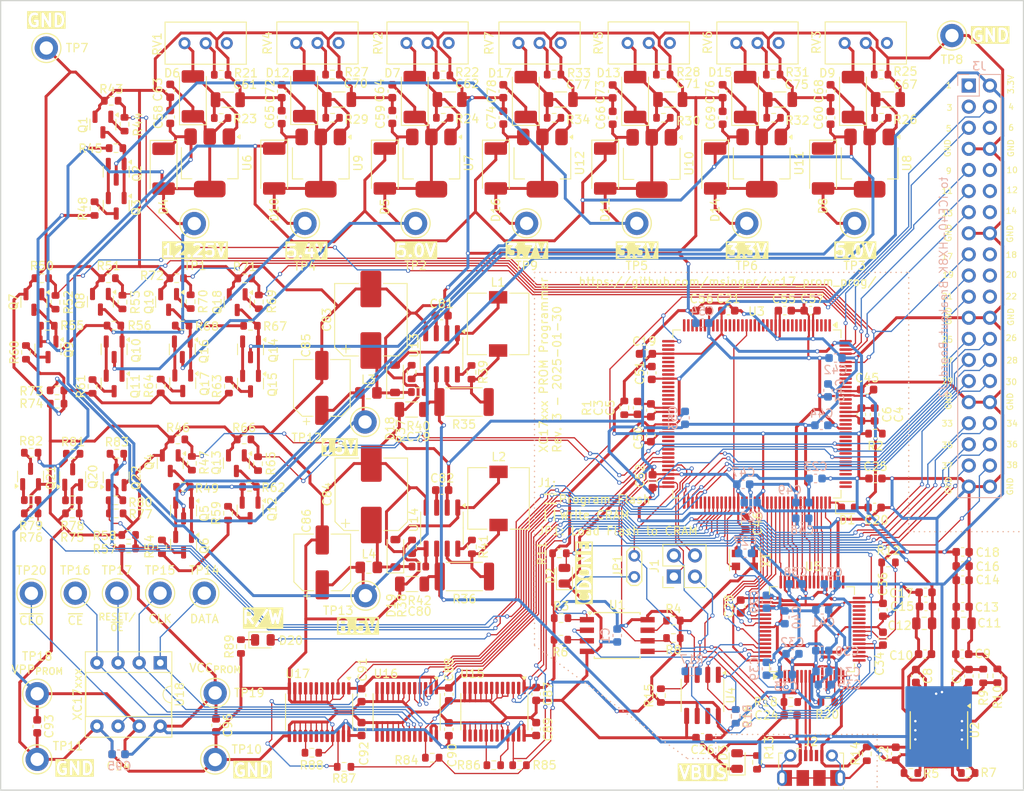
<source format=kicad_pcb>
(kicad_pcb (version 20240108) (generator "pcbnew") (generator_version "8.0")
  (title_block (title "XC17xxx PROM Programmer") (date "2025-01-30") (rev "3") (company "CC-BY-SA-4.0 Michael Singer") (comment 1 "https://github.com/msinger/xc17_prom_prog/") (comment 2 "http://iceboy.a-singer.de/"))
  (layers (0 "F.Cu" signal) (31 "B.Cu" signal) (34 "B.Paste" user) (35 "F.Paste" user) (36 "B.SilkS" user "B.Silkscreen") (37 "F.SilkS" user "F.Silkscreen") (38 "B.Mask" user) (39 "F.Mask" user) (44 "Edge.Cuts" user))
  (net 0 "")
  (net 1 "+3V3")
  (net 2 "GND")
  (net 3 "VBUS")
  (net 4 "Net-(U2-BYP1)")
  (net 5 "+1V2")
  (net 6 "Net-(U2-BYP2)")
  (net 7 "+1V8")
  (net 8 "+15V")
  (net 9 "+8V5")
  (net 10 "Net-(D9-A)")
  (net 11 "Net-(D7-A)")
  (net 12 "Net-(D13-A)")
  (net 13 "Net-(D15-A)")
  (net 14 "+3V3P")
  (net 15 "VCC_{PROM}")
  (net 16 "VPP_{PROM}")
  (net 17 "/FPGA Power/CDONE")
  (net 18 "Net-(D3-A)")
  (net 19 "+5VC")
  (net 20 "/FPGA Power/MISO")
  (net 21 "Net-(J1-Pin_1)")
  (net 22 "Net-(J1-Pin_4)")
  (net 23 "/FPGA Power/MOSI")
  (net 24 "Net-(J2-Shield)")
  (net 25 "Net-(J2-D-)")
  (net 27 "Net-(J2-D+)")
  (net 28 "Net-(U13-TC)")
  (net 29 "/FPGA/DATA_DIR")
  (net 30 "/FPGA/CONTROL_~{OE}")
  (net 32 "Net-(U14-TC)")
  (net 33 "/FPGA/SELECT_VCC_3V3")
  (net 34 "/FPGA/DATA_~{OE}")
  (net 35 "/FPGA/SELECT_VPP_12V25")
  (net 37 "/FPGA/~{CEO_OE}")
  (net 38 "Net-(D19-K)")
  (net 40 "/FPGA/SELECT_VPP_5V4")
  (net 42 "/FPGA/SELECT_VPP_5V")
  (net 43 "Net-(D18-A)")
  (net 44 "Net-(D19-A)")
  (net 46 "/FPGA/PROM_~{CEO}")
  (net 47 "/FPGA/SELECT_VPP_3V7")
  (net 50 "/FPGA/PROM_~{CE}")
  (net 51 "/FPGA/PROM_CLK")
  (net 53 "/FPGA/PROM_DATA")
  (net 54 "/FPGA/SELECT_VCC_5V")
  (net 55 "/FPGA/PROM_RESET_~{OE}")
  (net 56 "Net-(JP1-A)")
  (net 57 "/FPGA Power/SS")
  (net 58 "Net-(D20-K)")
  (net 59 "/FPGA/SELECT_VPP_GND")
  (net 60 "Net-(U3E-VCCPLL0)")
  (net 61 "Net-(U3E-GNDPLL0)")
  (net 62 "Net-(U3E-GNDPLL1)")
  (net 63 "/FPGA/SELECT_VPP_GND_WEAK")
  (net 64 "/FPGA/SELECT_VCC_GND")
  (net 65 "/FPGA/SELECT_VPP_3V3")
  (net 66 "Net-(U13-Ipk)")
  (net 67 "Net-(U14-Ipk)")
  (net 68 "Net-(U3E-VCCPLL1)")
  (net 69 "Net-(D1-K)")
  (net 70 "Net-(U1-~{HOLD})")
  (net 71 "Net-(U2-PWRGD2)")
  (net 72 "Net-(U1-~{WP})")
  (net 73 "Net-(U2-PWRGD1)")
  (net 74 "/FPGA Power/SCK")
  (net 75 "Net-(U2-ADJ1)")
  (net 76 "/FPGA Power/~{CRESET}")
  (net 77 "Net-(U4-DO)")
  (net 78 "Net-(U4-SCLK)")
  (net 79 "Net-(U4-DI)")
  (net 80 "Net-(U5-REF)")
  (net 81 "Net-(U4-CS)")
  (net 82 "Net-(U5-~{RESET})")
  (net 83 "Net-(Q1-B)")
  (net 84 "Net-(Q1-C)")
  (net 85 "Net-(Q2-S)")
  (net 86 "Net-(Q3-D)")
  (net 87 "Net-(Q4-B)")
  (net 88 "Net-(Q4-C)")
  (net 89 "Net-(Q5-S)")
  (net 90 "Net-(Q6-D)")
  (net 91 "Net-(Q7-B)")
  (net 92 "Net-(U15-B1)")
  (net 98 "Net-(Q11-D)")
  (net 99 "/FPGA Power/CBUS2")
  (net 100 "/FPGA Power/DBUS1")
  (net 101 "/FPGA Power/USB_~{SUSPEND}")
  (net 102 "/FPGA Power/DBUS2")
  (net 103 "/FPGA Power/USB_~{PWREN}")
  (net 104 "/FPGA Power/DBUS5")
  (net 105 "/FPGA Power/DBUS3")
  (net 106 "/FPGA Power/DBUS4")
  (net 107 "/FPGA Power/CBUS4")
  (net 108 "/FPGA Power/CBUS3")
  (net 109 "/FPGA Power/CBUS1")
  (net 110 "Net-(Q7-C)")
  (net 111 "/FPGA Power/DBUS7")
  (net 112 "/FPGA Power/DBUS6")
  (net 113 "Net-(Q8-B)")
  (net 114 "/FPGA Power/CBUS0")
  (net 115 "Net-(Q14-G)")
  (net 116 "/FPGA Power/DBUS0")
  (net 117 "Net-(Q10-G)")
  (net 118 "Net-(Q16-G)")
  (net 119 "/FPGA/PROM_LED")
  (net 135 "Net-(D6-A)")
  (net 136 "+12V25P")
  (net 137 "+5VP")
  (net 138 "Net-(Q16-S)")
  (net 139 "Net-(Q17-D)")
  (net 140 "Net-(D12-A)")
  (net 141 "+5V4P")
  (net 142 "Net-(Q9-D)")
  (net 143 "Net-(Q10-S)")
  (net 144 "Net-(D17-A)")
  (net 145 "+3V7P")
  (net 146 "+3V3C")
  (net 147 "Net-(Q12-D)")
  (net 148 "Net-(U16-B1)")
  (net 150 "Net-(Q20-B)")
  (net 151 "Net-(Q21-B)")
  (net 152 "Net-(D18-K)")
  (net 153 "Net-(Q22-B)")
  (net 154 "Net-(Q22-C)")
  (net 155 "Net-(Q12-G)")
  (net 156 "Net-(Q13-B)")
  (net 157 "Net-(Q14-S)")
  (net 158 "Net-(Q15-D)")
  (net 159 "Net-(Q18-B)")
  (net 160 "Net-(Q19-B)")
  (net 161 "Net-(Q20-C)")
  (net 162 "Net-(Q21-C)")
  (net 163 "Net-(R25-Pad1)")
  (net 164 "Net-(R21-Pad1)")
  (net 165 "Net-(R31-Pad1)")
  (net 166 "Net-(U13-Vfb)")
  (net 167 "Net-(U14-Vfb)")
  (net 168 "Net-(U13-DC)")
  (net 169 "Net-(U14-DC)")
  (net 170 "Net-(R22-Pad1)")
  (net 171 "Net-(U17-B1)")
  (net 173 "Net-(U16-B3)")
  (net 174 "Net-(U16-B2)")
  (net 175 "Net-(R27-Pad1)")
  (net 176 "Net-(R28-Pad1)")
  (net 177 "Net-(R33-Pad1)")
  (net 178 "Net-(R48-Pad2)")
  (net 179 "Net-(R54-Pad2)")
  (net 245 "/FPGA/CLK12M")
  (footprint "Diode_SMD:D_MELF" (layer "F.Cu") (at 179.525 51.6 90)
    (property "Reference" "D15")
    (property "Value" "1N4002")
  )
  (footprint "Resistor_SMD:R_0603_1608Metric" (layer "F.Cu") (at 170.9 116.7 180)
    (property "Reference" "R8")
    (property "Value" "10k")
  )
  (footprint "Package_TO_SOT_SMD:SOT-23" (layer "F.Cu") (at 103.9 60.5875 -90)
    (property "Reference" "Q2")
    (property "Value" "IRLML9301")
  )
  (footprint "Resistor_SMD:R_0603_1608Metric" (layer "F.Cu") (at 139.475 105.725 90)
    (property "Reference" "R38")
    (property "Value" "8.2k")
  )
  (footprint "Capacitor_SMD:C_0603_1608Metric" (layer "F.Cu") (at 174.4 128.7 180)
    (property "Reference" "C26")
    (property "Value" "100n")
  )
  (footprint "Resistor_SMD:R_0603_1608Metric" (layer "F.Cu") (at 101.3 65.025 -90)
    (property "Reference" "R48")
    (property "Value" "1.5")
  )
  (footprint "Resistor_SMD:R_0603_1608Metric" (layer "F.Cu") (at 209.8625 121.2375 90)
    (property "Reference" "R10")
    (property "Value" "210k")
  )
  (footprint "Diode_SMD:D_MELF" (layer "F.Cu") (at 153.15 51.6 90)
    (property "Reference" "D17")
    (property "Value" "1N4002")
  )
  (footprint "Potentiometer_THT:Potentiometer_Bourns_3296W_Vertical" (layer "F.Cu") (at 125.56 45.1 180)
    (property "Reference" "RV4")
    (property "Value" "100")
  )
  (footprint "TestPoint:TestPoint_Keystone_5010-5014_Multipurpose" (layer "F.Cu") (at 139.9 66.8)
    (property "Reference" "TP2")
    (property "Value" "5.0V")
  )
  (footprint "Resistor_SMD:R_0603_1608Metric" (layer "F.Cu") (at 112.85 76.225 90)
    (property "Reference" "R70")
    (property "Value" "422")
  )
  (footprint "Inductor_SMD:L_7.3x7.3_H4.5" (layer "F.Cu") (at 149.875 99.9 90)
    (property "Reference" "L2")
    (property "Value" "180µ")
  )
  (footprint "TestPoint:TestPoint_Keystone_5010-5014_Multipurpose" (layer "F.Cu") (at 103.98 111.3)
    (property "Reference" "TP17")
    (property "Value" "RESET_~{OE}" (hide yes))
  )
  (footprint "Package_QFP:TQFP-144_20x20mm_P0.5mm" (layer "F.Cu") (at 180.95 89.7375 -90)
    (property "Reference" "U3")
    (property "Value" "ICE40HX4K-TQ144")
  )
  (footprint "Package_TO_SOT_SMD:SOT-23" (layer "F.Cu") (at 118.45 76.2875 -90)
    (property "Reference" "Q18")
    (property "Value" "BC850")
  )
  (footprint "LED_SMD:LED_0805_2012Metric" (layer "F.Cu") (at 178.5625 131.5 90)
    (property "Reference" "D3")
    (property "Value" "green")
  )
  (footprint "Diode_SMD:D_SOD-123" (layer "F.Cu") (at 137.425 85.5 90)
    (property "Reference" "D18")
    (property "Value" "1N5819")
  )
  (footprint "Resistor_SMD:R_0603_1608Metric" (layer "F.Cu") (at 121.05 76.25 90)
    (property "Reference" "R69")
    (property "Value" "422")
  )
  (footprint "Diode_SMD:D_MELF" (layer "F.Cu") (at 175.925 60.2 -90)
    (property "Reference" "D14")
    (property "Value" "1N4002")
  )
  (footprint "Resistor_SMD:R_0603_1608Metric" (layer "F.Cu") (at 118.9 117.725 -90)
    (property "Reference" "R89")
    (property "Value" "2.05k")
  )
  (footprint "Resistor_SMD:R_0603_1608Metric" (layer "F.Cu") (at 111.825 79.1)
    (property "Reference" "R68")
    (property "Value" "2.05k")
  )
  (footprint "Package_TO_SOT_SMD:SOT-23" (layer "F.Cu") (at 111.9 86.0375 -90)
    (property "Reference" "Q17")
    (property "Value" "IRLML9301")
  )
  (footprint "Capacitor_SMD:C_0603_1608Metric" (layer "F.Cu") (at 143.9 123.475 -90)
    (property "Reference" "C88")
    (property "Value" "100n")
  )
  (footprint "Resistor_SMD:R_0603_1608Metric" (layer "F.Cu") (at 95.625 79.125)
    (property "Reference" "R55")
    (property "Value" "2.05k")
  )
  (footprint "Capacitor_SMD:C_1206_3216Metric" (layer "F.Cu") (at 117.32 51.925)
    (property "Reference" "C61")
    (property "Value" "10µ 16V")
  )
  (footprint "Resistor_SMD:R_0603_1608Metric" (layer "F.Cu") (at 157.4 114.3)
    (property "Reference" "R3")
    (property "Value" "10k")
  )
  (footprint "Capacitor_SMD:C_0603_1608Metric" (layer "F.Cu") (at 176.825 54.1 90)
    (property "Reference" "C69")
    (property "Value" "100n")
  )
  (footprint "Capacitor_SMD:C_0603_1608Metric" (layer "F.Cu") (at 137.1 50.9 -90)
    (property "Reference" "C64")
    (property "Value" "1µ 16V")
  )
  (footprint "Resistor_SMD:R_0603_1608Metric" (layer "F.Cu") (at 98.625 100.125 180)
    (property "Reference" "R78")
    (property "Value" "422")
  )
  (footprint "Resistor_SMD:R_0603_1608Metric" (layer "F.Cu") (at 113 95.675 -90)
    (property "Reference" "R47")
    (property "Value" "422")
  )
  (footprint "Resistor_SMD:R_0603_1608Metric" (layer "F.Cu") (at 111.175 73.4 180)
    (property "Reference" "R72")
    (property "Value" "10k")
  )
  (footprint "Capacitor_SMD:C_0603_1608Metric" (layer "F.Cu") (at 201.225 111.2 180)
    (property "Reference" "C17")
    (property "Value" "1µ")
  )
  (footprint "Package_TO_SOT_SMD:SOT-23" (layer "F.Cu") (at 102.3 54.9125 -90)
    (property "Reference" "Q1")
    (property "Value" "BC850")
  )
  (footprint "Diode_SMD:D_MELF" (layer "F.Cu") (at 136.2 60.2 -90)
    (property "Reference" "D5")
    (property "Value" "1N4002")
  )
  (footprint "Capacitor_SMD:C_0805_2012Metric" (layer "F.Cu") (at 201.0625 114.9375 180)
    (property "Reference" "C12")
    (property "Value" "22µ")
  )
  (footprint "Resistor_SMD:R_0603_1608Metric" (layer "F.Cu") (at 119.925 98.5)
    (property "Reference" "R62")
    (property "Value" "2.05k")
  )
  (footprint "Capacitor_SMD:C_0603_1608Metric" (layer "F.Cu") (at 196.1 116.775 90)
    (property "Reference" "C34")
    (property "Value" "100n")
  )
  (footprint "Resistor_SMD:R_0603_1608Metric" (layer "F.Cu") (at 146.675 105.725 90)
    (property "Reference" "R41")
    (property "Value" "180")
  )
  (footprint "Resistor_SMD:R_0603_1608Metric" (layer "F.Cu") (at 196.775 107.6)
    (property "Reference" "R12")
    (property "Value" "10k")
  )
  (footprint "Capacitor_SMD:C_0603_1608Metric" (layer "F.Cu") (at 193.5 89.8 90)
    (property "Reference" "C6")
    (property "Value" "100n")
  )
  (footprint "Package_TO_SOT_SMD:SOT-223-3_TabPin2" (layer "F.Cu") (at 115.145 59.525 -90)
    (property "Reference" "U6")
    (property "Value" "LM317")
  )
  (footprint "Resistor_SMD:R_0603_1608Metric" (layer "F.Cu") (at 143.225 54.1 180)
    (property "Reference" "R24")
    (property "Value" "240")
  )
  (footprint "Resistor_SMD:R_0603_1608Metric" (layer "F.Cu") (at 93.675 100.1 180)
    (property "Reference" "R79")
    (property "Value" "422")
  )
  (footprint "Capacitor_SMD:C_0603_1608Metric" (layer "F.Cu") (at 185 126 180)
    (property "Reference" "C24")
    (property "Value" "100n")
  )
  (footprint "Package_TO_SOT_SMD:SOT-23" (layer "F.Cu") (at 103.65 81.9625 -90)
    (property "Reference" "Q10")
    (property "Value" "IRLML9301")
  )
  (footprint "Resistor_SMD:R_0603_1608Metric" (layer "F.Cu") (at 195.875 48.9)
    (property "Reference" "R25")
    (property "Value" "665")
  )
  (footprint "Diode_SMD:D_MELF" (layer "F.Cu") (at 149.55 60.2 -90)
    (property "Reference" "D16")
    (property "Value" "1N4002")
  )
  (footprint "Package_SO:SOIC-8_3.9x4.9mm_P1.27mm" (layer "F.Cu") (at 143.025 82.5 -90)
    (property "Reference" "U13")
    (property "Value" "MC33063AD")
  )
  (footprint "Resistor_SMD:R_0603_1608Metric" (layer "F.Cu") (at 156.55 48.9)
    (property "Reference" "R33")
    (property "Value" "422")
  )
  (footprint "Resistor_SMD:R_0603_1608Metric" (layer "F.Cu") (at 165 89 -90)
    (property "Reference" "R1")
    (property "Value" "100")
  )
  (footprint "Capacitor_SMD:C_0603_1608Metric" (layer "F.Cu") (at 195.1 89.8 90)
    (property "Reference" "C4")
    (property "Value" "10µ")
  )
  (footprint "Resistor_SMD:R_0603_1608Metric" (layer "F.Cu") (at 149.3 132 180)
    (property "Reference" "R86")
    (property "Value" "100k")
  )
  (footprint "TestPoint:TestPoint_Keystone_5010-5014_Multipurpose" (layer "F.Cu") (at 204.4 44.2)
    (property "Reference" "TP8")
    (property "Value" "GND")
  )
  (footprint "Capacitor_SMD:CP_Elec_8x10.5" (layer "F.Cu") (at 134.525 78.4 90)
    (property "Reference" "C83")
    (property "Value" "330µ 25V")
  )
  (footprint "Capacitor_SMD:C_0603_1608Metric" (layer "F.Cu") (at 163.6 54.1 90)
    (property "Reference" "C66")
    (property "Value" "100n")
  )
  (footprint "Capacitor_SMD:C_0603_1608Metric" (layer "F.Cu") (at 143.1 98.9)
    (property "Reference" "C82")
    (property "Value" "1.5n")
  )
  (footprint "Resistor_SMD:R_0603_1608Metric" (layer "F.Cu") (at 169.4 123.625 90)
    (property "Reference" "R15")
    (property "Value" "10k")
  )
  (footprint "Capacitor_SMD:C_0603_1608Metric" (layer "F.Cu") (at 123.8 54.025 90)
    (property "Reference" "C65")
    (property "Value" "100n")
  )
  (footprint "TestPoint:TestPoint_Keystone_5010-5014_Multipurpose" (layer "F.Cu") (at 94.4 123.4)
    (property "Reference" "TP18")
    (property "Value" "VPP_{PROM}")
  )
  (footprint "Resistor_SMD:R_0603_1608Metric" (layer "F.Cu") (at 157.2 106.5)
    (property "Reference" "R11")
    (property "Value" "2.05k")
  )
  (footprint "Capacitor_SMD:C_0603_1608Metric" (layer "F.Cu") (at 184.3 77.3 180)
    (property "Reference" "C55")
    (property "Value" "100n")
  )
  (footprint "Resistor_SMD:R_0603_1608Metric" (layer "F.Cu") (at 157.375 116.9)
    (property "Reference" "R6")
    (property "Value" "10k")
  )
  (footprint "TestPoint:TestPoint_Keystone_5010-5014_Multipurpose" (layer "F.Cu") (at 93.7 111.32)
    (property "Reference" "TP20")
    (property "Value" "~{CEO}")
  )
  (footprint "Diode_SMD:D_MELF" (layer "F.Cu") (at 188.9 60.2 -90)
    (property "Reference" "D8")
    (property "Value" "1N4002")
  )
  (footprint "TestPoint:TestPoint_Keystone_5010-5014_Multipurpose" (layer "F.Cu") (at 192.7 66.8)
    (property "Reference" "TP3")
    (property "Value" "5.0V")
  )
  (footprint "Diode_SMD:D_0603_1608Metric" (layer "F.Cu") (at 191.9 101)
    (property "Reference" "D1")
    (property "Value" "CDBU0520")
  )
  (footprint "Capacitor_SMD:C_0603_1608Metric" (layer "F.Cu") (at 110.395 50.85 -90)
    (property "Reference" "C63")
    (property "Value" "1µ 16V")
  )
  (footprint "Package_TO_SOT_SMD:SOT-23" (layer "F.Cu") (at 118.35 95.6625 -90)
    (property "Reference" "Q13")
    (property "Value" "BC850")
  )
  (footprint "Capacitor_SMD:C_0603_1608Metric" (layer "F.Cu") (at 205.6875 108.0375)
    (property "Reference" "C16")
    (property "Value" "1µ")
  )
  (footprint "Package_TO_SOT_SMD:SOT-223-3_TabPin2" (layer "F.Cu") (at 128.5 59.55 -90)
    (property "Reference" "U9")
    (property "Value" "LM317")
  )
  (footprint "TestPoint:TestPoint_Keystone_5010-5014_Multipurpose" (layer "F.Cu") (at 109.18 111.3)
    (property "Reference" "TP15")
    (property "Value" "CLK")
  )
  (footprint "TestPoint:TestPoint_Keystone_5010-5014_Multipurpose" (layer "F.Cu") (at 95.5 45.7)
    (property "Reference" "TP7")
    (property "Value" "GND")
  )
  (footprint "Resistor_SMD:R_0603_1608Metric" (layer "F.Cu") (at 93.675 94.4 180)
    (property "Reference" "R82")
    (property "Value" "47")
  )
  (footprint "Capacitor_SMD:C_0603_1608Metric" (layer "F.Cu") (at 137.1 54 90)
    (property "Reference" "C59")
    (property "Value" "100n")
  )
  (footprint "Diode_SMD:D_SOD-123" (layer "F.Cu") (at 137.475 106.5 90)
    (property "Reference" "D19")
    (property "Value" "1N5819")
  )
  (footprint "Potentiometer_THT:Potentiometer_Bourns_3296W_Vertical" (layer "F.Cu") (at 165.4 45.1 180)
    (property "Reference" "RV5")
    (property "Value" "100")
  )
  (footprint "Resistor_SMD:R_0603_1608Metric" (layer "F.Cu") (at 117.45 86.4 90)
    (property "Reference" "R63")
    (property "Value" "1.5")
  )
  (footprint "Resistor_SMD:R_0603_1608Metric" (layer "F.Cu") (at 101.05 86.425 -90)
    (property "Reference" "R61")
    (property "Value" "1.5")
  )
  (footprint "Capacitor_SMD:CP_Elec_6.3x7.7" (layer "F.Cu") (at 128.675 107.6 90)
    (property "Reference" "C86")
    (property "Value" "100µ 25V")
  )
  (footprint "TestPoint:TestPoint_Keystone_5010-5014_Multipurpose" (layer "F.Cu") (at 153.25 66.8)
    (property "Reference" "TP9")
    (property "Value" "3.7V")
  )
  (footprint "TestPoint:TestPoint_Keystone_5010-5014_Multipurpose" (layer "F.Cu") (at 115.8 131.32)
    (property "Reference" "TP10")
    (property "Value" "GND")
  )
  (footprint "Resistor_SMD:R_0603_1608Metric" (layer "F.Cu") (at 143.2 49)
    (property "Reference" "R22")
    (property "Value" "665")
  )
  (footprint "Diode_SMD:D_MELF" (layer "F.Cu") (at 126.5 51.5 90)
    (property "Reference" "D12")
    (property "Value" "1N4002")
  )
  (footprint "Inductor_SMD:L_7.3x7.3_H4.5" (layer "F.Cu") (at 149.825 78.9 90)
    (property "Reference" "L1")
    (property "Value" "180µ")
  )
  (footprint "Capacitor_SMD:C_0603_1608Metric" (layer "F.Cu") (at 205.6875 109.7375)
    (property "Reference" "C14")
    (property "Value" "10µ")
  )
  (footprint "Resistor_SMD:R_0603_1608Metric" (layer "F.Cu") (at 170.9 114.6 180)
    (property "Reference" "R4")
    (property "Value" "10k")
  )
  (footprint "Potentiometer_THT:Potentiometer_Bourns_3296W_Vertical" (layer "F.Cu") (at 191.5 45.1 180)
    (property "Reference" "RV3")
    (property "Value" "100")
  )
  (footprint "Capacitor_SMD:C_0603_1608Metric" (layer "F.Cu") (at 150.45 50.9 -90)
    (property "Reference" "C78")
    (property "Value" "1µ 16V")
  )
  (footprint "Package_TO_SOT_SMD:SOT-223-3_TabPin2" (layer "F.Cu") (at 141.8 59.55 -90)
    (property "Reference" "U7")
    (property "Value" "LM317")
  )
  (footprint "Capacitor_SMD:C_0603_1608Metric" (layer "F.Cu") (at 179 112.9 -90)
    (property "Reference" "C28")
    (property "Value" "10µ")
  )
  (footprint "Capacitor_SMD:C_0603_1608Metric" (layer "F.Cu") (at 94.4 127.325 -90)
    (property "Reference" "C93")
    (property "Value" "100n")
  )
  (footprint "Capacitor_SMD:C_0603_1608Metric" (layer "F.Cu") (at 133.4 123.575 -90)
    (property "Reference" "C91")
    (property "Value" "100n")
  )
  (footprint "Diode_SMD:D_MELF" (layer "F.Cu") (at 139.8 51.6 90)
    (property "Reference" "D7")
    (property "Value" "1N4002")
  )
  (footprint "Capacitor_SMD:C_0603_1608Metric" (layer "F.Cu") (at 168.2 92.3 -90)
    (property "Reference" "C50")
    (property "Value" "100n")
  )
  (footprint "LED_SMD:LED_0805_2012Metric" (layer "F.Cu") (at 157.8 109.2 90)
    (property "Reference" "D2")
    (property "Value" "green")
  )
  (footprint "Diode_SMD:D_MELF" (layer "F.Cu") (at 192.5 51.6 90)
    (property "Reference" "D9")
    (property "Value" "1N4002")
  )
  (footprint "Capacitor_SMD:C_0805_2012Metric" (layer "F.Cu") (at 205.8125 114.9375)
    (property "Reference" "C11")
    (property "Value" "22µ")
  )
  (footprint "Resistor_SMD:R_0603_1608Metric" (layer "F.Cu") (at 182.9 48.9)
    (property "Reference" "R31")
    (property "Value" "340")
  )
  (footprint "Capacitor_SMD:C_0603_1608Metric" (layer "F.Cu") (at 179.6 102.925 -90)
    (property "Reference" "C46")
    (property "Value" "100n")
  )
  (footprint "Capacitor_SMD:C_0603_1608Metric" (layer "F.Cu") (at 150.45 54.075 90)
    (property "Reference" "C74")
    (property "Value" "100n")
  )
  (footprint "Capacitor_SMD:C_0603_1608Metric" (layer "F.Cu") (at 167.6 82.5 180)
    (property "Reference" "C19")
    (property "Value" "100n")
  )
  (footprint "Resistor_SMD:R_0603_1608Metric" (layer "F.Cu") (at 180.9625 131.6625 90)
    (property "Reference" "R13")
    (property "Value" "2.05k")
  )
  (footprint "Package_TO_SOT_SMD:SOT-23" (layer "F.Cu") (at 102 76.2375 -90)
    (property "Reference" "Q8")
    (property "Value" "BC850")
  )
  (footprint "Capacitor_SMD:C_0603_1608Metric" (layer "F.Cu") (at 174.4 77.3 180)
    (property "Reference" "C56")
    (property "Value" "100n")
  )
  (footprint "Resistor_SMD:R_0603_1608Metric" (layer "F.Cu") (at 119.275 92.8 180)
    (property "Reference" "R66")
    (property "Value" "10k")
  )
  (footprint "TestPoint:TestPoint_Keystone_5010-5014_Multipurpose" (layer "F.Cu") (at 98.98 111.3)
    (property "Reference" "TP16")
    (property "Value" "~{CE}")
  )
  (footprint "Capacitor_SMD:C_1206_3216Metric" (layer "F.Cu") (at 157.35 51.9)
    (property "Reference" "C77")
    (property "Value" "10µ 16V")
  )
  (footprint "Resistor_SMD:R_0603_1608Metric" (layer "F.Cu") (at 169.675 48.9)
    (property "Reference" "R28")
    (property "Value" "340")
  )
  (footprint "Capacitor_SMD:C_0603_1608Metric" (layer "F.Cu") (at 154.4 123.425 -90)
    (property "Reference" "C87")
    (property "Value" "100n")
  )
  (footprint "Package_SO:SOIC-8_3.9x4.9mm_P1.27mm" (layer "F.Cu") (at 174.4 123.6 -90)
    (property "Reference" "U4")
    (property "Value" "93LC56B")
  )
  (footprint "Resistor_SMD:R_0603_1608Metric" (layer "F.Cu") (at 105.4 104.3 180)
    (property "Reference" "R58")
    (property "Value" "100k")
  )
  (footprint "Capacitor_SMD:C_1206_3216Metric" (layer "F.Cu") (at 170.525 51.9)
    (property "Reference" "C71")
    (property "Value" "10µ 16V")
  )
  (footprint "Resistor_SMD:R_0603_1608Metric" (layer "F.Cu") (at 195.2 92.1)
    (property "Reference" "R2")
    (property "Value" "100")
  )
  (footprint "Package_SO:ETSSOP-20-1EP_4.4x6.5mm_P0.65mm_EP3x4.2mm" (layer "F.Cu") (at 202.8375 127.7875 -90)
    (property "Reference" "U2")
    (property "Value" "LT3030")
  )
  (footprint "Resistor_SMD:R_0603_1608Metric" (layer "F.Cu") (at 94.95 73.4 180)
    (property "Reference" "R50")
    (property "Value" "10k")
  )
  (footprint "Resistor_SMD:R_0603_1608Metric" (layer "F.Cu") (at 120.95 95.725 90)
    (property "Reference" "R65")
    (property "Value" "422")
  )
  (footprint "Resistor_SMD:R_0603_1608Metric" (layer "F.Cu") (at 131.3 132.2 180)
    (property "Reference" "R87")
    (property "Value" "10k")
  )
  (footprint "Diode_SMD:D_MELF" (layer "F.Cu") (at 113.12 51.525 90)
    (property "Reference" "D6")
    (property "Value" "1N4002")
  )
  (footprint "Resistor_SMD:R_0603_1608Metric" (layer "F.Cu") (at 109.25 86.375 90)
    (property "Reference" "R64")
    (property "Value" "1.5")
  )
  (footprint "Capacitor_SMD:C_0603_1608Metric" (layer "F.Cu") (at 143.9 127.675 90)
    (property "Reference" "C90")
    (property "Value" "100n")
  )
  (footprint "Resistor_SMD:R_0603_1608Metric" (layer "F.Cu") (at 208.1625 121.2625 -90)
    (property "Reference" "R9")
    (property "Value" "357k")
  )
  (footprint "Capacitor_SMD:C_0603_1608Metric" (layer "F.Cu") (at 123.8 50.9 -90)
    (property "Reference" "C72")
    (property "Value" "1µ 16V")
  )
  (footprint "Package_SO:TSSOP-24_4.4x7.8mm_P0.65mm" (layer "F.Cu") (at 128.3 125.6175 -90)
    (property "Reference" "U17")
    (property "Value" "SN74LVC8T245")
  )
  (footprint "Resistor_SMD:R_0603_1608Metric" (layer "F.Cu") (at 103.875 57.75)
    (property "Reference" "R45")
    (property "Value" "2.05k")
  )
  (footprint "Resistor_SMD:R_0603_1608Metric" (layer "F.Cu") (at 109.4 105.725 -90)
    (property "Reference" "R54")
    (property "Value" "1.5")
  )
  (footprint "Resistor_SMD:R_0603_1608Metric" (layer "F.Cu") (at 129.9 48.9)
    (property "Reference" "R27")
    (property "Value" "750")
  )
  (footprint "Capacitor_SMD:C_0603_1608Metric" (layer "F.Cu") (at 197.6375 130.6125 90)
    (property "Reference" "C2")
    (property "Value" "10µ")
  )
  (footprint "Resistor_SMD:R_0603_1608Metric" (layer "F.Cu") (at 105.4 105.9)
    (property "Reference" "R57")
    (property "Value" "0")
  )
  (footprint "TestPoint:TestPoint_Keystone_5010-5014_Multipurpose" (layer "F.Cu") (at 114.5 111.3)
    (property "Reference" "TP14")
    (property "Value" "DATA")
  )
  (footprint "Connector_USB:USB_Micro-B_Molex-105017-0001" (layer "F.Cu") (at 187.4625 132.3)
    (property "Reference" "J2")
    (property "Value" "USB_B_Micro")
  )
  (footprint "Capacitor_SMD:C_0603_1608Metric" (layer "F.Cu") (at 205.6375 118.6375)
    (property "Reference" "C9")
    (property "Value" "10µ")
  )
  (footprint "Capacitor_SMD:C_0603_1608Metric" (layer "F.Cu") (at 187.4 77.3)
    (property "Reference" "C57")
    (property "Value" "100n")
  )
  (footprint "Package_TO_SOT_SMD:SOT-23" (layer "F.Cu") (at 111.85 81.9625 -90)
    (property "Reference" "Q16")
    (property "Value" "IRLML9301")
  )
  (footprint "Potentiometer_THT:Potentiometer_Bourns_3296W_Vertical" (layer "F.Cu") (at 112.12 45.125 180)
    (property "Reference" "RV1")
    (property "Value" "100")
  )
  (footprint "Potentiometer_THT:Potentiometer_Bourns_3296W_Vertical" (layer "F.Cu") (at 152.27 45.1 180)
    (property "Reference" "RV7")
    (property "Value" "100")
  )
  (footprint "Resistor_SMD:R_2512_6332Metric" (layer "F.Cu") (at 145.7675 109.3)
    (property "Reference" "R36")
    (property "Value" "0.22")
  )
  (footprint "Resistor_SMD:R_0603_1608Metric" (layer "F.Cu") (at 98.625 101.7 180)
    (property "Reference" "R75")
    (property "Value" "10k")
  )
  (footprint "TestPoint:TestPoint_Keystone_5010-5014_Multipurpose" (layer "F.Cu") (at 179.725 66.8)
    (property "Reference" "TP6")
    (property "Value" "3.3V")
  )
  (footprint "Resistor_SMD:R_0603_1608Metric" (layer "F.Cu") (at 140.225 87.1 180)
    (property "Reference" "R40")
    (property "Value" "47.5k")
  )
  (footprint "Package_TO_SOT_SMD:SOT-23" (layer "F.Cu") (at 110.4 95.6625 -90)
    (property "Reference" "Q4")
    (property "Value" "BC850")
  )
  (footprint "Package_SO:SOIC-8W_5.3x5.3mm_P1.27mm" (layer "F.Cu") (at 164.15 116.395)
    (property "Reference" "U1")
    (property "Value" "W25Q32JVSSIM")
  )
  (footprint "Diode_SMD:D_MELF" (layer "F.Cu") (at 122.9 60.2 -90)
    (property "Reference" "D10")
    (property "Value" "1N4002")
  )
  (footprint "Package_TO_SOT_SMD:SOT-23" (layer "F.Cu") (at 95.7 81.9625 -90)
    (property "Reference" "Q9")
    (property "Value" "IRLML9301")
  )
  (footprint "Inductor_SMD:L_0805_2012Metric_Pad1.15x1.40mm_HandSolder" (layer "F.Cu") (at 134.275 108.2 180)
    (property "Reference" "L4")
    (property "Value" "1µ")
  )
  (footprint "Connector_PinHeader_2.54mm:PinHeader_2x20_P2.54mm_Vertical" (layer "F.Cu") (at 206.4225 50.2175)
    (property "Reference" "J3")
    (property "Value" "Conn_02x20_Odd_Even" (hide yes))
  )
  (footprint "Capacitor_SMD:C_0603_1608Metric" (layer "F.Cu") (at 196.1 113.3 -90)
    (property "Reference" "C36")
    (property "Value" "100n")
  )
  (footprint "Inductor_SMD:L_0805_2012Metric_Pad1.15x1.40mm_HandSolder" (layer "F.Cu") (at 134.225 87.2 180)
    (property "Reference" "L3")
    (property "Value" "1µ")
  )
  (footprint "Resistor_SMD:R_0603_1608Metric" (layer "F.Cu") (at 146.625 84.725 90)
    (property "Reference" "R39")
    (property "Value" "180")
  )
  (footprint "Resistor_SMD:R_0603_1608Metric" (layer "F.Cu") (at 104.65 76.275 -90)
    (property "Reference" "R53")
    (property "Value" "422")
  )
  (footprint "Diode_SMD:D_MELF" (layer "F.Cu") (at 109.595 60.225 -90)
    (property "Reference" "D4")
    (property "Value" "1N4002")
  )
  (footprint "Capacitor_SMD:C_0603_1608Metric" (layer "F.Cu") (at 176.825 50.9 -90)
    (property "Reference" "C76")
    (property "Value" "1µ 16V")
  )
  (footprint "Package_TO_SOT_SMD:SOT-223-3_TabPin2" (layer "F.Cu") (at 168.3 59.6 -90)
    (property "Reference" "U10")
    (property "Value" "LM317")
  )
  (footprint "Capacitor_SMD:CP_Elec_8x10.5" (layer "F.Cu") (at 134.575 99.4 90)
    (property "Reference" "C84")
    (property "Value" "330µ 25V")
  )
  (footprint "Package_SO:TSSOP-24_4.4x7.8mm_P0.65mm" (layer "F.Cu") (at 138.825 125.5925 -90)
    (property "Reference" "U16")
    (property "Value" "SN74LVC8T245")
  )
  (footprint "Capacitor_SMD:C_0603_1608Metric" (layer "F.Cu") (at 168.4 97.825 90)
    (property "Reference" "C52")
    (property "Value" "100n")
  )
  (footprint "Resistor_SMD:R_0603_1608Metric" (layer "F.Cu") (at 195.925 54.1 180)
    (property "Reference" "R26")
    (property "Value" "240")
  )
  (footprint "Capacitor_SMD:C_0603_1608Metric" (layer "F.Cu") (at 201.1625 118.6375 180)
    (property "Reference" "C10")
    (property "Value" "4.7µ")
  )
  (footprint "TestPoint:TestPoint_2Pads_Pitch2.54mm_Drill0.8mm" (layer "F.Cu") (at 166.2 109.34 90)
    (property "Reference" "JP1")
    (property "Value" "Jumper_2_Small_Bridged" (hide yes))
  )
  (footprint "Resistor_SMD:R_0603_1608Metric" (layer "F.Cu") (at 103.975 94.525 180)
    (property "Reference" "R83")
    (property "Value" "0")
  )
  (footprint "Resistor_SMD:R_0603_1608Metric" (layer "F.Cu") (at 178.4 126.125 90)
    (property "Reference" "R16")
    (property "Value" "10k")
  )
  (footprint "Resistor_SMD:R_0603_1608Metric" (layer "F.Cu") (at 169.7 54.1 180)
    (property "Reference" "R30")
    (property "Value" "240")
  )
  (footprint "Package_TO_SOT_SMD:SOT-23" (layer "F.Cu") (at 112 101.3625 -90)
    (property "Reference" "Q5")
    (property "Value" "IRLML9301")
  )
  (footprint "Capacitor_SMD:C_0603_1608Metric" (layer "F.Cu") (at 168.2 89.3 90)
    (property "Reference" "C5")
    (property "Value" "100n")
  )
  (footprint "Resistor_SMD:R_0603_1608Metric" (layer "F.Cu") (at 129.925 54.1 180)
    (property "Reference" "R29")
    (property "Value" "240")
  )
  (footprint "Capacitor_SMD:C_0603_1608Metric" (layer "F.Cu") (at 194.2 86.8 180)
    (property "Reference" "C45")
    (property "Value" "100n")
  )
  (footprint "TestPoint:TestPoint_Keystone_5010-5014_Multipurpose" (layer "F.Cu") (at 166.5 66.8)
    (property "Reference" "TP5")
    (property "Value" "3.3V")
  )
  (footprint "Resistor_SMD:R_0603_1608Metric" (layer "F.Cu") (at 152.4 132 180)
    (property "Reference" "R85")
    (property "Value" "10k")
  )
  (footprint "Package_SO:TSSOP-24_4.4x7.8mm_P0.65mm" (layer "F.Cu") (at 149.375 125.5675 -90)
    (property "Reference" "U15")
    (property "Value" "SN74LVC8T245")
  )
  (footprint "TestPoint:TestPoint_Keystone_5010-5014_Multipurpose" (layer "F.Cu") (at 113.295 66.825)
    (property "Reference" "TP1")
    (property "Value" "12.25V")
  )
  (footprint "Capacitor_SMD:C_0603_1608Metric" (layer "F.Cu") (at 206.4375 121.2625 -90)
    (property "Reference" "C7")
    (property "Value" "10n")
  )
  (footprint "Resistor_SMD:R_0603_1608Metric" (layer "F.Cu") (at 102.975 73.4 180)
    (property "Reference" "R51")
    (property "Value" "10k")
  )
  (footprint "Resistor_SMD:R_2512_6332Metric" (layer "F.Cu") (at 145.725 88.3)
    (property "Reference" "R35")
    (property "Value" "0.22")
  )
  (footprint "Capacitor_SMD:C_0603_1608Metric" (layer "F.Cu") (at 195.2 97.5)
    (property "Reference" "C25")
    (property "Value" "10n")
  )
  (footprint "Resistor_SMD:R_0603_1608Metric" (layer "F.Cu") (at 116.52 54.125 180)
    (property "Reference" "R23")
    (property "Value" "240")
  )
  (footprint "Resistor_SMD:R_0603_1608Metric" (layer "F.Cu") (at 103.9 101.7)
    (property "Reference" "R77")
    (property "Value" "10k")
  )
  (footprint "Package_TO_SOT_SMD:SOT-23" (layer "F.Cu") (at 103.9 97.3625 90)
    (property "Reference" "Q22")
    (property "Value" "BC850")
  )
  (footprint "Diode_SMD:D_MELF" (layer "F.Cu") (at 162.7 60.2 -90)
    (property "Reference" "D11")
    (property "Value" "1N4002")
  )
  (footprint "Capacitor_SMD:C_0603_1608Metric" (layer "F.Cu") (at 195.1 101)
    (property "Reference" "C20")
    (property "Value" "10n")
  )
  (footprint "Resistor_SMD:R_0603_1608Metric" (layer "F.Cu") (at 185.025 124.4)
    (property "Reference" "R18")
    (property "Value" "12k")
  )
  (footprint "Resistor_SMD:R_0603_1608Metric" (layer "F.Cu") (at 182.95 54.1 180)
    (property "Reference" "R32")
    (property "Value" "240")
  )
  (footprint "Resistor_SMD:R_0603_1608Metric" (layer "F.Cu") (at 127.425 130.5 180)
    (property "Reference" "R88")
    (property "Value" "100k")
  )
  (footprint "Package_TO_SOT_SMD:SOT-23" (layer "F.Cu") (at 112 105.4625 -90)
    (property "Reference" "Q6")
    (property "Value" "IRLML9301")
  )
  (footprint "Oscillator:Oscillator_SMD_EuroQuartz_XO32-4Pin_3.2x2.5mm" (layer "F.Cu") (at 179.5 107.3 -90)
    (property "Reference" "X1")
    (property "Value" "12M")
  )
  (footprint "Capacitor_SMD:C_0603_1608Metric" (layer "F.Cu") (at 163.6 50.925 -90)
    (property "Reference" "C73")
    (property "Value" "1µ 16V")
  )
  (footprint "Resistor_SMD:R_0603_1608Metric" (layer "F.Cu") (at 194.1625 130.6375 90)
    (property "Reference" "R14")
    (property "Value" "1M")
  )
  (footprint "Capacitor_SMD:C_0603_1608Metric" (layer "F.Cu") (at 154.4 127.65 90)
    (property "Reference" "C89")
    (property "Value" "100n")
  )
  (footprint "Package_TO_SOT_SMD:SOT-23" (layer "F.Cu") (at 120.05 86.0875 -90)
    (property "Reference" "Q15")
    (property "Value" "IRLML9301")
  )
  (footprint "Resistor_SMD:R_0603_1608Metric" (layer "F.Cu") (at 96.8 88.5 180)
    (property "Reference" "R74")
    (property "Value" "100k")
  )
  (footprint "TestPoint:TestPoint_Keystone_5010-5014_Multipurpose" (layer "F.Cu") (at 133.875 111.6)
    (property "Reference" "TP13")
    (property "Value" "8.5V")
  )
  (footprint "Capacitor_SMD:C_1206_3216Metric" (layer "F.Cu") (at 144 51.9)
    (property "Reference" "C62")
    (property "Value" "10µ 16V")
  )
  (footprint "Capacitor_SMD:C_0603_1608Metric" (layer "F.Cu") (at 168.3 84.8 90)
    (property "Reference" "C51")
    (property "Value" "100n")
  )
  (footprint "TestPoint:TestPoint_Keystone_5010-5014_Multipurpose" (layer "F.Cu") (at 115.8 123.3)
    (property "Reference" "TP19")
    (property "Value" "VCC_{PROM}")
  )
  (footprint "Resistor_SMD:R_0603_1608Metric" (layer "F.Cu") (at 111.975 98.5)
    (property "Reference" "R49")
    (property "Value" "2.05k")
  )
  (footprint "Capacitor_SMD:C_1206_3216Metric" (layer "F.Cu") (at 196.7 51.9)
    (property "Reference" "C67")
    (property "Value" "10µ 16V")
  )
  (footprint "Package_TO_SOT_SMD:SOT-223-3_TabPin2" (layer "F.Cu") (at 194.5 59.55 -90)
    (property "Reference" "U8")
    (property "Value" "LM317")
  )
  (footprint "Connector_PinHeader_2.54mm:PinHeader_2x02_P2.54mm_Vertical" (layer "F.Cu") (at 170.96 109.3 90)
    (property "Reference" "J1")
    (property "Value" "Conn_02x02_Odd_Even" (hide yes))
  )
  (footprint "Package_TO_SOT_SMD:SOT-23" (layer "F.Cu") (at 110.2 76.2625 -90)
    (property "Reference" "Q19")
    (property "Value" "BC850")
  )
  (footprint "Resistor_SMD:R_0603_1608Metric" (layer "F.Cu") (at 140.3 108.1 180)
    (property "Reference" "R42")
    (property "Value" "47.5k")
  )
  (footprint "Capacitor_SMD:C_0603_1608Metric" (layer "F.Cu") (at 115.9 127.2 -90)
    (property "Reference" "C96")
    (property "Value" "100n")
  )
  (footprint "Resistor_SMD:R_0603_1608Metric" (layer "F.Cu") (at 103.3 52.05 180)
    (property "Reference" "R43")
    (property "Value" "10k")
  )
  (footprint "Package_QFP:LQFP-64_10x10mm_P0.5mm" (layer "F.Cu") (at 187.5625 115.6375 90)
    (property "Reference" "U5")
    (property "Value" "FT2232HL")
  )
  (footprint "Package_TO_SOT_SMD:SOT-23" (layer "F.Cu") (at 93.6 97.2625 90)
    (property "Reference" "Q21")
    (property "Value" "BC850")
  )
  (footprint "Resistor_SMD:R_0603_1608Metric" (layer "F.Cu") (at 111.325 92.8 180)
    (property "Reference" "R46")
    (property "Value" "10k")
  )
  (footprint "Capacitor_SMD:C_0603_1608Metric" (layer "F.Cu") (at 189.8 50.9 -90)
    (property "Reference" "C68")
    (property "Value" "1µ 16V")
  )
  (footprint "Capacitor_SMD:C_1206_3216Metric" (layer "F.Cu") (at 139.475 110.2 180)
    (property "Reference" "C80")
    (property "Value" "100µ")
  )
  (footprint "Resistor_SMD:R_0603_1608Metric" (layer "F.Cu") (at 120.05 79.125)
    (property "Reference" "R67")
    (property "Value" "2.05k")
  )
  (footprint "Resistor_SMD:R_0603_1608Metric" (layer "F.Cu") (at 189.475 124.4)
    (property "Reference" "R20")
    (property "Value" "2.05k")
  )
  (footprint "Capacitor_SMD:C_1206_3216Metric" (layer "F.Cu") (at 183.725 51.9)
    (property "Reference" "C75")
    (property "Value" "10µ 16V")
  )
  (footprint "Capacitor_SMD:C_0603_1608Metric" (layer "F.Cu") (at 200.0625 121.2625 -90)
    (property "Reference" "C8")
    (property "Value" "10n")
  )
  (footprint "Package_DIP:DIP-8_W7.62mm_Socket" (layer "F.Cu") (at 109.2 119.68 -90)
    (property "Reference" "U18")
    (property "Value" "XC17xxx")
  )
  (footprint "Package_TO_SOT_SMD:SOT-23" (layer "F.Cu") (at 94 76.2625 -90)
    (property "Reference" "Q7")
    (property "Value" "BC850")
  )
  (footprint "Potentiometer_THT:Potentiometer_Bourns_3296W_Vertical" (layer "F.Cu") (at 138.8 45.1 180)
    (property "Reference" "RV2")
    (property "Value" "100")
  )
  (footprint "Capacitor_SMD:C_0603_1608Metric" (layer "F.Cu") (at 189.8 54.1 90)
    (property "Reference" "C60")
    (property "Value" "100n")
  )
  (footprint "Capacitor_SMD:C_0603_1608Metric" (layer "F.Cu") (at 205.6875 112.9375)
    (property "Reference" "C13")
    (property "Value" "100n")
  )
  (footprint "Potentiometer_THT:Potentiometer_Bourns_3296W_Vertical" (layer "F.Cu") (at 178.475 45.1 180)
    (property "Reference" "RV6")
    (property "Value" "100")
  )
  (footprint "Package_TO_SOT_SMD:SOT-23" (layer "F.Cu") (at 120.05 81.9625 -90)
    (property "Reference" "Q14")
    (property "Value" "IRLML9301")
  )
  (footprint "Resistor_SMD:R_0603_1608Metric" (layer "F.Cu") (at 96.6 76.3 -90)
    (property "Reference" "R52")
    (property "Value" "422")
  )
  (footprint "Resistor_SMD:R_0603_1608Metric" (layer "F.Cu") (at 93.675 101.7 180)
    (property "Reference" "R76")
    (property "Value" "10k")
  )
  (footprint "Resistor_SMD:R_0603_1608Metric" (layer "F.Cu") (at 206.3625 132.9375 180)
    (property "Reference" "R7")
    (property "Value" "1M")
  )
  (footprint "Resistor_SMD:R_0603_1608Metric" (layer "F.Cu") (at 96.775 86.9)
    (property "Reference" "R73")
    (property "Value" "0")
  )
  (footprint "Package_TO_SOT_SMD:SOT-23" (layer "F.Cu") (at 103.9 64.6875 -90)
    (property "Reference" "Q3")
    (property "Value" "IRLML9301")
  )
  (footprint "Resistor_SMD:R_0603_1608Metric" (layer "F.Cu") (at 116.52 48.925)
    (property "Reference" "R21")
    (property "Value" "2.05k")
  )
  (footprint "Capacitor_SMD:CP_Elec_6.3x7.7" (layer "F.Cu") (at 128.625 86.6 90)
    (property "Reference" "C85")
    (property "Value" "100µ 25V")
  )
  (footprint "Package_TO_SOT_SMD:SOT-23" (layer "F.Cu") (at 98.6625 97.325 90)
    (property "Reference" "Q20")
    (property "Value" "BC850")
  )
  (footprint "Resistor_SMD:R_0603_1608Metric" (layer "F.Cu") (at 104.9 54.875 -90)
    (property "Reference" "R44")
    (property "Value" "422")
  )
  (footprint "Capacitor_SMD:C_0603_1608Metric" (layer "F.Cu") (at 143.025 77.9)
    (property "Reference" "C81")
    (property "Value" "1.5n")
  )
  (footprint "Package_TO_SOT_SMD:SOT-223-3_TabPin2" (layer "F.Cu") (at 155.15 59.55 -90)
    (property "Reference" "U12")
    (property "Value" "LM317")
  )
  (footprint "Resistor_SMD:R_0603_1608Metric" (layer "F.Cu") (at 141.9 131.1 180)
    (property "Reference" "R84")
    (property "Value" "10k")
  )
  (footprint "LED_SMD:LED_0805_2012Metric" (layer "F.Cu") (at 121.5375 116.925)
    (property "Reference" "D20")
    (property "Value" "red")
  )
  (footprint "Capacitor_SMD:C_0603_1608Metric" (layer "F.Cu") (at 133.4 127.65 90)
    (property "Reference" "C92")
    (property "Value" "100n")
  )
  (footprint "Capacitor_SMD:C_1206_3216Metric" (layer "F.Cu") (at 130.7 51.9)
    (property "Reference" "C70")
    (property "Value" "10µ 16V")
  )
  (footprint "Resistor_SMD:R_0603_1608Metric" (layer "F.Cu") (at 119.35 73.425 180)
    (property "Reference" "R71")
    (property "Value" "10k")
  )
  (footprint "Capacitor_SMD:C_0603_1608Metric" (layer "F.Cu") (at 166.6 89 90)
    (property "Reference" "C3")
    (property "Value" "10µ")
  )
  (footprint "Resistor_SMD:R_0603_1608Metric" (layer "F.Cu") (at 117.35 101.675 90)
    (property "Reference" "R59")
    (property "Value" "1.5")
  )
  (footprint "Capacitor_SMD:C_0603_1608Metric" (layer "F.Cu") (at 110.395 54 90)
    (property "Reference" "C58")
    (property "Value" "100n")
  )
  (footprint "Resistor_SMD:R_0603_1608Metric" (layer "F.Cu") (at 156.55 54.1 180)
    (property "Reference" "R34")
    (property "Value" "240")
  )
  (footprint "TestPoint:TestPoint_Keystone_5010-5014_Multipurpose" (layer "F.Cu") (at 94.4 131.3)
    (property "Reference" "TP11")
    (property "Value" "GND")
  )
  (footprint "TestPoint:TestPoint_Keystone_5010-5014_Multipurpose" (layer "F.Cu") (at 126.6 66.8)
    (property "Reference" "TP4")
    (property "Value" "5.4V")
  )
  (footprint "Resistor_SMD:R_0603_1608Metric" (layer "F.Cu") (at 103.875 100.125)
    (property "Reference" "R80")
    (property "Value" "422")
  )
  (footprint "Resistor_SMD:R_0603_1608Metric" (layer "F.Cu") (at 139.425 84.7 90)
    (property "Reference" "R37")
    (property "Value" "4.3k")
  )
  (footprint "Package_TO_SOT_SMD:SOT-23" (layer "F.Cu") (at 120 101.3375 -90)
    (property "Reference" "Q12")
    (property "Value" "IRLML9301")
  )
  (footprint "TestPoint:TestPoint_Keystone_5010-5014_Multipurpose" (layer "F.Cu") (at 133.825 90.7)
    (property "Reference" "TP12")
    (property "Value" "15V")
  )
  (footprint "Package_SO:SOIC-8_3.9x4.9mm_P1.27mm" (layer "F.Cu") (at 143.07 103.475 -90)
    (property "Reference" "U14")
    (property "Value" "MC33063AD")
  )
  (footprint "Resistor_SMD:R_0603_1608Metric" (layer "F.Cu") (at 98.725 94.525)
    (property "Reference" "R81")
    (property "Value" "0")
  )
  (footprint "Capacitor_SMD:C_0603_1608Metric" (layer "F.Cu") (at 104.18 130.68 180)
    (property "Reference" "C94")
    (property "Value" "100n")
  )
  (footprint "Package_TO_SOT_SMD:SOT-23" (layer "F.Cu") (at 103.65 86.0625 -90)
    (property "Reference" "Q11")
    (property "Value" "IRLML9301")
  )
  (footprint "Capacitor_SMD:C_1206_3216Metric" (layer "F.Cu") (at 139.425 89.2 180)
    (property "Reference" "C79")
    (property "Value" "100µ")
  )
  (footprint "Capacitor_SMD:C_0603_1608Metric" (layer "F.Cu") (at 177.5 77.3)
    (property "Reference" "C21")
    (property "Value" "100n")
  )
  (footprint "Capacitor_SMD:C_0603_1608Metric" (layer "F.Cu") (at 201.275 112.9 180)
    (property "Reference" "C15")
    (property "Value" "10µ")
  )
  (footprint "Resistor_SMD:R_0603_1608Metric" (layer "F.Cu") (at 199.4625 132.9375)
    (property "Reference" "R5")
    (property "Value" "1M")
  )
  (footprint "Package_TO_SOT_SMD:SOT-223-3_TabPin2" (layer "F.Cu") (at 181.525 59.55 -90)
    (property "Reference" "U11")
    (property "Value" "LM317")
  )
  (footprint "Resistor_SMD:R_0603_1608Metric" (layer "F.Cu") (at 103.625 79.1)
    (property "Reference" "R56")
    (property "Value" "2.05k")
  )
  (footprint "Diode_SMD:D_MELF" (layer "F.Cu") (at 166.3 51.6 90)
    (property "Reference" "D13")
    (property "Value" "1N4002")
  )
  (footprint "Capacitor_SMD:C_0603_1608Metric" (layer "F.Cu") (at 205.6875 106.3375)
    (property "Reference" "C18")
    (property "Value" "100n")
  )
  (footprint "Resistor_SMD:R_0603_1608Metric" (layer "F.Cu") (at 93.05 82.325 -90)
    (property "Reference" "R60")
    (property "Value" "1.5")
  )
  (footprint "Capacitor_SMD:C_0603_1608Metric" (layer "B.Cu") (at 190.4 83)
    (property "Reference" "C42")
    (property "Value" "100n")
  )
  (footprint "Capacitor_SMD:C_0603_1608Metric" (layer "B.Cu") (at 164.15 116.395 -90)
    (property "Reference" "C1")
    (property "Value" "100n")
  )
  (footprint "Capacitor_SMD:C_0603_1608Metric" (layer "B.Cu") (at 186.4 100.4)
    (property "Reference" "C49")
    (property "Value" "100n")
  )
  (footprint "Capacitor_SMD:C_0603_1608Metric" (layer "B.Cu") (at 180.2 100.4 180)
    (property "Reference" "C22")
    (property "Value" "100n")
  )
  (footprint "Capacitor_SMD:C_0603_1608Metric" (layer "B.Cu") (at 174.375 78.8 180)
    (property "Reference" "C54")
    (property "Value" "100n")
  )
  (footprint "Capacitor_SMD:C_0603_1608Metric" (layer "B.Cu") (at 185.6 110.2 180)
    (property "Reference" "C38")
    (property "Value" "100n")
  )
  (footprint "Capacitor_SMD:C_0603_1608Metric" (layer "B.Cu") (at 182.1 112.325 -90)
    (property "Reference" "C29")
    (property "Value" "100n")
  )
  (footprint "Capacitor_SMD:C_0603_1608Metric" (layer "B.Cu") (at 186.4 102.3)
    (property "Reference" "C48")
    (property "Value" "100n")
  )
  (footprint "Capacitor_SMD:C_0603_1608Metric" (layer "B.Cu") (at 185.225 118.6)
    (property "Reference" "C32")
    (property "Value" "4.7µ")
  )
  (footprint "Capacitor_SMD:C_0603_1608Metric" (layer "B.Cu") (at 179.525 106.5 180)
    (property "Reference" "C27")
    (property "Value" "100n")
  )
  (footprint "Capacitor_SMD:C_0603_1608Metric" (layer "B.Cu") (at 184.425 121.1)
    (property "Reference" "C33")
    (property "Value" "100n")
  )
  (footprint "Resistor_SMD:R_0603_1608Metric" (layer "B.Cu") (at 178.4 126.125 90)
    (property "Reference" "R19")
    (property "Value" "10k")
  )
  (footprint "Capacitor_SMD:C_0603_1608Metric" (layer "B.Cu") (at 179.3 98.2 180)
    (property "Reference" "C47")
    (property "Value" "100n")
  )
  (footprint "Capacitor_SMD:C_0603_1608Metric" (layer "B.Cu") (at 172.3 90.2 -90)
    (property "Reference" "C53")
    (property "Value" "100n")
  )
  (footprint "Capacitor_SMD:C_0603_1608Metric" (layer "B.Cu") (at 188.8 113.3 180)
    (property "Reference" "C41")
    (property "Value" "100n")
  )
  (footprint "Capacitor_SMD:C_0603_1608Metric" (layer "B.Cu") (at 182.1 120.4 -90)
    (property "Reference" "C39")
    (property "Value" "100n")
  )
  (footprint "Capacitor_SMD:C_0603_1608Metric" (layer "B.Cu") (at 104.18 130.68 180)
    (property "Reference" "C95")
    (property "Value" "100n")
  )
  (footprint "Capacitor_SMD:C_0603_1608Metric" (layer "B.Cu") (at 188 97.5 180)
    (property "Reference" "C23")
    (property "Value" "100n")
  )
  (footprint "Capacitor_SMD:C_0603_1608Metric" (layer "B.Cu") (at 184.3 114.2 90)
    (property "Reference" "C40")
    (property "Value" "100n")
  )
  (footprint "Capacitor_SMD:C_0603_1608Metric" (layer "B.Cu") (at 189.5 86.9 90)
    (property "Reference" "C43")
    (property "Value" "100n")
  )
  (footprint "Resistor_SMD:R_0603_1608Metric" (layer "B.Cu") (at 173.1 120.7 180)
    (property "Reference" "R17")
    (property "Value" "2.05k")
  )
  (footprint "Capacitor_SMD:C_0603_1608Metric" (layer "B.Cu") (at 189.825 110.2)
    (property "Reference" "C37")
    (property "Value" "100n")
  )
  (footprint "Capacitor_SMD:C_0603_1608Metric" (layer "B.Cu") (at 188.7 91.1 180)
    (property "Reference" "C44")
    (property "Value" "100n")
  )
  (footprint "Capacitor_SMD:C_0603_1608Metric" (layer "B.Cu") (at 188.8 118.2 180)
    (property "Reference" "C30")
    (property "Value" "4.7µ")
  )
  (footprint "Capacitor_SMD:C_0603_1608Metric" (layer "B.Cu") (at 188.825 120.7 180)
    (property "Reference" "C31")
    (property "Value" "100n")
  )
  (footprint "Capacitor_SMD:C_0603_1608Metric" (layer "B.Cu") (at 189.1 122.3 180)
    (property "Reference" "C35")
    (property "Value" "100n")
  )
  (gr_line (start 172.6 131.2) (end 176 131.2) (stroke (width 0.15) (type dot)) (layer "B.SilkS"))
  (gr_line (start 154.2 72.7) (end 199.2 72.7) (stroke (width 0.15) (type dot)) (layer "B.SilkS"))
  (gr_line (start 154.2 117.6) (end 172.6 131.2) (stroke (width 0.15) (type dot)) (layer "B.SilkS"))
  (gr_line (start 154.2 72.7) (end 154.2 117.6) (stroke (width 0.15) (type dot)) (layer "B.SilkS"))
  (gr_line (start 195.4 128.3) (end 195.4 134.8) (stroke (width 0.15) (type dot)) (layer "B.SilkS"))
  (gr_line (start 199.2 103.9) (end 212.8 103.9) (stroke (width 0.15) (type dot)) (layer "B.SilkS"))
  (gr_line (start 176 131.2) (end 176 128.3) (stroke (width 0.15) (type dot)) (layer "B.SilkS"))
  (gr_line (start 199.2 72.7) (end 199.2 103.9) (stroke (width 0.15) (type dot)) (layer "B.SilkS"))
  (gr_line (start 176 128.3) (end 195.4 128.3) (stroke (width 0.15) (type dot)) (layer "B.SilkS"))
  (gr_line (start 154.2 117.6) (end 172.6 131.2) (stroke (width 0.15) (type dot)) (layer "F.SilkS"))
  (gr_line (start 155.4 99.4) (end 156.8 99.4) (stroke (width 0.2)) (layer "F.SilkS"))
  (gr_line (start 199.2 103.9) (end 212.8 103.9) (stroke (width 0.15) (type dot)) (layer "F.SilkS"))
  (gr_line (start 172.6 131.2) (end 176 131.2) (stroke (width 0.15) (type dot)) (layer "F.SilkS"))
  (gr_line (start 199.2 72.7) (end 199.2 103.9) (stroke (width 0.15) (type dot)) (layer "F.SilkS"))
  (gr_line (start 195.4 128.3) (end 195.4 134.8) (stroke (width 0.15) (type dot)) (layer "F.SilkS"))
  (gr_line (start 155.4 100.5) (end 156.8 100.5) (stroke (width 0.2)) (layer "F.SilkS"))
  (gr_line (start 176 131.2) (end 176 128.3) (stroke (width 0.15) (type dot)) (layer "F.SilkS"))
  (gr_line (start 176 128.3) (end 195.4 128.3) (stroke (width 0.15) (type dot)) (layer "F.SilkS"))
  (gr_line (start 154.2 72.7) (end 154.2 117.6) (stroke (width 0.15) (type dot)) (layer "F.SilkS"))
  (gr_line (start 155.5 101.25) (end 155.5 102.55) (stroke (width 0.2)) (layer "F.SilkS"))
  (gr_line (start 156.6 101.25) (end 156.6 102.55) (stroke (width 0.2)) (layer "F.SilkS"))
  (gr_line (start 154.2 72.7) (end 199.2 72.7) (stroke (width 0.15) (type dot)) (layer "F.SilkS"))
  (gr_rect (start 90 40) (end 213 135) (stroke (width 0.15)) (fill none) (layer "Edge.Cuts"))
  (gr_text "to iCE40-HX8K Breakout Board J2" (at 203.4 74.5 90) (layer "B.SilkS") (effects (font (size 1 1) (thickness 0.12) (bold yes)) (justify mirror)))
  (gr_text "28" (at 210.9 83.7 0) (layer "F.SilkS") (effects (font (size 0.7 0.7) (thickness 0.12) (bold yes)) (justify left bottom)))
  (gr_text "29" (at 203.1 86.2 0) (layer "F.SilkS") (effects (font (size 0.7 0.7) (thickness 0.12) (bold yes)) (justify left bottom)))
  (gr_text "11" (at 203.1 63.3 0) (layer "F.SilkS") (effects (font (size 0.7 0.7) (thickness 0.12) (bold yes)) (justify left bottom)))
  (gr_text "34" (at 210.9 91.3 0) (layer "F.SilkS") (effects (font (size 0.7 0.7) (thickness 0.12) (bold yes)) (justify left bottom)))
  (gr_text "GND" (at 211.8 89.4 90) (layer "F.SilkS") (effects (font (size 0.7 0.7) (thickness 0.12) (bold yes)) (justify left bottom)))
  (gr_text "26" (at 210.8 81 0) (layer "F.SilkS") (effects (font (size 0.7 0.7) (thickness 0.12) (bold yes)) (justify left bottom)))
  (gr_text "GND" (at 211.8 69.2 90) (layer "F.SilkS") (effects (font (size 0.7 0.7) (thickness 0.12) (bold yes)) (justify left bottom)))
  (gr_text "${TITLE}\nRev. ${REVISION} - ${ISSUE_DATE}" (at 157.5 94.5 90) (layer "F.SilkS") (effects (font (size 1 1)) (justify left bottom)))
  (gr_text "3" (at 203.7 53.3 0) (layer "F.SilkS") (effects (font (size 0.7 0.7) (thickness 0.12) (bold yes)) (justify left bottom)))
  (gr_text "33" (at 203.1 91.3 0) (layer "F.SilkS") (effects (font (size 0.7 0.7) (thickness 0.12) (bold yes)) (justify left bottom)))
  (gr_text "36" (at 210.9 93.8 0) (layer "F.SilkS") (effects (font (size 0.7 0.7) (thickness 0.12) (bold yes)) (justify left bottom)))
  (gr_text "3.3V" (at 211.9 51.3 90) (layer "F.SilkS") (effects (font (size 0.7 0.7) (thickness 0.12) (bold yes)) (justify left bottom)))
  (gr_text "1" (at 203.6 50.6 0) (layer "F.SilkS") (effects (font (size 0.7 0.7) (thickness 0.12) (bold yes)) (justify left bottom)))
  (gr_text "J1:" (at 154.5 98.6 0) (layer "F.SilkS") (effects (font (size 1 1)) (justify left bottom)))
  (gr_text "GND" (at 204.4 99.5 90) (layer "F.SilkS") (effects (font (size 0.7 0.7) (thickness 0.12) (bold yes)) (justify left bottom)))
  (gr_text "RESET/\n~{OE}" (at 104 114.8 0) (layer "F.SilkS") (effects (font (size 0.8 0.8))))
  (gr_text "VBUS" (at 171.4 133.8 0) (layer "F.SilkS" knockout) (effects (font (size 1.5 1.5) (thickness 0.3) (bold yes)) (justify left bottom)))
  (gr_text "9" (at 203.6 60.9 0) (layer "F.SilkS") (effects (font (size 0.7 0.7) (thickness 0.12) (bold yes)) (justify left bottom)))
  (gr_text "CDONE" (at 161.1 112.8 90) (layer "F.SilkS" knockout) (effects (font (size 1.5 1.5) (thickness 0.3) (bold yes)) (justify left bottom)))
  (gr_text "JP1: Load Flash to CRAM" (at 154.5 104.4 0) (layer "F.SilkS") (effects (font (size 1 1)) (justify left bottom)))
  (gr_text "37" (at 203.1 96.4 0) (layer "F.SilkS") (effects (font (size 0.7 0.7) (thickness 0.12) (bold yes)) (justify left bottom)))
  (gr_text "Write CRAM" (at 157.1 101.9 0) (layer "F.SilkS") (effects (font (size 1 1)) (justify left)))
  (gr_text "10" (at 210.9 60.8 0) (layer "F.SilkS") (effects (font (size 0.7 0.7) (thickness 0.12) (bold yes)) (justify left bottom)))
  (gr_text "GND" (at 211.9 58.9 90) (layer "F.SilkS") (effects (font (size 0.7 0.7) (thickness 0.12) (bold yes)) (justify left bottom)))
  (gr_text "Program Flash" (at 157 100 0) (layer "F.SilkS") (effects (font (size 1 1)) (justify left)))
  (gr_text "GND" (at 204.3 58.9 90) (layer "F.SilkS") (effects (font (size 0.7 0.7) (thickness 0.12) (bold yes)) (justify left bottom)))
  (gr_text "17" (at 203.1 71.2 0) (layer "F.SilkS") (effects (font (size 0.7 0.7) (thickness 0.12) (bold yes)) (justify left bottom)))
  (gr_text "27" (at 203.1 83.8 0) (layer "F.SilkS") (effects (font (size 0.7 0.7) (thickness 0.12) (bold yes)) (justify left bottom)))
  (gr_text "19" (at 203.2 73.4 0) (layer "F.SilkS") (effects (font (size 0.7 0.7) (thickness 0.12) (bold yes)) (justify left bottom)))
  (gr_text "21" (at 203.1 76 0) (layer "F.SilkS") (effects (font (size 0.7 0.7) (thickness 0.12) (bold yes)) (justify left bottom)))
  (gr_text "30" (at 210.8 86.3 0) (layer "F.SilkS") (effects (font (size 0.7 0.7) (thickness 0.12) (bold yes)) (justify left bottom)))
  (gr_text "6" (at 211.1 55.7 0) (layer "F.SilkS") (effects (font (size 0.7 0.7) (thickness 0.12) (bold yes)) (justify left bottom)))
  (gr_text "GND" (at 211.9 79.2 90) (layer "F.SilkS") (effects (font (size 0.7 0.7) (thickness 0.12) (bold yes)) (justify left bottom)))
  (gr_text "38" (at 210.9 96.3 0) (layer "F.SilkS") (effects (font (size 0.7 0.7) (thickness 0.12) (bold yes)) (justify left bottom)))
  (gr_text "12" (at 210.9 63.2 0) (layer "F.SilkS") (effects (font (size 0.7 0.7) (thickness 0.12) (bold yes)) (justify left bottom)))
  (gr_text "${COMMENT1}" (at 159.4 74.4 0) (layer "F.SilkS") (effects (font (size 1 1)) (justify left bottom)))
  (gr_text "14" (at 210.8 65.7 0) (layer "F.SilkS") (effects (font (size 0.7 0.7) (thickness 0.12) (bold yes)) (justify left bottom)))
  (gr_text "GND" (at 204.4 89.3 90) (layer "F.SilkS") (effects (font (size 0.7 0.7) (thickness 0.12) (bold yes)) (justify left bottom)))
  (gr_text "13" (at 203.1 66 0) (layer "F.SilkS") (effects (font (size 0.7 0.7) (thickness 0.12) (bold yes)) (justify left bottom)))
  (gr_text "R/W" (at 118.9 115.1 0) (layer "F.SilkS" knockout) (effects (font (size 1.5 1.5) (thickness 0.3) (bold yes)) (justify left bottom)))
  (gr_text "GND" (at 204.4 69.1 90) (layer "F.SilkS") (effects (font (size 0.7 0.7) (thickness 0.12) (bold yes)) (justify left bottom)))
  (gr_text "4" (at 211.1 53.2 0) (layer "F.SilkS") (effects (font (size 0.7 0.7) (thickness 0.12) (bold yes)) (justify left bottom)))
  (gr_text "GND" (at 204.4 79.1 90) (layer "F.SilkS") (effects (font (size 0.7 0.7) (thickness 0.12) (bold yes)) (justify left bottom)))
  (gr_text "20" (at 210.8 73.4 0) (layer "F.SilkS") (effects (font (size 0.7 0.7) (thickness 0.12) (bold yes)) (justify left bottom)))
  (gr_text "5" (at 203.6 55.8 0) (layer "F.SilkS") (effects (font (size 0.7 0.7) (thickness 0.12) (bold yes)) (justify left bottom)))
  (gr_text "25" (at 203.1 81.2 0) (layer "F.SilkS") (effects (font (size 0.7 0.7) (thickness 0.12) (bold yes)) (justify left bottom)))
  (gr_text "35" (at 203.1 93.9 0) (layer "F.SilkS") (effects (font (size 0.7 0.7) (thickness 0.12) (bold yes)) (justify left bottom)))
  (gr_text "GND" (at 211.8 99.6 90) (layer "F.SilkS") (effects (font (size 0.7 0.7) (thickness 0.12) (bold yes)) (justify left bottom)))
  (gr_text "18" (at 210.8 71 0) (layer "F.SilkS") (effects (font (size 0.7 0.7) (thickness 0.12) (bold yes)) (justify left bottom)))
  (gr_text "22" (at 210.8 76 0) (layer "F.SilkS") (effects (font (size 0.7 0.7) (thickness 0.12) (bold yes)) (justify left bottom)))
  (segment (start 194.25 87.55) (end 194.975 86.825) (width 0.25) (layer "F.Cu") (net 1))
  (segment (start 191.6125 91.4875) (end 190.7875 91.4875) (width 0.25) (layer "F.Cu") (net 1))
  (segment (start 176.305 125.100001) (end 175.654999 124.45) (width 0.35) (layer "F.Cu") (net 1))
  (segment (start 158.425 105.258884) (end 158.425 99.275) (width 0.35) (layer "F.Cu") (net 1))
  (segment (start 156.4 125.1) (end 156.150003 125.349997) (width 0.15) (layer "F.Cu") (net 1))
  (segment (start 180.4 102.95) (end 179.6 102.15) (width 0.35) (layer "F.Cu") (net 1))
  (segment (start 183.875 114.525) (end 183.4 115) (width 0.25) (layer "F.Cu") (net 1))
  (segment (start 186.8125 112.6875) (end 186.8 112.7) (width 0.25) (layer "F.Cu") (net 1))
  (segment (start 206.075 120.4875) (end 206.4375 120.4875) (width 0.35) (layer "F.Cu") (net 1))
  (segment (start 204.1 123.2) (end 204.4625 123.2) (width 0.35) (layer "F.Cu") (net 1))
  (segment (start 186.6 77.275) (end 186.625 77.3) (width 0.35) (layer "F.Cu") (net 1))
  (segment (start 168.575 123.625) (end 169.4 124.45) (width 0.35) (layer "F.Cu") (net 1))
  (segment (start 142.4 122.73) (end 143.87 122.73) (width 0.35) (layer "F.Cu") (net 1))
  (segment (start 170.625 113.5) (end 168.3 113.5) (width 0.35) (layer "F.Cu") (net 1))
  (segment (start 187.816116 89.2) (end 185.7 91.316116) (width 0.35) (layer "F.Cu") (net 1))
  (segment (start 187.85 119.9) (end 188.05 119.7) (width 0.35) (layer "F.Cu") (net 1))
  (segment (start 183.675 112.475) (end 183.875 112.675) (width 0.25) (layer "F.Cu") (net 1))
  (segment (start 168.2 91.5) (end 168.2 91.525) (width 0.35) (layer "F.Cu") (net 1))
  (segment (start 180.35 105.45) (end 180.4 105.5) (width 0.25) (layer "F.Cu") (net 1))
  (segment (start 166.925 90.775) (end 167.475 90.775) (width 0.35) (layer "F.Cu") (net 1))
  (segment (start 156.375 106.5) (end 156.375 112.675) (width 0.35) (layer "F.Cu") (net 1))
  (segment (start 185.7 99.2) (end 185.7 100.4) (width 0.25) (layer "F.Cu") (net 1))
  (segment (start 181.8875 115.3875) (end 183.0125 115.3875) (width 0.25) (layer "F.Cu") (net 1))
  (segment (start 176.305 126.075) (end 176.305 127.305) (width 0.35) (layer "F.Cu") (net 1))
  (segment (start 133.355 122.755) (end 133.4 122.8) (width 0.35) (layer "F.Cu") (net 1))
  (segment (start 180.2 99.2) (end 180.2 100.4) (width 0.25) (layer "F.Cu") (net 1))
  (segment (start 132.125 132.2) (end 141.625 132.2) (width 0.15) (layer "F.Cu") (net 1))
  (segment (start 193.2375 112.3875) (end 191.5125 112.3875) (width 0.25) (layer "F.Cu") (net 1))
  (segment (start 185.3125 120.0125) (end 185.2 119.9) (width 0.25) (layer "F.Cu") (net 1))
  (segment (start 158.058884 105.625) (end 158.425 105.258884) (width 0.35) (layer "F.Cu") (net 1))
  (segment (start 157.2 113.2) (end 156.575 113.2) (width 0.35) (layer "F.Cu") (net 1))
  (segment (start 173.765 124.485) (end 173.8 124.45) (width 0.35) (layer "F.Cu") (net 1))
  (segment (start 141.75 121.45) (end 141.7 121.4) (width 0.15) (layer "F.Cu") (net 1))
  (segment (start 195.2 92.7) (end 195.2 99.1) (width 0.35) (layer "F.Cu") (net 1))
  (segment (start 185.3125 121.3125) (end 185.3125 120.0125) (width 0.25) (layer "F.Cu") (net 1))
  (segment (start 158.425 99.275) (end 166.4 91.3) (width 0.35) (layer "F.Cu") (net 1))
  (segment (start 173 114.6) (end 171.725 114.6) (width 0.35) (layer "F.Cu") (net 1))
  (segment (start 186.6 76.2) (end 186.6 77.275) (width 0.35) (layer "F.Cu") (net 1))
  (segment (start 180.575 106.525) (end 180.575 105.675) (width 0.35) (layer "F.Cu") (net 1))
  (segment (start 171.5875 85.4875) (end 171.6 85.5) (width 0.25) (layer "F.Cu") (net 1))
  (segment (start 145.4 121.2) (end 152.5 121.2) (width 0.35) (layer "F.Cu") (net 1))
  (segment (start 187.125 82.925) (end 187.2 83) (width 0.25) (layer "F.Cu") (net 1))
  (segment (start 166.8 101.1) (end 168.4 99.5) (width 0.35) (layer "F.Cu") (net 1))
  (segment (start 203.8125 123.4875) (end 204.1 123.2) (width 0.35) (layer "F.Cu") (net 1))
  (segment (start 187.8125 119.9375) (end 188.05 119.7) (width 0.25) (layer "F.Cu") (net 1))
  (segment (start 183.875 112.7) (end 183.875 114.525) (width 0.25) (layer "F.Cu") (net 1))
  (segment (start 166.8 102.5) (end 166.8 101.1) (width 0.35) (layer "F.Cu") (net 1))
  (segment (start 156.375 112.675) (end 156.575 112.875) (width 0.35) (layer "F.Cu") (net 1))
  (segment (start 168.7375 90.9875) (end 168.2 91.525) (width 0.25) (layer "F.Cu") (net 1))
  (segment (start 168.4 98.6) (end 168.4 99.5) (width 0.35) (layer "F.Cu") (net 1))
  (segment (start 168.3 123.35) (end 168.575 123.625) (width 0.35) (layer "F.Cu") (net 1))
  (segment (start 204.9125 112.9375) (end 204.9125 109.7375) (width 0.35) (layer "F.Cu") (net 1))
  (segment (start 191.5125 112.3875) (end 191.2 112.7) (width 0.25) (layer "F.Cu") (net 1))
  (segment (start 171.6 90.2) (end 171.6 90.559554) (width 0.25) (layer "F.Cu") (net 1))
  (segment (start 185.075 77.3) (end 186.625 77.3) (width 0.35) (layer "F.Cu") (net 1))
  (segment (start 180.2 101.55) (end 179.6 102.15) (width 0.25) (layer "F.Cu") (net 1))
  (segment (start 180.4 105.5) (end 180.4 102.95) (width 0.35) (layer "F.Cu") (net 1))
  (segment (start 171.172054 90.9875) (end 170.2875 90.9875) (width 0.25) (layer "F.Cu") (net 1))
  (segment (start 177.175 128.175) (end 178.4 126.95) (width 0.35) (layer "F.Cu") (net 1))
  (segment (start 204.8625 118.6375) (end 204.8625 114.9375) (width 0.35) (layer "F.Cu") (net 1))
  (segment (start 154.4 122.65) (end 155.45 122.65) (width 0.35) (layer "F.Cu") (net 1))
  (segment (start 173.8 124.45) (end 169.4 124.45) (width 0.35) (layer "F.Cu") (net 1))
  (segment (start 167.475 90.775) (end 168.2 91.5) (width 0.35) (layer "F.Cu") (net 1))
  (segment (start 168.5125 98.4875) (end 168.4 98.6) (width 0.25) (layer "F.Cu") (net 1))
  (segment (start 187.125 80.461827) (end 187.125 82.925) (width 0.25) (layer "F.Cu") (net 1))
  (segment (start 141.75 122.73) (end 141.75 121.45) (width 0.15) (layer "F.Cu") (net 1))
  (segment (start 175.2 77.325) (end 175.175 77.3) (width 0.25) (layer "F.Cu") (net 1))
  (segment (start 185.2 119.9) (end 187.85 119.9) (width 0.35) (layer "F.Cu") (net 1))
  (segment (start 206.4375 120.4875) (end 205.8875 120.4875) (width 0.35) (layer "F.Cu") (net 1))
  (segment (start 187.2 80.386827) (end 187.125 80.461827) (width 0.25) (layer "F.Cu") (net 1))
  (segment (start 167.8 114.49) (end 165.91 114.49) (width 0.35) (layer "F.Cu") (net 1))
  (segment (start 181.8875 112.3875) (end 182.774327 112.3875) (width 0.25) (layer "F.Cu") (net 1))
  (segment (start 142.4 122.73) (end 142.4 121.7) (width 0.35) (layer "F.Cu") (net 1))
  (segment (start 156.150003 129.074997) (end 153.225 132) (width 0.15) (layer "F.Cu") (net 1))
  (segment (start 152.95 121.65) (end 152.95 122.705) (width 0.35) (layer "F.Cu") (net 1))
  (segment (start 193.2375 112.3875) (end 195.9625 112.3875) (width 0.25) (layer "F.Cu") (net 1))
  (segment (start 188.575 87.575) (end 188.5 87.5) (width 0.25) (layer "F.Cu") (net 1))
  (segment (start 198.8 106.3375) (end 199 106.3375) (width 0.35) (layer "F.Cu") (net 1))
  (segment (start 186.625 77.3) (end 187.2 77.875) (width 0.25) (layer "F.Cu") (net 1))
  (segment (start 195.9625 112.3875) (end 196.1 112.525) (width 0.25) (layer "F.Cu") (net 1))
  (segment (start 155.45 122.65) (end 156.1 122) (width 0.35) (layer "F.Cu") (net 1))
  (segment (start 166.7 125.5) (end 168.575 123.625) (width 0.35) (layer "F.Cu") (net 1))
  (segment (start 194.3 100) (end 194.3 100.975) (width 0.35) (layer "F.Cu") (net 1))
  (segment (start 204.8625 112.9875) (end 204.9125 112.9375) (width 0.35) (layer "F.Cu") (net 1))
  (segment (start 191.6125 87.4875) (end 190.725673 87.4875) (width 0.25) (layer "F.Cu") (net 1))
  (segment (start 186.8 112.7) (end 183.875 112.7) (width 0.35) (layer "F.Cu") (net 1))
  (segment (start 180.575 108.075) (end 180.408884 108.075) (width 0.35) (layer "F.Cu") (net 1))
  (segment (start 187.2 77.875) (end 187.2 79.075) (width 0.25) (layer "F.Cu") (net 1))
  (segment (start 204.8625 114.9375) (end 204.8625 112.9875) (width 0.35) (layer "F.Cu") (net 1))
  (segment (start 141.7 121.4) (end 134.8 121.4) (width 0.35) (layer "F.Cu") (net 1))
  (segment (start 194.975 86.825) (end 194.975 86.8) (width 0.25) (layer "F.Cu") (net 1))
  (segment (start 154.345 122.705) (end 154.4 122.65) (width 0.35) (layer "F.Cu") (net 1))
  (segment (start 180.575 105.675) (end 180.4 105.5) (width 0.35) (layer "F.Cu") (net 1))
  (segment (start 188.5 89.2) (end 187.816116 89.2) (width 0.35) (layer "F.Cu") (net 1))
  (segment (start 143.9 122.7) (end 145.4 121.2) (width 0.35) (layer "F.Cu") (net 1))
  (segment (start 185.7 100.4) (end 185.7 103.2) (width 0.25) (layer "F.Cu") (net 1))
  (segment (start 191.2 112.7) (end 186.8 112.7) (width 0.35) (layer "F.Cu") (net 1))
  (segment (start 152.8 121.5) (end 152.95 121.65) (width 0.35) (layer "F.Cu") (net 1))
  (segment (start 203.5 106.3375) (end 204.9125 106.3375) (width 0.35) (layer "F.Cu") (net 1))
  (segment (start 176.65 128.7) (end 177.175 128.175) (width 0.35) (layer "F.Cu") (net 1))
  (segment (start 208.1125 120.4875) (end 208.1625 120.4375) (width 0.35) (layer "F.Cu") (net 1))
  (segment (start 186.8125 109.9625) (end 186.8125 112.6875) (width 0.25) (layer "F.Cu") (net 1))
  (segment (start 185.7 91.316116) (end 185.7 99.2) (width 0.35) (layer "F.Cu") (net 1))
  (segment (start 190.9 118.4) (end 188.05 118.4) (width 0.35) (layer "F.Cu") (net 1))
  (segment (start 171.6 90.2) (end 171.6 85.5) (width 0.35) (layer "F.Cu") (net 1))
  (segment (start 204.4625 124.8375) (end 204.4625 123.2) (width 0.35) (layer "F.Cu") (net 1))
  (segment (start 152.225 133) (end 153.225 132) (width 0.15) (layer "F.Cu") (net 1))
  (segment (start 206.4375 120.4875) (end 208.1125 120.4875) (width 0.35) (layer "F.Cu") (net 1))
  (segment (start 170.2875 98.4875) (end 168.5125 98.4875) (width 0.25) (layer "F.Cu") (net 1))
  (segment (start 205.8875 120.4875) (end 204.8625 119.4625) (width 0.35) (layer "F.Cu") (net 1))
  (segment (start 188.5 89.2) (end 190.4 91.1) (width 0.35) (layer "F.Cu") (net 1))
  (segment (start 187.2 79.075) (end 187.2 80.386827) (width 0.25) (layer "F.Cu") (net 1))
  (segment (start 175.654999 124.45) (end 173.8 124.45) (width 0.35) (layer "F.Cu") (net 1))
  (segment (start 191.6125 87.4875) (end 192.6 87.4875) (width 0.25) (layer "F.Cu") (net 1))
  (segment (start 168.3 113.5) (end 167.8 114) (width 0.35) (layer "F.Cu") (net 1))
  (segment (start 193.2375 117.8875) (end 191.5875 117.8875) (width 0.25) (layer "F.Cu") (net 1))
  (segment (start 195.2 99.1) (end 194.3 100) (width 0.35) (layer "F.Cu") (net 1))
  (segment (start 190.7875 91.4875) (end 190.4 91.1) (width 0.25) (layer "F.Cu") (net 1))
  (segment (start 156.150003 125.349997) (end 156.150003 129.074997) (width 0.15) (layer "F.Cu") (net 1))
  (segment (start 182.861827 112.475) (end 183.675 112.475) (width 0.25) (layer "F.Cu") (net 1))
  (segment (start 164.1 125.5) (end 166.7 125.5) (width 0.35) (layer "F.Cu") (net 1))
  (segment (start 178.658884 109.825) (end 177.775 109.825) (width 0.35) (layer "F.Cu") (net 1))
  (segment (start 187.8125 121.3125) (end 187.8125 119.9375) (width 0.25) (layer "F.Cu") (net 1))
  (segment (start 175.2 79.075) (end 175.2 77.325) (width 0.25) (layer "F.Cu") (net 1))
  (segment (start 176.305 126.075) (end 176.305 125.100001) (width 0.35) (layer "F.Cu") (net 1))
  (segment (start 156.55 116.9) (end 156.55 114.325) (width 0.35) (layer "F.Cu") (net 1))
  (segment (start 175.175 128.7) (end 176.65 128.7) (width 0.35) (layer "F.Cu") (net 1))
  (segment (start 204.9125 108.0375) (end 204.9125 106.3375) (width 0.35) (layer "F.Cu") (net 1))
  (segment (start 197.2125 106.3375) (end 198.8 106.3375) (width 0.35) (layer "F.Cu") (net 1))
  (segment (start 142.725 131.1) (end 144.625 133) (width 0.15) (layer "F.Cu") (net 1))
  (segment (start 191.5 117.8) (end 190.9 118.4) (width 0.35) (layer "F.Cu") (net 1))
  (segment (start 173.765 126.075) (end 173.765 124.485) (width 0.35) (layer "F.Cu") (net 1))
  (segment (start 188.05 118.4) (end 188.05 119.7) (width 0.35) (layer "F.Cu") (net 1))
  (segment (start 190.638173 87.575) (end 188.575 87.575) (width 0.25) (layer "F.Cu") (net 1))
  (segment (start 185.7 103.2) (end 185.8 103.3) (width 0.25) (layer "F.Cu") (net 1))
  (segment (start 165.91 114.49) (end 165.2 115.2) (width 0.35) (layer "F.Cu") (net 1))
  (segment (start 191.2 112.7) (end 188.05 115.85) (width 0.35) (layer "F.Cu") (net 1))
  (segment (start 183.875 112.675) (end 183.875 112.7) (width 0.25) (layer "F.Cu") (net 1))
  (segment (start 191.5875 117.8875) (end 191.5 117.8) (width 0.25) (layer "F.Cu") (net 1))
  (segment (start 168.3 121.4) (end 168.3 123.35) (width 0.35) (layer "F.Cu") (net 1))
  (segment (start 195.95 112.375) (end 196.1 112.525) (width 0.35) (layer "F.Cu") (net 1))
  (segment (start 144.625 133) (end 152.225 133) (width 0.15) (layer "F.Cu") (net 1))
  (segment (start 195.95 107.6) (end 195.95 112.375) (width 0.35) (layer "F.Cu") (net 1))
  (segment (start 195.7625 117.8875) (end 196.1 117.55) (width 0.25) (layer "F.Cu") (net 1))
  (segment (start 188 124.4) (end 188.65 124.4) (width 0.35) (layer "F.Cu") (net 1))
  (segment (start 192.6875 101) (end 194.325 101) (width 0.35) (layer "F.Cu") (net 1))
  (segment (start 175.2 80.4) (end 175.2 79.075) (width 0.25) (layer "F.Cu") (net 1))
  (segment (start 183.4 115) (end 183.4 118.1) (width 0.35) (layer "F.Cu") (net 1))
  (segment (start 192.6 87.4875) (end 192.6625 87.55) (width 0.25) (layer "F.Cu") (net 1))
  (segment (start 143.87 122.73) (end 143.9 122.7) (width 0.35) (layer "F.Cu") (net 1))
  (segment (start 156.55 121.55) (end 156.55 116.9) (width 0.35) (layer "F.Cu") (net 1))
  (segment (start 167.8 114) (end 167.8 114.49) (width 0.35) (layer "F.Cu") (net 1))
  (segment (start 188.5 83) (end 188.5 87.5) (width 0.35) (layer "F.Cu") (net 1))
  (segment (start 166.4 91.3) (end 166.925 90.775) (width 0.35) (layer "F.Cu") (net 1))
  (segment (start 171.725 116.7) (end 171.725 117.975) (width 0.35) (layer "F.Cu") (net 1))
  (segment (start 168.3875 85.4875) (end 170.2875 85.4875) (width 0.25) (layer "F.Cu") (net 1))
  (segment (start 141.625 132.2) (end 142.725 131.1) (width 0.15) (layer "F.Cu") (net 1))
  (segment (start 177.775 109.825) (end 173 114.6) (width 0.35) (layer "F.Cu") (net 1))
  (segment (start 156.575 113.2) (end 156.575 114.3) (width 0.35) (layer "F.Cu") (net 1))
  (segment (start 195.95 107.6) (end 197.2125 106.3375) (width 0.35) (layer "F.Cu") (net 1))
  (segment (start 156.55 114.325) (end 156.575 114.3) (width 0.35) (layer "F.Cu") (net 1))
  (segment (start 192.6625 87.55) (end 194.25 87.55) (width 0.25) (layer "F.Cu") (net 1))
  (segment (start 203.8125 124.8375) (end 203.8125 123.4875) (width 0.35) (layer "F.Cu") (net 1))
  (segment (start 142.4 121.7) (end 142.1 121.4) (width 0.35) (layer "F.Cu") (net 1))
  (segment (start 182.774327 112.3875) (end 182.861827 112.475) (width 0.25) (layer "F.Cu") (net 1))
  (segment (start 188.05 115.85) (end 188.05 118.4) (width 0.35) (layer "F.Cu") (net 1))
  (segment (start 204.9125 109.7375) (end 204.9125 108.0375) (width 0.35) (layer "F.Cu") (net 1))
  (segment (start 156.375 106.5) (end 157.25 105.625) (width 0.35) (layer "F.Cu") (net 1))
  (segment (start 194.3 100.975) (end 194.325 101) (width 0.35) (layer "F.Cu") (net 1))
  (segment (start 180.408884 108.075) (end 178.658884 109.825) (width 0.35) (layer "F.Cu") (net 1))
  (segment (start 142.1 121.4) (end 141.7 121.4) (width 0.35) (layer "F.Cu") (net 1))
  (segment (start 152.95 122.705) (end 154.345 122.705) (width 0.35) (layer "F.Cu") (net 1))
  (segment (start 190.725673 87.4875) (end 190.638173 87.575) (width 0.25) (layer "F.Cu") (net 1))
  (segment (start 171.725 117.975) (end 168.3 121.4) (width 0.35) (layer "F.Cu") (net 1))
  (segment (start 183.4 118.1) (end 185.2 119.9) (width 0.35) (layer "F.Cu") (net 1))
  (segment (start 183.0125 115.3875) (end 183.4 115) (width 0.25) (layer "F.Cu") (net 1))
  (segment (start 204.4625 122.1) (end 206.075 120.4875) (width 0.35) (layer "F.Cu") (net 1))
  (segment (start 170.2875 85.4875) (end 171.5875 85.4875) (width 0.25) (layer "F.Cu") (net 1))
  (segment (start 171.725 114.6) (end 171.725 116.7) (width 0.35) (layer "F.Cu") (net 1))
  (segment (start 152.5 121.2) (end 152.8 121.5) (width 0.35) (layer "F.Cu") (net 1))
  (segment (start 157.25 105.625) (end 158.058884 105.625) (width 0.35) (layer "F.Cu") (net 1))
  (segment (start 204.4625 123.2) (end 204.4625 122.1) (width 0.35) (layer "F.Cu") (net 1))
  (segment (start 198.8 106.3375) (end 203.5 106.3375) (width 0.35) (layer "F.Cu") (net 1))
  (segment (start 204.8625 119.4625) (end 204.8625 118.6375) (width 0.35) (layer "F.Cu") (net 1))
  (segment (start 156.1 122) (end 156.55 121.55) (width 0.35) (layer "F.Cu") (net 1))
  (segment (start 176.305 127.305) (end 177.175 128.175) (width 0.35) (layer "F.Cu") (net 1))
  (segment (start 171.725 114.6) (end 170.625 113.5) (width 0.35) (layer "F.Cu") (net 1))
  (segment (start 180.575 108.075) (end 180.575 106.525) (width 0.35) (layer "F.Cu") (net 1))
  (segment (start 156.575 112.875) (end 156.575 113.2) (width 0.35) (layer "F.Cu") (net 1))
  (segment (start 193.2375 117.8875) (end 195.7625 117.8875) (width 0.25) (layer "F.Cu") (net 1))
  (segment (start 170.2875 90.9875) (end 168.7375 90.9875) (width 0.25) (layer "F.Cu") (net 1))
  (segment (start 171.6 90.559554) (end 171.172054 90.9875) (width 0.25) (layer "F.Cu") (net 1))
  (segment (start 134.8 121.4) (end 133.4 122.8) (width 0.35) (layer "F.Cu") (net 1))
  (segment (start 188.5 87.5) (end 188.5 89.2) (width 0.35) (layer "F.Cu") (net 1))
  (segment (start 168.3 85.575) (end 168.3875 85.4875) (width 0.25) (layer "F.Cu") (net 1))
  (segment (start 131.875 122.755) (end 133.355 122.755) (width 0.35) (layer "F.Cu") (net 1))
  (segment (start 180.2 100.4) (end 180.2 101.55) (width 0.25) (layer "F.Cu") (net 1))
  (via (at 185.7 99.2) (size 0.5) (drill 0.3) (layers "F.Cu" "B.Cu") (net 1))
  (via (at 190.4 91.1) (size 0.5) (drill 0.3) (layers "F.Cu" "B.Cu") (net 1))
  (via (at 183.4 115) (size 0.5) (drill 0.3) (layers "F.Cu" "B.Cu") (net 1))
  (via (at 191.2 112.7) (size 0.5) (drill 0.3) (layers "F.Cu" "B.Cu") (net 1))
  (via (at 188.5 83) (size 0.5) (drill 0.3) (layers "F.Cu" "B.Cu") (net 1))
  (via (at 168.4 99.5) (size 0.5) (drill 0.3) (layers "F.Cu" "B.Cu") (net 1))
  (via (at 195.2 92.7) (size 0.5) (drill 0.3) (layers "F.Cu" "B.Cu") (net 1))
  (via (at 166.4 91.3) (size 0.5) (drill 0.3) (layers "F.Cu" "B.Cu") (net 1))
  (via (at 156.4 125.1) (size 0.5) (drill 0.3) (layers "F.Cu" "B.Cu") (net 1))
  (via (at 194.25 87.55) (size 0.5) (drill 0.3) (layers "F.Cu" "B.Cu") (net 1))
  (via (at 157.2 113.2) (size 0.5) (drill 0.3) (layers "F.Cu" "B.Cu") (net 1))
  (via (at 185.8 103.3) (size 0.5) (drill 0.3) (layers "F.Cu" "B.Cu") (net 1))
  (via (at 175.2 80.4) (size 0.5) (drill 0.3) (layers "F.Cu" "B.Cu") (net 1))
  (via (at 188 124.4) (size 0.5) (drill 0.3) (layers "F.Cu" "B.Cu") (net 1))
  (via (at 185.2 119.9) (size 0.5) (drill 0.3) (layers "F.Cu" "B.Cu") (net 1))
  (via (at 187.2 83) (size 0.5) (drill 0.3) (layers "F.Cu" "B.Cu") (net 1))
  (via (at 203.5 106.3375) (size 0.5) (drill 0.3) (layers "F.Cu" "B.Cu") (net 1))
  (via (at 156.1 122) (size 0.5) (drill 0.3) (layers "F.Cu" "B.Cu") (net 1))
  (via (at 171.6 85.5) (size 0.5) (drill 0.3) (layers "F.Cu" "B.Cu") (net 1))
  (via (at 164.1 125.5) (size 0.5) (drill 0.3) (layers "F.Cu" "B.Cu") (net 1))
  (via (at 165.2 115.2) (size 0.5) (drill 0.3) (layers "F.Cu" "B.Cu") (net 1))
  (via (at 186.8125 111.3) (size 0.5) (drill 0.3) (layers "F.Cu" "B.Cu") (net 1))
  (via (at 199 106.3375) (size 0.5) (drill 0.3) (layers "F.Cu" "B.Cu") (net 1))
  (via (at 180.2 99.2) (size 0.5) (drill 0.3) (layers "F.Cu" "B.Cu") (net 1))
  (via (at 186.6 76.2) (size 0.5) (drill 0.3) (layers "F.Cu" "B.Cu") (net 1))
  (via (at 191.5 117.8) (size 0.5) (drill 0.3) (layers "F.Cu" "B.Cu") (net 1))
  (via (at 166.8 102.5) (size 0.5) (drill 0.3) (layers "F.Cu" "B.Cu") (net 1))
  (via (at 171.6 90.2) (size 0.5) (drill 0.3) (layers "F.Cu" "B.Cu") (net 1))
  (via (at 177.775 127.575) (size 0.5) (drill 0.3) (layers "F.Cu" "B.Cu") (net 1))
  (via (at 188.5 87.5) (size 0.5) (drill 0.3) (layers "F.Cu" "B.Cu") (net 1))
  (via (at 194.3 100) (size 0.5) (drill 0.3) (layers "F.Cu" "B.Cu") (net 1))
  (via (at 180.4 105.5) (size 0.5) (drill 0.3) (layers "F.Cu" "B.Cu") (net 1))
  (via (at 188.05 119.7) (size 0.5) (drill 0.3) (layers "F.Cu" "B.Cu") (net 1))
  (segment (start 164.15 113.75) (end 162.7 112.3) (width 0.35) (layer "B.Cu") (net 1))
  (segment (start 156.1 122) (end 160.6 122) (width 0.35) (layer "B.Cu") (net 1))
  (segment (start 163.716116 91.3) (end 166.4 91.3) (width 0.35) (layer "B.Cu") (net 1))
  (segment (start 197.6 68.2) (end 189.6 76.2) (width 0.35) (layer "B.Cu") (net 1))
  (segment (start 191.2 112.7) (end 190.175 112.7) (width 0.35) (layer "B.Cu") (net 1))
  (segment (start 188.05 120.7) (end 188.05 119.7) (width 0.35) (layer "B.Cu") (net 1))
  (segment (start 172.3 89.5) (end 171.6 90.2) (width 0.35) (layer "B.Cu") (net 1))
  (segment (start 187.55 123.95) (end 187.55 121.2) (width 0.35) (layer "B.Cu") (net 1))
  (segment (start 162.7 112.3) (end 158.1 112.3) (width 0.35) (layer "B.Cu") (net 1))
  (segment (start 175.2 80.4) (end 175.95 81.15) (width 0.35) (layer "B.Cu") (net 1))
  (segment (start 180.4 105.5) (end 180.4 106.4) (width 0.35) (layer "B.Cu") (net 1))
  (segment (start 180.4 106.4) (end 180.3 106.5) (width 0.35) (layer "B.Cu") (net 1))
  (segment (start 180.8 105.5) (end 184.4 109.1) (width 0.35) (layer "B.Cu") (net 1))
  (segment (start 205.2 48.7) (end 197.6 56.3) (width 0.35) (layer "B.Cu") (net 1))
  (segment (start 172.9 101.7) (end 179.377818 101.7) (width 0.35) (layer "B.Cu") (net 1))
  (segment (start 191.5 117.8) (end 191.5 116.616116) (width 0.35) (layer "B.Cu") (net 1))
  (segment (start 186.6 76.2) (end 177.75 76.2) (width 0.35) (layer "B.Cu") (net 1))
  (segment (start 189.6 76.2) (end 186.6 76.2) (width 0.35) (layer "B.Cu") (net 1))
  (segment (start 164.57 115.2) (end 164.15 115.62) (width 0.35) (layer "B.Cu") (net 1))
  (segment (start 185.2 119.4) (end 186 118.6) (width 0.35) (layer "B.Cu") (net 1))
  (segment (start 172.3 89.425) (end 172.3 89.5) (width 0.35) (layer "B.Cu") (net 1))
  (segment (start 163.175 91.841116) (end 163.716116 91.3) (width 0.35) (layer "B.Cu") (net 1))
  (segment (start 188 124.4) (end 187.55 123.95) (width 0.35) (layer "B.Cu") (net 1))
  (segment (start 185.625 99.275) (end 185.7 99.2) (width 0.35) (layer "B.Cu") (net 1))
  (segment (start 187.55 121.2) (end 188.05 120.7) (width 0.35) (layer "B.Cu") (net 1))
  (segment (start 190.4 91.1) (end 189.475 91.1) (width 0.35) (layer "B.Cu") (net 1))
  (segment (start 187.2 83) (end 188.5 83) (width 0.35) (layer "B.Cu") (net 1))
  (segment (start 175.95 81.15) (end 177.8 83) (width 0.35) (layer "B.Cu") (net 1))
  (segment (start 183.4 115) (end 184.275 115) (width 0.35) (layer "B.Cu") (net 1))
  (segment (start 188.675 87.675) (end 188.5 87.5) (width 0.35) (layer "B.Cu") (net 1))
  (segment (start 184.4 109.1) (end 185.275 109.1) (width 0.35) (layer "B.Cu") (net 1))
  (segment (start 156.4 122.3) (end 156.1 122) (width 0.15) (layer "B.Cu") (net 1))
  (segment (start 166.9 102.6) (end 166.8 102.5) (width 0.35) (layer "B.Cu") (net 1))
  (segment (start 171.6 85.5) (end 175.95 81.15) (width 0.35) (layer "B.Cu") (net 1))
  (segment (start 199 106.3375) (end 194.3 101.6375) (width 0.35) (layer "B.Cu") (net 1))
  (segment (start 190.175 112.7) (end 189.575 113.3) (width 0.35) (layer "B.Cu") (net 1))
  (segment (start 177.775 127.575) (end 178.4 126.95) (width 0.35) (layer "B.Cu") (net 1))
  (segment (start 184.758884 123.225) (end 182.175 123.225) (width 0.35) (layer "B.Cu") (net 1))
  (segment (start 208.9625 50.2175) (end 210.5 51.755) (width 0.35) (layer "B.Cu") (net 1))
  (segment (start 180.075 99.075) (end 180.2 99.2) (width 0.35) (layer "B.Cu") (net 1))
  (segment (start 163.175 94.275) (end 163.175 91.841116) (width 0.35) (layer "B.Cu") (net 1))
  (segment (start 189.575 114.691116) (end 189.575 113.3) (width 0.35) (layer "B.Cu") (net 1))
  (segment (start 189.625 83) (end 188.5 83) (width 0.35) (layer "B.Cu") (net 1))
  (segment (start 191.5 116.616116) (end 189.575 114.691116) (width 0.35) (layer "B.Cu") (net 1))
  (segment (start 185.625 100.4) (end 185.625 99.275) (width 0.35) (layer "B.Cu") (net 1))
  (segment (start 185.8 103.3) (end 185.8 102.475) (width 0.35) (layer "B.Cu") (net 1))
  (segment (start 158.1 112.3) (end 157.2 113.2) (width 0.35) (layer "B.Cu") (net 1))
  (segment (start 172 102.6) (end 166.9 102.6) (width 0.35) (layer "B.Cu") (net 1))
  (segment (start 156.4 125.1) (end 156.4 122.3) (width 0.15) (layer "B.Cu") (net 1))
  (segment (start 184.275 115) (end 184.3 114.975) (width 0.35) (layer "B.Cu") (net 1))
  (segment (start 185.7 99.2) (end 184.7 98.2) (width 0.35) (layer "B.Cu") (net 1))
  (segment (start 185.8 102.475) (end 185.625 102.3) (width 0.35) (layer "B.Cu") (net 1))
  (segment (start 185.275 109.1) (end 186.375 110.2) (width 0.35) (layer "B.Cu") (net 1))
  (segment (start 177.8 83) (end 187.2 83) (width 0.35) (layer "B.Cu") (net 1))
  (segment (start 175.15 80.35) (end 175.2 80.4) (width 0.35) (layer "B.Cu") (net 1))
  (segment (start 194.3 101.6375) (end 194.3 100) (width 0.35) (layer "B.Cu") (net 1))
  (segment (start 207.445 48.7) (end 205.2 48.7) (width 0.35) (layer "B.Cu") (net 1))
  (segment (start 180.075 98.2) (end 180.075 99.075) (width 0.35) (layer "B.Cu") (net 1))
  (segment (start 180.2 100.877818) (end 180.2 99.2) (width 0.35) (layer "B.Cu") (net 1))
  (segment (start 175.15 78.8) (end 175.15 80.35) (width 0.35) (layer "B.Cu") (net 1))
  (segment (start 210.5 99.3375) (end 203.5 106.3375) (width 0.35) (layer "B.Cu") (net 1))
  (segment (start 189.5 87.675) (end 188.675 87.675) (width 0.35) (layer "B.Cu") (net 1))
  (segment (start 186.375 110.8625) (end 186.8125 111.3) (width 0.35) (layer "B.Cu") (net 1))
  (segment (start 178.45 126.95) (end 178.4 126.95) (width 0.35) (layer "B.Cu") (net 1))
  (segment (start 208.9625 50.2175) (end 207.445 48.7) (width 0.35) (layer "B.Cu") (net 1))
  (segment (start 188.05 118.225) (end 188.025 118.2) (width 0.35) (layer "B.Cu") (net 1))
  (segment (start 185.2 121.1) (end 185.2 122.783884) (width 0.35) (layer "B.Cu") (net 1))
  (segment (start 197.6 56.3) (end 197.6 68.2) (width 0.35) (layer "B.Cu") (net 1))
  (segment (start 168.4 99.5) (end 163.175 94.275) (width 0.35) (layer "B.Cu") (net 1))
  (segment (start 185.2 119.9) (end 185.2 119.4) (width 0.35) (layer "B.Cu") (net 1))
  (segment (start 188.05 119.7) (end 188.05 118.225) (width 0.35) (layer "B.Cu") (net 1))
  (segment (start 177.75 76.2) (end 175.15 78.8) (width 0.35) (layer "B.Cu") (net 1))
  (segment (start 210.5 51.755) (end 210.5 99.3375) (width 0.35) (layer "B.Cu") (net 1))
  (segment (start 186.375 110.2) (end 186.375 110.8625) (width 0.35) (layer "B.Cu") (net 1))
  (segment (start 164.15 115.62) (end 164.15 113.75) (width 0.35) (layer "B.Cu") (net 1))
  (segment (start 185.2 122.783884) (end 184.758884 123.225) (width 0.35) (layer "B.Cu") (net 1))
  (segment (start 184.7 98.2) (end 180.075 98.2) (width 0.35) (layer "B.Cu") (net 1))
  (segment (start 182.175 123.225) (end 178.45 126.95) (width 0.35) (layer "B.Cu") (net 1))
  (segment (start 195.2 88.5) (end 195.2 92.7) (width 0.35) (layer "B.Cu") (net 1))
  (segment (start 160.6 122) (end 164.1 125.5) (width 0.35) (layer "B.Cu") (net 1))
  (segment (start 179.377818 101.7) (end 180.2 100.877818) (width 0.35) (layer "B.Cu") (net 1))
  (segment (start 185.2 121.1) (end 185.2 119.9) (width 0.35) (layer "B.Cu") (net 1))
  (segment (start 194.25 87.55) (end 195.2 88.5) (width 0.35) (layer "B.Cu") (net 1))
  (segment (start 180.4 105.5) (end 180.8 105.5) (width 0.35) (layer "B.Cu") (net 1))
  (segment (start 172 102.6) (end 172.9 101.7) (width 0.35) (layer "B.Cu") (net 1))
  (segment (start 165.2 115.2) (end 164.57 115.2) (width 0.35) (layer "B.Cu") (net 1))
  (segment (start 124.725 124.125) (end 125 124.4) (width 0.35) (layer "F.Cu") (net 2))
  (segment (start 117.5 75.35) (end 117.5 74.9) (width 0.35) (layer "F.Cu") (net 2))
  (segment (start 168.4 97.05) (end 168.4 96.3) (width 0.35) (layer "F.Cu") (net 2))
  (segment (start 161.6 118.3) (end 160.5 118.3) (width 0.35) (layer "F.Cu") (net 2))
  (segment (start 143.66 78.04) (end 143.8 77.9) (width 0.35) (layer "F.Cu") (net 2))
  (segment (start 184.9375 128.6625) (end 185.1 128.5) (width 0.35) (layer "F.Cu") (net 2))
  (segment (start 172.7 71.7) (end 172.7 71.6) (width 0.35) (layer "F.Cu") (net 2))
  (segment (start 121.6 72) (end 124.4 74.8) (width 0.35) (layer "F.Cu") (net 2))
  (segment (start 189.75 51.725) (end 189.8 51.675) (width 0.35) (layer "F.Cu") (net 2))
  (segment (start 140.3 107.650998) (end 140.3 108.7) (width 0.35) (layer "F.Cu") (net 2))
  (segment (start 98.6 104.3) (end 104.575 104.3) (width 0.35) (layer "F.Cu") (net 2))
  (segment (start 102.15 73.4) (end 103.55 72) (width 0.35) (layer "F.Cu") (net 2))
  (segment (start 138.5 106.9) (end 138.9 107.3) (width 0.35) (layer "F.Cu") (net 2))
  (segment (start 127.325 122.755) (end 127.325 124.375) (width 0.15) (layer "F.Cu") (net 2))
  (segment (start 209.8625 120.4125) (end 210.9 121.45) (width 0.35) (layer "F.Cu") (net 2))
  (segment (start 135.25 124.3) (end 135.3 124.35) (width 0.35) (layer "F.Cu") (net 2))
  (segment (start 200.5 112.9) (end 200.5 111.25) (width 0.35) (layer "F.Cu") (net 2))
  (segment (start 137.2 126.875) (end 137.8 126.875) (width 0.35) (layer "F.Cu") (net 2))
  (segment (start 129.316116 126.8) (end 130.516116 125.6) (width 0.35) (layer "F.Cu") (net 2))
  (segment (start 178.7 99) (end 178.7 100.4) (width 0.25) (layer "F.Cu") (net 2))
  (segment (start 202.8375 127.7875) (end 201.75 126.7) (width 0.35) (layer "F.Cu") (net 2))
  (segment (start 159.625 108.575) (end 158.0625 110.1375) (width 0.35) (layer "F.Cu") (net 2))
  (segment (start 190.4125 86.9875) (end 190.4 87) (width 0.25) (layer "F.Cu") (net 2))
  (segment (start 184.3 123.3) (end 185.608884 123.3) (width 0.35) (layer "F.Cu") (net 2))
  (segment (start 149.083058 124.516942) (end 150.841116 126.275) (width 0.35) (layer "F.Cu") (net 2))
  (segment (start 126.675 122.755) (end 126.675 124.375) (width 0.15) (layer "F.Cu") (net 2))
  (segment (start 168.5 43.9) (end 156.95 43.9) (width 0.35) (layer "F.Cu") (net 2))
  (segment (start 200.3 113.1) (end 200.5 112.9) (width 0.35) (layer "F.Cu") (net 2))
  (segment (start 183.7 80.4) (end 183.4 80.7) (width 0.25) (layer "F.Cu") (net 2))
  (segment (start 206.4125 118.6375) (end 206.4125 117.2875) (width 0.35) (layer "F.Cu") (net 2))
  (segment (start 187.2 100.4) (end 187.2 103.3) (width 0.25) (layer "F.Cu") (net 2))
  (segment (start 202.5125 124.8375) (end 202.5125 127.4625) (width 0.35) (layer "F.Cu") (net 2))
  (segment (start 189.8125 121.3125) (end 189.8125 120.3125) (width 0.25) (layer "F.Cu") (net 2))
  (segment (start 194.1625 129.8125) (end 197.6125 129.8125) (width 0.35) (layer "F.Cu") (net 2))
  (segment (start 137.8 124.35) (end 138.366116 124.35) (width 0.35) (layer "F.Cu") (net 2))
  (segment (start 109.25 74.85) (end 109.8 74.3) (width 0.35) (layer "F.Cu") (net 2))
  (segment (start 172.495 128.695) (end 172.5 128.7) (width 0.35) (layer "F.Cu") (net 2))
  (segment (start 210.5 59.375) (end 210.5 66.46) (width 0.35) (layer "F.Cu") (net 2))
  (segment (start 155.35 43.9) (end 143.3 43.9) (width 0.35) (layer "F.Cu") (net 2))
  (segment (start 132.175 51.9) (end 132.175 50.35) (width 0.35) (layer "F.Cu") (net 2))
  (segment (start 194.475 102.4) (end 195.875 101) (width 0.35) (layer "F.Cu") (net 2))
  (segment (start 199.0625 129.8375) (end 200 128.9) (width 0.35) (layer "F.Cu") (net 2))
  (segment (start 109.9 93.4) (end 110.5 92.8) (width 0.35) (layer "F.Cu") (net 2))
  (segment (start 137.1 53.225) (end 137.1 51.675) (width 0.35) (layer "F.Cu") (net 2))
  (segment (start 128.625 126.825) (end 128.6 126.8) (width 0.15) (layer "F.Cu") (net 2))
  (segment (start 135.25 128.455) (end 135.25 126.925) (width 0.35) (layer "F.Cu") (net 2))
  (segment (start 145.7 126.9) (end 146.4 126.9) (width 0.35) (layer "F.Cu") (net 2))
  (segment (start 172.225 51.675) (end 172 51.9) (width 0.35) (layer "F.Cu") (net 2))
  (segment (start 128.625 85.975) (end 122.45 92.15) (width 0.35) (layer "F.Cu") (net 2))
  (segment (start 128.6 74.8) (end 130.6 76.8) (width 0.35) (layer "F.Cu") (net 2))
  (segment (start 125.375 122.755) (end 125.375 124.375) (width 0.35) (layer "F.Cu") (net 2))
  (segment (start 104.725 101.7) (end 104.725 101.725) (width 0.35) (layer "F.Cu") (net 2))
  (segment (start 189.6 120) (end 189.7 120.1) (width 0.25) (layer "F.Cu") (net 2))
  (segment (start 105.9375 102.9375) (end 104.575 104.3) (width 0.35) (layer "F.Cu") (net 2))
  (segment (start 203.1625 130.7375) (end 203.1625 128.1125) (width 0.35) (layer "F.Cu") (net 2))
  (segment (start 197.7425 78.1575) (end 192.9 83) (width 0.35) (layer "F.Cu") (net 2))
  (segment (start 136.3 84.4) (end 136.3 80.6) (width 0.35) (layer "F.Cu") (net 2))
  (segment (start 111.75 72) (end 117.1 72) (width 0.35) (layer "F.Cu") (net 2))
  (segment (start 128.625 78.775) (end 130.6 76.8) (width 0.35) (layer "F.Cu") (net 2))
  (segment (start 126.675 128.48) (end 126.675 130.425) (width 0.15) (layer "F.Cu") (net 2))
  (segment (start 118.955 122.755) (end 118.9 122.7) (width 0.35) (layer "F.Cu") (net 2))
  (segment (start 95.975 88.5) (end 95.975 93) (width 0.35) (layer "F.Cu") (net 2))
  (segment (start 150.4 123.7) (end 150.35 123.75) (width 0.15) (layer "F.Cu") (net 2))
  (segment (start 195.4 44.8) (end 194.5 43.9) (width 0.35) (layer "F.Cu") (net 2))
  (segment (start 196.1 114.075) (end 196.1 114.6875) (width 0.25) (layer "F.Cu") (net 2))
  (segment (start 93.05 74.85) (end 93.6 74.3) (width 0.35) (layer "F.Cu") (net 2))
  (segment (start 128 126.8) (end 128.6 126.8) (width 0.35) (layer "F.Cu") (net 2))
  (segment (start 137.1 92.2) (end 137.55 91.75) (width 0.35) (layer "F.Cu") (net 2))
  (segment (start 176.0125 131.0875) (end 173.625 128.7) (width 0.35) (layer "F.Cu") (net 2))
  (segment (start 189.6 119.6) (end 189.6 120) (width 0.25) (layer "F.Cu") (net 2))
  (segment (start 162.2 114.3) (end 162.2 117.1) (width 0.35) (layer "F.Cu") (net 2))
  (segment (start 189.2 132.1) (end 191.875 132.1) (width 0.35) (layer "F.Cu") (net 2))
  (segment (start 184.225 124.425) (end 184.2 124.4) (width 0.35) (layer "F.Cu") (net 2))
  (segment (start 181.4625 128.7625) (end 181.5625 128.6625) (width 0.35) (layer "F.Cu") (net 2))
  (segment (start 118.525 73.425) (end 118.575 73.425) (width 0.35) (layer "F.Cu") (net 2))
  (segment (start 146.4 124.25) (end 147.1 124.25) (width 0.35) (layer "F.Cu") (net 2))
  (segment (start 197.6375 129.8375) (end 199.0625 129.8375) (width 0.35) (layer "F.Cu") (net 2))
  (segment (start 126.7 124.4) (end 127.3 124.4) (width 0.35) (layer "F.Cu") (net 2))
  (segment (start 191.1 127.3) (end 189.85 128.55) (width 0.35) (layer "F.Cu") (net 2))
  (segment (start 138 111.7) (end 135.3 114.4) (width 0.35) (layer "F.Cu") (net 2))
  (segment (start 138.5 85.175) (end 138.5 85.4) (width 0.35) (layer "F.Cu") (net 2))
  (segment (start 117.9 93.8) (end 117.9 93.35) (width 0.35) (layer "F.Cu") (net 2))
  (segment (start 117.4 94.725) (end 117.4 94.3) (width 0.35) (layer "F.Cu") (net 2))
  (segment (start 100.75 72) (end 102.15 73.4) (width 0.35) (layer "F.Cu") (net 2))
  (segment (start 181.5625 128.6625) (end 184.9375 128.6625) (width 0.35) (layer "F.Cu") (net 2))
  (segment (start 130.725 48.9) (end 130.7 48.875) (width 0.35) (layer "F.Cu") (net 2))
  (segment (start 138.658058 124.641942) (end 139.616116 125.6) (width 0.35) (layer "F.Cu") (net 2))
  (segment (start 98.6 100.9) (end 98.6 98.7) (width 0.35) (layer "F.Cu") (net 2))
  (segment (start 187.2 98.5) (end 187.2 100.4) (width 0.25) (layer "F.Cu") (net 2))
  (segment (start 129.275 122.755) (end 129.275 124.4) (width 0.15) (layer "F.Cu") (net 2))
  (segment (start 135.2 126.875) (end 135.9 126.875) (width 0.35) (layer "F.Cu") (net 2))
  (segment (start 139.15 122.73) (end 139.15 124.15) (width 0.15) (layer "F.Cu") (net 2))
  (segment (start 203.1625 123.2375) (end 203.2 123.2) (width 0.35) (layer "F.Cu") (net 2))
  (segment (start 133.4 124.35) (end 133.375 124.35) (width 0.35) (layer "F.Cu") (net 2))
  (segment (start 210.9 121.45) (end 210.9 123) (width 0.35) (layer "F.Cu") (net 2))
  (segment (start 143.9 126.9) (end 145.7 126.9) (width 0.35) (layer "F.Cu") (net 2))
  (segment (start 143.9 124.25) (end 143.9 124.3) (width 0.35) (layer "F.Cu") (net 2))
  (segment (start 206.4125 117.2875) (end 206.7625 116.9375) (width 0.35) (layer "F.Cu") (net 2))
  (segment (start 109.45 94.725) (end 109.45 94.25) (width 0.35) (layer "F.Cu") (net 2))
  (segment (start 149 126.9) (end 149.7 126.9) (width 0.35) (layer "F.Cu") (net 2))
  (segment (start 94.125 73.4) (end 95.4625 72.0625) (width 0.35) (layer "F.Cu") (net 2))
  (segment (start 206.4625 98.5175) (end 206.4225 98.4775) (width 0.35) (layer "F.Cu") (net 2))
  (segment (start 98.4 48.6) (end 95.4625 51.5375) (width 0.35) (layer "F.Cu") (net 2))
  (segment (start 138.366116 124.033884) (end 138.366116 124.35) (width 0.15) (layer "F.Cu") (net 2))
  (segment (start 101.3 93) (end 95.975 93) (width 0.35) (layer "F.Cu") (net 2))
  (segment (start 115.9 128.1) (end 115.9 131.22) (width 0.35) (layer "F.Cu") (net 2))
  (segment (start 126.7 126.8) (end 127.2 126.8) (width 0.35) (layer "F.Cu") (net 2))
  (segment (start 200.5 111.25) (end 200.45 111.2) (width 0.35) (layer "F.Cu") (net 2))
  (segment (start 188.3125 120.250673) (end 188.3125 121.3125) (width 0.25) (layer "F.Cu") (net 2))
  (segment (start 203.95 128.9) (end 205.6 128.9) (width 0.35) (layer "F.Cu") (net 2))
  (segment (start 101.35 53.5) (end 101.9 52.95) (width 0.35) (layer "F.Cu") (net 2))
  (segment (start 140.2 86.6) (end 140.2 87.7) (width 0.35) (layer "F.Cu") (net 2))
  (segment (start 158.0375 110.1375) (end 162.2 114.3) (width 0.35) (layer "F.Cu") (net 2))
  (segment (start 147.8 124.25) (end 148.4 124.25) (width 0.35) (layer "F.Cu") (net 2))
  (segment (start 117.345 46.945) (end 116 45.6) (width 0.35) (layer "F.Cu") (net 2))
  (segment (start 125.375 124.375) (end 125.4 124.4) (width 0.35) (layer "F.Cu") (net 2))
  (segment (start 150.35 123.75) (end 150.2 123.9) (width 0.15) (layer "F.Cu") (net 2))
  (segment (start 185.608884 123.3) (end 185.8125 123.096384) (width 0.35) (layer "F.Cu") (net 2))
  (segment (start 189.8 51.675) (end 189.8 53.325) (width 0.35) (layer "F.Cu") (net 2))
  (segment (start 139.15 124.15) (end 138.658058 124.641942) (width 0.15) (layer "F.Cu") (net 2))
  (segment (start 93.6 74.3) (end 93.6 73.925) (width 0.35) (layer "F.Cu") (net 2))
  (segment (start 205.5875 127.7875) (end 205.6 127.8) (width 0.35) (layer "F.Cu") (net 2))
  (segment (start 210.5 76.62) (end 210.5 69.535) (width 0.35) (layer "F.Cu") (net 2))
  (segment (start 138 110.2) (end 138 110.6) (width 0.35) (layer "F.Cu") (net 2))
  (segment (start 190.7 108.5) (end 190.3125 108.8875) (width 0.25) (layer "F.Cu") (net 2))
  (segment (start 94.55 98.6) (end 93.65 99.5) (width 0.35) (layer "F.Cu") (net 2))
  (segment (start 141.12 80.025) (end 141.12 78.82) (width 0.35) (layer "F.Cu") (net 2))
  (segment (start 206.4225 78.1575) (end 197.7425 78.1575) (width 0.35) (layer "F.Cu") (net 2))
  (segment (start 148.4 131.925) (end 148.475 132) (width 0.15) (layer "F.Cu") (net 2))
  (segment (start 124.725 120.375) (end 124.725 122.755) (width 0.35) (layer "F.Cu") (net 2))
  (segment (start 160.5 121.2) (end 157.5 124.2) (width 0.35) (layer "F.Cu") (net 2))
  (segment (start 150.35 127.45) (end 150.216116 127.316116) (width 0.15) (layer "F.Cu") (net 2))
  (segment (start 135.3 114.4) (end 126.7 114.4) (width 0.35) (layer "F.Cu") (net 2))
  (segment (start 117.5 74.9) (end 118 74.4) (width 0.35) (layer "F.Cu") (net 2))
  (segment (start 190.8125 122.4125) (end 190.8125 121.3125) (width 0.25) (layer "F.Cu") (net 2))
  (segment (start 191.6125 82.9875) (end 192.8875 82.9875) (width 0.25) (layer "F.Cu") (net 2))
  (segment (start 91.6 84.125) (end 95.975 88.5) (width 0.35) (layer "F.Cu") (net 2))
  (segment (start 132.7 74.7) (end 134.525 74.7) (width 0.35) (layer "F.Cu") (net 2))
  (segment (start 203.1625 124.8375) (end 203.1625 123.2375) (width 0.35) (layer "F.Cu") (net 2))
  (segment (start 208.9625 98.4775) (end 210.5 96.94) (width 0.35) (layer "F.Cu") (net 2))
  (segment (start 135.9 126.875) (end 136.5 126.875) (width 0.35) (layer "F.Cu") (net 2))
  (segment (start 154.4 125.675) (end 153.8 126.275) (width 0.35) (layer "F.Cu") (net 2))
  (segment (start 138.5 127.4) (end 138.341116 127.241116) (width 0.15) (layer "F.Cu") (net 2))
  (segment (start 178.7 100.4) (end 178.7 102.8) (width 0.25) (layer "F.Cu") (net 2))
  (segment (start 190.3125 108.8875) (end 190.3125 109.9625) (width 0.25) (layer "F.Cu") (net 2))
  (segment (start 184.7 111.3) (end 184.3125 110.9125) (width 0.25) (layer "F.Cu") (net 2))
  (segment (start 137.2 122.73) (end 137.2 124.35) (width 0.15) (layer "F.Cu") (net 2))
  (segment (start 203.1625 128.1125) (end 202.8375 127.7875) (width 0.35) (layer "F.Cu") (net 2))
  (segment (start 117.345 48.925) (end 117.345 46.945) (width 0.35) (layer "F.Cu") (net 2))
  (segment (start 125.1 126.8) (end 125.4 126.8) (width 0.35) (layer "F.Cu") (net 2))
  (segment (start 200.1125 116.6125) (end 200.3875 116.8875) (width 0.35) (layer "F.Cu") (net 2))
  (segment (start 210.5 79.695) (end 208.9625 78.1575) (width 0.35) (layer "F.Cu") (net 2))
  (segment (start 150.216116 127.316116) (end 150.216116 126.9) (width 0.15) (layer "F.Cu") (net 2))
  (segment (start 137.3 106.3) (end 136.4 105.4) (width 0.35) (layer "F.Cu") (net 2))
  (segment (start 110.35 51.625) (end 109.525 50.8) (width 0.35) (layer "F.Cu") (net 2))
  (segment (start 167.4 81.925) (end 166.825 82.5) (width 0.35) (layer "F.Cu") (net 2))
  (segment (start 158.825 51.9) (end 158.825 50.35) (width 0.35) (layer "F.Cu") (net 2))
  (segment (start 158.825 50.35) (end 157.375 48.9) (width 0.35) (layer "F.Cu") (net 2))
  (segment (start 149.05 128.43) (end 149.05 126.95) (width 0.15) (layer "F.Cu") (net 2))
  (segment (start 95.4625 72.0625) (end 95.525 72) (width 0.35) (layer "F.Cu") (net 2))
  (segment (start 139.425 83.875) (end 138.5 84.8) (width 0.35) (layer "F.Cu") (net 2))
  (segment (start 110.395 51.625) (end 110.395 53.225) (width 0.35) (layer "F.Cu") (net 2))
  (segment (start 202.5125 127.4625) (end 202.8375 127.7875) (width 0.35) (layer "F.Cu") (net 2))
  (segment (start 138.9 107.3) (end 139.949002 107.3) (width 0.35) (layer "F.Cu") (net 2))
  (segment (start 147.7 126.9) (end 148.4 126.9) (width 0.35) (layer "F.Cu") (net 2))
  (segment (start 184.2 124.4) (end 184.2 123.4) (width 0.35) (layer "F.Cu") (net 2))
  (segment (start 137.85 128.455) (end 137.85 126.925) (width 0.15) (layer "F.Cu") (net 2))
  (segment (start 132.125 125.6) (end 133.4 126.875) (width 0.35) (layer "F.Cu") (net 2))
  (segment (start 118.925 51.675) (end 118.9 51.7) (width 0.35) (layer "F.Cu") (net 2))
  (segment (start 106.075 97.075) (end 108.425 94.725) (width 0.35) (layer "F.Cu") (net 2))
  (segment (start 92.3 129.2) (end 92.3 122.03024) (width 0.35) (layer "F.Cu") (net 2))
  (segment (start 132.4 51.675) (end 132.175 51.9) (width 0.35) (layer "F.Cu") (net 2))
  (segment (start 188.7625 129.6375) (end 188.7625 130.8375) (width 0.35) (layer "F.Cu") (net 2))
  (segment (start 101.3 93) (end 103.1 91.2) (width 0.35) (layer "F.Cu") (net 2))
  (segment (start 197.2 101) (end 195.875 101) (width 0.35) (layer "F.Cu") (net 2))
  (segment (start 167.2 91.4) (end 167.2 93.2) (width 0.35) (layer "F.Cu") (net 2))
  (segment (start 103.55 72) (end 106.8 72) (width 0.35) (layer "F.Cu") (net 2))
  (segment (start 93.65 99.5) (end 93.65 100.9) (width 0.35) (layer "F.Cu") (net 2))
  (segment (start 142.6 125.6) (end 139.616116 125.6) (width 0.35) (layer "F.Cu") (net 2))
  (segment (start 189.8 51.675) (end 185.425 51.675) (width 0.35) (layer "F.Cu") (net 2))
  (segment (start 202.5125 128.1125) (end 202.8375 127.7875) (width 0.35) (layer "F.Cu") (net 2))
  (segment (start 130.6 76.8) (end 132.7 74.7) (width 0.35) (layer "F.Cu") (net 2))
  (segment (start 135.9 128.455) (end 135.9 126.875) (width 0.15) (layer "F.Cu") (net 2))
  (segment (start 125.375 126.825) (end 125.4 126.8) (width 0.15) (layer "F.Cu") (net 2))
  (segment (start 148.4 128.43) (end 148.4 131.925) (width 0.15) (layer "F.Cu") (net 2))
  (segment (start 106.7 71.9) (end 106.8 72) (width 0.35) (layer "F.Cu") (net 2))
  (segment (start 154.4 124.2) (end 154.4 125.675) (width 0.35) (layer "F.Cu") (net 2))
  (segment (start 177.7 129.4) (end 176.0125 131.0875) (width 0.35) (layer "F.Cu") (net 2))
  (segment (start 174.525 76.4) (end 177.375 76.4) (width 0.35) (layer "F.Cu") (net 2))
  (segment (start 128 124.4) (end 128.6 124.4) (width 0.35) (layer "F.Cu") (net 2))
  (segment (start 126.025 128.48) (end 126.025 126.825) (width 0.15) (layer "F.Cu") (net 2))
  (segment (start 188.8125 121.3125) (end 188.8125 120.1125) (width 0.25) (layer "F.Cu") (net 2))
  (segment (start 153.8 126.275) (end 150.841116 126.275) (width 0.35) (layer "F.Cu") (net 2))
  (segment (start 201.7 46.9) (end 204.4 44.2) (width 0.35) (layer "F.Cu") (net 2))
  (segment (start 136.4 74.7) (end 134.525 74.7) (width 0.35) (layer "F.Cu") (net 2))
  (segment (start 208.9625 88.3175) (end 210.5 86.78) (width 0.35) (layer "F.Cu") (net 2))
  (segment (start 147.1 128.43) (end 147.1 126.9) (width 0.15) (layer "F.Cu") (net 2))
  (segment (start 202.5125 124.8375) (end 202.5125 123.4125) (width 0.35) (layer "F.Cu") (net 2))
  (segment (start 202.5125 123.4125) (end 202.5 123.4) (width 0.35) (layer "F.Cu") (net 2))
  (segment (start 97.65 103.35) (end 98.6 104.3) (width 0.35) (layer "F.Cu") (net 2))
  (segment (start 136.55 124.3) (end 136.6 124.35) (width 0.15) (layer "F.Cu") (net 2))
  (segment (start 101.9 52.625) (end 102.475 52.05) (width 0.35) (layer "F.Cu") (net 2))
  (segment (start 176.775 51.725) (end 176.825 51.675) (width 0.35) (layer "F.Cu") (net 2))
  (segment (start 188.3125 123.0875) (end 188.3 123.1) (width 0.25) (layer "F.Cu") (net 2))
  (segment (start 97.8 101.7) (end 98.6 100.9) (width 0.35) (layer "F.Cu") (net 2))
  (segment (start 190.8125 121.3125) (end 190.8125 120.475001) (width 0.25) (layer "F.Cu") (net 2))
  (segment (start 173.625 77.3) (end 174.525 76.4) (width 0.35) (layer "F.Cu") (net 2))
  (segment (start 159.625 104.575) (end 159.625 108.575) (width 0.35) (layer "F.Cu") (net 2))
  (segment (start 135.25 126.925) (end 135.2 126.875) (width 0.35) (layer "F.Cu") (net 2))
  (segment (start 134.575 94.725) (end 134.575 95.7) (width 0.35) (layer "F.Cu") (net 2))
  (segment (start 115.9 128.1) (end 118.9 125.1) (width 0.35) (layer "F.Cu") (net 2))
  (segment (start 127.975 124.375) (end 128 124.4) (width 0.15) (layer "F.Cu") (net 2))
  (segment (start 183.2 77.625) (end 183.525 77.3) (width 0.25) (layer "F.Cu") (net 2))
  (segment (start 139.475 104.9) (end 138.5 105.875) (width 0.35) (layer "F.Cu") (net 2))
  (segment (start 204.005 85.9) (end 194.325 85.9) (width 0.35) (layer "F.Cu") (net 2))
  (segment (start 200.3 114.75) (end 200.3 113.1) (width 0.35) (layer "F.Cu") (net 2))
  (segment (start 106.8 72) (end 108.95 72) (width 0.35) (layer "F.Cu") (net 2))
  (segment (start 131.225 123.675) (end 130.825 124.075) (width 0.15) (layer "F.Cu") (net 2))
  (segment (start 149.05 122.705) (end 149.05 124.016116) (width 0.15) (layer "F.Cu") (net 2))
  (segment (start 159.025 51.7) (end 158.825 51.9) (width 0.35) (layer "F.Cu") (net 2))
  (segment (start 148.4 122.705) (end 148.4 124.25) (width 0.15) (layer "F.Cu") (net 2))
  (segment (start 187.7 80.7) (end 187.7 79.075) (width 0.25) (layer "F.Cu") (net 2))
  (segment (start 200.3875 118.6375) (end 198.5 120.525) (width 0.35) (layer "F.Cu") (net 2))
  (segment (start 183.725 47) (end 182.325 45.6) (width 0.35) (layer "F.Cu") (net 2))
  (segment (start 185.8125 121.3125) (end 185.8125 123.096384) (width 0.25) (layer "F.Cu") (net 2))
  (segment (start 189.85 128.55) (end 188.7625 129.6375) (width 0.35) (layer "F.Cu") (net 2))
  (segment (start 138.5 128.455) (end 138.5 127.4) (width 0.15) (layer "F.Cu") (net 2))
  (segment (start 149.7 128.43) (end 149.7 126.9) (width 0.15) (layer "F.Cu") (net 2))
  (segment (start 133.4 124.35) (end 135.3 124.35) (width 0.35) (layer "F.Cu") (net 2))
  (segment (start 141.165 101) (end 141.165 99.765) (width 0.35) (layer "F.Cu") (net 2))
  (segment (start 179.4 77.7) (end 179 77.3) (width 0.35) (layer "F.Cu") (net 2))
  (segment (start 173.6 51.675) (end 172.225 51.675) (width 0.35) (layer "F.Cu") (net 2))
  (segment (start 148.816116 124.25) (end 149.083058 124.516942) (width 0.35) (layer "F.Cu") (net 2))
  (segment (start 170.5 48.9) (end 170.5 46.7) (width 0.35) (layer "F.Cu") (net 2))
  (segment (start 147.1 122.705) (end 147.1 124.25) (width 0.15) (layer "F.Cu") (net 2))
  (segment (start 146.45 122.705) (end 146.45 124.2) (width 0.35) (layer "F.Cu") (net 2))
  (segment (start 91.6 76) (end 91.6 84.125) (width 0.35) (layer "F.Cu") (net 2))
  (segment (start 138.841269 86.3) (end 139.9 86.3) (width 0.35) (layer "F.Cu") (net 2))
  (segment (start 188.175 77.3) (end 187.7 77.775) (width 0.25) (layer "F.Cu") (net 2))
  (segment (start 196.7 46.9) (end 195.4 45.6) (width 0.35) (layer "F.Cu") (net 2))
  (segment (start 126.675 130.425) (end 126.6 130.5) (width 0.15) (layer "F.Cu") (net 2))
  (segment (start 171.5 70.4) (end 173.6 68.3) (width 0.35) (layer "F.Cu") (net 2))
  (segment (start 143.9 124.25) (end 145.8 124.25) (width 0.35) (layer "F.Cu") (net 2))
  (segment (start 206.6 113.075) (end 206.4625 112.9375) (width 0.35) (layer "F.Cu") (net 2))
  (segment (start 126.7 105.6) (end 126.7 114.4) (width 0.35) (layer "F.Cu") (net 2))
  (segment (start 101.9 52.95) (end 101.9 52.625) (width 0.35) (layer "F.Cu") (net 2))
  (segment (start 144.025 49) (end 144.025 46.925) (width 0.35) (layer "F.Cu") (net 2))
  (segment (start 125.4 126.8) (end 126 126.8) (width 0.35) (layer "F.Cu") (net 2))
  (segment (start 206.379898 44.2) (end 210.5 48.320102) (width 0.35) (layer "F.Cu") (net 2))
  (segment (start 210.5 86.78) (end 210.5 79.695) (width 0.35) (layer "F.Cu") (net 2))
  (segment (start 182.325 45.6) (end 182.325 44.6) (width 0.35) (layer "F.Cu") (net 2))
  (segment (start 189.5 120.1) (end 188.8 120.1) (width 0.25) (layer "F.Cu") (net 2))
  (segment (start 210.5 89.855) (end 208.9625 88.3175) (width 0.35) (layer "F.Cu") (net 2))
  (segment (start 127.2 98.05) (end 128.675 99.525) (width 0.35) (layer "F.Cu") (net 2))
  (segment (start 136.55 122.73) (end 136.55 124.3) (width 0.15) (layer "F.Cu") (net 2))
  (segment (start 115.8 131.32) (end 114.400001 132.719999) (width 0.35) (layer "F.Cu") (net 2))
  (segment (start 162.2 117.1) (end 162.2 117.7) (width 0.35) (layer "F.Cu") (net 2))
  (segment (start 127.325 128.48) (end 127.325 126.925) (width 0.15) (layer "F.Cu") (net 2))
  (segment (start 167.2 93.2) (end 168.075 93.2) (width 0.35) (layer "F.Cu") (net 2))
  (segment (start 128.6 126.8) (end 129.316116 126.8) (width 0.35) (layer "F.Cu") (net 2))
  (segment (start 143.8 77.1) (end 143.4 76.7) (width 0.35) (layer "F.Cu") (net 2))
  (segment (start 126.7 114.4) (end 126.7 118.4) (width 0.35) (layer "F.Cu") (net 2))
  (segment (start 130.175 43.9) (end 129.4 44.675) (width 0.35) (layer "F.Cu") (net 2))
  (segment (start 180.8 112.6) (end 180.075 112.6) (width 0.25) (layer "F.Cu") (net 2))
  (segment (start 176.825 51.675) (end 173.6 51.675) (width 0.35) (layer "F.Cu") (net 2))
  (segment (start 128.6 124.4) (end 129.1 124.4) (width 0.35) (layer "F.Cu") (net 2))
  (segment (start 137.3 85.4) (end 136.3 84.4) (width 0.35) (layer "F.Cu") (net 2))
  (segment (start 210.5 96.94) (end 210.5 89.855) (width 0.35) (layer "F.Cu") (net 2))
  (segment (start 130.825 124.075) (end 129.925 124.075) (width 0.15) (layer "F.Cu") (net 2))
  (segment (start 143.705 101) (end 143.705 99.07) (width 0.35) (layer "F.Cu") (net 2))
  (segment (start 206.7625 116.9375) (end 206.7625 114.9375) (width 0.35) (layer "F.Cu") (net 2))
  (segment (start 116.95 91.3) (end 118.45 92.8) (width 0.35) (layer "F.Cu") (net 2))
  (segment (start 124.725 122.755) (end 124.725 124.125) (width 0.35) (layer "F.Cu") (net 2))
  (segment (start 141.165 99.765) (end 140.0175 98.6175) (width 0.35) (layer "F.Cu") (net 2))
  (segment (start 145.475 50.5125) (end 144.025 49.0625) (width 0.35) (layer "F.Cu") (net 2))
  (segment (start 183.8125 121.3125) (end 183.8125 120.0625) (width 0.25) (layer "F.Cu") (net 2))
  (segment (start 127.325 126.925) (end 127.2 126.8) (width 0.15) (layer "F.Cu") (net 2))
  (segment (start 99.0375 98.2625) (end 99.6125 98.2625) (width 0.35) (layer "F.Cu") (net 2))
  (segment (start 139.949002 107.3) (end 140.3 107.650998) (width 0.35) (layer "F.Cu") (net 2))
  (segment (start 126.675 126.825) (end 126.7 126.8) (width 0.15) (layer "F.Cu") (net 2))
  (segment (start 127.2 96.9) (end 127.2 98.05) (width 0.35) (layer "F.Cu") (net 2))
  (segment (start 138.5 106.3) (end 137.3 106.3) (width 0.35) (layer "F.Cu") (net 2))
  (segment (start 206.4625 112.9375) (end 206.4625 109.7375) (width 0.35) (layer "F.Cu") (net 2))
  (segment (start 128.675 104.9) (end 127.4 104.9) (width 0.35) (layer "F.Cu") (net 2))
  (segment (start 102.475 52.05) (end 99.025 48.6) (width 0.35) (layer "F.Cu") (net 2))
  (segment (start 123.8 51.675) (end 123.8 53.25) (width 0.35) (layer "F.Cu") (net 2))
  (segment (start 196.7 46.9) (end 201.7 46.9) (width 0.35) (layer "F.Cu") (net 2))
  (segment (start 138.341116 127.241116) (end 138.341116 126.875) (width 0.15) (layer "F.Cu") (net 2))
  (segment (start 190.599999 120.2625) (end 189.8625 120.2625) (width 0.25) (layer "F.Cu") (net 2))
  (segment (start 162.2 117.7) (end 161.6 118.3) (width 0.35) (layer "F.Cu") (net 2))
  (segment (start 139.9 77.6) (end 139.3 77.6) (width 0.35) (layer "F.Cu") (net 2))
  (segment (start 116.825 43.875) (end 116 44.7) (width 0.35) (layer "F.Cu") (net 2))
  (segment (start 178.8 105.5) (end 178.8 104.5) (width 0.35) (layer "F.Cu") (net 2))
  (segment (start 208.9625 57.8375) (end 210.5 59.375) (width 0.35) (layer "F.Cu") (net 2))
  (segment (start 209.8625 120.4125) (end 208.0875 118.6375) (width 0.35) (layer "F.Cu") (net 2))
  (segment (start 149.7 122.705) (end 149.7 123.9) (width 0.15) (layer "F.Cu") (net 2))
  (segment (start 108.9 91.2) (end 110.5 92.8) (width 0.35) (layer "F.Cu") (net 2))
  (segment (start 128.625 122.755) (end 128.625 124.375) (width 0.15) (layer "F.Cu") (net 2))
  (segment (start 172 50.4) (end 170.5 48.9) (width 0.35) (layer "F.Cu") (net 2))
  (segment (start 206.4625 107.2) (end 206.4625 106.3375) (width 0.35) (layer "F.Cu") (net 2))
  (segment (start 138.8 110.2) (end 138 110.2) (width 0.35) (layer "F.Cu") (net 2))
  (segment (start 96.1 118.23024) (end 96.1 104.9) (width 0.35) (layer "F.Cu") (net 2))
  (segment (start 172.7 71.6) (end 171.5 70.4) (width 0.35) (layer "F.Cu") (net 2))
  (segment (start 114.400001 132.719999) (end 105.444999 132.719999) (width 0.35) (layer "F.Cu") (net 2))
  (segment (start 127.975 126.825) (end 128 126.8) (width 0.15) (layer "F.Cu") (net 2))
  (segment (start 195.975 97.5) (end 205.445 97.5) (width 0.35) (layer "F.Cu") (net 2))
  (segment (start 201.725 128.9) (end 200 128.9) (width 0.35) (layer "F.Cu") (net 2))
  (segment (start 93.65 100.9) (end 92.85 101.7) (width 0.35) (layer "F.Cu") (net 2))
  (segment (start 127.3 124.4) (end 128 124.4) (width 0.35) (layer "F.Cu") (net 2))
  (segment (start 101.6 73.95) (end 102.15 73.4) (width 0.35) (layer "F.Cu") (net 2))
  (segment (start 206.4225 67.9975) (end 208.9625 67.9975) (width 0.35) (layer "F.Cu") (net 2))
  (segment (start 137.85 126.925) (end 137.8 126.875) (width 0.15) (layer "F.Cu") (net 2))
  (segment (start 138.5 85.958731) (end 138.841269 86.3) (width 0.35) (layer "F.Cu") (net 2))
  (segment (start 206.4225 88.3175) (end 204.005 85.9) (width 0.35) (layer "F.Cu") (net 2))
  (segment (start 129.275 128.48) (end 129.275 126.841116) (width 0.15) (layer "F.Cu") (net 2))
  (segment (start 173.625 128.7) (end 172.5 128.7) (width 0.35) (layer "F.Cu") (net 2))
  (segment (start 93.05 75.325) (end 93.05 74.85) (width 0.35) (layer "F.Cu") (net 2))
  (segment (start 203.1625 124.8375) (end 203.1625 127.4625) (width 0.35) (layer "F.Cu") (net 2))
  (segment (start 147.1 124.25) (end 147.8 124.25) (width 0.35) (layer "F.Cu") (net 2))
  (segment (start 208.9625 78.1575) (end 210.5 76.62) (width 0.35) (layer "F.Cu") (net 2))
  (segment (start 92.275 75.325) (end 91.6 76) (width 0.35) (layer "F.Cu") (net 2))
  (segment (start 106.7 50.8) (end 103.725 50.8) (width 0.35) (layer "F.Cu") (net 2))
  (segment (start 191.1 122.7) (end 191.1 127.3) (width 0.35) (layer "F.Cu") (net 2))
  (segment (start 203.1625 127.4625) (end 202.8375 127.7875) (width 0.35) (layer "F.Cu") (net 2))
  (segment (start 136.55 126.925) (end 136.5 126.875) (width 0.15) (layer "F.Cu") (net 2))
  (segment (start 198.5 125.2) (end 198.5 122.7) (width 0.35) (layer "F.Cu") (net 2))
  (segment (start 156.95 43.9) (end 156.15 44.7) (width 0.35) (layer "F.Cu") (net 2))
  (segment (start 136.6 124.35) (end 137.2 124.35) (width 0.35) (layer "F.Cu") (net 2))
  (segment (start 126.025 124.375) (end 126 124.4) (width 0.15) (layer "F.Cu") (net 2))
  (segment (start 103.725 50.8) (end 102.475 52.05) (width 0.35) (layer "F.Cu") (net 2))
  (segment (start 144.025 46.925) (end 142.6 45.5) (width 0.35) (layer "F.Cu") (net 2))
  (segment (start 210.5 66.46) (end 208.9625 67.9975) (width 0.35) (layer "F.Cu") (net 2))
  (segment (start 96.9 102.6) (end 97.65 103.35) (width 0.35) (layer "F.Cu") (net 2))
  (segment (start 140.8 76.7) (end 139.9 77.6) (width 0.35) (layer "F.Cu") (net 2))
  (segment (start 133.375 124.35) (end 132.125 125.6) (width 0.35) (layer "F.Cu") (net 2))
  (segment (start 191.6125 86.9875) (end 193.2375 86.9875) (width 0.25) (layer "F.Cu") (net 2))
  (segment (start 169.9 43.9) (end 169.2 44.6) (width 0.35) (layer "F.Cu") (net 2))
  (segment (start 178.425 105.875) (end 178.8 105.5) (width 0.35) (layer "F.Cu") (net 2))
  (segment (start 193.2375 115.3875) (end 191.6125 115.3875) (width 0.25) (layer "F.Cu") (net 2))
  (segment (start 171.5 77.3) (end 172.6 77.3) (width 0.35) (layer "F.Cu") (net 2))
  (segment (start 135.3 124.35) (end 135.9 124.35) (width 0.35) (layer "F.Cu") (net 2))
  (segment (start 178.5625 132.4375) (end 177.3625 132.4375) (width 0.35) (layer "F.Cu") (net 2))
  (segment (start 178.425 106.525) (end 178.425 105.875) (width 0.35) (layer "F.Cu") (net 2))
  (segment (start 137.95 91.35) (end 137.55 91.75) (width 0.35) (layer "F.Cu") (net 2))
  (segment (start 126.025 126.825) (end 126 126.8) (width 0.15) (layer "F.Cu") (net 2))
  (segment (start 124.725 127.175) (end 125.1 126.8) (width 0.35) (layer "F.Cu") (net 2))
  (segment (start 137.95 89.2) (end 137.95 91.35) (width 0.35) (layer "F.Cu") (net 2))
  (segment (start 143.9 124.3) (end 142.7 125.5) (width 0.35) (layer "F.Cu") (net 2))
  (segment (start 183.2 80.5) (end 183.4 80.7) (width 0.25) (layer "F.Cu") (net 2))
  (segment (start 117.9 93.35) (end 118.45 92.8) (width 0.35) (layer "F.Cu") (net 2))
  (segment (start 95.4625 51.5375) (end 95.4625 72.0625) (width 0.35) (layer "F.Cu") (net 2))
  (segment (start 183.7 77.475) (end 183.525 77.3) (width 0.25) (layer "F.Cu") (net 2))
  (segment (start 146.4 126.9) (end 147.1 126.9) (width 0.35) (layer "F.Cu") (net 2))
  (segment (start 192.8875 82.9875) (end 192.9 83) (width 0.25) (layer "F.Cu") (net 2))
  (segment (start 104.725 101.725) (end 105.9375 102.9375) (width 0.35) (layer "F.Cu") (net 2))
  (segment (start 172.495 126.075) (end 172.495 128.695) (width 0.35) (layer "F.Cu") (net 2))
  (segment (start 124.725 128.48) (end 124.725 127.175) (width 0.35) (layer "F.Cu") (net 2))
  (segment (start 128.625 128.48) (end 128.625 126.825) (width 0.15) (layer "F.Cu") (net 2))
  (segment (start 129.458058 124.541942) (end 130.516116 125.6) (width 0.35) (layer "F.Cu") (net 2))
  (segment (start 163.6 53.325) (end 163.6 51.7) (width 0.35) (layer "F.Cu") (net 2))
  (segment (start 184.225 126) (end 181.4625 128.7625) (width 0.35) (layer "F.Cu") (net 2))
  (segment (start 204.4 44.2) (end 206.379898 44.2) (width 0.35) (layer "F.Cu") (net 2))
  (segment (start 126 124.4) (end 126.7 124.4) (width 0.35) (layer "F.Cu") (net 2))
  (segment (start 96.1 104.9) (end 97.65 103.35) (width 0.35) (layer "F.Cu") (net 2))
  (segment (start 145.7 51.675) (end 145.475 51.9) (width 0.35) (layer "F.Cu") (net 2))
  (segment (start 108.95 72) (end 110.35 73.4) (width 0.35) (layer "F.Cu") (net 2))
  (segment (start 182.325 44.6) (end 181.625 43.9) (width 0.35) (layer "F.Cu") (net 2))
  (segment (start 178.7 102.8) (end 179.6 103.7) (width 0.25) (layer "F.Cu") (net 2))
  (segment (start 143.4 76.7) (end 141.9 76.7) (width 0.35) (layer "F.Cu") (net 2))
  (segment (start 170.5 46.7) (end 169.2 45.4) (width 0.35) (layer "F.Cu") (net 2))
  (segment (start 140.0175 98.6175) (end 139.2175 98.6175) (width 0.35) (layer "F.Cu") (net 2))
  (segment (start 129.4 44.675) (end 128.6 43.875) (width 0.35) (layer "F.Cu") (net 2))
  (segment (start 118.9 122.7) (end 118.9 118.55) (width 0.35) (layer "F.Cu") (net 2))
  (segment (start 123.8 51.675) (end 118.925 51.675) (width 0.35) (layer "F.Cu") (net 2))
  (segment (start 115.9 131.22) (end 115.8 131.32) (width 0.35) (layer "F.Cu") (net 2))
  (segment (start 197.6125 129.8125) (end 197.6375 129.8375) (width 0.35) (layer "F.Cu") (net 2))
  (segment (start 151 122.705) (end 151 123.7) (width 0.15) (layer "F.Cu") (net 2))
  (segment (start 188.3125 121.3125) (end 188.3125 123.0875) (width 0.25) (layer "F.Cu") (net 2))
  (segment (start 206.4225 98.4775) (end 208.9625 98.4775) (width 0.35) (layer "F.Cu") (net 2))
  (segment (start 190.7 102.4) (end 190.7 108.5) (width 0.35) (layer "F.Cu") (net 2))
  (segment (start 148.4 124.25) (end 148.816116 124.25) (width 0.35) (layer "F.Cu") (net 2))
  (segment (start 169.2 45.4) (end 169.2 44.6) (width 0.35) (layer "F.Cu") (net 2))
  (segment (start 128.675 104.9) (end 128.675 99.525) (width 0.35) (layer "F.Cu") (net 2))
  (segment (start 145.7 51.675) (end 146.7 51.675) (width 0.35) (layer "F.Cu") (net 2))
  (segment (start 129.275 124.4) (end 129.1 124.4) (width 0.15) (layer "F.Cu") (net 2))
  (segment (start 170.2875 96.9875) (end 168.4625 96.9875) (width 0.25) (layer "F.Cu") (net 2))
  (segment (start 118.45 92.8) (end 119.95 91.3) (width 0.35) (layer "F.Cu") (net 2))
  (segment (start 147.75 122.705) (end 147.75 124.2) (width 0.15) (layer "F.Cu") (net 2))
  (segment (start 188.8125 120.1125) (end 188.8 120.1) (width 0.25) (layer "F.Cu") (net 2))
  (segment (start 183.8125 120.0625) (end 183.65 119.9) (width 0.25) (layer "F.Cu") (net 2))
  (segment (start 109.45 94.25) (end 109.9 93.8) (width 0.35) (layer "F.Cu") (net 2))
  (segment (start 117.4 94.3) (end 117.9 93.8) (width 0.35) (layer "F.Cu") (net 2))
  (segment (start 110.395 51.625) (end 110.35 51.625) (width 0.35) (layer "F.Cu") (net 2))
  (segment (start 129.925 124.075) (end 129.458058 124.541942) (width 0.15) (layer "F.Cu") (net 2))
  (segment (start 129.925 122.755) (end 129.925 124.075) (width 0.15) (layer "F.Cu") (net 2))
  (segment (start 101.05 75.3) (end 101.05 74.85) (width 0.35) (layer "F.Cu") (net 2))
  (segment (start 137.55 91.75) (end 134.575 94.725) (width 0.35) (layer "F.Cu") (net 2))
  (segment (start 121.6 91.3) (end 122.45 92.15) (width 0.35) (layer "F.Cu") (net 2))
  (segment (start 138.5 106.125) (end 138.5 106.9) (width 0.35) (layer "F.Cu") (net 2))
  (segment (start 150.45 51.675) (end 145.7 51.675) (width 0.35) (layer "F.Cu") (net 2))
  (segment (start 196.725 114.075) (end 197 113.8) (width 0.35) (layer "F.Cu") (net 2))
  (segment (start 138.5 106.125) (end 138.5 106.3) (width 0.35) (layer "F.Cu") (net 2))
  (segment (start 167 97.2) (end 159.625 104.575) (width 0.35) (layer "F.Cu") (net 2))
  (segment (start 97.8 101.7) (end 96.9 102.6) (width 0.35) (layer "F.Cu") (net 2))
  (segment (start 151 123.7) (end 150.4 123.7) (width 0.15) (layer "F.Cu") (net 2))
  (segment (start 106.7 97.7) (end 106.7 102.175) (width 0.35) (layer "F.Cu") (net 2))
  (segment (start 188.8 120.1) (end 188.463173 120.1) (width 0.25) (layer "F.Cu") (net 2))
  (segment (start 135.9 122.73) (end 135.9 124.35) (width 0.35) (layer "F.Cu") (net 2))
  (segment (start 138.5 122.73) (end 138.5 123.9) (width 0.15) (layer "F.Cu") (net 2))
  (segment (start 124.02 128.48) (end 124.725 128.48) (width 0.35) (layer "F.Cu") (net 2))
  (segment (start 150.45 53.3) (end 150.45 51.675) (width 0.35) (layer "F.Cu") (net 2))
  (segment (start 210.5 69.535) (end 208.9625 67.9975) (width 0.35) (layer "F.Cu") (net 2))
  (segment (start 191.875 132.1) (end 194.1625 129.8125) (width 0.35) (layer "F.Cu") (net 2))
  (segment (start 144.025 49.0625) (end 144.025 49) (width 0.35) (layer "F.Cu") (net 2))
  (segment (start 202.8375 127.7875) (end 200.0125 127.7875) (width 0.35) (layer "F.Cu") (net 2))
  (segment (start 128.625 124.375) (end 128.6 124.4) (width 0.15) (layer "F.Cu") (net 2))
  (segment (start 149.7 126.9) (end 150.216116 126.9) (width 0.35) (layer "F.Cu") (net 2))
  (segment (start 110.5 92.8) (end 112 91.3) (width 0.35) (layer "F.Cu") (net 2))
  (segment (start 137.8 126.875) (end 138.341116 126.875) (width 0.35) (layer "F.Cu") (net 2))
  (segment (start 167.4 81.4) (end 167.4 81.925) (width 0.35) (layer "F.Cu") (net 2))
  (segment (start 136.55 128.455) (end 136.55 126.925) (width 0.15) (layer "F.Cu") (net 2))
  (segment (start 129.1 124.4) (end 129.316116 124.4) (width 0.35) (layer "F.Cu") (net 2))
  (segment (start 130.7 46.775) (end 129.4 45.475) (width 0.35) (layer "F.Cu") (net 2))
  (segment (start 129.4 45.475) (end 129.4 44.675) (width 0.35) (layer "F.Cu") (net 2))
  (segment (start 156.15 44.7) (end 155.35 43.9) (width 0.35) (layer "F.Cu") (net 2))
  (segment (start 116 44.7) (end 115.2 43.9) (width 0.35) (layer "F.Cu") (net 2))
  (segment (start 173.6 68.3) (end 173.6 51.675) (width 0.35) (layer "F.Cu") (net 2))
  (segment (start 118 74.4) (end 118 73.95) (width 0.35) (layer "F.Cu") (net 2))
  (segment (start 138.7 89.2) (end 137.95 89.2) (width 0.35) (layer "F.Cu") (net 2))
  (segment (start 110.35 73.4) (end 111.75 72) (width 0.35) (layer "F.Cu") (net 2))
  (segment (start 200.3875 116.8875) (end 200.3875 118.6375) (width 0.35) (layer "F.Cu") (net 2))
  (segment (start 150.2 123.9) (end 149.7 123.9) (width 0.15) (layer "F.Cu") (net 2))
  (segment (start 157.375 48.9) (end 157.375 46.825) (width 0.35) (layer "F.Cu") (net 2))
  (segment (start 196.1 114.6875) (end 195.4 115.3875) (width 0.25) (layer "F.Cu") (net 2))
  (segment (start 94.55 98.2) (end 95.975 98.2) (width 0.35) (layer "F.Cu") (net 2))
  (segment (start 145.475 51.9) (end 145.475 50.5125) (width 0.35) (layer "F.Cu") (net 2))
  (segment (start 138.5 105.875) (end 138.5 106.125) (width 0.35) (layer "F.Cu") (net 2))
  (segment (start 93.6 73.925) (end 94.125 73.4) (width 0.35) (layer "F.Cu") (net 2))
  (segment (start 149.7 123.9) (end 149.083058 124.516942) (width 0.15) (layer "F.Cu") (net 2))
  (segment (start 126.675 128.48) (end 126.675 126.825) (width 0.15) (layer "F.Cu") (net 2))
  (segment (start 143.875 95.675) (end 142.1 93.9) (width 0.35) (layer "F.Cu") (net 2))
  (segment (start 142.6 45.5) (end 142.6 44.6) (width 0.35) (layer "F.Cu") (net 2))
  (segment (start 201.75 126.7) (end 200 126.7) (width 0.35) (layer "F.Cu") (net 2))
  (segment (start 181.625 43.9) (end 169.9 43.9) (width 0.35) (layer "F.Cu") (net 2))
  (segment (start 109.525 50.8) (end 108.6 50.8) (width 0.35) (layer "F.Cu") (net 2))
  (segment (start 98.4 48.6) (end 95.5 45.7) (width 0.35) (layer "F.Cu") (net 2))
  (segment (start 138.5 84.8) (end 138.5 85.175) (width 0.35) (layer "F.Cu") (net 2))
  (segment (start 142.6 44.6) (end 141.9 43.9) (width 0.35) (layer "F.Cu") (net 2))
  (segment (start 183.0875 112.8875) (end 183.3 113.1) (width 0.25) (layer "F.Cu") (net 2))
  (segment (start 202.8375 127.7875) (end 203.95 128.9) (width 0.35) (layer "F.Cu") (net 2))
  (segment (start 109.8 73.95) (end 110.35 73.4) (width 0.35) (layer "F.Cu") (net 2))
  (segment (start 131.225 122.755) (end 131.225 123.675) (width 0.15) (layer "F.Cu") (net 2))
  (segment (start 118.795 50.375) (end 117.345 48.925) (width 0.35) (layer "F.Cu") (net 2))
  (segment (start 177.3625 132.4375) (end 176.0125 131.0875) (width 0.35) (layer "F.Cu") (net 2))
  (segment (start 109.9 93.8) (end 109.9 93.4) (width 0.35) (layer "F.Cu") (net 2))
  (segment (start 202.8375 127.7875) (end 201.725 128.9) (width 0.35) (layer "F.Cu") (net 2))
  (segment (start 145.8 127) (end 145.7 126.9) (width 0.35) (layer "F.Cu") (net 2))
  (segment (start 138.366116 124.35) (end 138.658058 124.641942) (width 0.35) (layer "F.Cu") (net 2))
  (segment (start 94.4 131.3) (end 92.3 129.2) (width 0.35) (layer "F.Cu") (net 2))
  (segment (start 191.6125 115.3875) (end 190.5 116.5) (width 0.25) (layer "F.Cu") (net 2))
  (segment (start 180.075 112.6) (end 179 113.675) (width 0.25) (layer "F.Cu") (net 2))
  (segment (start 126.025 122.755) (end 126.025 124.375) (width 0.15) (layer "F.Cu") (net 2))
  (segment (start 118.9 125.1) (end 118.9 122.7) (width 0.35) (layer "F.Cu") (net 2))
  (segment (start 129.316116 124.4) (end 129.458058 124.541942) (width 0.35) (layer "F.Cu") (net 2))
  (segment (start 126.675 124.375) (end 126.7 124.4) (width 0.15) (layer "F.Cu") (net 2))
  (segment (start 106.7 102.175) (end 105.9375 102.9375) (width 0.35) (layer "F.Cu") (net 2))
  (segment (start 183.2 79.075) (end 183.2 80.5) (width 0.25) (layer "F.Cu") (net 2))
  (segment (start 108.6 50.8) (end 106.7 50.8) (width 0.35) (layer "F.Cu") (net 2))
  (segment (start 179 77.3) (end 178.275 77.3) (width 0.35) (layer "F.Cu") (net 2))
  (segment (start 95.975 101.675) (end 96.9 102.6) (width 0.35) (layer "F.Cu") (net 2))
  (segment (start 188.7625 130.8375) (end 188.7625 131.6625) (width 0.35) (layer "F.Cu") (net 2))
  (segment (start 185.2 50.375) (end 185.2 51.9) (width 0.35) (layer "F.Cu") (net 2))
  (segment (start 184.3125 110.9125) (end 184.3125 109.9625) (width 0.25) (layer "F.Cu") (net 2))
  (segment (start 138.5 123.9) (end 138.366116 124.033884) (width 0.15) (layer "F.Cu") (net 2))
  (segment (start 137.2 124.35) (end 137.8 124.35) (width 0.35) (layer "F.Cu") (net 2))
  (segment (start 143.705 99.07) (end 143.875 98.9) (width 0.35) (layer "F.Cu") (net 2))
  (segment (start 127.2 126.8) (end 128 126.8) (width 0.35) (layer "F.Cu") (net 2))
  (segment (start 150.35 128.43) (end 150.35 127.45) (width 0.15) (layer "F.Cu") (net 2))
  (segment (start 163.6 51.7) (end 159.025 51.7) (width 0.35) (layer "F.Cu") (net 2))
  (segment (start 124.725 122.755) (end 118.955 122.755) (width 0.35) (layer "F.Cu") (net 2))
  (segment (start 170.2875 91.9875) (end 169.2875 91.9875) (width 0.25) (layer "F.Cu") (net 2))
  (segment (start 142.7 125.5) (end 142.7 125.7) (width 0.35) (layer "F.Cu") (net 2))
  (segment (start 128.625 83.9) (end 128.625 85.975) (width 0.35) (layer "F.Cu") (net 2))
  (segment (start 137.2 128.455) (end 137.2 126.875) (width 0.15) (layer "F.Cu") (net 2))
  (segment (start 128.675 99.525) (end 132.5 95.7) (width 0.35) (layer "F.Cu") (net 2))
  (segment (start 206.4625 108.0375) (end 206.4625 107.2) (width 0.35) (layer "F.Cu") (net 2))
  (segment (start 202.8375 127.7875) (end 203.925 126.7) (width 0.35) (layer "F.Cu") (net 2))
  (segment (start 146.45 124.2) (end 146.4 124.25) (width 0.35) (layer "F.Cu") (net 2))
  (segment (start 104.85 98.3) (end 106.075 97.075) (width 0.35) (layer "F.Cu") (net 2))
  (segment (start 183.725 48.9) (end 185.2 50.375) (width 0.35) (layer "F.Cu") (net 2))
  (segment (start 207.2 126.7) (end 210.9 123) (width 0.35) (layer "F.Cu") (net 2))
  (segment (start 127.325 124.375) (end 127.3 124.4) (width 0.15) (layer "F.Cu") (net 2))
  (segment (start 168.4 96.3) (end 168.6 96.1) (width 0.35) (layer "F.Cu") (net 2))
  (segment (start 109.25 75.325) (end 109.25 74.85) (width 0.35) (layer "F.Cu") (net 2))
  (segment (start 206.4625 109.7375) (end 206.4625 108.0375) (width 0.35) (layer "F.Cu") (net 2))
  (segment (start 169.2875 91.9875) (end 168.2 93.075) (width 0.25) (layer "F.Cu") (net 2))
  (segment (start 160.5 118.3) (end 160.5 121.2) (width 0.35) (layer "F.Cu") (net 2))
  (segment (start 103.1 91.2) (end 108.9 91.2) (width 0.35) (layer "F.Cu") (net 2))
  (segment (start 162 128.7) (end 157.5 124.2) (width 0.35) (layer "F.Cu") (net 2))
  (segment (start 108.6 46.983573) (end 108.6 50.8) (width 0.35) (layer "F.Cu") (net 2))
  (segment (start 143.8 74.5) (end 143.4 74.9) (width 0.35) (layer "F.Cu") (net 2))
  (segment (start 193.2375 86.9875) (end 193.425 86.8) (width 0.25) (layer "F.Cu") (net 2))
  (segment (start 127.975 128.48) (end 127.975 126.825) (width 0.15) (layer "F.Cu") (net 2))
  (segment (start 128.6 43.875) (end 116.825 43.875) (width 0.35) (layer "F.Cu") (net 2))
  (segment (start 115.8 131.32) (end 121.18 131.32) (width 0.35) (layer "F.Cu") (net 2))
  (segment (start 184.2 123.4) (end 184.3 123.3) (width 0.35) (layer "F.Cu") (net 2))
  (segment (start 116 45.6) (end 116 44.7) (width 0.35) (layer "F.Cu") (net 2))
  (segment (start 171.9 97) (end 170.3 97) (width 0.25) (layer "F.Cu") (net 2))
  (segment (start 143.4 74.9) (end 143.4 76.7) (width 0.35) (layer "F.Cu") (net 2))
  (segment (start 142.7 125.7) (end 142.6 125.6) (width 0.35) (layer "F.Cu") (net 2))
  (segment (start 178.8 104.5) (end 179.6 103.7) (width 0.35) (layer "F.Cu") (net 2))
  (segment (start 172.5 128.7) (end 162 128.7) (width 0.35) (layer "F.Cu") (net 2))
  (segment (start 126.7 118.4) (end 124.725 120.375) (width 0.35) (layer "F.Cu") (net 2))
  (segment (start 147.1 126.9) (end 147.7 126.9) (width 0.35) (layer "F.Cu") (net 2))
  (segment (start 124.4 74.8) (end 128.6 74.8) (width 0.35) (layer "F.Cu") (net 2))
  (segment (start 143.66 80.025) (end 143.66 78.04) (width 0.35) (layer "F.Cu") (net 2))
  (segment (start 120 72) (end 121.6 72) (width 0.35) (layer "F.Cu") (net 2))
  (segment (start 180.825 129.4) (end 177.7 129.4) (width 0.35) (layer "F.Cu") (net 2))
  (segment (start 121.18 131.32) (end 124.02 128.48) (width 0.35) (layer "F.Cu") (net 2))
  (segment (start 118.795 51.925) (end 118.795 50.375) (width 0.35) (layer "F.Cu") (net 2))
  (segment (start 150.35 122.705) (end 150.35 123.75) (width 0.15) (layer "F.Cu") (net 2))
  (segment (start 109.8 74.3) (end 109.8 73.95) (width 0.35) (layer "F.Cu") (net 2))
  (segment (start 157.5 124.2) (end 154.4 124.2) (width 0.35) (layer "F.Cu") (net 2))
  (segment (start 127.4 104.9) (end 126.7 105.6) (width 0.35) (layer "F.Cu") (net 2))
  (segment (start 191.1 122.7) (end 198.5 122.7) (width 0.35) (layer "F.Cu") (net 2))
  (segment (start 111.683573 43.9) (end 108.6 46.983573) (width 0.35) (layer "F.Cu") (net 2))
  (segment (start 195.4 45.6) (end 195.4 44.8) (width 0.35) (layer "F.Cu") (net 2))
  (segment (start 108.425 94.725) (end 109.45 94.725) (width 0.35) (layer "F.Cu") (net 2))
  (segment (start 92.3 122.03024) (end 96.1 118.23024) (width 0.35) (layer "F.Cu") (net 2))
  (segment (start 146.2 70.4) (end 171.5 70.4) (width 0.35) (layer "F.Cu") (net 2))
  (segment (start 139.2175 98.6825) (end 139.2175 98.6175) (width 0.35) (layer "F.Cu") (net 2))
  (segment (start 130.516116 125.6) (end 132.125 125.6) (width 0.35) (layer "F.Cu") (net 2))
  (segment (start 205.445 97.5) (end 206.4225 98.4775) (width 0.35) (layer "F.Cu") (net 2))
  (segment (start 181.4625 128.7625) (end 180.825 129.4) (width 0.35) (layer "F.Cu") (net 2))
  (segment (start 199.3 111.2) (end 200.45 111.2) (width 0.35) (layer "F.Cu") (net 2))
  (segment (start 184.2 123.4) (end 183.8125 123.0125) (width 0.25) (layer "F.Cu") (net 2))
  (segment (start 126 126.8) (end 126.7 126.8) (width 0.35) (layer "F.Cu") (net 2))
  (segment (start 170.3 97) (end 170.2875 96.9875) (width 0.25) (layer "F.Cu") (net 2))
  (segment (start 195.4 115.3875) (end 195.4875 115.3875) (width 0.25) (layer "F.Cu") (net 2))
  (segment (start 206.6 114.775) (end 206.6 113.075) (width 0.35) (layer "F.Cu") (net 2))
  (segment (start 105.444999 132.719999) (end 103.405 130.68) (width 0.35) (layer "F.Cu") (net 2))
  (segment (start 145.8 122.705) (end 145.8 124.25) (width 0.35) (layer "F.Cu") (net 2))
  (segment (start 187.2 103.3) (end 187.3 103.4) (width 0.25) (layer "F.Cu") (net 2))
  (segment (start 138 110.2) (end 138 111.7) (width 0.35) (layer "F.Cu") (net 2))
  (segment (start 206.7625 114.9375) (end 206.6 114.775) (width 0.35) (layer "F.Cu") (net 2))
  (segment (start 112 91.3) (end 116.95 91.3) (width 0.35) (layer "F.Cu") (net 2))
  (segment (start 135.9 124.35) (end 136.6 124.35) (width 0.35) (layer "F.Cu") (net 2))
  (segment (start 143.3 43.9) (end 142.6 44.6) (width 0.35) (layer "F.Cu") (net 2))
  (segment (start 189.8125 120.3125) (end 189.8125 120.2125) (width 0.25) (layer "F.Cu") (net 2))
  (segment (start 136.4 101.5) (end 139.2175 98.6825) (width 0.35) (layer "F.Cu") (net 2))
  (segment (start 154.4 126.875) (end 153.8 126.275) (width 0.35) (layer "F.Cu") (net 2))
  (segment (start 206.4625 106.3375) (end 206.4625 98.5175) (width 0.35) (layer "F.Cu") (net 2))
  (segment (start 143.9 126.9) (end 142.7 125.7) (width 0.35) (layer "F.Cu") (net 2))
  (segment (start 167.675 84.025) (end 167.4 84.3) (width 0.35) (layer "F.Cu") (net 2))
  (segment (start 168.3 84.025) (end 167.675 84.025) (width 0.35) (layer "F.Cu") (net 2))
  (segment (start 145.8 128.43) (end 145.8 127) (width 0.35) (layer "F.Cu") (net 2))
  (segment (start 190.8125 120.475001) (end 190.599999 120.2625) (width 0.25) (layer "F.Cu") (net 2))
  (segment (start 190.7 102.4) (end 194.475 102.4) (width 0.35) (layer "F.Cu") (net 2))
  (segment (start 106.075 97.075) (end 106.7 97.7) (width 0.35) (layer "F.Cu") (net 2))
  (segment (start 139.2175 98.6175) (end 136.3 95.7) (width 0.35) (layer "F.Cu") (net 2))
  (segment (start 140.2 87.7) (end 138.7 89.2) (width 0.35) (layer "F.Cu") (net 2))
  (segment (start 183.7 79.075) (end 183.7 80.4) (width 0.25) (layer "F.Cu") (net 2))
  (segment (start 193.2375 115.3875) (end 195.4 115.3875) (width 0.25) (layer "F.Cu") (net 2))
  (segment (start 200.0125 127.7875) (end 200 127.8) (width 0.35) (layer "F.Cu") (net 2))
  (segment (start 190.0625 111.2625) (end 190.3125 111.0125) (width 0.25) (layer "F.Cu") (net 2))
  (segment (start 198.5 120.525) (end 198.5 122.7) (width 0.35) (layer "F.Cu") (net 2))
  (segment (start 127.975 122.755) (end 127.975 124.375) (width 0.15) (layer "F.Cu") (net 2))
  (segment (start 94.4 131.3) (end 97.58 131.3) (width 0.35) (layer "F.Cu") (net 2))
  (segment (start 117.1 72) (end 118.525 73.425) (width 0.35) (layer "F.Cu") (net 2))
  (segment (start 185.425 51.675) (end 185.2 51.9) (width 0.35) (layer "F.Cu") (net 2))
  (segment (start 93.05 75.325) (end 92.275 75.325) (width 0.35) (layer "F.Cu") (net 2))
  (segment (start 183.7 79.075) (end 183.7 77.475) (width 0.25) (layer "F.Cu") (net 2))
  (segment (start 183.025 43.9) (end 182.325 44.6) (width 0.35) (layer "F.Cu") (net 2))
  (segment (start 198.175 51.9) (end 198.175 50.375) (width 0.35) (layer "F.Cu") (net 2))
  (segment (start 139.9 86.3) (end 140.2 86.6) (width 0.35) (layer "F.Cu") (net 2))
  (segment (start 142.1 93.9) (end 138.8 93.9) (width 0.35) (layer "F.Cu") (net 2))
  (segment (start 94.4 128.205) (end 94.4 131.3) (width 0.35) (layer "F.Cu") (net 2))
  (segment (start 189.8625 120.2625) (end 189.8125 120.3125) (width 0.25) (layer "F.Cu") (net 2))
  (segment (start 136.5 126.875) (end 137.2 126.875) (width 0.35) (layer "F.Cu") (net 2))
  (segment (start 157.8 110.1375) (end 158.0375 110.1375) (width 0.35) (layer "F.Cu") (net 2))
  (segment (start 148.4 126.9) (end 149 126.9) (width 0.35) (layer "F.Cu") (net 2))
  (segment (start 139.3 77.6) (end 136.4 74.7) (width 0.35) (layer "F.Cu") (net 2))
  (segment (start 138.5 85.175) (end 138.5 85.958731) (width 0.35) (layer "F.Cu") (net 2))
  (segment (start 118.575 73.425) (end 120 72) (width 0.35) (layer "F.Cu") (net 2))
  (segment (start 135.25 122.73) (end 135.25 124.3) (width 0.35) (layer "F.Cu") (net 2))
  (segment (start 138.341116 126.875) (end 139.616116 125.6) (width 0.35) (layer "F.Cu") (net 2))
  (segment (start 183.2 79.075) (end 183.2 77.625) (width 0.25) (layer "F.Cu") (net 2))
  (segment (start 149.05 124.016116) (end 148.816116 124.25) (width 0.15) (layer "F.Cu") (net 2))
  (segment (start 106.7 50.8) (end 106.7 71.9) (width 0.35) (layer "F.Cu") (net 2))
  (segment (start 188.463173 120.1) (end 188.3125 120.250673) (width 0.25) (layer "F.Cu") (net 2))
  (segment (start 99.025 48.6) (end 98.4 48.6) (width 0.35) (layer "F.Cu") (net 2))
  (segment (start 103.405 129.125) (end 101.58 127.3) (width 0.35) (layer "F.Cu") (net 2))
  (segment (start 206.4225 57.8375) (end 208.9625 57.8375) (width 0.35) (layer "F.Cu") (net 2))
  (segment (start 181.8875 112.8875) (end 181.0875 112.8875) (width 0.25) (layer "F.Cu") (net 2))
  (segment (start 146.45 126.95) (end 146.4 126.9) (width 0.15) (layer "F.Cu") (net 2))
  (segment (start 147.75 124.2) (end 147.8 124.25) (width 0.15) (layer "F.Cu") (net 2))
  (segment (start 172 51.9) (end 172 50.4) (width 0.35) (layer "F.Cu") (net 2))
  (segment (start 181.8875 112.8875) (end 183.0875 112.8875) (width 0.25) (layer "F.Cu") (net 2))
  (segment (start 172.6 77.3) (end 173.625 77.3) (width 0.35) (layer "F.Cu") (net 2))
  (segment (start 147.75 126.95) (end 147.7 126.9) (width 0.15) (layer "F.Cu") (net 2))
  (segment (start 95.525 72) (end 100.75 72) (width 0.35) (layer "F.Cu") (net 2))
  (segment (start 146.45 128.43) (end 146.45 126.95) (width 0.15) (layer "F.Cu") (net 2))
  (segment (start 169.2 44.6) (end 168.5 43.9) (width 0.35) (layer "F.Cu") (net 2))
  (segment (start 103.405 130.68) (end 103.405 129.125) (width 0.35) (layer "F.Cu") (net 2))
  (segment (start 158.0625 110.1375) (end 157.8 110.1375) (width 0.35) (layer "F.Cu") (net 2))
  (segment (start 191.6125 86.9875) (end 190.4125 86.9875) (width 0.25) (layer "F.Cu") (net 2))
  (segment (start 101.35 53.975) (end 101.35 53.5) (width 0.35) (layer "F.Cu") (net 2))
  (segment (start 143.875 98.9) (end 143.875 95.675) (width 0.35) (layer "F.Cu") (net 2))
  (segment (start 183.725 48.9) (end 183.725 47) (width 0.35) (layer "F.Cu") (net 2))
  (segment (start 177.375 76.4) (end 178.275 77.3) (width 0.35) (layer "F.Cu") (net 2))
  (segment (start 210.5 48.320102) (end 210.5 56.3) (width 0.35) (layer "F.Cu") (net 2))
  (segment (start 101.6 74.3) (end 101.6 73.95) (width 0.35) (layer "F.Cu") (net 2))
  (segment (start 141.12 78.82) (end 139.9 77.6) (width 0.35) (layer "F.Cu") (net 2))
  (segment (start 119.95 91.3) (end 121.6 91.3) (width 0.35) (layer "F.Cu") (net 2))
  (segment (start 150.216116 126.9) (end 150.35 126.766116) (width 0.35) (layer "F.Cu") (net 2))
  (segment (start 184.825 111.3) (end 184.7 111.3) (width 0.25) (layer "F.Cu") (net 2))
  (segment (start 167.4 81.4) (end 171.5 77.3) (width 0.35) (layer "F.Cu") (net 2))
  (segment (start 141.9 76.7) (end 140.8 76.7) (width 0.35) (layer "F.Cu") (net 2))
  (segment (start 130.7 48.875) (end 130.7 46.775) (width 0.35) (layer "F.Cu") (net 2))
  (segment (start 200.1125 114.9375) (end 200.3 114.75) (width 0.35) (layer "F.Cu") (net 2))
  (segment (start 143.8 77.9) (end 143.8 77.1) (width 0.35) (layer "F.Cu") (net 2))
  (segment (start 206.4225 88.3175) (end 208.9625 88.3175) (width 0.35) (layer "F.Cu") (net 2))
  (segment (start 94.55 98.2) (end 94.55 98.6) (width 0.35) (layer "F.Cu") (net 2))
  (segment (start 138.9975 77.9025) (end 139.3 77.6) (width 0.35) (layer "F.Cu") (net 2))
  (segment (start 157.375 46.825) (end 156.15 45.6) (width 0.35) (layer "F.Cu") (net 2))
  (segment (start 95.975 93) (end 95.975 98.2) (width 0.35) (layer "F.Cu") (net 2))
  (segment (start 183.8125 123.0125) (end 183.8125 121.3125) (width 0.25) (layer "F.Cu") (net 2))
  (segment (start 136.3 95.7) (end 134.575 95.7) (width 0.35) (layer "F.Cu") (net 2))
  (segment (start 200.1125 114.9375) (end 200.1125 116.6125) (width 0.35) (layer "F.Cu") (net 2))
  (segment (start 202.8375 127.7875) (end 205.5875 127.7875) (width 0.35) (layer "F.Cu") (net 2))
  (segment (start 136.3 80.6) (end 138.9975 77.9025) (width 0.35) (layer "F.Cu") (net 2))
  (segment (start 118 73.95) (end 118.525 73.425) (width 0.35) (layer "F.Cu") (net 2))
  (segment (start 200 126.7) (end 198.5 125.2) (width 0.35) (layer "F.Cu") (net 2))
  (segment (start 206.4225 78.1575) (end 208.9625 78.1575) (width 0.35) (layer "F.Cu") (net 2))
  (segment (start 137.85 124.3) (end 137.8 124.35) (width 0.15) (layer "F.Cu") (net 2))
  (segment (start 125 124.4) (end 125.4 124.4) (width 0.35) (layer "F.Cu") (net 2))
  (segment (start 196.1 114.075) (end 196.725 114.075) (width 0.35) (layer "F.Cu") (net 2))
  (segment (start 97.58 131.3) (end 101.58 127.3) (width 0.35) (layer "F.Cu") (net 2))
  (segment (start 141.9 43.9) (end 130.175 43.9) (width 0.35) (layer "F.Cu") (net 2))
  (segment (start 150.841116 126.275) (end 150.35 126.766116) (width 0.35) (layer "F.Cu") (net 2))
  (segment (start 136.4 105.4) (end 136.4 101.5) (width 0.35) (layer "F.Cu") (net 2))
  (segment (start 190.3125 111.0125) (end 190.3125 109.9625) (width 0.25) (layer "F.Cu") (net 2))
  (segment (start 186.8 98.1) (end 187.2 98.5) (width 0.35) (layer "F.Cu") (net 2))
  (segment (start 168.075 93.2) (end 168.2 93.075) (width 0.35) (layer "F.Cu") (net 2))
  (segment (start 138.8 93.9) (end 137.1 92.2) (width 0.35) (layer "F.Cu") (net 2))
  (segment (start 184.225 126) (end 184.225 124.425) (width 0.35) (layer "F.Cu") (net 2))
  (segment (start 149.05 126.95) (end 149 126.9) (width 0.15) (layer "F.Cu") (net 2))
  (segment (start 122.45 92.15) (end 127.2 96.9) (width 0.35) (layer "F.Cu") (net 2))
  (segment (start 168.4625 96.9875) (end 168.4 97.05) (width 0.25) (layer "F.Cu") (net 2))
  (segment (start 202.5125 130.7375) (end 202.5125 128.1125) (width 0.35) (layer "F.Cu") (net 2))
  (segment (start 148.4 128.43) (end 148.4 126.9) (width 0.15) (layer "F.Cu") (net 2))
  (segment (start 210.5 56.3) (end 208.9625 57.8375) (width 0.35) (layer "F.Cu") (net 2))
  (segment (start 189.8125 120.2125) (end 189.7 120.1) (width 0.25) (layer "F.Cu") (net 2))
  (segment (start 132.175 50.35) (end 130.725 48.9) (width 0.35) (layer "F.Cu") (net 2))
  (segment (start 98.6 98.7) (end 99.0375 98.2625) (width 0.35) (layer "F.Cu") (net 2))
  (segment (start 95.975 98.2) (end 95.975 101.675) (width 0.35) (layer "F.Cu") (net 2))
  (segment (start 137.85 122.73) (end 137.85 124.3) (width 0.15) (layer "F.Cu") (net 2))
  (segment (start 191.1 122.7) (end 190.8125 122.4125) (width 0.25) (layer "F.Cu") (net 2))
  (segment (start 188.7625 131.6625) (end 189.2 132.1) (width 0.35) (layer "F.Cu") (net 2))
  (segment (start 125.375 128.48) (end 125.375 126.825) (width 0.15) (layer "F.Cu") (net 2))
  (segment (start 138.5 85.4) (end 137.3 85.4) (width 0.35) (layer "F.Cu") (net 2))
  (segment (start 208.0875 118.6375) (end 206.4125 118.6375) (width 0.35) (layer "F.Cu") (net 2))
  (segment (start 189.7 120.1) (end 189.5 120.1) (width 0.25) (layer "F.Cu") (net 2))
  (segment (start 140.3 108.7) (end 138.8 110.2) (width 0.35) (layer "F.Cu") (net 2))
  (segment (start 128.625 83.9) (end 128.625 78.775) (width 0.35) (layer "F.Cu") (net 2))
  (segment (start 132.5 95.7) (end 134.575 95.7) (width 0.35) (layer "F.Cu") (net 2))
  (segment (start 147.75 128.43) (end 147.75 126.95) (width 0.15) (layer "F.Cu") (net 2))
  (segment (start 186.8 91.1) (end 186.8 98.1) (width 0.35) (layer "F.Cu") (net 2))
  (segment (start 203.925 126.7) (end 205.6 126.7) (width 0.35) (layer "F.Cu") (net 2))
  (segment (start 125.4 124.4) (end 126 124.4) (width 0.35) (layer "F.Cu") (net 2))
  (segment (start 205.6 126.7) (end 207.2 126.7) (width 0.35) (layer "F.Cu") (net 2))
  (segment (start 115.2 43.9) (end 111.683573 43.9) (width 0.35) (layer "F.Cu") (net 2))
  (segment (start 198.175 50.375) (end 196.7 48.9) (width 0.35) (layer "F.Cu") (net 2))
  (segment (start 145.8 124.25) (end 146.4 124.25) (width 0.35) (layer "F.Cu") (net 2))
  (segment (start 133.4 126.875) (end 135.2 126.875) (width 0.35) (layer "F.Cu") (net 2))
  (segment (start 196.7 48.9) (end 196.7 46.9) (width 0.35) (layer "F.Cu") (net 2))
  (segment (start 137.1 51.675) (end 132.4 51.675) (width 0.35) (layer "F.Cu") (net 2))
  (segment (start 194.5 43.9) (end 183.025 43.9) (width 0.35) (layer "F.Cu") (net 2))
  (segment (start 181.0875 112.8875) (end 180.8 112.6) (width 0.25) (layer "F.Cu") (net 2))
  (segment (start 129.275 126.841116) (end 129.316116 126.8) (width 0.15) (layer "F.Cu") (net 2))
  (segment (start 156.15 45.6) (end 156.15 44.7) (width 0.35) (layer "F.Cu") (net 2))
  (segment (start 194.325 85.9) (end 193.425 86.8) (width 0.35) (layer "F.Cu") (net 2))
  (segment (start 187.7 77.775) (end 187.7 79.075) (width 0.25) (layer "F.Cu") (net 2))
  (segment (start 176.825 51.675) (end 176.825 53.325) (width 0.35) (layer "F.Cu") (net 2))
  (segment (start 101.05 74.85) (end 101.6 74.3) (width 0.35) (layer "F.Cu") (net 2))
  (segment (start 198.3 110.2) (end 199.3 111.2) (width 0.35) (layer "F.Cu") (net 2))
  (segment (start 195.4875 115.3875) (end 196.1 116) (width 0.25) (layer "F.Cu") (net 2))
  (via (at 205.6 126.7) (size 0.5) (drill 0.3) (layers "F.Cu" "B.Cu") (net 2))
  (via (at 167.4 81.4) (size 0.5) (drill 0.3) (layers "F.Cu" "B.Cu") (net 2))
  (via (at 189.85 128.55) (size 0.5) (drill 0.3) (layers "F.Cu" "B.Cu") (net 2))
  (via (at 202.5 123.4) (size 0.5) (drill 0.3) (layers "F.Cu" "B.Cu") (net 2))
  (via (at 179.4 77.7) (size 0.5) (drill 0.3) (layers "F.Cu" "B.Cu") (net 2))
  (via (at 146.7 51.675) (size 0.5) (drill 0.3) (layers "F.Cu" "B.Cu") (net 2))
  (via (at 143.875 95.675) (size 0.5) (drill 0.3) (layers "F.Cu" "B.Cu") (net 2))
  (via (at 205.6 128.9) (size 0.5) (drill 0.3) (layers "F.Cu" "B.Cu") (net 2))
  (via (at 178.8 105.5) (size 0.5) (drill 0.3) (layers "F.Cu" "B.Cu") (net 2))
  (via (at 185.8125 123.096384) (size 0.5) (drill 0.3) (layers "F.Cu" "B.Cu") (net 2))
  (via (at 183.4 80.7) (size 0.5) (drill 0.3) (layers "F.Cu" "B.Cu") (net 2))
  (via (at 197 113.8) (size 0.5) (drill 0.3) (layers "F.Cu" "B.Cu") (net 2))
  (via (at 167.2 91.4) (size 0.5) (drill 0.3) (layers "F.Cu" "B.Cu") (net 2))
  (via (at 168.6 96.1) (size 0.5) (drill 0.3) (layers "F.Cu" "B.Cu") (net 2))
  (via (at 200 128.9) (size 0.5) (drill 0.3) (layers "F.Cu" "B.Cu") (net 2))
  (via (at 183.65 119.9) (size 0.5) (drill 0.3) (layers "F.Cu" "B.Cu") (net 2))
  (via (at 197.2 97.5) (size 0.5) (drill 0.3) (layers "F.Cu" "B.Cu") (net 2))
  (via (at 186.8 91.1) (size 0.5) (drill 0.3) (layers "F.Cu" "B.Cu") (net 2))
  (via (at 190.5 116.5) (size 0.5) (drill 0.3) (layers "F.Cu" "B.Cu") (net 2))
  (via (at 200 126.7) (size 0.5) (drill 0.3) (layers "F.Cu" "B.Cu") (net 2))
  (via (at 205.6 127.8) (size 0.5) (drill 0.3) (layers "F.Cu" "B.Cu") (net 2))
  (via (at 203.2 123.2) (size 0.5) (drill 0.3) (layers "F.Cu" "B.Cu") (net 2))
  (via (at 200 127.8) (size 0.5) (drill 0.3) (layers "F.Cu" "B.Cu") (net 2))
  (via (at 190.0625 111.2625) (size 0.5) (drill 0.3) (layers "F.Cu" "B.Cu") (net 2))
  (via (at 188.3 123.1) (size 0.5) (drill 0.3) (layers "F.Cu" "B.Cu") (net 2))
  (via (at 178.7 99) (size 0.5) (drill 0.3) (layers "F.Cu" "B.Cu") (net 2))
  (via (at 191.1 122.7) (size 0.5) (drill 0.3) (layers "F.Cu" "B.Cu") (net 2))
  (via (at 206.4625 107.2) (size 0.5) (drill 0.3) (layers "F.Cu" "B.Cu") (net 2))
  (via (at 167.2 93.2) (size 0.5) (drill 0.3) (layers "F.Cu" "B.Cu") (net 2))
  (via (at 187.2 98.5) (size 0.5) (drill 0.3) (layers "F.Cu" "B.Cu") (net 2))
  (via (at 167.4 84.3) (size 0.5) (drill 0.3) (layers "F.Cu" "B.Cu") (net 2))
  (via (at 190.4 87) (size 0.5) (drill 0.3) (layers "F.Cu" "B.Cu") (net 2))
  (via (at 146.2 70.4) (size 0.5) (drill 0.3) (layers "F.Cu" "B.Cu") (net 2))
  (via (at 172.6 77.3) (size 0.5) (drill 0.3) (layers "F.Cu" "B.Cu") (net 2))
  (via (at 198.3 110.2) (size 0.5) (drill 0.3) (layers "F.Cu" "B.Cu") (net 2))
  (via (at 171.9 97) (size 0.5) (drill 0.3) (layers "F.Cu" "B.Cu") (net 2))
  (via (at 172.7 71.7) (size 0.5) (drill 0.3) (layers "F.Cu" "B.Cu") (net 2))
  (via (at 187.7 80.7) (size 0.5) (drill 0.3) (layers "F.Cu" "B.Cu") (net 2))
  (via (at 162.2 117.1) (size 0.5) (drill 0.3) (layers "F.Cu" "B.Cu") (net 2))
  (via (at 185.1 128.5) (size 0.5) (drill 0.3) (layers "F.Cu" "B.Cu") (net 2))
  (via (at 184.825 111.3) (size 0.5) (drill 0.3) (layers "F.Cu" "B.Cu") (net 2))
  (via (at 190.7 108.5) (size 0.5) (drill 0.3) (layers "F.Cu" "B.Cu") (net 2))
  (via (at 187.3 103.4) (size 0.5) (drill 0.3) (layers "F.Cu" "B.Cu") (net 2))
  (via (at 183.3 113.1) (size 0.5) (drill 0.3) (layers "F.Cu" "B.Cu") (net 2))
  (via (at 143.8 74.5) (size 0.5) (drill 0.3) (layers "F.Cu" "B.Cu") (net 2))
  (via (at 167 97.2) (size 0.5) (drill 0.3) (layers "F.Cu" "B.Cu") (net 2))
  (via (at 190.7 102.4) (size 0.5) (drill 0.3) (layers "F.Cu" "B.Cu") (net 2))
  (via (at 192.9 83) (size 0.5) (drill 0.3) (layers "F.Cu" "B.Cu") (net 2))
  (via (at 197.2 101) (size 0.5) (drill 0.3) (layers "F.Cu" "B.Cu") (net 2))
  (via (at 189.6 119.6) (size 0.5) (drill 0.3) (layers "F.Cu" "B.Cu") (net 2))
  (segment (start 187.7 80.7) (end 188.875 80.7) (width 0.35) (layer "B.Cu") (net 2))
  (segment (start 189.6 119.6) (end 189.6 118.225) (width 0.35) (layer "B.Cu") (net 2))
  (segment (start 168.6 96.1) (end 168.2 96.1) (width 0.35) (layer "B.Cu") (net 2))
  (segment (start 187.3 103.4) (end 187.3 102.425) (width 0.35) (layer "B.Cu") (net 2))
  (segment (start 182.1 113.1) (end 183.3 113.1) (width 0.35) (layer "B.Cu") (net 2))
  (segment (start 189.85 128.55) (end 199.35 128.55) (width 0.35) (layer "B.Cu") (net 2))
  (segment (start 186 117.05) (end 186 113.425) (width 0.35) (layer "B.Cu") (net 2))
  (segment (start 189.7 103.4) (end 190.7 102.4) (width 0.35) (layer "B.Cu") (net 2))
  (segment (start 190.4 87) (end 190.6 87.2) (width 0.35) (layer "B.Cu") (net 2))
  (segment (start 189.6 120.7) (end 189.6 121.025) (width 0.35) (layer "B.Cu") (net 2))
  (segment (start 167.2 95.1) (end 167.2 93.2) (width 0.35) (layer "B.Cu") (net 2))
  (segment (start 188.3 123.1) (end 188.3 123.583884) (width 0.35) (layer "B.Cu") (net 2))
  (segment (start 187.9 113.425) (end 188.025 113.3) (width 0.35) (layer "B.Cu") (net 2))
  (segment (start 178.5 98.2) (end 177.3 97) (width 0.35) (layer "B.Cu") (net 2))
  (segment (start 164.15 117.17) (end 162.27 117.17) (width 0.35) (layer "B.Cu") (net 2))
  (segment (start 183.575 121.175) (end 183.65 121.1) (width 0.35) (layer "B.Cu") (net 2))
  (segment (start 188.541116 123.825) (end 189.975 123.825) (width 0.35) (layer "B.Cu") (net 2))
  (segment (start 178.525 98.2) (end 178.5 98.2) (width 0.35) (layer "B.Cu") (net 2))
  (segment (start 206.4225 98.4775) (end 202.6 102.3) (width 0.35) (layer "B.Cu") (net 2))
  (segment (start 172.3 90.975) (end 171.875 91.4) (width 0.35) (layer "B.Cu") (net 2))
  (segment (start 189.8 128.5) (end 189.85 128.55) (width 0.35) (layer "B.Cu") (net 2))
  (segment (start 184.45 118.6) (end 186 117.05) (width 0.35) (layer "B.Cu") (net 2))
  (segment (start 188.875 80.7) (end 191.175 83) (width 0.35) (layer "B.Cu") (net 2))
  (segment (start 178.7 98.375) (end 178.525 98.2) (width 0.35) (layer "B.Cu") (net 2))
  (segment (start 183.725 111.475) (end 178.75 106.5) (width 0.35) (layer "B.Cu") (net 2))
  (segment (start 189.6 121.025) (end 188.325 122.3) (width 0.35) (layer "B.Cu") (net 2))
  (segment (start 167.2 84.5) (end 167.2 90.6) (width 0.35) (layer "B.Cu") (net 2))
  (segment (start 190.375 87) (end 189.5 86.125) (width 0.35) (layer "B.Cu") (net 2))
  (segment (start 189.6 118.225) (end 189.575 118.2) (width 0.35) (layer "B.Cu") (net 2))
  (segment (start 172.7 71.7) (end 172.7 77.2) (width 0.35) (layer "B.Cu") (net 2))
  (segment (start 187.3 102.425) (end 187.175 102.3) (width 0.35) (layer "B.Cu") (net 2))
  (segment (start 185.8125 123.096384) (end 187.741116 125.025) (width 0.35) (layer "B.Cu") (net 2))
  (segment (start 202.6 102.3) (end 202.6 110.2) (width 0.35) (layer "B.Cu") (net 2))
  (segment (start 184.825 110.2) (end 184.825 111.3) (width 0.35) (layer "B.Cu") (net 2))
  (segment (start 168.2 96.1) (end 167.2 95.1) (width 0.35) (layer "B.Cu") (net 2))
  (segment (start 183.4 80.7) (end 187.7 80.7) (width 0.35) (layer "B.Cu") (net 2))
  (segment (start 188.375 125.025) (end 188.625 124.775) (width 0.35) (layer "B.Cu") (net 2))
  (segment (start 197 113.8) (end 198.3 112.5) (width 0.35) (layer "B.Cu") (net 2))
  (segment (start 179.425 100.4) (end 179.425 99.725) (width 0.35) (layer "B.Cu") (net 2))
  (segment (start 143.875 95.675) (end 148.95 90.6) (width 0.35) (layer "B.Cu") (net 2))
  (segment (start 180.4 77.7) (end 183.4 80.7) (width 0.35) (layer "B.Cu") (net 2))
  (segment (start 178.8 105.5) (end 178.8 106.45) (width 0.35) (layer "B.Cu") (net 2))
  (segment (start 171.875 91.4) (end 167.2 91.4) (width 0.35) (layer "B.Cu") (net 2))
  (segment (start 188.3 122.325) (end 188.325 122.3) (width 0.35) (layer "B.Cu") (net 2))
  (segment (start 189.975 123.825) (end 191.1 122.7) (width 0.35) (layer "B.Cu") (net 2))
  (segment (start 190.7 110.1) (end 190.6 110.2) (width 0.35) (layer "B.Cu") (net 2))
  (segment (start 203.4625 110.2) (end 206.4625 107.2) (width 0.35) (layer "B.Cu") (net 2))
  (segment (start 185.1 128.5) (end 189.8 128.5) (width 0.35) (layer "B.Cu") (net 2))
  (segment (start 167.4 84.3) (end 167.2 84.5) (width 0.35) (layer "B.Cu") (net 2))
  (segment (start 192.9 83) (end 191.175 83) (width 0.35) (layer "B.Cu") (net 2))
  (segment (start 184.825 111.3) (end 184.825 111.525) (width 0.35) (layer "B.Cu") (net 2))
  (segment (start 197.2 101) (end 198.5 102.3) (width 0.35) (layer "B.Cu") (net 2))
  (segment (start 192.9 84.5) (end 192.9 83) (width 0.35) (layer "B.Cu") (net 2))
  (segment (start 178.7 99) (end 178.7 98.375) (width 0.35) (layer "B.Cu") (net 2))
  (segment (start 187.741116 125.025) (end 188.375 125.025) (width 0.35) (layer "B.Cu") (net 2))
  (segment (start 198.3 110.2) (end 202.6 110.2) (width 0.35) (layer "B.Cu") (net 2))
  (segment (start 148.95 90.6) (end 167.2 90.6) (width 0.35) (layer "B.Cu") (net 2))
  (segment (start 172.3 90.975) (end 186.675 90.975) (width 0.35) (layer "B.Cu") (net 2))
  (segment (start 167.4 84.3) (end 167.4 81.4) (width 0.35) (layer "B.Cu") (net 2))
  (segment (start 203.2 123.2) (end 203.2 110.2) (width 0.35) (layer "B.Cu") (net 2))
  (segment (start 187.925 91.1) (end 186.8 91.1) (width 0.35) (layer "B.Cu") (net 2))
  (segment (start 188.3 123.583884) (end 188.541116 123.825) (width 0.35) (layer "B.Cu") (net 2))
  (segment (start 183.975 113.1) (end 184.3 113.425) (width 0.35) (layer "B.Cu") (net 2))
  (segment (start 184.825 111.525) (end 186 112.7) (width 0.35) (layer "B.Cu") (net 2))
  (segment (start 167.2 90.6) (end 167.2 91.4) (width 0.35) (layer "B.Cu") (net 2))
  (segment (start 168.6 96.1) (end 168.1 96.1) (width 0.35) (layer "B.Cu") (net 2))
  (segment (start 186 112.7) (end 186 113.425) (width 0.35) (layer "B.Cu") (net 2))
  (segment (start 184.3 113.425) (end 186 113.425) (width 0.35) (layer "B.Cu") (net 2))
  (segment (start 178.525 98.2) (end 178.525 98.175) (width 0.35) (layer "B.Cu") (net 2))
  (segment (start 190.0625 111.2625) (end 190.6 110.725) (width 0.35) (layer "B.Cu") (net 2))
  (segment (start 203.2 110.2) (end 203.4625 110.2) (width 0.35) (layer "B.Cu") (net 2))
  (segment (start 187.225 98.475) (end 187.2 98.5) (width 0.35) (layer "B.Cu") (net 2))
  (segment (start 178.525 98.175) (end 179.6 97.1) (width 0.35) (layer "B.Cu") (net 2))
  (segment (start 178.8 106.45) (end 178.75 106.5) (width 0.35) (layer "B.Cu") (net 2))
  (segment (start 198.3 110.2) (end 190.6 110.2) (width 0.35) (layer "B.Cu") (net 2))
  (segment (start 183.65 121.1) (end 183.65 119.9) (width 0.35) (layer "B.Cu") (net 2))
  (segment (start 188.3 123.1) (end 188.3 122.325) (width 0.35) (layer "B.Cu") (net 2))
  (segment (start 172.7 77.2) (end 172.6 77.3) (width 0.35) (layer "B.Cu") (net 2))
  (segment (start 190.4 87) (end 190.375 87) (width 0.35) (layer "B.Cu") (net 2))
  (segment (start 198.3 112.5) (end 198.3 110.2) (width 0.35) (layer "B.Cu") (net 2))
  (segment (start 179.425 99.725) (end 178.7 99) (width 0.35) (layer "B.Cu") (net 2))
  (segment (start 183.3 113.1) (end 183.975 113.1) (width 0.35) (layer "B.Cu") (net 2))
  (segment (start 146.2 70.4) (end 146.2 52.175) (width 0.35) (layer "B.Cu") (net 2))
  (segment (start 198.5 102.3) (end 202.6 102.3) (width 0.35) (layer "B.Cu") (net 2))
  (segment (start 183.3 113.1) (end 183.725 112.675) (width 0.35) (layer "B.Cu") (net 2))
  (segment (start 162.27 117.17) (end 162.2 117.1) (width 0.35) (layer "B.Cu") (net 2))
  (segment (start 103.405 130.68) (end 103.405 129.125) (width 0.35) (layer "B.Cu") (net 2))
  (segment (start 197.2 97.5) (end 197.2 101) (width 0.35) (layer "B.Cu") (net 2))
  (segment (start 188.625 124.775) (end 188.625 123.908884) (width 0.35) (layer "B.Cu") (net 2))
  (segment (start 190.5 116.5) (end 188.025 114.025) (width 0.35) (layer "B.Cu") (net 2))
  (segment (start 181.3 97.5) (end 187.225 97.5) (width 0.35) (layer "B.Cu") (net 2))
  (segment (start 182.1 121.175) (end 183.575 121.175) (width 0.35) (layer "B.Cu") (net 2))
  (segment (start 146.2 52.175) (end 146.7 51.675) (width 0.35) (layer "B.Cu") (net 2))
  (segment (start 103.405 129.125) (end 101.58 127.3) (width 0.35) (layer "B.Cu") (net 2))
  (segment (start 190.4 87) (end 192.9 84.5) (width 0.35) (layer "B.Cu") (net 2))
  (segment (start 189.6 120.7) (end 189.6 119.6) (width 0.35) (layer "B.Cu") (net 2))
  (segment (start 190.5 117.275) (end 189.575 118.2) (width 0.35) (layer "B.Cu") (net 2))
  (segment (start 146.2 72.1) (end 143.8 74.5) (width 0.35) (layer "B.Cu") (net 2))
  (segment (start 183.65 119.9) (end 183.65 119.4) (width 0.35) (layer "B.Cu") (net 2))
  (segment (start 187.175 98.525) (end 187.2 98.5) (width 0.35) (layer "B.Cu") (net 2))
  (segment (start 190.7 108.5) (end 190.7 110.1) (width 0.35) (layer "B.Cu") (net 2))
  (segment (start 187.3 103.4) (end 189.7 103.4) (width 0.35) (layer "B.Cu") (net 2))
  (segment (start 186.675 90.975) (end 186.8 91.1) (width 0.35) (layer "B.Cu") (net 2))
  (segment (start 186 113.425) (end 187.9 113.425) (width 0.35) (layer "B.Cu") (net 2))
  (segment (start 187.225 97.5) (end 187.225 98.475) (width 0.35) (layer "B.Cu") (net 2))
  (segment (start 188.625 123.908884) (end 188.541116 123.825) (width 0.35) (layer "B.Cu") (net 2))
  (segment (start 202.6 110.2) (end 203.2 110.2) (width 0.35) (layer "B.Cu") (net 2))
  (segment (start 177.3 97) (end 171.9 97) (width 0.35) (layer "B.Cu") (net 2))
  (segment (start 173.6 78.3) (end 172.6 77.3) (width 0.35) (layer "B.Cu") (net 2))
  (segment (start 179.4 77.7) (end 180.4 77.7) (width 0.35) (layer "B.Cu") (net 2))
  (segment (start 188.025 114.025) (end 188.025 113.3) (width 0.35) (layer "B.Cu") (net 2))
  (segment (start 173.6 78.8) (end 173.6 78.3) (width 0.35) (layer "B.Cu") (net 2))
  (segment (start 190.6 110.725) (end 190.6 110.2) (width 0.35) (layer "B.Cu") (net 2))
  (segment (start 146.2 70.4) (end 146.2 72.1) (width 0.35) (layer "B.Cu") (net 2))
  (segment (start 190.5 116.5) (end 190.5 117.275) (width 0.35) (layer "B.Cu") (net 2))
  (segment (start 183.65 119.4) (end 184.45 118.6) (width 0.35) (layer "B.Cu") (net 2))
  (segment (start 190.0625 111.2625) (end 188.025 113.3) (width 0.35) (layer "B.Cu") (net 2))
  (segment (start 190.6 88.425) (end 187.925 91.1) (width 0.35) (layer "B.Cu") (net 2))
  (segment (start 190.6 87.2) (end 190.6 88.425) (width 0.35) (layer "B.Cu") (net 2))
  (segment (start 179.6 97.1) (end 180.9 97.1) (width 0.35) (layer "B.Cu") (net 2))
  (segment (start 183.725 112.675) (end 183.725 111.475) (width 0.35) (layer "B.Cu") (net 2))
  (segment (start 180.9 97.1) (end 181.3 97.5) (width 0.35) (layer "B.Cu") (net 2))
  (segment (start 168.1 96.1) (end 167 97.2) (width 0.35) (layer "B.Cu") (net 2))
  (segment (start 187.175 100.4) (end 187.175 98.525) (width 0.35) (layer "B.Cu") (net 2))
  (segment (start 201.2125 133.3875) (end 201.2125 132.2) (width 0.35) (layer "F.Cu") (net 3))
  (segment (start 185.8 132.1) (end 186.1625 131.7375) (width 0.35) (layer "F.Cu") (net 3))
  (segment (start 143.3 91.1) (end 142.7625 90.5625) (width 0.35) (layer "F.Cu") (net 3))
  (segment (start 201.9 132.2) (end 203.7 132.2) (width 0.35) (layer "F.Cu") (net 3))
  (segment (start 205.7625 130.7375) (end 205.7625 131.3625) (width 0.35) (layer "F.Cu") (net 3))
  (segment (start 140.9 89.2) (end 140.9 89) (width 0.35) (layer "F.Cu") (net 3))
  (segment (start 140.9 89) (end 141.6 88.3) (width 0.35) (layer "F.Cu") (net 3))
  (segment (start 203.8125 130.7375) (end 203.8125 132.0875) (width 0.35) (layer "F.Cu") (net 3))
  (segment (start 142.805 109.3) (end 142.805 111.605) (width 0.35) (layer "F.Cu") (net 3))
  (segment (start 140.95 110.2) (end 140.95 109.875) (width 0.35) (layer "F.Cu") (net 3))
  (segment (start 196.4875 131.3875) (end 195.8 130.7) (width 0.35) (layer "F.Cu") (net 3))
  (segment (start 141.525 109.3) (end 142.805 109.3) (width 0.35) (layer "F.Cu") (net 3))
  (segment (start 185.775 129.175) (end 185.775 126) (width 0.35) (layer "F.Cu") (net 3))
  (segment (start 204.4625 133.174002) (end 205.088498 133.8) (width 0.35) (layer "F.Cu") (net 3))
  (segment (start 201.2125 130.7375) (end 201.2125 132.2) (width 0.35) (layer "F.Cu") (net 3))
  (segment (start 199.9125 130.7375) (end 198.2875 130.7375) (width 0.35) (layer "F.Cu") (net 3))
  (segment (start 142.435 108.93) (end 142.805 109.3) (width 0.35) (layer "F.Cu") (net 3))
  (segment (start 142.805 111.605) (end 143.3 112.1) (width 0.35) (layer "F.Cu") (net 3))
  (segment (start 201.2125 133.3875) (end 200.8 133.8) (width 0.35) (layer "F.Cu") (net 3))
  (segment (start 140.95 109.875) (end 141.525 109.3) (width 0.35) (layer "F.Cu") (net 3))
  (segment (start 181.7 132.1) (end 185.8 132.1) (width 0.35) (layer "F.Cu") (net 3))
  (segment (start 203.7 132.2) (end 204.4625 132.2) (width 0.35) (layer "F.Cu") (net 3))
  (segment (start 201.8625 132.1625) (end 201.9 132.2) (width 0.35) (layer "F.Cu") (net 3))
  (segment (start 199.5 133.8) (end 198.6375 132.9375) (width 0.35) (layer "F.Cu") (net 3))
  (segment (start 205.088498 133.8) (end 206.325 133.8) (width 0.35) (layer "F.Cu") (net 3))
  (segment (start 206.325 133.8) (end 207.1875 132.9375) (width 0.35) (layer "F.Cu") (net 3))
  (segment (start 204.4625 130.7375) (end 204.4625 132.2) (width 0.35) (layer "F.Cu") (net 3))
  (segment (start 185.75 129.2) (end 185.775 129.175) (width 0.35) (layer "F.Cu") (net 3))
  (segment (start 207.1875 132.7875) (end 207.1875 132.9375) (width 0.35) (layer "F.Cu") (net 3))
  (segment (start 186.1625 130.8375) (end 186.1625 129.5625) (width 0.35) (layer "F.Cu") (net 3))
  (segment (start 142.39 84.975) (end 142.39 87.9275) (width 0.35) (layer "F.Cu") (net 3))
  (segment (start 142.435 105.95) (end 142.435 108.93) (width 0.35) (layer "F.Cu") (net 3))
  (segment (start 204.4625 133.085504) (end 204.4625 133.174002) (width 0.35) (layer "F.Cu") (net 3))
  (segment (start 198.6375 132.9375) (end 198.6375 132.3875) (width 0.35) (layer "F.Cu") (net 3))
  (segment (start 201.2125 132.2) (end 201.9 132.2) (width 0.35) (layer "F.Cu") (net 3))
  (segment (start 142.39 87.9275) (end 142.7625 88.3) (width 0.35) (layer "F.Cu") (net 3))
  (segment (start 180.9625 132.4875) (end 181.35 132.1) (width 0.35) (layer "F.Cu") (net 3))
  (segment (start 186.1625 131.7375) (end 186.1625 130.8375) (width 0.35) (layer "F.Cu") (net 3))
  (segment (start 203.8125 132.0875) (end 203.7 132.2) (width 0.35) (layer "F.Cu") (net 3))
  (segment (start 186.1625 129.5625) (end 185.775 129.175) (width 0.35) (layer "F.Cu") (net 3))
  (segment (start 197.6375 131.3875) (end 196.4875 131.3875) (width 0.35) (layer "F.Cu") (net 3))
  (segment (start 200.8 133.8) (end 199.5 133.8) (width 0.35) (layer "F.Cu") (net 3))
  (segment (start 204.4625 132.2) (end 204.4625 133.085504) (width 0.35) (layer "F.Cu") (net 3))
  (segment (start 198.2875 130.7375) (end 197.6375 131.3875) (width 0.35) (layer "F.Cu") (net 3))
  (segment (start 205.7625 131.3625) (end 207.1875 132.7875) (width 0.35) (layer "F.Cu") (net 3))
  (segment (start 181.35 132.1) (end 181.7 132.1) (width 0.35) (layer "F.Cu") (net 3))
  (segment (start 198.6375 132.3875) (end 197.6375 131.3875) (width 0.35) (layer "F.Cu") (net 3))
  (segment (start 201.8625 130.7375) (end 201.8625 132.1625) (width 0.35) (layer "F.Cu") (net 3))
  (segment (start 142.7625 90.5625) (end 142.7625 88.3) (width 0.35) (layer "F.Cu") (net 3))
  (segment (start 141.6 88.3) (end 142.7625 88.3) (width 0.35) (layer "F.Cu") (net 3))
  (via (at 181.7 132.1) (size 0.5) (drill 0.3) (layers "F.Cu" "B.Cu") (net 3))
  (via (at 185.75 129.2) (size 0.5) (drill 0.3) (layers "F.Cu" "B.Cu") (net 3))
  (via (at 195.8 130.7) (size 0.5) (drill 0.3) (layers "F.Cu" "B.Cu") (net 3))
  (via (at 143.3 112.1) (size 0.5) (drill 0.3) (layers "F.Cu" "B.Cu") (net 3))
  (via (at 143.3 91.1) (size 0.5) (drill 0.3) (layers "F.Cu" "B.Cu") (net 3))
  (segment (start 169.4 129.2) (end 181.3 129.2) (width 0.35) (layer "B.Cu") (net 3))
  (segment (start 152.3 112.1) (end 169.4 129.2) (width 0.35) (layer "B.Cu") (net 3))
  (segment (start 185.75 129.2) (end 194.3 129.2) (width 0.35) (layer "B.Cu") (net 3))
  (segment (start 143 111.8) (end 143 91.4) (width 0.35) (layer "B.Cu") (net 3))
  (segment (start 143.3 112.1) (end 143 111.8) (width 0.35) (layer "B.Cu") (net 3))
  (segment (start 143 91.4) (end 143.3 91.1) (width 0.35) (layer "B.Cu") (net 3))
  (segment (start 181.3 131.7) (end 181.7 132.1) (width 0.35) (layer "B.Cu") (net 3))
  (segment (start 181.3 129.2) (end 181.3 131.7) (width 0.35) (layer "B.Cu") (net 3))
  (segment (start 181.3 129.2) (end 185.75 129.2) (width 0.35) (layer "B.Cu") (net 3))
  (segment (start 194.3 129.2) (end 195.8 130.7) (width 0.35) (layer "B.Cu") (net 3))
  (segment (start 143.3 112.1) (end 152.3 112.1) (width 0.35) (layer "B.Cu") (net 3))
  (segment (start 205.1125 124.8375) (end 205.1125 123.3625) (width 0.35) (layer "F.Cu") (net 4))
  (segment (start 205.1125 123.3625) (end 206.4375 122.0375) (width 0.35) (layer "F.Cu") (net 4))
  (segment (start 191.6 97.5) (end 191.6125 97.4875) (width 0.25) (layer "F.Cu") (net 5))
  (segment (start 181.7 99) (end 181.7 100.4) (width 0.25) (layer "F.Cu") (net 5))
  (segment (start 176.7 79.075) (end 176.7 77.325) (width 0.25) (layer "F.Cu") (net 5))
  (segment (start 163.8 89.375) (end 165 88.175) (width 0.35) (layer "F.Cu") (net 5))
  (segment (start 201.8625 123.4625) (end 201.6 123.2) (width 0.35) (layer "F.Cu") (net 5))
  (segment (start 194.425 97.5) (end 193 97.5) (width 0.35) (layer "F.Cu") (net 5))
  (segment (start 202.05 111.25) (end 202 111.2) (width 0.35) (layer "F.Cu") (net 5))
  (segment (start 168.375 82.5) (end 168.3 82.5) (width 0.35) (layer "F.Cu") (net 5))
  (segment (start 201.9375 115.0125) (end 202.0125 114.9375) (width 0.35) (layer "F.Cu") (net 5))
  (segment (start 174.3125 82.4875) (end 176.7 80.1) (width 0.25) (layer "F.Cu") (net 5))
  (segment (start 201.2125 121.6375) (end 200.0625 120.4875) (width 0.35) (layer "F.Cu") (net 5))
  (segment (start 200.0625 120.4875) (end 200.0875 120.4875) (width 0.35) (layer "F.Cu") (net 5))
  (segment (start 201.8625 124.8375) (end 201.8625 123.4625) (width 0.35) (layer "F.Cu") (net 5))
  (segment (start 176.7 77.325) (end 176.725 77.3) (width 0.25) (layer "F.Cu") (net 5))
  (segment (start 201.2125 124.8375) (end 201.2125 123.2) (width 0.35) (layer "F.Cu") (net 5))
  (segment (start 188.2 82.2) (end 189.3 82.2) (width 0.35) (layer "F.Cu") (net 5))
  (segment (start 201.9375 118.6375) (end 201.9375 115.0125) (width 0.35) (layer "F.Cu") (net 5))
  (segment (start 163.8 92.1) (end 163.8 89.375) (width 0.35) (layer "F.Cu") (net 5))
  (segment (start 202 111.2) (end 202 110.4) (width 0.35) (layer "F.Cu") (net 5))
  (segment (start 199.2 122.7) (end 199.2 121.35) (width 0.35) (layer "F.Cu") (net 5))
  (segment (start 181.7 99) (end 181.7 92.1) (width 0.25) (layer "F.Cu") (net 5))
  (segment (start 201.6 123.2) (end 201.2125 123.2) (width 0.35) (layer "F.Cu") (net 5))
  (segment (start 191.6125 97.4875) (end 192.9875 97.4875) (width 0.25) (layer "F.Cu") (net 5))
  (segment (start 189.8 97.5) (end 191.6 97.5) (width 0.25) (layer "F.Cu") (net 5))
  (segment (start 202.0125 114.9375) (end 202.0125 112.9375) (width 0.35) (layer "F.Cu") (net 5))
  (segment (start 176.7 80.1) (end 176.7 79.075) (width 0.25) (layer "F.Cu") (net 5))
  (segment (start 170.2875 82.4875) (end 174.3125 82.4875) (width 0.25) (layer "F.Cu") (net 5))
  (segment (start 165 85.8) (end 165 88.175) (width 0.35) (layer "F.Cu") (net 5))
  (segment (start 202.05 112.9) (end 202.05 111.25) (width 0.35) (layer "F.Cu") (net 5))
  (segment (start 168.3 82.5) (end 165 85.8) (width 0.35) (layer "F.Cu") (net 5))
  (segment (start 199.9125 123.4125) (end 199.2 122.7) (width 0.35) (layer "F.Cu") (net 5))
  (segment (start 168.3875 82.4875) (end 168.375 82.5) (width 0.25) (layer "F.Cu") (net 5))
  (segment (start 193.2 97.3) (end 193 97.5) (width 0.35) (layer "F.Cu") (net 5))
  (segment (start 199.2 121.35) (end 200.0625 120.4875) (width 0.35) (layer "F.Cu") (net 5))
  (segment (start 170.2875 82.4875) (end 168.3875 82.4875) (width 0.25) (layer "F.Cu") (net 5))
  (segment (start 193.2 92.1) (end 193.2 97.3) (width 0.35) (layer "F.Cu") (net 5))
  (segment (start 194.375 92.1) (end 193.2 92.1) (width 0.35) (layer "F.Cu") (net 5))
  (segment (start 199.9125 124.8375) (end 199.9125 123.4125) (width 0.35) (layer "F.Cu") (net 5))
  (segment (start 202 110.4) (end 198.9 107.3) (width 0.35) (layer "F.Cu") (net 5))
  (segment (start 201.2125 123.2) (end 201.2125 121.6375) (width 0.35) (layer "F.Cu") (net 5))
  (segment (start 202.0125 112.9375) (end 202.05 112.9) (width 0.35) (layer "F.Cu") (net 5))
  (segment (start 176.7 80.1) (end 177.1 80.5) (width 0.25) (layer "F.Cu") (net 5))
  (segment (start 200.0875 120.4875) (end 201.9375 118.6375) (width 0.35) (layer "F.Cu") (net 5))
  (segment (start 192.9875 97.4875) (end 193 97.5) (width 0.25) (layer "F.Cu") (net 5))
  (segment (start 189.3 82.2) (end 190.3 81.2) (width 0.35) (layer "F.Cu") (net 5))
  (via (at 193 97.5) (size 0.5) (drill 0.3) (layers "F.Cu" "B.Cu") (net 5))
  (via (at 181.7 99) (size 0.5) (drill 0.3) (layers "F.Cu" "B.Cu") (net 5))
  (via (at 190.3 81.2) (size 0.5) (drill 0.3) (layers "F.Cu" "B.Cu") (net 5))
  (via (at 188.2 82.2) (size 0.5) (drill 0.3) (layers "F.Cu" "B.Cu") (net 5))
  (via (at 198.9 107.3) (size 0.5) (drill 0.3) (layers "F.Cu" "B.Cu") (net 5))
  (via (at 177.1 80.5) (size 0.5) (drill 0.3) (layers "F.Cu" "B.Cu") (net 5))
  (via (at 181.7 92.1) (size 0.5) (drill 0.3) (layers "F.Cu" "B.Cu") (net 5))
  (via (at 193.2 92.1) (size 0.5) (drill 0.3) (layers "F.Cu" "B.Cu") (net 5))
  (via (at 163.8 92.1) (size 0.5) (drill 0.3) (layers "F.Cu" "B.Cu") (net 5))
  (via (at 189.8 97.5) (size 0.5) (drill 0.3) (layers "F.Cu" "B.Cu") (net 5))
  (segment (start 180.975 100.475) (end 180.975 100.4) (width 0.35) (layer "B.Cu") (net 5))
  (segment (start 193 101.4) (end 193 97.5) (width 0.35) (layer "B.Cu") (net 5))
  (segment (start 193 97.5) (end 189.8 97.5) (width 0.35) (layer "B.Cu") (net 5))
  (segment (start 193.525 91.775) (end 193.2 92.1) (width 0.35) (layer "B.Cu") (net 5))
  (segment (start 191.983884 81.2) (end 193.525 82.741116) (width 0.35) (layer "B.Cu") (net 5))
  (segment (start 181.9 101.4) (end 180.975 100.475) (width 0.35) (layer "B.Cu") (net 5))
  (segment (start 193.2 92.1) (end 181.7 92.1) (width 0.35) (layer "B.Cu") (net 5))
  (segment (start 180.975 100.4) (end 180.975 99.725) (width 0.35) (layer "B.Cu") (net 5))
  (segment (start 178.8 82.2) (end 188.2 82.2) (width 0.35) (layer "B.Cu") (net 5))
  (segment (start 193 101.4) (end 181.9 101.4) (width 0.35) (layer "B.Cu") (net 5))
  (segment (start 180.975 99.725) (end 181.7 99) (width 0.35) (layer "B.Cu") (net 5))
  (segment (start 181.7 92.1) (end 163.8 92.1) (width 0.35) (layer "B.Cu") (net 5))
  (segment (start 188.775 97.5) (end 189.8 97.5) (width 0.35) (layer "B.Cu") (net 5))
  (segment (start 190.3 81.2) (end 191.983884 81.2) (width 0.35) (layer "B.Cu") (net 5))
  (segment (start 198.9 107.3) (end 193 101.4) (width 0.35) (layer "B.Cu") (net 5))
  (segment (start 177.1 80.5) (end 178.8 82.2) (width 0.35) (layer "B.Cu") (net 5))
  (segment (start 193.525 82.741116) (end 193.525 91.775) (width 0.35) (layer "B.Cu") (net 5))
  (segment (start 200.5625 122.5375) (end 200.0625 122.0375) (width 0.35) (layer "F.Cu") (net 6))
  (segment (start 200.5625 124.8375) (end 200.5625 122.5375) (width 0.35) (layer "F.Cu") (net 6))
  (segment (start 189.9 112) (end 189.1 111.2) (width 0.35) (layer "F.Cu") (net 7))
  (segment (start 189.3125 121.3125) (end 189.3125 123.0125) (width 0.25) (layer "F.Cu") (net 7))
  (segment (start 181.8875 119.3875) (end 179.6875 119.3875) (width 0.25) (layer "F.Cu") (net 7))
  (segment (start 189.3125 110.9875) (end 189.1 111.2) (width 0.25) (layer "F.Cu") (net 7))
  (segment (start 181.9 119.4) (end 181.8875 119.3875) (width 0.25) (layer "F.Cu") (net 7))
  (segment (start 190.5 119.4) (end 190.075 118.975) (width 0.35) (layer "F.Cu") (net 7))
  (segment (start 183 119.4) (end 181.9 119.4) (width 0.25) (layer "F.Cu") (net 7))
  (segment (start 185.7 112.2) (end 184.036396 112.2) (width 0.35) (layer "F.Cu") (net 7))
  (segment (start 189.3125 109.9625) (end 189.3125 110.9875) (width 0.25) (layer "F.Cu") (net 7))
  (segment (start 187 117.6) (end 184.1 117.6) (width 0.35) (layer "F.Cu") (net 7))
  (segment (start 181.8875 111.8875) (end 179.2375 111.8875) (width 0.25) (layer "F.Cu") (net 7))
  (segment (start 188.3 111.2) (end 187.6 111.9) (width 0.35) (layer "F.Cu") (net 7))
  (segment (start 189.025 118.975) (end 188.7 119.3) (width 0.35) (layer "F.Cu") (net 7))
  (segment (start 178.1 117.8) (end 178.1 113.025) (width 0.25) (layer "F.Cu") (net 7))
  (segment (start 190.075 118.975) (end 189.025 118.975) (width 0.35) (layer "F.Cu") (net 7))
  (segment (start 179.2375 111.8875) (end 179 112.125) (width 0.25) (layer "F.Cu") (net 7))
  (segment (start 190.3 112) (end 189.9 112) (width 0.35) (layer "F.Cu") (net 7))
  (segment (start 186.1 111.8) (end 185.7 112.2) (width 0.35) (layer "F.Cu") (net 7))
  (segment (start 183.736396 111.9) (end 183.1 111.9) (width 0.35) (layer "F.Cu") (net 7))
  (segment (start 179.6875 119.3875) (end 178.1 117.8) (width 0.25) (layer "F.Cu") (net 7))
  (segment (start 183.1 111.9) (end 181.9 111.9) (width 0.25) (layer "F.Cu") (net 7))
  (segment (start 178.1 113.025) (end 179 112.125) (width 0.25) (layer "F.Cu") (net 7))
  (segment (start 189.3125 123.0125) (end 189.5 123.2) (width 0.25) (layer "F.Cu") (net 7))
  (segment (start 189.1 111.2) (end 188.3 111.2) (width 0.35) (layer "F.Cu") (net 7))
  (segment (start 184.036396 112.2) (end 183.736396 111.9) (width 0.35) (layer "F.Cu") (net 7))
  (segment (start 181.9 111.9) (end 181.8875 111.8875) (width 0.25) (layer "F.Cu") (net 7))
  (via (at 189.1 111.2) (size 0.5) (drill 0.3) (layers "F.Cu" "B.Cu") (net 7))
  (via (at 183 119.4) (size 0.5) (drill 0.3) (layers "F.Cu" "B.Cu") (net 7))
  (via (at 190.5 119.4) (size 0.5) (drill 0.3) (layers "F.Cu" "B.Cu") (net 7))
  (via (at 190.3 112) (size 0.5) (drill 0.3) (layers "F.Cu" "B.Cu") (net 7))
  (via (at 188.7 119.3) (size 0.5) (drill 0.3) (layers "F.Cu" "B.Cu") (net 7))
  (via (at 184.1 117.6) (size 0.5) (drill 0.3) (layers "F.Cu" "B.Cu") (net 7))
  (via (at 189.5 123.2) (size 0.5) (drill 0.3) (layers "F.Cu" "B.Cu") (net 7))
  (via (at 186.1 111.8) (size 0.5) (drill 0.3) (layers "F.Cu" "B.Cu") (net 7))
  (via (at 187 117.6) (size 0.5) (drill 0.3) (layers "F.Cu" "B.Cu") (net 7))
  (via (at 183.1 111.9) (size 0.5) (drill 0.3) (layers "F.Cu" "B.Cu") (net 7))
  (via (at 187.6 111.9) (size 0.5) (drill 0.3) (layers "F.Cu" "B.Cu") (net 7))
  (segment (start 192.125 112.741116) (end 192.125 118.058884) (width 0.35) (layer "B.Cu") (net 7))
  (segment (start 192.125 118.058884) (end 190.783884 119.4) (width 0.35) (layer "B.Cu") (net 7))
  (segment (start 189.875 122.525) (end 189.875 122.3) (width 0.35) (layer "B.Cu") (net 7))
  (segment (start 191.383884 112) (end 192.125 112.741116) (width 0.35) (layer "B.Cu") (net 7))
  (segment (start 184.1 117.6) (end 183 118.7) (width 0.35) (layer "B.Cu") (net 7))
  (segment (start 188.7 119.3) (end 188.8 119.2) (width 0.35) (layer "B.Cu") (net 7))
  (segment (start 189.5 122.9) (end 189.875 122.525) (width 0.35) (layer "B.Cu") (net 7))
  (segment (start 189.1 111.2) (end 189.1 110.25) (width 0.35) (layer "B.Cu") (net 7))
  (segment (start 183 118.7) (end 183 119.4) (width 0.35) (layer "B.Cu") (net 7))
  (segment (start 182.1 119.625) (end 182.775 119.625) (width 0.35) (layer "B.Cu") (net 7))
  (segment (start 189.5 123.2) (end 189.5 122.9) (width 0.35) (layer "B.Cu") (net 7))
  (segment (start 187.2 117.4) (end 187 117.6) (width 0.35) (layer "B.Cu") (net 7))
  (segment (start 188.8 117.715948) (end 188.484052 117.4) (width 0.35) (layer "B.Cu") (net 7))
  (segment (start 189.1 110.25) (end 189.05 110.2) (width 0.35) (layer "B.Cu") (net 7))
  (segment (start 190.5 121.675) (end 190.5 119.4) (width 0.35) (layer "B.Cu") (net 7))
  (segment (start 189.875 122.3) (end 190.5 121.675) (width 0.35) (layer "B.Cu") (net 7))
  (segment (start 190.783884 119.4) (end 190.5 119.4) (width 0.35) (layer "B.Cu") (net 7))
  (segment (start 182.1 111.55) (end 182.75 111.55) (width 0.35) (layer "B.Cu") (net 7))
  (segment (start 186.225 111.925) (end 186.1 111.8) (width 0.35) (layer "B.Cu") (net 7))
  (segment (start 188.8 119.2) (end 188.8 117.715948) (width 0.35) (layer "B.Cu") (net 7))
  (segment (start 187.6 111.9) (end 187.575 111.925) (width 0.35) (layer "B.Cu") (net 7))
  (segment (start 188.484052 117.4) (end 187.2 117.4) (width 0.35) (layer "B.Cu") (net 7))
  (segment (start 182.75 111.55) (end 183.1 111.9) (width 0.35) (layer "B.Cu") (net 7))
  (segment (start 182.775 119.625) (end 183 119.4) (width 0.35) (layer "B.Cu") (net 7))
  (segment (start 187.575 111.925) (end 186.225 111.925) (width 0.35) (layer "B.Cu") (net 7))
  (segment (start 190.3 112) (end 191.383884 112) (width 0.35) (layer "B.Cu") (net 7))
  (segment (start 132.1 87.2) (end 130 89.3) (width 0.35) (layer "F.Cu") (net 8))
  (segment (start 112.85 59.15) (end 112.9 59.1) (width 0.35) (layer "F.Cu") (net 8))
  (segment (start 112.9 56.43) (end 112.845 56.375) (width 0.35) (layer "F.Cu") (net 8))
  (segment (start 133.2 87.2) (end 133.6 87.6) (width 0.35) (layer "F.Cu") (net 8))
  (segment (start 110.175 57.825) (end 109.595 57.825) (width 0.35) (layer "F.Cu") (net 8))
  (segment (start 133.6 87.6) (end 133.6 90.475) (width 0.35) (layer "F.Cu") (net 8))
  (segment (start 110.395 55.735) (end 110.395 54.775) (width 0.35) (layer "F.Cu") (net 8))
  (segment (start 130 89.3) (end 128.625 89.3) (width 0.35) (layer "F.Cu") (net 8))
  (segment (start 112.845 56.375) (end 111.035 56.375) (width 0.35) (layer "F.Cu") (net 8))
  (segment (start 111.035 56.965) (end 110.175 57.825) (width 0.35) (layer "F.Cu") (net 8))
  (segment (start 133.2 87.2) (end 132.1 87.2) (width 0.35) (layer "F.Cu") (net 8))
  (segment (start 133.6 90.475) (end 133.825 90.7) (width 0.35) (layer "F.Cu") (net 8))
  (segment (start 111.035 56.375) (end 111.035 56.965) (width 0.35) (layer "F.Cu") (net 8))
  (segment (start 112.9 59.1) (end 112.9 56.43) (width 0.35) (layer "F.Cu") (net 8))
  (segment (start 111.035 56.375) (end 110.395 55.735) (width 0.35) (layer "F.Cu") (net 8))
  (via (at 112.85 59.15) (size 0.5) (drill 0.3) (layers "F.Cu" "B.Cu") (net 8))
  (segment (start 133.825 90.7) (end 132.516116 90.7) (width 0.35) (layer "B.Cu") (net 8))
  (segment (start 120.616116 102.6) (end 111.2 102.6) (width 0.35) (layer "B.Cu") (net 8))
  (segment (start 106.025 97.425) (end 106.025 93.310788) (width 0.35) (layer "B.Cu") (net 8))
  (segment (start 98.9 73.1) (end 112.85 59.15) (width 0.35) (layer "B.Cu") (net 8))
  (segment (start 132.516116 90.7) (end 120.616116 102.6) (width 0.35) (layer "B.Cu") (net 8))
  (segment (start 106.025 93.310788) (end 98.9 86.185788) (width 0.35) (layer "B.Cu") (net 8))
  (segment (start 111.2 102.6) (end 106.025 97.425) (width 0.35) (layer "B.Cu") (net 8))
  (segment (start 98.9 86.185788) (end 98.9 73.1) (width 0.35) (layer "B.Cu") (net 8))
  (segment (start 133.8 61.6) (end 136.2 59.2) (width 0.35) (layer "F.Cu") (net 9))
  (segment (start 164.05 56.45) (end 166 56.45) (width 0.35) (layer "F.Cu") (net 9))
  (segment (start 156.6 68.9) (end 150.6 68.9) (width 0.35) (layer "F.Cu") (net 9))
  (segment (start 189.5 57.8) (end 188.9 57.8) (width 0.35) (layer "F.Cu") (net 9))
  (segment (start 129.9 110.3) (end 132 108.2) (width 0.35) (layer "F.Cu") (net 9))
  (segment (start 163.6 56) (end 164.05 56.45) (width 0.35) (layer "F.Cu") (net 9))
  (segment (start 175.925 59.875) (end 175.8 60) (width 0.35) (layer "F.Cu") (net 9))
  (segment (start 177.525 56.4) (end 179.225 56.4) (width 0.35) (layer "F.Cu") (net 9))
  (segment (start 176.825 54.875) (end 176.825 55.7) (width 0.35) (layer "F.Cu") (net 9))
  (segment (start 176.825 55.7) (end 177.525 56.4) (width 0.35) (layer "F.Cu") (net 9))
  (segment (start 150.05 57.8) (end 149.55 57.8) (width 0.35) (layer "F.Cu") (net 9))
  (segment (start 120.6 57.5) (end 120.6 64.5) (width 0.35) (layer "F.Cu") (net 9))
  (segment (start 150.95 56.4) (end 150.95 56.9) (width 0.35) (layer "F.Cu") (net 9))
  (segment (start 132 108.2) (end 133.25 108.2) (width 0.35) (layer "F.Cu") (net 9))
  (segment (start 150.45 55.9) (end 150.95 56.4) (width 0.35) (layer "F.Cu") (net 9))
  (segment (start 136.9 57.8) (end 136.2 57.8) (width 0.35) (layer "F.Cu") (net 9))
  (segment (start 150.95 56.9) (end 150.05 57.8) (width 0.35) (layer "F.Cu") (net 9))
  (segment (start 150.6 68.9) (end 147.1 65.4) (width 0.35) (layer "F.Cu") (net 9))
  (segment (start 149.55 59.15) (end 147.1 61.6) (width 0.35) (layer "F.Cu") (net 9))
  (segment (start 133.25 108.2) (end 133.6 108.55) (width 0.35) (layer "F.Cu") (net 9))
  (segment (start 124.325 56.4) (end 124.325 56.975) (width 0.35) (layer "F.Cu") (net 9))
  (segment (start 137.7 57) (end 136.9 57.8) (width 0.35) (layer "F.Cu") (net 9))
  (segment (start 126.2 56.4) (end 124.325 56.4) (width 0.35) (layer "F.Cu") (net 9))
  (segment (start 133.6 111.325) (end 133.875 111.6) (width 0.35) (layer "F.Cu") (net 9))
  (segment (start 189.8 55.9) (end 189.8 54.875) (width 0.35) (layer "F.Cu") (net 9))
  (segment (start 190.3 56.4) (end 189.8 55.9) (width 0.35) (layer "F.Cu") (net 9))
  (segment (start 175.925 57.8) (end 175.925 59.875) (width 0.35) (layer "F.Cu") (net 9))
  (segment (start 136.2 59.2) (end 136.2 57.8) (width 0.35) (layer "F.Cu") (net 9))
  (segment (start 150.45 54.85) (end 150.45 55.9) (width 0.35) (layer "F.Cu") (net 9))
  (segment (start 152.85 56.4) (end 150.95 56.4) (width 0.35) (layer "F.Cu") (net 9))
  (segment (start 177.525 56.9) (end 176.625 57.8) (width 0.35) (layer "F.Cu") (net 9))
  (segment (start 160 61.9) (end 160 64) (width 0.35) (layer "F.Cu") (net 9))
  (segment (start 163.6 54.875) (end 163.6 56) (width 0.35) (layer "F.Cu") (net 9))
  (segment (start 123.5 57.8) (end 122.9 57.8) (width 0.35) (layer "F.Cu") (net 9))
  (segment (start 192.2 56.4) (end 190.3 56.4) (width 0.35) (layer "F.Cu") (net 9))
  (segment (start 137.1 55.8) (end 137.7 56.4) (width 0.35) (layer "F.Cu") (net 9))
  (segment (start 192.3 56.5) (end 192.2 56.4) (width 0.35) (layer "F.Cu") (net 9))
  (segment (start 143.6 68.9) (end 137.4 68.9) (width 0.35) (layer "F.Cu") (net 9))
  (segment (start 123.8 55.875) (end 123.8 54.8) (width 0.35) (layer "F.Cu") (net 9))
  (segment (start 137.4 68.9) (end 133.8 65.3) (width 0.35) (layer "F.Cu") (net 9))
  (segment (start 120.6 64.5) (end 125.1 69) (width 0.35) (layer "F.Cu") (net 9))
  (segment (start 130.1 69) (end 133.8 65.3) (width 0.35) (layer "F.Cu") (net 9))
  (segment (start 122.6 57.5) (end 122.9 57.8) (width 0.35) (layer "F.Cu") (net 9))
  (segment (start 176.625 57.8) (end 175.925 57.8) (width 0.35) (layer "F.Cu") (net 9))
  (segment (start 137.7 56.4) (end 139.5 56.4) (width 0.35) (layer "F.Cu") (net 9))
  (segment (start 162.7 59.2) (end 160 61.9) (width 0.35) (layer "F.Cu") (net 9))
  (segment (start 147.1 65.4) (end 143.6 68.9) (width 0.35) (layer "F.Cu") (net 9))
  (segment (start 147.1 61.6) (end 147.1 65.4) (width 0.35) (layer "F.Cu") (net 9))
  (segment (start 162.7 57.8) (end 162.7 59.2) (width 0.35) (layer "F.Cu") (net 9))
  (segment (start 149.55 57.8) (end 149.55 59.15) (width 0.35) (layer "F.Cu") (net 9))
  (segment (start 120.6 57.5) (end 122.6 57.5) (width 0.35) (layer "F.Cu") (net 9))
  (segment (start 137.1 54.775) (end 137.1 55.8) (width 0.35) (layer "F.Cu") (net 9))
  (segment (start 164.05 56.95) (end 163.2 57.8) (width 0.35) (layer "F.Cu") (net 9))
  (segment (start 163.2 57.8) (end 162.7 57.8) (width 0.35) (layer "F.Cu") (net 9))
  (segment (start 160 65.5) (end 156.6 68.9) (width 0.35) (layer "F.Cu") (net 9))
  (segment (start 190.3 56.4) (end 190.3 57) (width 0.35) (layer "F.Cu") (net 9))
  (segment (start 192.3 58.8) (end 192.3 56.5) (width 0.35) (layer "F.Cu") (net 9))
  (segment (start 133.8 65.3) (end 133.8 61.6) (width 0.35) (layer "F.Cu") (net 9))
  (segment (start 133.6 108.55) (end 133.6 111.325) (width 0.35) (layer "F.Cu") (net 9))
  (segment (start 160 64) (end 160 65.5) (width 0.35) (layer "F.Cu") (net 9))
  (segment (start 177.525 56.4) (end 177.525 56.9) (width 0.35) (layer "F.Cu") (net 9))
  (segment (start 137.7 56.4) (end 137.7 57) (width 0.35) (layer "F.Cu") (net 9))
  (segment (start 124.325 56.4) (end 123.8 55.875) (width 0.35) (layer "F.Cu") (net 9))
  (segment (start 128.675 110.3) (end 129.9 110.3) (width 0.35) (layer "F.Cu") (net 9))
  (segment (start 164.05 56.45) (end 164.05 56.95) (width 0.35) (layer "F.Cu") (net 9))
  (segment (start 124.325 56.975) (end 123.5 57.8) (width 0.35) (layer "F.Cu") (net 9))
  (segment (start 190.3 57) (end 189.5 57.8) (width 0.35) (layer "F.Cu") (net 9))
  (segment (start 125.1 69) (end 130.1 69) (width 0.35) (layer "F.Cu") (net 9))
  (via (at 192.3 58.8) (size 0.5) (drill 0.3) (layers "F.Cu" "B.Cu") (net 9))
  (via (at 160 64) (size 0.5) (drill 0.3) (layers "F.Cu" "B.Cu") (net 9))
  (via (at 120.6 57.5) (size 0.5) (drill 0.3) (layers "F.Cu" "B.Cu") (net 9))
  (via (at 175.8 60) (size 0.5) (drill 0.3) (layers "F.Cu" "B.Cu") (net 9))
  (segment (start 105.525 93.517894) (end 105.525 97.825) (width 0.35) (layer "B.Cu") (net 9))
  (segment (start 98.1 86.092894) (end 105.525 93.517894) (width 0.35) (layer "B.Cu") (net 9))
  (segment (start 177 58.8) (end 175.8 60) (width 0.35) (layer "B.Cu") (net 9))
  (segment (start 194.9 68.1) (end 194.9 61.4) (width 0.35) (layer "B.Cu") (net 9))
  (segment (start 141.3 83.8) (end 154.1 71) (width 0.35) (layer "B.Cu") (net 9))
  (segment (start 141.3 104.175) (end 141.3 83.8) (width 0.35) (layer "B.Cu") (net 9))
  (segment (start 120.6 57.5) (end 113.616116 57.5) (width 0.35) (layer "B.Cu") (net 9))
  (segment (start 192.3 58.8) (end 177 58.8) (width 0.35) (layer "B.Cu") (net 9))
  (segment (start 192 71) (end 194.9 68.1) (width 0.35) (layer "B.Cu") (net 9))
  (segment (start 120.4 111.6) (end 133.875 111.6) (width 0.35) (layer "B.Cu") (net 9))
  (segment (start 175.8 60) (end 171.8 64) (width 0.35) (layer "B.Cu") (net 9))
  (segment (start 194.9 61.4) (end 192.3 58.8) (width 0.35) (layer "B.Cu") (net 9))
  (segment (start 171.8 64) (end 160 64) (width 0.35) (layer "B.Cu") (net 9))
  (segment (start 105.525 97.825) (end 110.9 103.2) (width 0.35) (layer "B.Cu") (net 9))
  (segment (start 133.875 111.6) (end 141.3 104.175) (width 0.35) (layer "B.Cu") (net 9))
  (segment (start 112 103.2) (end 120.4 111.6) (width 0.35) (layer "B.Cu") (net 9))
  (segment (start 110.9 103.2) (end 112 103.2) (width 0.35) (layer "B.Cu") (net 9))
  (segment (start 98.1 73.016116) (end 98.1 86.092894) (width 0.35) (layer "B.Cu") (net 9))
  (segment (start 113.616116 57.5) (end 98.1 73.016116) (width 0.35) (layer "B.Cu") (net 9))
  (segment (start 154.1 71) (end 192 71) (width 0.35) (layer "B.Cu") (net 9))
  (segment (start 195.225 51.425) (end 195.225 51.9) (width 0.35) (layer "F.Cu") (net 10))
  (segment (start 195.225 51.9) (end 196.1 51.9) (width 0.35) (layer "F.Cu") (net 10))
  (segment (start 195.1 54.1) (end 195.1 52.025) (width 0.35) (layer "F.Cu") (net 10))
  (segment (start 192.5 46.1) (end 191.5 45.1) (width 0.35) (layer "F.Cu") (net 10))
  (segment (start 192.5 49.2) (end 192.5 46.1) (width 0.35) (layer "F.Cu") (net 10))
  (segment (start 197.7 53.5) (end 197.7 55.25) (width 0.35) (layer "F.Cu") (net 10))
  (segment (start 193 49.2) (end 195.225 51.425) (width 0.35) (layer "F.Cu") (net 10))
  (segment (start 195.1 52.025) (end 195.225 51.9) (width 0.35) (layer "F.Cu") (net 10))
  (segment (start 196.8 56.15) (end 196.8 56.4) (width 0.35) (layer "F.Cu") (net 10))
  (segment (start 196.1 51.9) (end 197.7 53.5) (width 0.35) (layer "F.Cu") (net 10))
  (segment (start 192.5 49.2) (end 193 49.2) (width 0.35) (layer "F.Cu") (net 10))
  (segment (start 197.7 55.25) (end 196.8 56.15) (width 0.35) (layer "F.Cu") (net 10))
  (segment (start 142.4 54.1) (end 142.4 52.025) (width 0.35) (layer "F.Cu") (net 11))
  (segment (start 142.4 52.025) (end 142.525 51.9) (width 0.35) (layer "F.Cu") (net 11))
  (segment (start 140.4 49.2) (end 142.525 51.325) (width 0.35) (layer "F.Cu") (net 11))
  (segment (start 145.1 53.6) (end 143.4 51.9) (width 0.35) (layer "F.Cu") (net 11))
  (segment (start 139.8 46.1) (end 138.8 45.1) (width 0.35) (layer "F.Cu") (net 11))
  (segment (start 139.8 49.2) (end 139.8 46.1) (width 0.35) (layer "F.Cu") (net 11))
  (segment (start 139.8 49.2) (end 140.4 49.2) (width 0.35) (layer "F.Cu") (net 11))
  (segment (start 143.4 51.9) (end 142.525 51.9) (width 0.35) (layer "F.Cu") (net 11))
  (segment (start 142.525 51.325) (end 142.525 51.9) (width 0.35) (layer "F.Cu") (net 11))
  (segment (start 145.1 55.2) (end 145.1 53.6) (width 0.35) (layer "F.Cu") (net 11))
  (segment (start 144.1 56.4) (end 144.1 56.2) (width 0.35) (layer "F.Cu") (net 11))
  (segment (start 144.1 56.2) (end 145.1 55.2) (width 0.35) (layer "F.Cu") (net 11))
  (segment (start 169.9 51.9) (end 169.05 51.9) (width 0.35) (layer "F.Cu") (net 12))
  (segment (start 170.6 56.45) (end 170.6 56.2) (width 0.35) (layer "F.Cu") (net 12))
  (segment (start 166.3 46) (end 165.4 45.1) (width 0.35) (layer "F.Cu") (net 12))
  (segment (start 166.8 49.2) (end 169.05 51.45) (width 0.35) (layer "F.Cu") (net 12))
  (segment (start 170.6 56.2) (end 171.5 55.3) (width 0.35) (layer "F.Cu") (net 12))
  (segment (start 166.3 49.2) (end 166.8 49.2) (width 0.35) (layer "F.Cu") (net 12))
  (segment (start 171.5 53.5) (end 169.9 51.9) (width 0.35) (layer "F.Cu") (net 12))
  (segment (start 166.3 49.2) (end 166.3 46) (width 0.35) (layer "F.Cu") (net 12))
  (segment (start 168.875 52.075) (end 169.05 51.9) (width 0.35) (layer "F.Cu") (net 12))
  (segment (start 168.875 54.1) (end 168.875 52.075) (width 0.35) (layer "F.Cu") (net 12))
  (segment (start 169.05 51.45) (end 169.05 51.9) (width 0.35) (layer "F.Cu") (net 12))
  (segment (start 171.5 55.3) (end 171.5 53.5) (width 0.35) (layer "F.Cu") (net 12))
  (segment (start 182.125 52.025) (end 182.25 51.9) (width 0.35) (layer "F.Cu") (net 13))
  (segment (start 182.25 51.425) (end 180.025 49.2) (width 0.35) (layer "F.Cu") (net 13))
  (segment (start 182.125 54.1) (end 182.125 52.025) (width 0.35) (layer "F.Cu") (net 13))
  (segment (start 184.725 53.5) (end 183.125 51.9) (width 0.35) (layer "F.Cu") (net 13))
  (segment (start 183.125 51.9) (end 182.25 51.9) (width 0.35) (layer "F.Cu") (net 13))
  (segment (start 183.825 56.15) (end 184.725 55.25) (width 0.35) (layer "F.Cu") (net 13))
  (segment (start 182.25 51.9) (end 182.25 51.425) (width 0.35) (layer "F.Cu") (net 13))
  (segment (start 179.525 49.2) (end 179.525 46.1) (width 0.35) (layer "F.Cu") (net 13))
  (segment (start 178.525 45.1) (end 178.475 45.1) (width 0.35) (layer "F.Cu") (net 13))
  (segment (start 179.525 46.1) (end 178.525 45.1) (width 0.35) (layer "F.Cu") (net 13))
  (segment (start 183.825 56.4) (end 183.825 56.15) (width 0.35) (layer "F.Cu") (net 13))
  (segment (start 184.725 55.25) (end 184.725 53.5) (width 0.35) (layer "F.Cu") (net 13))
  (segment (start 180.025 49.2) (end 179.525 49.2) (width 0.35) (layer "F.Cu") (net 13))
  (segment (start 166.3 52.85) (end 163.6 50.15) (width 0.35) (layer "F.Cu") (net 14))
  (segment (start 168.3 56.45) (end 168.3 56.325) (width 0.35) (layer "F.Cu") (net 14))
  (segment (start 164.4 66.8) (end 162.7 65.1) (width 0.35) (layer "F.Cu") (net 14))
  (segment (start 168.3 56.45) (end 168.3 62.75) (width 0.35) (layer "F.Cu") (net 14))
  (segment (start 166.3 54) (end 166.3 52.85) (width 0.35) (layer "F.Cu") (net 14))
  (segment (start 166.5 66.8) (end 164.4 66.8) (width 0.35) (layer "F.Cu") (net 14))
  (segment (start 103.9 59.6) (end 103.9 61.525) (width 0.35) (layer "F.Cu") (net 14))
  (segment (start 168.3 56.325) (end 170.525 54.1) (width 0.35) (layer "F.Cu") (net 14))
  (segment (start 167.8 55.95) (end 167.8 54.9) (width 0.35) (layer "F.Cu") (net 14))
  (segment (start 162.7 65.1) (end 162.7 62.6) (width 0.35) (layer "F.Cu") (net 14))
  (segment (start 166.9 54) (end 166.3 54) (width 0.35) (layer "F.Cu") (net 14))
  (segment (start 167.8 54.9) (end 166.9 54) (width 0.35) (layer "F.Cu") (net 14))
  (segment (start 168.3 56.45) (end 167.8 55.95) (width 0.35) (layer "F.Cu") (net 14))
  (segment (start 168.15 62.6) (end 168.3 62.75) (width 0.35) (layer "F.Cu") (net 14))
  (segment (start 162.7 62.6) (end 168.15 62.6) (width 0.35) (layer "F.Cu") (net 14))
  (via (at 103.9 59.6) (size 0.5) (drill 0.3) (layers "F.Cu" "B.Cu") (net 14))
  (segment (start 146.8 49.9) (end 113.6 49.9) (width 0.35) (layer "B.Cu") (net 14))
  (segment (start 113.6 49.9) (end 103.9 59.6) (width 0.35) (layer "B.Cu") (net 14))
  (segment (start 157.9 61) (end 146.8 49.9) (width 0.35) (layer "B.Cu") (net 14))
  (segment (start 166.5 66.8) (end 160.9 66.8) (width 0.35) (layer "B.Cu") (net 14))
  (segment (start 160.9 66.8) (end 157.9 63.8) (width 0.35) (layer "B.Cu") (net 14))
  (segment (start 157.9 63.8) (end 157.9 61) (width 0.35) (layer "B.Cu") (net 14))
  (segment (start 131.93 128.425) (end 131.875 128.48) (width 0.35) (layer "F.Cu") (net 15))
  (segment (start 104.9 94.625) (end 104.8 94.525) (width 0.35) (layer "F.Cu") (net 15))
  (segment (start 103.9 105.9) (end 103.4 105.4) (width 0.35) (layer "F.Cu") (net 15))
  (segment (start 154.395 128.43) (end 154.4 128.425) (width 0.35) (layer "F.Cu") (net 15))
  (segment (start 131.875 127.075) (end 131.5 126.7) (width 0.35) (layer "F.Cu") (net 15))
  (segment (start 115.9 126.45) (end 115.9 123.42) (width 0.35) (layer "F.Cu") (net 15))
  (segment (start 152.3 127.2) (end 152.6 126.9) (width 0.35) (layer "F.Cu") (net 15))
  (segment (start 141.75 128.455) (end 141.75 127.415686) (width 0.35) (layer "F.Cu") (net 15))
  (segment (start 152.95 128.43) (end 154.395 128.43) (width 0.35) (layer "F.Cu") (net 15))
  (segment (start 115.9 123.42) (end 115.8 123.32) (width 0.35) (layer "F.Cu") (net 15))
  (segment (start 131.225 126.975) (end 131.5 126.7) (width 0.35) (layer "F.Cu") (net 15))
  (segment (start 142.4 127.4) (end 142.4 128.455) (width 0.35) (layer "F.Cu") (net 15))
  (segment (start 106.57024 110.47024) (end 106.57024 112) (width 0.35) (layer "F.Cu") (net 15))
  (segment (start 142.4 129.1) (end 143.1 129.8) (width 0.35) (layer "F.Cu") (net 15))
  (segment (start 143.5 129.8) (end 143.9 129.4) (width 0.35) (layer "F.Cu") (net 15))
  (segment (start 104.575 108.475) (end 106.57024 110.47024) (width 0.35) (layer "F.Cu") (net 15))
  (segment (start 111.82 127.3) (end 115.8 123.32) (width 0.35) (layer "F.Cu") (net 15))
  (segment (start 142.2 127.2) (end 142.4 127.4) (width 0.35) (layer "F.Cu") (net 15))
  (segment (start 142.4 128.455) (end 142.4 129.1) (width 0.35) (layer "F.Cu") (net 15))
  (segment (start 152.95 127.25) (end 152.6 126.9) (width 0.35) (layer "F.Cu") (net 15))
  (segment (start 104.9 95.6) (end 104.9 94.625) (width 0.35) (layer "F.Cu") (net 15))
  (segment (start 152.35 128.48) (end 152.3 128.43) (width 0.15) (layer "F.Cu") (net 15))
  (segment (start 131.225 128.48) (end 131.225 126.975) (width 0.35) (layer "F.Cu") (net 15))
  (segment (start 104.575 105.9) (end 104.575 108.475) (width 0.35) (layer "F.Cu") (net 15))
  (segment (start 152.95 128.43) (end 152.95 127.25) (width 0.35) (layer "F.Cu") (net 15))
  (segment (start 104.575 105.9) (end 103.9 105.9) (width 0.35) (layer "F.Cu") (net 15))
  (segment (start 141.965686 127.2) (end 142.2 127.2) (width 0.35) (layer "F.Cu") (net 15))
  (segment (start 143.1 129.8) (end 143.5 129.8) (width 0.35) (layer "F.Cu") (net 15))
  (segment (start 141.75 127.415686) (end 141.965686 127.2) (width 0.35) (layer "F.Cu") (net 15))
  (segment (start 106.57024 112) (end 115.8 121.22976) (width 0.35) (layer "F.Cu") (net 15))
  (segment (start 131.875 128.48) (end 131.875 127.075) (width 0.35) (layer "F.Cu") (net 15))
  (segment (start 109.2 127.3) (end 111.82 127.3) (width 0.35) (layer "F.Cu") (net 15))
  (segment (start 133.4 128.425) (end 131.93 128.425) (width 0.35) (layer "F.Cu") (net 15))
  (segment (start 115.8 121.22976) (end 115.8 123.3) (width 0.35) (layer "F.Cu") (net 15))
  (segment (start 143.9 129.4) (end 143.9 128.45) (width 0.35) (layer "F.Cu") (net 15))
  (segment (start 152.3 128.43) (end 152.3 127.2) (width 0.35) (layer "F.Cu") (net 15))
  (via (at 131.5 126.7) (size 0.5) (drill 0.3) (layers "F.Cu" "B.Cu") (net 15))
  (via (at 143.1 129.8) (size 0.5) (drill 0.3) (layers "F.Cu" "B.Cu") (net 15))
  (via (at 103.4 105.4) (size 0.5) (drill 0.3) (layers "F.Cu" "B.Cu") (net 15))
  (via (at 152.6 126.9) (size 0.5) (drill 0.3) (layers "F.Cu" "B.Cu") (net 15))
  (via (at 104.9 95.6) (size 0.5) (drill 0.3) (layers "F.Cu" "B.Cu") (net 15))
  (segment (start 143.1 129.8) (end 149.7 129.8) (width 0.35) (layer "B.Cu") (net 15))
  (segment (start 131.5 126.7) (end 132.525 127.725) (width 0.35) (layer "B.Cu") (net 15))
  (segment (start 130.100001 128.099999) (end 131.5 126.7) (width 0.35) (layer "B.Cu") (net 15))
  (segment (start 109.2 127.3) (end 109.999999 128.099999) (width 0.35) (layer "B.Cu") (net 15))
  (segment (start 132.525 127.725) (end 141.025 127.725) (width 0.35) (layer "B.Cu") (net 15))
  (segment (start 149.7 129.8) (end 152.6 126.9) (width 0.35) (layer "B.Cu") (net 15))
  (segment (start 109.999999 128.099999) (end 130.100001 128.099999) (width 0.35) (layer "B.Cu") (net 15))
  (segment (start 105.82 130.68) (end 109.2 127.3) (width 0.35) (layer "B.Cu") (net 15))
  (segment (start 141.025 127.725) (end 143.1 129.8) (width 0.35) (layer "B.Cu") (net 15))
  (segment (start 103.4 105.4) (end 103.4 97.1) (width 0.35) (layer "B.Cu") (net 15))
  (segment (start 103.4 97.1) (end 104.9 95.6) (width 0.35) (layer "B.Cu") (net 15))
  (segment (start 104.955 130.68) (end 105.82 130.68) (width 0.35) (layer "B.Cu") (net 15))
  (segment (start 102.76 123.4) (end 94.4 123.4) (width 0.35) (layer "F.Cu") (net 16))
  (segment (start 97.9 94.525) (end 97.9 95.3) (width 0.35) (layer "F.Cu") (net 16))
  (segment (start 94.4 126.555) (end 94.4 123.4) (width 0.35) (layer "F.Cu") (net 16))
  (segment (start 104.955 129.005) (end 106.66 127.3) (width 0.35) (layer "F.Cu") (net 16))
  (segment (start 104.955 130.68) (end 104.955 129.005) (width 0.35) (layer "F.Cu") (net 16))
  (segment (start 94.7 95.5) (end 94.6 95.4) (width 0.35) (layer "F.Cu") (net 16))
  (segment (start 94.6 95.4) (end 94.6 94.5) (width 0.35) (layer "F.Cu") (net 16))
  (segment (start 106.66 127.3) (end 102.76 123.4) (width 0.35) (layer "F.Cu") (net 16))
  (segment (start 96.8 86.05) (end 96.8 85.5) (width 0.35) (layer "F.Cu") (net 16))
  (segment (start 94.6 94.5) (end 94.5 94.4) (width 0.35) (layer "F.Cu") (net 16))
  (segment (start 97.2 96) (end 96.9 96) (width 0.35) (layer "F.Cu") (net 16))
  (segment (start 97.9 95.3) (end 97.2 96) (width 0.35) (layer "F.Cu") (net 16))
  (segment (start 95.95 86.9) (end 96.8 86.05) (width 0.35) (layer "F.Cu") (net 16))
  (via (at 96.8 85.5) (size 0.5) (drill 0.3) (layers "F.Cu" "B.Cu") (net 16))
  (via (at 96.9 96) (size 0.5) (drill 0.3) (layers "F.Cu" "B.Cu") (net 16))
  (via (at 94.7 95.5) (size 0.5) (drill 0.3) (layers "F.Cu" "B.Cu") (net 16))
  (segment (start 96.9 98.6) (end 91.6 103.9) (width 0.35) (layer "B.Cu") (net 16))
  (segment (start 91.6 103.9) (end 91.6 120.6) (width 0.35) (layer "B.Cu") (net 16))
  (segment (start 95.2 96) (end 94.7 95.5) (width 0.35) (layer "B.Cu") (net 16))
  (segment (start 100.5 92.4) (end 100.5 89.2) (width 0.35) (layer "B.Cu") (net 16))
  (segment (start 100.5 89.2) (end 96.8 85.5) (width 0.35) (layer "B.Cu") (net 16))
  (segment (start 96.9 96) (end 96.9 98.6) (width 0.35) (layer "B.Cu") (net 16))
  (segment (start 96.9 96) (end 100.5 92.4) (width 0.35) (layer "B.Cu") (net 16))
  (segment (start 91.6 120.6) (end 94.4 123.4) (width 0.35) (layer "B.Cu") (net 16))
  (segment (start 96.9 96) (end 95.2 96) (width 0.35) (layer "B.Cu") (net 16))
  (segment (start 194.7 106.8) (end 194.6 106.7) (width 0.15) (layer "F.Cu") (net 17))
  (segment (start 158.025 106.5) (end 158.025 108.0375) (width 0.15) (layer "F.Cu") (net 17))
  (segment (start 158.025 108.0375) (end 157.8 108.2625) (width 0.15) (layer "F.Cu") (net 17))
  (segment (start 194.7 111.6) (end 194.7 106.8) (width 0.15) (layer "F.Cu") (net 17))
  (segment (start 170.2875 94.9875) (end 168.4125 94.9875) (width 0.15) (layer "F.Cu") (net 17))
  (segment (start 194.2875 116.3875) (end 194.5 116.6) (width 0.15) (layer "F.Cu") (net 17))
  (segment (start 159 104.4) (end 159 106.5) (width 0.15) (layer "F.Cu") (net 17))
  (segment (start 159 106.5) (end 158.025 106.5) (width 0.15) (layer "F.Cu") (net 17))
  (segment (start 168.4125 94.9875) (end 159 104.4) (width 0.15) (layer "F.Cu") (net 17))
  (segment (start 193.2375 116.3875) (end 194.2875 116.3875) (width 0.15) (layer "F.Cu") (net 17))
  (via (at 194.5 116.6) (size 0.5) (drill 0.3) (layers "F.Cu" "B.Cu") (net 17))
  (via (at 159 106.5) (size 0.5) (drill 0.3) (layers "F.Cu" "B.Cu") (net 17))
  (via (at 194.6 106.7) (size 0.5) (drill 0.3) (layers "F.Cu" "B.Cu") (net 17))
  (via (at 194.7 111.6) (size 0.5) (drill 0.3) (layers "F.Cu" "B.Cu") (net 17))
  (segment (start 182.265686 106.4) (end 180.840686 104.975) (width 0.15) (layer "B.Cu") (net 17))
  (segment (start 194.7 116.4) (end 194.7 111.6) (width 0.15) (layer "B.Cu") (net 17))
  (segment (start 194.6 106.7) (end 194.3 106.4) (width 0.15) (layer "B.Cu") (net 17))
  (segment (start 194.5 116.6) (end 194.7 116.4) (width 0.15) (layer "B.Cu") (net 17))
  (segment (start 159.9 105.6) (end 159 106.5) (width 0.15) (layer "B.Cu") (net 17))
  (segment (start 180.840686 104.975) (end 178.582537 104.975) (width 0.15) (layer "B.Cu") (net 17))
  (segment (start 194.3 106.4) (end 182.265686 106.4) (width 0.15) (layer "B.Cu") (net 17))
  (segment (start 178.582537 104.975) (end 177.957537 105.6) (width 0.15) (layer "B.Cu") (net 17))
  (segment (start 177.957537 105.6) (end 159.9 105.6) (width 0.15) (layer "B.Cu") (net 17))
  (segment (start 180.9625 130.8375) (end 178.8375 130.8375) (width 0.15) (layer "F.Cu") (net 18))
  (segment (start 178.8375 130.8375) (end 178.5625 130.5625) (width 0.15) (layer "F.Cu") (net 18))
  (segment (start 119.05 100.4) (end 119.05 98.55) (width 0.35) (layer "F.Cu") (net 19))
  (segment (start 194.5 62.7) (end 194.5 56.4) (width 0.35) (layer "F.Cu") (net 19))
  (segment (start 194.4 62.6) (end 194.5 62.7) (width 0.35) (layer "F.Cu") (net 19))
  (segment (start 192.5 52.825) (end 192.5 54) (width 0.35) (layer "F.Cu") (net 19))
  (segment (start 111.9 99.3) (end 111.15 98.55) (width 0.35) (layer "F.Cu") (net 19))
  (segment (start 194 54.9) (end 193.1 54) (width 0.35) (layer "F.Cu") (net 19))
  (segment (start 111.15 98.55) (end 111.15 98.5) (width 0.35) (layer "F.Cu") (net 19))
  (segment (start 194.5 56.4) (end 196.8 54.1) (width 0.35) (layer "F.Cu") (net 19))
  (segment (start 188.9 62.6) (end 194.4 62.6) (width 0.35) (layer "F.Cu") (net 19))
  (segment (start 117.8 98.5) (end 119.1 98.5) (width 0.35) (layer "F.Cu") (net 19))
  (segment (start 193.1 54) (end 192.5 54) (width 0.35) (layer "F.Cu") (net 19))
  (segment (start 190.6 66.8) (end 188.9 65.1) (width 0.35) (layer "F.Cu") (net 19))
  (segment (start 194.5 56.4) (end 194 55.9) (width 0.35) (layer "F.Cu") (net 19))
  (segment (start 188.9 65.1) (end 188.9 62.6) (width 0.35) (layer "F.Cu") (net 19))
  (segment (start 119.05 98.55) (end 119.1 98.5) (width 0.35) (layer "F.Cu") (net 19))
  (segment (start 194 55.9) (end 194 54.9) (width 0.35) (layer "F.Cu") (net 19))
  (segment (start 192.7 66.8) (end 190.6 66.8) (width 0.35) (layer "F.Cu") (net 19))
  (segment (start 189.8 50.125) (end 192.5 52.825) (width 0.35) (layer "F.Cu") (net 19))
  (via (at 111.9 99.3) (size 0.5) (drill 0.3) (layers "F.Cu" "B.Cu") (net 19))
  (via (at 117.8 98.5) (size 0.5) (drill 0.3) (layers "F.Cu" "B.Cu") (net 19))
  (segment (start 112.7 98.5) (end 117.8 98.5) (width 0.35) (layer "B.Cu") (net 19))
  (segment (start 122.314212 98.5) (end 117.8 98.5) (width 0.35) (layer "B.Cu") (net 19))
  (segment (start 150.314212 70.5) (end 122.314212 98.5) (width 0.35) (layer "B.Cu") (net 19))
  (segment (start 192.7 66.8) (end 189 70.5) (width 0.35) (layer "B.Cu") (net 19))
  (segment (start 111.9 99.3) (end 112.7 98.5) (width 0.35) (layer "B.Cu") (net 19))
  (segment (start 189 70.5) (end 150.314212 70.5) (width 0.35) (layer "B.Cu") (net 19))
  (segment (start 181.4 124.710514) (end 181.4 124.9) (width 0.15) (layer "F.Cu") (net 20))
  (segment (start 174.1 118.9) (end 174.2 119) (width 0.15) (layer "F.Cu") (net 20))
  (segment (start 174.1 117.2) (end 174.1 118.9) (width 0.15) (layer "F.Cu") (net 20))
  (segment (start 174.2 119) (end 175.689486 119) (width 0.15) (layer "F.Cu") (net 20))
  (segment (start 159.04 115.76) (end 160.5 115.76) (width 0.15) (layer "F.Cu") (net 20))
  (segment (start 159 115.8) (end 159.04 115.76) (width 0.15) (layer "F.Cu") (net 20))
  (segment (start 194.1875 118.8875) (end 193.2375 118.8875) (width 0.15) (layer "F.Cu") (net 20))
  (segment (start 194.5 119.2) (end 194.1875 118.8875) (width 0.15) (layer "F.Cu") (net 20))
  (segment (start 175.689486 119) (end 181.4 124.710514) (width 0.15) (layer "F.Cu") (net 20))
  (via (at 159 115.8) (size 0.5) (drill 0.3) (layers "F.Cu" "B.Cu") (net 20))
  (via (at 174.2 119) (size 0.5) (drill 0.3) (layers "F.Cu" "B.Cu") (net 20))
  (via (at 181.4 124.9) (size 0.5) (drill 0.3) (layers "F.Cu" "B.Cu") (net 20))
  (via (at 174.1 117.2) (size 0.5) (drill 0.3) (layers "F.Cu" "B.Cu") (net 20))
  (via (at 194.5 119.2) (size 0.5) (drill 0.3) (layers "F.Cu" "B.Cu") (net 20))
  (segment (start 174.2 119) (end 162.2 119) (width 0.15) (layer "B.Cu") (net 20))
  (segment (start 194.5 120.890991) (end 189.365991 126.025) (width 0.15) (layer "B.Cu") (net 20))
  (segment (start 175.025 116.275) (end 174.1 117.2) (width 0.15) (layer "B.Cu") (net 20))
  (segment (start 162.2 119) (end 159 115.8) (width 0.15) (layer "B.Cu") (net 20))
  (segment (start 182.525 126.025) (end 181.4 124.9) (width 0.15) (layer "B.Cu") (net 20))
  (segment (start 172.2 110.957537) (end 175.025 113.782537) (width 0.15) (layer "B.Cu") (net 20))
  (segment (start 175.025 113.782537) (end 175.025 116.275) (width 0.15) (layer "B.Cu") (net 20))
  (segment (start 194.5 119.2) (end 194.5 120.890991) (width 0.15) (layer "B.Cu") (net 20))
  (segment (start 172.2 108) (end 172.2 110.957537) (width 0.15) (layer "B.Cu") (net 20))
  (segment (start 170.96 106.76) (end 172.2 108) (width 0.15) (layer "B.Cu") (net 20))
  (segment (start 189.365991 126.025) (end 182.525 126.025) (width 0.15) (layer "B.Cu") (net 20))
  (segment (start 171.7 98.824264) (end 171.7 98) (width 0.15) (layer "F.Cu") (net 21))
  (segment (start 170.298571 95.998571) (end 170.2875 95.9875) (width 0.15) (layer "F.Cu") (net 21))
  (segment (start 171.874753 95.874753) (end 171.322389 95.874753) (width 0.15) (layer "F.Cu") (net 21))
  (segment (start 172.1 108.16) (end 172.1 106.2) (width 0.15) (layer "F.Cu") (net 21))
  (segment (start 171.322389 95.874753) (end 171.198571 95.998571) (width 0.15) (layer "F.Cu") (net 21))
  (segment (start 171.2 105.3) (end 171.2 99.324264) (width 0.15) (layer "F.Cu") (net 21))
  (segment (start 171.198571 95.998571) (end 170.298571 95.998571) (width 0.15) (layer "F.Cu") (net 21))
  (segment (start 172.5 97.2) (end 172.5 96.5) (width 0.15) (layer "F.Cu") (net 21))
  (segment (start 171.7 98) (end 172.5 97.2) (width 0.15) (layer "F.Cu") (net 21))
  (segment (start 172.1 106.2) (end 171.2 105.3) (width 0.15) (layer "F.Cu") (net 21))
  (segment (start 171.2 99.324264) (end 171.7 98.824264) (width 0.15) (layer "F.Cu") (net 21))
  (segment (start 172.5 96.5) (end 171.874753 95.874753) (width 0.15) (layer "F.Cu") (net 21))
  (segment (start 170.96 109.3) (end 172.1 108.16) (width 0.15) (layer "F.Cu") (net 21))
  (segment (start 173.1 97.024264) (end 172 98.124264) (width 0.15) (layer "F.Cu") (net 22))
  (segment (start 171.5 104.76) (end 173.5 106.76) (width 0.15) (layer "F.Cu") (net 22))
  (segment (start 171.5 99.448528) (end 171.5 104.76) (width 0.15) (layer "F.Cu") (net 22))
  (segment (start 172 98.948528) (end 171.5 99.448528) (width 0.15) (layer "F.Cu") (net 22))
  (segment (start 170.2875 96.4875) (end 171.452105 96.4875) (width 0.15) (layer "F.Cu") (net 22))
  (segment (start 171.452105 96.4875) (end 171.539852 96.399753) (width 0.15) (layer "F.Cu") (net 22))
  (segment (start 173.1 96.3) (end 173.1 97.024264) (width 0.15) (layer "F.Cu") (net 22))
  (segment (start 172 98.124264) (end 172 98.948528) (width 0.15) (layer "F.Cu") (net 22))
  (via (at 173.1 96.3) (size 0.5) (drill 0.3) (layers "F.Cu" "B.Cu") (net 22))
  (via (at 171.539852 96.399753) (size 0.5) (drill 0.3) (layers "F.Cu" "B.Cu") (net 22))
  (segment (start 171.539852 96.399753) (end 173.000247 96.399753) (width 0.15) (layer "B.Cu") (net 22))
  (segment (start 173.000247 96.399753) (end 173.1 96.3) (width 0.15) (layer "B.Cu") (net 22))
  (segment (start 175.905757 118.325) (end 181.940378 124.359621) (width 0.15) (layer "F.Cu") (net 23))
  (segment (start 170.4 118.3) (end 167.8 118.3) (width 0.15) (layer "F.Cu") (net 23))
  (segment (start 174.7 114.9) (end 175.6 114) (width 0.15) (layer "F.Cu") (net 23))
  (segment (start 174.7 118.325) (end 174.7 114.9) (width 0.15) (layer "F.Cu") (net 23))
  (segment (start 174.7 118.325) (end 175.905757 118.325) (width 0.15) (layer "F.Cu") (net 23))
  (segment (start 193.2375 120) (end 193.2375 119.3875) (width 0.15) (layer "F.Cu") (net 23))
  (via (at 170.4 118.3) (size 0.5) (drill 0.3) (layers "F.Cu" "B.Cu") (net 23))
  (via (at 175.6 114) (size 0.5) (drill 0.3) (layers "F.Cu" "B.Cu") (net 23))
  (via (at 193.2375 120) (size 0.5) (drill 0.3) (layers "F.Cu" "B.Cu") (net 23))
  (via (at 181.940378 124.359621) (size 0.5) (drill 0.3) (layers "F.Cu" "B.Cu") (net 23))
  (via (at 174.7 118.325) (size 0.5) (drill 0.3) (layers "F.Cu" "B.Cu") (net 23))
  (segment (start 193.2375 120) (end 193.2375 121.729227) (width 0.15) (layer "B.Cu") (net 23))
  (segment (start 174.7 118.325) (end 170.425 118.325) (width 0.15) (layer "B.Cu") (net 23))
  (segment (start 170.425 118.325) (end 170.4 118.3) (width 0.15) (layer "B.Cu") (net 23))
  (segment (start 183.305757 125.725) (end 181.940378 124.359621) (width 0.15) (layer "B.Cu") (net 23))
  (segment (start 189.241727 125.725) (end 183.305757 125.725) (width 0.15) (layer "B.Cu") (net 23))
  (segment (start 175.6 114) (end 175.6 111.4) (width 0.15) (layer "B.Cu") (net 23))
  (segment (start 193.2375 121.729227) (end 189.241727 125.725) (width 0.15) (layer "B.Cu") (net 23))
  (segment (start 175.6 111.4) (end 173.5 109.3) (width 0.15) (layer "B.Cu") (net 23))
  (segment (start 192.0875 133.5375) (end 194.1625 131.4625) (width 0.25) (layer "F.Cu") (net 24))
  (segment (start 186.4625 133.5375) (end 188.4625 133.5375) (width 0.15) (layer "F.Cu") (net 24))
  (segment (start 186.4625 133.5375) (end 184.5625 133.5375) (width 0.15) (layer "F.Cu") (net 24))
  (segment (start 190.9625 133.5375) (end 192.0875 133.5375) (width 0.25) (layer "F.Cu") (net 24))
  (segment (start 190.3625 133.5375) (end 188.4625 133.5375) (width 0.15) (layer "F.Cu") (net 24))
  (segment (start 190.9625 131.8375) (end 189.9625 130.8375) (width 0.15) (layer "B.Cu") (net 24))
  (segment (start 183.9625 131.8375) (end 184.9625 130.8375) (width 0.15) (layer "B.Cu") (net 24))
  (segment (start 183.9625 133.5375) (end 183.9625 131.8375) (width 0.15) (layer "B.Cu") (net 24))
  (segment (start 190.9625 133.5375) (end 190.9625 131.8375) (width 0.15) (layer "B.Cu") (net 24))
  (segment (start 186.8125 121.3125) (end 186.8125 130.8375) (width 0.25) (layer "F.Cu") (net 25))
  (segment (start 187.3125 129.6125) (end 187.4625 129.7625) (width 0.25) (layer "F.Cu") (net 27))
  (segment (start 187.4625 129.7625) (end 187.4625 130.8375) (width 0.25) (layer "F.Cu") (net 27))
  (segment (start 187.3125 121.3125) (end 187.3125 129.6125) (width 0.25) (layer "F.Cu") (net 27))
  (segment (start 142.39 80.025) (end 142.39 78.04) (width 0.35) (layer "F.Cu") (net 28))
  (segment (start 142.39 78.04) (end 142.25 77.9) (width 0.35) (layer "F.Cu") (net 28))
  (segment (start 155.3 105.9) (end 156.8 104.4) (width 0.15) (layer "F.Cu") (net 29))
  (segment (start 156.8 104.4) (end 157.2 104.4) (width 0.15) (layer "F.Cu") (net 29))
  (segment (start 176.173899 102.401837) (end 176.173899 104.386949) (width 0.15) (layer "F.Cu") (net 29))
  (segment (start 177.2 101.375736) (end 176.173899 102.401837) (width 0.15) (layer "F.Cu") (net 29))
  (segment (start 153.7 121.5) (end 155.3 119.9) (width 0.15) (layer "F.Cu") (net 29))
  (segment (start 152.4 123.8) (end 152.3 123.7) (width 0.15) (layer "F.Cu") (net 29))
  (segment (start 155.3 119.9) (end 155.3 105.9) (width 0.15) (layer "F.Cu") (net 29))
  (segment (start 198 105.2) (end 204.8 98.4) (width 0.15) (layer "F.Cu") (net 29))
  (segment (start 195.8 105.2) (end 198 105.2) (width 0.15) (layer "F.Cu") (net 29))
  (segment (start 152.3 123.7) (end 152.3 122.705) (width 0.15) (layer "F.Cu") (net 29))
  (segment (start 177.2 100.4) (end 177.2 101.375736) (width 0.15) (layer "F.Cu") (net 29))
  (via (at 152.4 123.8) (size 0.5) (drill 0.3) (layers "F.Cu" "B.Cu") (net 29))
  (via (at 204.8 98.4) (size 0.5) (drill 0.3) (layers "F.Cu" "B.Cu") (net 29))
  (via (at 153.7 121.5) (size 0.5) (drill 0.3) (layers "F.Cu" "B.Cu") (net 29))
  (via (at 157.2 104.4) (size 0.5) (drill 0.3) (layers "F.Cu" "B.Cu") (net 29))
  (via (at 195.8 105.2) (size 0.5) (drill 0.3) (layers "F.Cu" "B.Cu") (net 29))
  (via (at 176.173899 104.386949) (size 0.5) (drill 0.3) (layers "F.Cu" "B.Cu") (net 29))
  (segment (start 205.1 98.1) (end 205.1 97.26) (width 0.15) (layer "B.Cu") (net 29))
  (segment (start 195.8 105.2) (end 195.5 105.5) (width 0.15) (layer "B.Cu") (net 29))
  (segment (start 195.5 105.5) (end 182.638478 105.5) (width 0.15) (layer "B.Cu") (net 29))
  (segment (start 164.441727 103.275) (end 165.866727 104.7) (width 0.15) (layer "B.Cu") (net 29))
  (segment (start 204.8 98.4) (end 205.1 98.1) (width 0.15) (layer "B.Cu") (net 29))
  (segment (start 205.1 97.26) (end 206.4225 95.9375) (width 0.15) (layer "B.Cu") (net 29))
  (segment (start 157.2 104.4) (end 158.325 103.275) (width 0.15) (layer "B.Cu") (net 29))
  (segment (start 181.213478 104.075) (end 176.485848 104.075) (width 0.15) (layer "B.Cu") (net 29))
  (segment (start 153.7 122.5) (end 153.7 121.5) (width 0.15) (layer "B.Cu") (net 29))
  (segment (start 165.866727 104.7) (end 175.860848 104.7) (width 0.15) (layer "B.Cu") (net 29))
  (segment (start 182.638478 105.5) (end 181.213478 104.075) (width 0.15) (layer "B.Cu") (net 29))
  (segment (start 158.325 103.275) (end 164.441727 103.275) (width 0.15) (layer "B.Cu") (net 29))
  (segment (start 175.860848 104.7) (end 176.173899 104.386949) (width 0.15) (layer "B.Cu") (net 29))
  (segment (start 176.485848 104.075) (end 176.173899 104.386949) (width 0.15) (layer "B.Cu") (net 29))
  (segment (start 152.4 123.8) (end 153.7 122.5) (width 0.15) (layer "B.Cu") (net 29))
  (segment (start 194.350064 104.640026) (end 194.69009 104.3) (width 0.15) (layer "F.Cu") (net 30))
  (segment (start 141.1 131.075) (end 141.075 131.1) (width 0.15) (layer "F.Cu") (net 30))
  (segment (start 156.883638 103.073899) (end 157.313051 103.073899) (width 0.15) (layer "F.Cu") (net 30))
  (segment (start 154.7 105.257537) (end 156.883638 103.073899) (width 0.15) (layer "F.Cu") (net 30))
  (segment (start 147.9 120.6) (end 154.7 113.8) (width 0.15) (layer "F.Cu") (net 30))
  (segment (start 154.7 113.8) (end 154.7 105.257537) (width 0.15) (layer "F.Cu") (net 30))
  (segment (start 145.1 120.6) (end 147.9 120.6) (width 0.15) (layer "F.Cu") (net 30))
  (segment (start 141.1 128.455) (end 141.1 131.075) (width 0.15) (layer "F.Cu") (net 30))
  (segment (start 142.2 126.4) (end 141.1 127.5) (width 0.15) (layer "F.Cu") (net 30))
  (segment (start 141.1 127.5) (end 141.1 128.455) (width 0.15) (layer "F.Cu") (net 30))
  (segment (start 176.2 100.4) (end 176.2 101.527208) (width 0.15) (layer "F.Cu") (net 30))
  (segment (start 174.890182 102.837026) (end 174.890182 103.84164) (width 0.15) (layer "F.Cu") (net 30))
  (segment (start 176.2 101.527208) (end 174.890182 102.837026) (width 0.15) (layer "F.Cu") (net 30))
  (segment (start 194.69009 104.3) (end 197.3 104.3) (width 0.15) (layer "F.Cu") (net 30))
  (segment (start 197.3 104.3) (end 203.3 98.3) (width 0.15) (layer "F.Cu") (net 30))
  (via (at 157.313051 103.073899) (size 0.5) (drill 0.3) (layers "F.Cu" "B.Cu") (net 30))
  (via (at 145.1 120.6) (size 0.5) (drill 0.3) (layers "F.Cu" "B.Cu") (net 30))
  (via (at 194.350064 104.640026) (size 0.5) (drill 0.3) (layers "F.Cu" "B.Cu") (net 30))
  (via (at 174.890182 103.84164) (size 0.5) (drill 0.3) (layers "F.Cu" "B.Cu") (net 30))
  (via (at 203.3 98.3) (size 0.5) (drill 0.3) (layers "F.Cu" "B.Cu") (net 30))
  (via (at 142.2 126.4) (size 0.5) (drill 0.3) (layers "F.Cu" "B.Cu") (net 30))
  (segment (start 144.7 121) (end 144.7 123.9) (width 0.15) (layer "B.Cu") (net 30))
  (segment (start 145.1 120.6) (end 144.7 121) (width 0.15) (layer "B.Cu") (net 30))
  (segment (start 164.690255 102.675) (end 166.115255 104.1) (width 0.15) (layer "B.Cu") (net 30))
  (segment (start 174.890182 103.84164) (end 175.256822 103.475) (width 0.15) (layer "B.Cu") (net 30))
  (segment (start 175.256822 103.475) (end 181.462006 103.475) (width 0.15) (layer "B.Cu") (net 30))
  (segment (start 203.3 96.52) (end 206.4225 93.3975) (width 0.15) (layer "B.Cu") (net 30))
  (segment (start 174.631822 104.1) (end 174.890182 103.84164) (width 0.15) (layer "B.Cu") (net 30))
  (segment (start 144.7 123.9) (end 142.2 126.4) (width 0.15) (layer "B.Cu") (net 30))
  (segment (start 181.462006 103.475) (end 182.887006 104.9) (width 0.15) (layer "B.Cu") (net 30))
  (segment (start 182.887006 104.9) (end 194.09009 104.9) (width 0.15) (layer "B.Cu") (net 30))
  (segment (start 157.71195 102.675) (end 164.690255 102.675) (width 0.15) (layer "B.Cu") (net 30))
  (segment (start 203.3 98.3) (end 203.3 96.52) (width 0.15) (layer "B.Cu") (net 30))
  (segment (start 157.313051 103.073899) (end 157.71195 102.675) (width 0.15) (layer "B.Cu") (net 30))
  (segment (start 166.115255 104.1) (end 174.631822 104.1) (width 0.15) (layer "B.Cu") (net 30))
  (segment (start 194.09009 104.9) (end 194.350064 104.640026) (width 0.15) (layer "B.Cu") (net 30))
  (segment (start 142.435 101) (end 142.435 99.01) (width 0.35) (layer "F.Cu") (net 32))
  (segment (start 142.435 99.01) (end 142.325 98.9) (width 0.35) (layer "F.Cu") (net 32))
  (segment (start 125.2 93.2) (end 124.1 92.1) (width 0.15) (layer "F.Cu") (net 33))
  (segment (start 113.05 94.8) (end 113 94.85) (width 0.15) (layer "F.Cu") (net 33))
  (segment (start 130.9 93.2) (end 125.2 93.2) (width 0.15) (layer "F.Cu") (net 33))
  (segment (start 159 92.6) (end 141 92.6) (width 0.15) (layer "F.Cu") (net 33))
  (segment (start 113 93.65) (end 112.15 92.8) (width 0.35) (layer "F.Cu") (net 33))
  (segment (start 164.4 97.1) (end 165 97.1) (width 0.15) (layer "F.Cu") (net 33))
  (segment (start 160.9 94.5) (end 159 92.6) (width 0.15) (layer "F.Cu") (net 33))
  (segment (start 141 92.6) (end 140.5 92.1) (width 0.15) (layer "F.Cu") (net 33))
  (segment (start 190.3 93.3) (end 190.4875 93.4875) (width 0.15) (layer "F.Cu") (net 33))
  (segment (start 114.2 94.8) (end 113.05 94.8) (width 0.15) (layer "F.Cu") (net 33))
  (segment (start 165 97.1) (end 167.9 94.2) (width 0.15) (layer "F.Cu") (net 33))
  (segment (start 113 94.85) (end 113 93.65) (width 0.35) (layer "F.Cu") (net 33))
  (segment (start 190.4875 93.4875) (end 191.6125 93.4875) (width 0.15) (layer "F.Cu") (net 33))
  (via (at 190.3 93.3) (size 0.5) (drill 0.3) (layers "F.Cu" "B.Cu") (net 33))
  (via (at 130.9 93.2) (size 0.5) (drill 0.3) (layers "F.Cu" "B.Cu") (net 33))
  (via (at 160.9 94.5) (size 0.5) (drill 0.3) (layers "F.Cu" "B.Cu") (net 33))
  (via (at 114.2 94.8) (size 0.5) (drill 0.3) (layers "F.Cu" "B.Cu") (net 33))
  (via (at 164.4 97.1) (size 0.5) (drill 0.3) (layers "F.Cu" "B.Cu") (net 33))
  (via (at 167.9 94.2) (size 0.5) (drill 0.3) (layers "F.Cu" "B.Cu") (net 33))
  (via (at 140.5 92.1) (size 0.5) (drill 0.3) (layers "F.Cu" "B.Cu") (net 33))
  (via (at 124.1 92.1) (size 0.5) (drill 0.3) (layers "F.Cu" "B.Cu") (net 33))
  (segment (start 203.5 76) (end 206.4225 73.0775) (width 0.15) (layer "B.Cu") (net 33))
  (segment (start 138.2 92.6) (end 137.3 93.5) (width 0.15) (layer "B.Cu") (net 33))
  (segment (start 190.3 93.3) (end 196.354416 93.3) (width 0.15) (layer "B.Cu") (net 33))
  (segment (start 167.9 94.2) (end 168.725 93.375) (width 0.15) (layer "B.Cu") (net 33))
  (segment (start 203.5 86.154416) (end 203.5 76) (width 0.15) (layer "B.Cu") (net 33))
  (segment (start 124.1 92.1) (end 116.9 92.1) (width 0.15) (layer "B.Cu") (net 33))
  (segment (start 160.9 94.5) (end 161.8 94.5) (width 0.15) (layer "B.Cu") (net 33))
  (segment (start 137.3 93.5) (end 131.2 93.5) (width 0.15) (layer "B.Cu") (net 33))
  (segment (start 140 92.6) (end 138.2 92.6) (width 0.15) (layer "B.Cu") (net 33))
  (segment (start 131.2 93.5) (end 130.9 93.2) (width 0.15) (layer "B.Cu") (net 33))
  (segment (start 168.725 93.375) (end 190.225 93.375) (width 0.15) (layer "B.Cu") (net 33))
  (segment (start 161.8 94.5) (end 164.4 97.1) (width 0.15) (layer "B.Cu") (net 33))
  (segment (start 196.354416 93.3) (end 203.5 86.154416) (width 0.15) (layer "B.Cu") (net 33))
  (segment (start 116.9 92.1) (end 114.2 94.8) (width 0.15) (layer "B.Cu") (net 33))
  (segment (start 190.225 93.375) (end 190.3 93.3) (width 0.15) (layer "B.Cu") (net 33))
  (segment (start 140.5 92.1) (end 140 92.6) (width 0.15) (layer "B.Cu") (net 33))
  (segment (start 151.65 131.2) (end 151.65 131.925) (width 0.15) (layer "F.Cu") (net 34))
  (segment (start 155 115.8) (end 155 119.4) (width 0.15) (layer "F.Cu") (net 34))
  (segment (start 153.2 131.2) (end 151.65 131.2) (width 0.15) (layer "F.Cu") (net 34))
  (segment (start 157 103.775736) (end 157 103.7) (width 0.15) (layer "F.Cu") (net 34))
  (segment (start 176.7 101.451472) (end 175.50832 102.643152) (width 0.15) (layer "F.Cu") (net 34))
  (segment (start 195.357537 104.9) (end 195.657537 104.6) (width 0.15) (layer "F.Cu") (net 34))
  (segment (start 155.5 125) (end 155.5 128.9) (width 0.15) (layer "F.Cu") (net 34))
  (segment (start 155.5 128.9) (end 153.2 131.2) (width 0.15) (layer "F.Cu") (net 34))
  (segment (start 155 119.4) (end 154.4 120) (width 0.15) (layer "F.Cu") (net 34))
  (segment (start 176.7 100.4) (end 176.7 101.451472) (width 0.15) (layer "F.Cu") (net 34))
  (segment (start 195 104.9) (end 195.357537 104.9) (width 0.15) (layer "F.Cu") (net 34))
  (segment (start 151.65 131.925) (end 151.575 132) (width 0.15) (layer "F.Cu") (net 34))
  (segment (start 175.50832 102.643152) (end 175.50832 104.170135) (width 0.15) (layer "F.Cu") (net 34))
  (segment (start 198 104.6) (end 204 98.6) (width 0.15) (layer "F.Cu") (net 34))
  (segment (start 151.65 128.43) (end 151.65 131.2) (width 0.15) (layer "F.Cu") (net 34))
  (segment (start 195.657537 104.6) (end 198 104.6) (width 0.15) (layer "F.Cu") (net 34))
  (segment (start 155 115.8) (end 155 105.775736) (width 0.15) (layer "F.Cu") (net 34))
  (segment (start 204 98.6) (end 204 98.2) (width 0.15) (layer "F.Cu") (net 34))
  (segment (start 155 105.775736) (end 157 103.775736) (width 0.15) (layer "F.Cu") (net 34))
  (via (at 195 104.9) (size 0.5) (drill 0.3) (layers "F.Cu" "B.Cu") (net 34))
  (via (at 154.4 120) (size 0.5) (drill 0.3) (layers "F.Cu" "B.Cu") (net 34))
  (via (at 175.50832 104.170135) (size 0.5) (drill 0.3) (layers "F.Cu" "B.Cu") (net 34))
  (via (at 157 103.7) (size 0.5) (drill 0.3) (layers "F.Cu" "B.Cu") (net 34))
  (via (at 204 98.2) (size 0.5) (drill 0.3) (layers "F.Cu" "B.Cu") (net 34))
  (via (at 155.5 125) (size 0.5) (drill 0.3) (layers "F.Cu" "B.Cu") (net 34))
  (segment (start 165.990991 104.4) (end 175.278455 104.4) (width 0.15) (layer "B.Cu") (net 34))
  (segment (start 204 98.2) (end 204 96.244264) (width 0.15) (layer "B.Cu") (net 34))
  (segment (start 175.50832 104.170135) (end 175.903455 103.775) (width 0.15) (layer "B.Cu") (net 34))
  (segment (start 182.762742 105.2) (end 194.7 105.2) (width 0.15) (layer "B.Cu") (net 34))
  (segment (start 175.903455 103.775) (end 181.337742 103.775) (width 0.15) (layer "B.Cu") (net 34))
  (segment (start 164.565991 102.975) (end 165.990991 104.4) (width 0.15) (layer "B.Cu") (net 34))
  (segment (start 155.5 121.1) (end 155.5 125) (width 0.15) (layer "B.Cu") (net 34))
  (segment (start 175.278455 104.4) (end 175.50832 104.170135) (width 0.15) (layer "B.Cu") (net 34))
  (segment (start 207.66 94.7) (end 208.9625 93.3975) (width 0.15) (layer "B.Cu") (net 34))
  (segment (start 194.7 105.2) (end 195 104.9) (width 0.15) (layer "B.Cu") (net 34))
  (segment (start 204 96.244264) (end 205.544264 94.7) (width 0.15) (layer "B.Cu") (net 34))
  (segment (start 154.4 120) (end 155.5 121.1) (width 0.15) (layer "B.Cu") (net 34))
  (segment (start 157.475736 103.7) (end 158.200736 102.975) (width 0.15) (layer "B.Cu") (net 34))
  (segment (start 205.544264 94.7) (end 207.66 94.7) (width 0.15) (layer "B.Cu") (net 34))
  (segment (start 158.200736 102.975) (end 164.565991 102.975) (width 0.15) (layer "B.Cu") (net 34))
  (segment (start 181.337742 103.775) (end 182.762742 105.2) (width 0.15) (layer "B.Cu") (net 34))
  (segment (start 157 103.7) (end 157.475736 103.7) (width 0.15) (layer "B.Cu") (net 34))
  (segment (start 195 79.8) (end 189.375 74.175) (width 0.15) (layer "F.Cu") (net 35))
  (segment (start 109.5 71) (end 109.3 71.2) (width 0.15) (layer "F.Cu") (net 35))
  (segment (start 154.475 74.175) (end 151.3 71) (width 0.15) (layer "F.Cu") (net 35))
  (segment (start 193.875 83.525) (end 191.65 83.525) (width 0.15) (layer "F.Cu") (net 35))
  (segment (start 189.375 74.175) (end 154.475 74.175) (width 0.15) (layer "F.Cu") (net 35))
  (segment (start 99.9 73.1) (end 98.975 73.1) (width 0.15) (layer "F.Cu") (net 35))
  (segment (start 194.4 83) (end 193.875 83.525) (width 0.15) (layer "F.Cu") (net 35))
  (segment (start 96.6 74.225) (end 95.775 73.4) (width 0.35) (layer "F.Cu") (net 35))
  (segment (start 191.65 83.525) (end 191.6125 83.4875) (width 0.15) (layer "F.Cu") (net 35))
  (segment (start 151.3 71) (end 109.5 71) (width 0.15) (layer "F.Cu") (net 35))
  (segment (start 98.975 73.1) (end 96.6 75.475) (width 0.15) (layer "F.Cu") (net 35))
  (segment (start 96.6 75.475) (end 96.6 74.225) (width 0.35) (layer "F.Cu") (net 35))
  (segment (start 194.4 82.9) (end 194.4 83) (width 0.15) (layer "F.Cu") (net 35))
  (via (at 194.4 82.9) (size 0.5) (drill 0.3) (layers "F.Cu" "B.Cu") (net 35))
  (via (at 195 79.8) (size 0.5) (drill 0.3) (layers "F.Cu" "B.Cu") (net 35))
  (via (at 109.3 71.2) (size 0.5) (drill 0.3) (layers "F.Cu" "B.Cu") (net 35))
  (via (at 99.9 73.1) (size 0.5) (drill 0.3) (layers "F.Cu" "B.Cu") (net 35))
  (segment (start 197.1 79.8) (end 195 79.8) (width 0.15) (layer "B.Cu") (net 35))
  (segment (start 206.4225 70.5375) (end 206.3625 70.5375) (width 0.15) (layer "B.Cu") (net 35))
  (segment (start 101.8 71.2) (end 109.3 71.2) (width 0.15) (layer "B.Cu") (net 35))
  (segment (start 206.3625 70.5375) (end 197.1 79.8) (width 0.15) (layer "B.Cu") (net 35))
  (segment (start 99.9 73.1) (end 101.8 71.2) (width 0.15) (layer "B.Cu") (net 35))
  (segment (start 195 82.3) (end 195 79.8) (width 0.15) (layer "B.Cu") (net 35))
  (segment (start 194.4 82.9) (end 195 82.3) (width 0.15) (layer "B.Cu") (net 35))
  (segment (start 130.575 128.48) (end 130.575 132.1) (width 0.15) (layer "F.Cu") (net 37))
  (segment (start 134.825 119.875) (end 132.9 121.8) (width 0.15) (layer "F.Cu") (net 37))
  (segment (start 147.627944 119.175) (end 144.509745 119.175) (width 0.15) (layer "F.Cu") (net 37))
  (segment (start 122.6 128.9) (end 122.1 129.4) (width 0.15) (layer "F.Cu") (net 37))
  (segment (start 143.809745 119.875) (end 134.825 119.875) (width 0.15) (layer "F.Cu") (net 37))
  (segment (start 122.6 124.3) (end 122.6 128.9) (width 0.15) (layer "F.Cu") (net 37))
  (segment (start 177.4 96.4) (end 177.6 96.4) (width 0.15) (layer "F.Cu") (net 37))
  (segment (start 130.375 132.1) (end 130.475 132.2) (width 0.15) (layer "F.Cu") (net 37))
  (segment (start 153.5 113.302944) (end 147.627944 119.175) (width 0.15) (layer "F.Cu") (net 37))
  (segment (start 156.63352 100.799753) (end 153.5 103.933273) (width 0.15) (layer "F.Cu") (net 37))
  (segment (start 174.7 99.1) (end 174.1 99.1) (width 0.15) (layer "F.Cu") (net 37))
  (segment (start 144.509745 119.175) (end 143.809745 119.875) (width 0.15) (layer "F.Cu") (net 37))
  (segment (start 173.7 99.5) (end 173.7 100.4) (width 0.15) (layer "F.Cu") (net 37))
  (segment (start 157.139852 100.799753) (end 156.63352 100.799753) (width 0.15) (layer "F.Cu") (net 37))
  (segment (start 174.7 99.1) (end 177.4 96.4) (width 0.15) (layer "F.Cu") (net 37))
  (segment (start 130.575 132.1) (end 130.475 132.2) (width 0.15) (layer "F.Cu") (net 37))
  (segment (start 174.1 99.1) (end 173.7 99.5) (width 0.15) (layer "F.Cu") (net 37))
  (segment (start 153.5 103.933273) (end 153.5 113.302944) (width 0.15) (layer "F.Cu") (net 37))
  (segment (start 129.2 132.1) (end 130.375 132.1) (width 0.15) (layer "F.Cu") (net 37))
  (via (at 122.1 129.4) (size 0.5) (drill 0.3) (layers "F.Cu" "B.Cu") (net 37))
  (via (at 132.9 121.8) (size 0.5) (drill 0.3) (layers "F.Cu" "B.Cu") (net 37))
  (via (at 174.7 99.1) (size 0.5) (drill 0.3) (layers "F.Cu" "B.Cu") (net 37))
  (via (at 157.139852 100.799753) (size 0.5) (drill 0.3) (layers "F.Cu" "B.Cu") (net 37))
  (via (at 129.2 132.1) (size 0.5) (drill 0.3) (layers "F.Cu" "B.Cu") (net 37))
  (via (at 122.6 124.3) (size 0.5) (drill 0.3) (layers "F.Cu" "B.Cu") (net 37))
  (via (at 177.6 96.4) (size 0.5) (drill 0.3) (layers "F.Cu" "B.Cu") (net 37))
  (segment (start 124.8 132.1) (end 129.2 132.1) (width 0.15) (layer "B.Cu") (net 37))
  (segment (start 131.9 124.7) (end 123 124.7) (width 0.15) (layer "B.Cu") (net 37))
  (segment (start 122.1 129.4) (end 124.8 132.1) (width 0.15) (layer "B.Cu") (net 37))
  (segment (start 177.6 96.4) (end 195.8 96.4) (width 0.15) (layer "B.Cu") (net 37))
  (segment (start 132.9 123.7) (end 131.9 124.7) (width 0.15) (layer "B.Cu") (net 37))
  (segment (start 132.9 121.8) (end 132.9 123.7) (width 0.15) (layer "B.Cu") (net 37))
  (segment (start 172 101.8) (end 174.7 99.1) (width 0.15) (layer "B.Cu") (net 37))
  (segment (start 195.8 96.4) (end 206.4225 85.7775) (width 0.15) (layer "B.Cu") (net 37))
  (segment (start 157.139852 100.799753) (end 164.624017 100.799753) (width 0.15) (layer "B.Cu") (net 37))
  (segment (start 164.624017 100.799753) (end 165.624264 101.8) (width 0.15) (layer "B.Cu") (net 37))
  (segment (start 123 124.7) (end 122.6 124.3) (width 0.15) (layer "B.Cu") (net 37))
  (segment (start 165.624264 101.8) (end 172 101.8) (width 0.15) (layer "B.Cu") (net 37))
  (segment (start 139.475 108.1) (end 137.525 108.1) (width 0.35) (layer "F.Cu") (net 38))
  (segment (start 135.3 108.2) (end 135.3 103.825) (width 0.35) (layer "F.Cu") (net 38))
  (segment (start 135.3 103.825) (end 134.575 103.1) (width 0.35) (layer "F.Cu") (net 38))
  (segment (start 137.475 108.15) (end 135.35 108.15) (width 0.35) (layer "F.Cu") (net 38))
  (segment (start 135.35 108.15) (end 135.3 108.2) (width 0.35) (layer "F.Cu") (net 38))
  (segment (start 137.525 108.1) (end 137.475 108.15) (width 0.35) (layer "F.Cu") (net 38))
  (segment (start 154.347792 74.475) (end 189.123528 74.475) (width 0.15) (layer "F.Cu") (net 40))
  (segment (start 109.8 71.9) (end 110.4 71.3) (width 0.15) (layer "F.Cu") (net 40))
  (segment (start 104.65 74.25) (end 103.8 73.4) (width 0.35) (layer "F.Cu") (net 40))
  (segment (start 151.172792 71.3) (end 154.347792 74.475) (width 0.15) (layer "F.Cu") (net 40))
  (segment (start 104.8 75.3) (end 104.65 75.45) (width 0.15) (layer "F.Cu") (net 40))
  (segment (start 194.2 80.912132) (end 192.624632 82.4875) (width 0.15) (layer "F.Cu") (net 40))
  (segment (start 105.8 75.3) (end 104.8 75.3) (width 0.15) (layer "F.Cu") (net 40))
  (segment (start 189.123528 74.475) (end 194.2 79.551472) (width 0.15) (layer "F.Cu") (net 40))
  (segment (start 194.2 79.551472) (end 194.2 80.912132) (width 0.15) (layer "F.Cu") (net 40))
  (segment (start 110.4 71.3) (end 151.172792 71.3) (width 0.15) (layer "F.Cu") (net 40))
  (segment (start 192.624632 82.4875) (end 191.6125 82.4875) (width 0.15) (layer "F.Cu") (net 40))
  (segment (start 104.65 75.45) (end 104.65 74.25) (width 0.35) (layer "F.Cu") (net 40))
  (via (at 194.2 80.3) (size 0.5) (drill 0.3) (layers "F.Cu" "B.Cu") (net 40))
  (via (at 105.8 75.3) (size 0.5) (drill 0.3) (layers "F.Cu" "B.Cu") (net 40))
  (via (at 109.8 71.9) (size 0.5) (drill 0.3) (layers "F.Cu" "B.Cu") (net 40))
  (segment (start 109.8 71.9) (end 109.2 71.9) (width 0.15) (layer "B.Cu") (net 40))
  (segment (start 194.2 77.68) (end 194.2 80.3) (width 0.15) (layer "B.Cu") (net 40))
  (segment (start 206.4225 65.4575) (end 194.2 77.68) (width 0.15) (layer "B.Cu") (net 40))
  (segment (start 109.2 71.9) (end 105.8 75.3) (width 0.15) (layer "B.Cu") (net 40))
  (segment (start 112.85 74.25) (end 112 73.4) (width 0.35) (layer "F.Cu") (net 42))
  (segment (start 112.85 75.4) (end 112.85 74.25) (width 0.35) (layer "F.Cu") (net 42))
  (segment (start 193.5 79.275736) (end 193.5 81.1) (width 0.15) (layer "F.Cu") (net 42))
  (segment (start 154.223528 74.775) (end 188.999264 74.775) (width 0.15) (layer "F.Cu") (net 42))
  (segment (start 113.1 73.2) (end 112.2 73.2) (width 0.15) (layer "F.Cu") (net 42))
  (segment (start 188.999264 74.775) (end 193.5 79.275736) (width 0.15) (layer "F.Cu") (net 42))
  (segment (start 118.5 72.2) (end 119.1 71.6) (width 0.15) (layer "F.Cu") (net 42))
  (segment (start 112.2 73.2) (end 112 73.4) (width 0.15) (layer "F.Cu") (net 42))
  (segment (start 193.5 81.1) (end 192.6125 81.9875) (width 0.15) (layer "F.Cu") (net 42))
  (segment (start 119.1 71.6) (end 151.048528 71.6) (width 0.15) (layer "F.Cu") (net 42))
  (segment (start 151.048528 71.6) (end 154.223528 74.775) (width 0.15) (layer "F.Cu") (net 42))
  (segment (start 192.6125 81.9875) (end 191.6125 81.9875) (width 0.15) (layer "F.Cu") (net 42))
  (via (at 118.5 72.2) (size 0.5) (drill 0.3) (layers "F.Cu" "B.Cu") (net 42))
  (via (at 193.5 79.8) (size 0.5) (drill 0.3) (layers "F.Cu" "B.Cu") (net 42))
  (via (at 113.1 73.2) (size 0.5) (drill 0.3) (layers "F.Cu" "B.Cu") (net 42))
  (segment (start 206.4225 62.9175) (end 193.5 75.84) (width 0.15) (layer "B.Cu") (net 42))
  (segment (start 114.1 72.2) (end 113.1 73.2) (width 0.15) (layer "B.Cu") (net 42))
  (segment (start 193.5 75.84) (end 193.5 79.8) (width 0.15) (layer "B.Cu") (net 42))
  (segment (start 118.5 72.2) (end 114.1 72.2) (width 0.15) (layer "B.Cu") (net 42))
  (segment (start 139.0875 82.3) (end 137.5375 83.85) (width 0.35) (layer "F.Cu") (net 43))
  (segment (start 149.825 76.975) (end 149.825 75.7) (width 0.35) (layer "F.Cu") (net 43))
  (segment (start 144.93 80.025) (end 144.93 81.27) (width 0.35) (layer "F.Cu") (net 43))
  (segment (start 144.93 80.025) (end 146.775 80.025) (width 0.35) (layer "F.Cu") (net 43))
  (segment (start 143.9 82.3) (end 139.0875 82.3) (width 0.35) (layer "F.Cu") (net 43))
  (segment (start 137.5375 83.85) (end 137.425 83.85) (width 0.35) (layer "F.Cu") (net 43))
  (segment (start 146.775 80.025) (end 149.825 76.975) (width 0.35) (layer "F.Cu") (net 43))
  (segment (start 144.93 81.27) (end 143.9 82.3) (width 0.35) (layer "F.Cu") (net 43))
  (segment (start 149.875 96.7) (end 149.875 98.025) (width 0.35) (layer "F.Cu") (net 44))
  (segment (start 149.875 98.025) (end 146.9 101) (width 0.35) (layer "F.Cu") (net 44))
  (segment (start 137.475 104.85) (end 137.55 104.85) (width 0.35) (layer "F.Cu") (net 44))
  (segment (start 137.55 104.85) (end 139.2 103.2) (width 0.35) (layer "F.Cu") (net 44))
  (segment (start 144 103.2) (end 144.975 102.225) (width 0.35) (layer "F.Cu") (net 44))
  (segment (start 139.2 103.2) (end 144 103.2) (width 0.35) (layer "F.Cu") (net 44))
  (segment (start 146.9 101) (end 144.975 101) (width 0.35) (layer "F.Cu") (net 44))
  (segment (start 144.975 102.225) (end 144.975 101) (width 0.35) (layer "F.Cu") (net 44))
  (segment (start 174.5367 98.55339) (end 177.340026 95.750064) (width 0.15) (layer "F.Cu") (net 46))
  (segment (start 174.262712 98.55339) (end 174.14661 98.55339) (width 0.15) (layer "F.Cu") (net 46))
  (segment (start 132.725 119.575) (end 143.685481 119.575) (width 0.15) (layer "F.Cu") (net 46))
  (segment (start 153.2 113.17868) (end 153.2 103.809009) (width 0.15) (layer "F.Cu") (net 46))
  (segment (start 144.385481 118.875) (end 147.50368 118.875) (width 0.15) (layer "F.Cu") (net 46))
  (segment (start 173.2 99.5) (end 173.2 100.4) (width 0.15) (layer "F.Cu") (net 46))
  (segment (start 153.2 103.809009) (end 156.809009 100.2) (width 0.15) (layer "F.Cu") (net 46))
  (segment (start 147.50368 118.875) (end 153.2 113.17868) (width 0.15) (layer "F.Cu") (net 46))
  (segment (start 143.685481 119.575) (end 144.385481 118.875) (width 0.15) (layer "F.Cu") (net 46))
  (segment (start 174.262712 98.55339) (end 174.5367 98.55339) (width 0.15) (layer "F.Cu") (net 46))
  (segment (start 130.575 122.755) (end 130.575 121.725) (width 0.15) (layer "F.Cu") (net 46))
  (segment (start 174.14661 98.55339) (end 173.2 99.5) (width 0.15) (layer "F.Cu") (net 46))
  (segment (start 156.809009 100.2) (end 157.8 100.2) (width 0.15) (layer "F.Cu") (net 46))
  (segment (start 130.575 121.725) (end 132.725 119.575) (width 0.15) (layer "F.Cu") (net 46))
  (via (at 157.8 100.2) (size 0.5) (drill 0.3) (layers "F.Cu" "B.Cu") (net 46))
  (via (at 174.262712 98.55339) (size 0.5) (drill 0.3) (layers "F.Cu" "B.Cu") (net 46))
  (via (at 177.340026 95.750064) (size 0.5) (drill 0.3) (layers "F.Cu" "B.Cu") (net 46))
  (segment (start 157.8 100.2) (end 158.099753 100.499753) (width 0.15) (layer "B.Cu") (net 46))
  (segment (start 158.099753 100.499753) (end 164.748281 100.499753) (width 0.15) (layer "B.Cu") (net 46))
  (segment (start 205 86.775736) (end 205 85.4) (width 0.15) (layer "B.Cu") (net 46))
  (segment (start 178.042463 96.1) (end 195.675736 96.1) (width 0.15) (layer "B.Cu") (net 46))
  (segment (start 171.316102 101.5) (end 174.262712 98.55339) (width 0.15) (layer "B.Cu") (net 46))
  (segment (start 195.675736 96.1) (end 205 86.775736) (width 0.15) (layer "B.Cu") (net 46))
  (segment (start 165.748528 101.5) (end 171.316102 101.5) (width 0.15) (layer "B.Cu") (net 46))
  (segment (start 205 85.4) (end 205.9 84.5) (width 0.15) (layer "B.Cu") (net 46))
  (segment (start 177.340026 95.750064) (end 177.692527 95.750064) (width 0.15) (layer "B.Cu") (net 46))
  (segment (start 177.692527 95.750064) (end 178.042463 96.1) (width 0.15) (layer "B.Cu") (net 46))
  (segment (start 205.9 84.5) (end 207.7 84.5) (width 0.15) (layer "B.Cu") (net 46))
  (segment (start 207.7 84.5) (end 208.9625 83.2375) (width 0.15) (layer "B.Cu") (net 46))
  (segment (start 164.748281 100.499753) (end 165.748528 101.5) (width 0.15) (layer "B.Cu") (net 46))
  (segment (start 192.8 81.2) (end 192.5125 81.4875) (width 0.15) (layer "F.Cu") (net 47))
  (segment (start 188.875 75.075) (end 192.8 79) (width 0.15) (layer "F.Cu") (net 47))
  (segment (start 123.6 72.9) (end 124.6 71.9) (width 0.15) (layer "F.Cu") (net 47))
  (segment (start 121.175 75.3) (end 121.05 75.425) (width 0.15) (layer "F.Cu") (net 47))
  (segment (start 150.924264 71.9) (end 154.099264 75.075) (width 0.15) (layer "F.Cu") (net 47))
  (segment (start 124.6 71.9) (end 150.924264 71.9) (width 0.15) (layer "F.Cu") (net 47))
  (segment (start 154.099264 75.075) (end 188.875 75.075) (width 0.15) (layer "F.Cu") (net 47))
  (segment (start 121.05 75.425) (end 121.05 74.3) (width 0.35) (layer "F.Cu") (net 47))
  (segment (start 192.5125 81.4875) (end 191.6125 81.4875) (width 0.15) (layer "F.Cu") (net 47))
  (segment (start 192.8 79) (end 192.8 81.2) (width 0.15) (layer "F.Cu") (net 47))
  (segment (start 122 75.3) (end 121.175 75.3) (width 0.15) (layer "F.Cu") (net 47))
  (segment (start 121.05 74.3) (end 120.175 73.425) (width 0.35) (layer "F.Cu") (net 47))
  (via (at 123.6 72.9) (size 0.5) (drill 0.3) (layers "F.Cu" "B.Cu") (net 47))
  (via (at 192.8 79.4) (size 0.5) (drill 0.3) (layers "F.Cu" "B.Cu") (net 47))
  (via (at 122 75.3) (size 0.5) (drill 0.3) (layers "F.Cu" "B.Cu") (net 47))
  (segment (start 122 74.5) (end 122 75.3) (width 0.15) (layer "B.Cu") (net 47))
  (segment (start 192.8 74.448528) (end 199.8 67.448528) (width 0.15) (layer "B.Cu") (net 47))
  (segment (start 192.8 79.4) (end 192.8 74.448528) (width 0.15) (layer "B.Cu") (net 47))
  (segment (start 199.8 67) (end 206.4225 60.3775) (width 0.15) (layer "B.Cu") (net 47))
  (segment (start 199.8 67.448528) (end 199.8 67) (width 0.15) (layer "B.Cu") (net 47))
  (segment (start 123.6 72.9) (end 122 74.5) (width 0.15) (layer "B.Cu") (net 47))
  (segment (start 173.1 102.4) (end 173.8 102.4) (width 0.15) (layer "F.Cu") (net 50))
  (segment (start 156.457537 101.4) (end 157.5 101.4) (width 0.15) (layer "F.Cu") (net 50))
  (segment (start 144.634009 119.475) (end 147.752208 119.475) (width 0.15) (layer "F.Cu") (net 50))
  (segment (start 141.625 120.175) (end 143.934009 120.175) (width 0.15) (layer "F.Cu") (net 50))
  (segment (start 141.2 120.6) (end 141.625 120.175) (width 0.15) (layer "F.Cu") (net 50))
  (segment (start 143.934009 120.175) (end 144.634009 119.475) (width 0.15) (layer "F.Cu") (net 50))
  (segment (start 193.7 103.1) (end 195.9 103.1) (width 0.15) (layer "F.Cu") (net 50))
  (segment (start 139.8 124.1) (end 139.8 122.73) (width 0.15) (layer "F.Cu") (net 50))
  (segment (start 173.8 102.4) (end 174.7 101.5) (width 0.15) (layer "F.Cu") (net 50))
  (segment (start 195.9 103.1) (end 200.8 98.2) (width 0.15) (layer "F.Cu") (net 50))
  (segment (start 140.4 124.7) (end 139.8 124.1) (width 0.15) (layer "F.Cu") (net 50))
  (segment (start 147.752208 119.475) (end 153.8 113.427208) (width 0.15) (layer "F.Cu") (net 50))
  (segment (start 174.7 101.5) (end 174.7 100.4) (width 0.15) (layer "F.Cu") (net 50))
  (segment (start 153.8 104.057537) (end 156.457537 101.4) (width 0.15) (layer "F.Cu") (net 50))
  (segment (start 153.8 113.427208) (end 153.8 104.057537) (width 0.15) (layer "F.Cu") (net 50))
  (via (at 157.5 101.4) (size 0.5) (drill 0.3) (layers "F.Cu" "B.Cu") (net 50))
  (via (at 141.2 120.6) (size 0.5) (drill 0.3) (layers "F.Cu" "B.Cu") (net 50))
  (via (at 173.1 102.4) (size 0.5) (drill 0.3) (layers "F.Cu" "B.Cu") (net 50))
  (via (at 140.4 124.7) (size 0.5) (drill 0.3) (layers "F.Cu" "B.Cu") (net 50))
  (via (at 193.7 103.1) (size 0.5) (drill 0.3) (layers "F.Cu" "B.Cu") (net 50))
  (via (at 200.8 98.2) (size 0.5) (drill 0.3) (layers "F.Cu" "B.Cu") (net 50))
  (segment (start 181.834798 102.575) (end 183.259798 104) (width 0.15) (layer "B.Cu") (net 50))
  (segment (start 173.1 102.4) (end 173.15 102.4) (width 0.15) (layer "B.Cu") (net 50))
  (segment (start 172.3 103.2) (end 173.1 102.4) (width 0.15) (layer "B.Cu") (net 50))
  (segment (start 200.8 91.824264) (end 205.624264 87) (width 0.15) (layer "B.Cu") (net 50))
  (segment (start 200.8 98.2) (end 200.8 91.824264) (width 0.15) (layer "B.Cu") (net 50))
  (segment (start 173.325 102.575) (end 181.834798 102.575) (width 0.15) (layer "B.Cu") (net 50))
  (segment (start 140.4 121.4) (end 140.4 124.7) (width 0.15) (layer "B.Cu") (net 50))
  (segment (start 141.2 120.6) (end 140.4 121.4) (width 0.15) (layer "B.Cu") (net 50))
  (segment (start 157.5 101.4) (end 164.8 101.4) (width 0.15) (layer "B.Cu") (net 50))
  (segment (start 192.057537 104) (end 192.957537 103.1) (width 0.15) (layer "B.Cu") (net 50))
  (segment (start 173.15 102.4) (end 173.325 102.575) (width 0.15) (layer "B.Cu") (net 50))
  (segment (start 205.624264 87) (end 207.74 87) (width 0.15) (layer "B.Cu") (net 50))
  (segment (start 164.8 101.4) (end 166.6 103.2) (width 0.15) (layer "B.Cu") (net 50))
  (segment (start 166.6 103.2) (end 172.3 103.2) (width 0.15) (layer "B.Cu") (net 50))
  (segment (start 183.259798 104) (end 192.057537 104) (width 0.15) (layer "B.Cu") (net 50))
  (segment (start 192.957537 103.1) (end 193.7 103.1) (width 0.15) (layer "B.Cu") (net 50))
  (segment (start 207.74 87) (end 208.9625 85.7775) (width 0.15) (layer "B.Cu") (net 50))
  (segment (start 175.7 100.4) (end 175.7 101.602944) (width 0.15) (layer "F.Cu") (net 51))
  (segment (start 193.5 104.3) (end 193.8 104) (width 0.15) (layer "F.Cu") (net 51))
  (segment (start 143.6 121.5) (end 143.6 121.357537) (width 0.15) (layer "F.Cu") (net 51))
  (segment (start 156.9 102.633273) (end 156.9 102.5) (width 0.15) (layer "F.Cu") (net 51))
  (segment (start 141.1 123.6) (end 141.1 122.73) (width 0.15) (layer "F.Cu") (net 51))
  (segment (start 175.7 101.602944) (end 174.2 103.102944) (width 0.15) (layer "F.Cu") (net 51))
  (segment (start 144.882537 120.075) (end 148.000736 120.075) (width 0.15) (layer "F.Cu") (net 51))
  (segment (start 141.5 123.9) (end 141.4 123.9) (width 0.15) (layer "F.Cu") (net 51))
  (segment (start 141.4 123.9) (end 141.1 123.6) (width 0.15) (layer "F.Cu") (net 51))
  (segment (start 154.4 113.675736) (end 154.4 105.133273) (width 0.15) (layer "F.Cu") (net 51))
  (segment (start 154.4 105.133273) (end 156.9 102.633273) (width 0.15) (layer "F.Cu") (net 51))
  (segment (start 143.6 121.357537) (end 144.882537 120.075) (width 0.15) (layer "F.Cu") (net 51))
  (segment (start 148.000736 120.075) (end 154.4 113.675736) (width 0.15) (layer "F.Cu") (net 51))
  (segment (start 174.2 103.102944) (end 174.2 103.5) (width 0.15) (layer "F.Cu") (net 51))
  (segment (start 193.8 104) (end 196.7 104) (width 0.15) (layer "F.Cu") (net 51))
  (segment (start 196.7 104) (end 202.4 98.3) (width 0.15) (layer "F.Cu") (net 51))
  (via (at 143.6 121.5) (size 0.5) (drill 0.3) (layers "F.Cu" "B.Cu") (net 51))
  (via (at 141.5 123.9) (size 0.5) (drill 0.3) (layers "F.Cu" "B.Cu") (net 51))
  (via (at 193.5 104.3) (size 0.5) (drill 0.3) (layers "F.Cu" "B.Cu") (net 51))
  (via (at 174.2 103.5) (size 0.5) (drill 0.3) (layers "F.Cu" "B.Cu") (net 51))
  (via (at 202.4 98.3) (size 0.5) (drill 0.3) (layers "F.Cu" "B.Cu") (net 51))
  (via (at 156.9 102.5) (size 0.5) (drill 0.3) (layers "F.Cu" "B.Cu") (net 51))
  (segment (start 174.2 103.5) (end 174.525 103.175) (width 0.15) (layer "B.Cu") (net 51))
  (segment (start 143.6 121.5) (end 142 123.1) (width 0.15) (layer "B.Cu") (net 51))
  (segment (start 142 123.4) (end 141.5 123.9) (width 0.15) (layer "B.Cu") (net 51))
  (segment (start 173.9 103.8) (end 166.3 103.8) (width 0.15) (layer "B.Cu") (net 51))
  (segment (start 174.2 103.5) (end 173.9 103.8) (width 0.15) (layer "B.Cu") (net 51))
  (segment (start 202.4 95.304264) (end 205.604264 92.1) (width 0.15) (layer "B.Cu") (net 51))
  (segment (start 205.604264 92.1) (end 207.72 92.1) (width 0.15) (layer "B.Cu") (net 51))
  (segment (start 193.2 104.6) (end 193.5 104.3) (width 0.15) (layer "B.Cu") (net 51))
  (segment (start 181.58627 103.175) (end 183.01127 104.6) (width 0.15) (layer "B.Cu") (net 51))
  (segment (start 157.025 102.375) (end 156.9 102.5) (width 0.15) (layer "B.Cu") (net 51))
  (segment (start 166.3 103.8) (end 164.875 102.375) (width 0.15) (layer "B.Cu") (net 51))
  (segment (start 202.4 98.3) (end 202.4 95.304264) (width 0.15) (layer "B.Cu") (net 51))
  (segment (start 142 123.1) (end 142 123.4) (width 0.15) (layer "B.Cu") (net 51))
  (segment (start 183.01127 104.6) (end 193.2 104.6) (width 0.15) (layer "B.Cu") (net 51))
  (segment (start 174.525 103.175) (end 181.58627 103.175) (width 0.15) (layer "B.Cu") (net 51))
  (segment (start 164.875 102.375) (end 157.025 102.375) (width 0.15) (layer "B.Cu") (net 51))
  (segment (start 207.72 92.1) (end 208.9625 90.8575) (width 0.15) (layer "B.Cu") (net 51))
  (segment (start 156.624264 105) (end 157.8 105) (width 0.15) (layer "F.Cu") (net 53))
  (segment (start 155.6 106.024264) (end 156.624264 105) (width 0.15) (layer "F.Cu") (net 53))
  (segment (start 202.4 105.5) (end 205.6 102.3) (width 0.15) (layer "F.Cu") (net 53))
  (segment (start 155.6 120.4) (end 155.6 106.024264) (width 0.15) (layer "F.Cu") (net 53))
  (segment (start 177.1 101.9) (end 177.7 101.3) (width 0.15) (layer "F.Cu") (net 53))
  (segment (start 177.7 101.3) (end 177.7 100.4) (width 0.15) (layer "F.Cu") (net 53))
  (segment (start 154.4 121.6) (end 155.6 120.4) (width 0.15) (layer "F.Cu") (net 53))
  (segment (start 196.6 105.5) (end 202.4 105.5) (width 0.15) (layer "F.Cu") (net 53))
  (segment (start 151.65 124.15) (end 151.65 122.705) (width 0.15) (layer "F.Cu") (net 53))
  (segment (start 196.3 105.8) (end 196.6 105.5) (width 0.15) (layer "F.Cu") (net 53))
  (segment (start 176.8 104.7) (end 177.1 104.4) (width 0.15) (layer "F.Cu") (net 53))
  (segment (start 177.1 104.4) (end 177.1 101.9) (width 0.15) (layer "F.Cu") (net 53))
  (segment (start 151.7 124.2) (end 151.65 124.15) (width 0.15) (layer "F.Cu") (net 53))
  (via (at 157.8 105) (size 0.5) (drill 0.3) (layers "F.Cu" "B.Cu") (net 53))
  (via (at 154.4 121.6) (size 0.5) (drill 0.3) (layers "F.Cu" "B.Cu") (net 53))
  (via (at 176.8 104.7) (size 0.5) (drill 0.3) (layers "F.Cu" "B.Cu") (net 53))
  (via (at 196.3 105.8) (size 0.5) (drill 0.3) (layers "F.Cu" "B.Cu") (net 53))
  (via (at 151.7 124.2) (size 0.5) (drill 0.3) (layers "F.Cu" "B.Cu") (net 53))
  (via (at 205.6 102.3) (size 0.5) (drill 0.3) (layers "F.Cu" "B.Cu") (net 53))
  (segment (start 151.937868 124.437868) (end 151.7 124.2) (width 0.15) (layer "B.Cu") (net 53))
  (segment (start 205.6 102.3) (end 207.7 100.2) (width 0.15) (layer "B.Cu") (net 53))
  (segment (start 178.334009 104.375) (end 177.709009 105) (width 0.15) (layer "B.Cu") (net 53))
  (segment (start 177.1 105) (end 176.8 104.7) (width 0.15) (layer "B.Cu") (net 53))
  (segment (start 196.3 105.8) (end 182.514214 105.8) (width 0.15) (layer "B.Cu") (net 53))
  (segment (start 154.4 121.6) (end 154.4 122.542463) (width 0.15) (layer "B.Cu") (net 53))
  (segment (start 176.5 105) (end 165.742463 105) (width 0.15) (layer "B.Cu") (net 53))
  (segment (start 177.709009 105) (end 177.1 105) (width 0.15) (layer "B.Cu") (net 53))
  (segment (start 207.7 97.2) (end 208.9625 95.9375) (width 0.15) (layer "B.Cu") (net 53))
  (segment (start 207.7 100.2) (end 207.7 97.2) (width 0.15) (layer "B.Cu") (net 53))
  (segment (start 154.4 122.542463) (end 152.504595 124.437868) (width 0.15) (layer "B.Cu") (net 53))
  (segment (start 152.504595 124.437868) (end 151.937868 124.437868) (width 0.15) (layer "B.Cu") (net 53))
  (segment (start 159.225 103.575) (end 157.8 105) (width 0.15) (layer "B.Cu") (net 53))
  (segment (start 164.317463 103.575) (end 159.225 103.575) (width 0.15) (layer "B.Cu") (net 53))
  (segment (start 176.8 104.7) (end 176.5 105) (width 0.15) (layer "B.Cu") (net 53))
  (segment (start 182.514214 105.8) (end 181.089214 104.375) (width 0.15) (layer "B.Cu") (net 53))
  (segment (start 181.089214 104.375) (end 178.334009 104.375) (width 0.15) (layer "B.Cu") (net 53))
  (segment (start 165.742463 105) (end 164.317463 103.575) (width 0.15) (layer "B.Cu") (net 53))
  (segment (start 190.4 94.1) (end 190.5125 93.9875) (width 0.15) (layer "F.Cu") (net 54))
  (segment (start 168.5 94.4) (end 164.9 98) (width 0.15) (layer "F.Cu") (net 54))
  (segment (start 120.95 93.65) (end 120.1 92.8) (width 0.35) (layer "F.Cu") (net 54))
  (segment (start 190.5125 93.9875) (end 191.6125 93.9875) (width 0.15) (layer "F.Cu") (net 54))
  (segment (start 140.5 92.9) (end 158.2 92.9) (width 0.15) (layer "F.Cu") (net 54))
  (segment (start 164.9 98) (end 164.4 98) (width 0.15) (layer "F.Cu") (net 54))
  (segment (start 158.2 92.9) (end 160.4 95.1) (width 0.15) (layer "F.Cu") (net 54))
  (segment (start 123.5 94.9) (end 120.95 94.9) (width 0.15) (layer "F.Cu") (net 54))
  (segment (start 126.4 97.8) (end 123.5 94.9) (width 0.15) (layer "F.Cu") (net 54))
  (segment (start 120.95 94.9) (end 120.95 93.65) (width 0.35) (layer "F.Cu") (net 54))
  (segment (start 169 94.4) (end 168.5 94.4) (width 0.15) (layer "F.Cu") (net 54))
  (via (at 190.4 94.1) (size 0.5) (drill 0.3) (layers "F.Cu" "B.Cu") (net 54))
  (via (at 169 94.4) (size 0.5) (drill 0.3) (layers "F.Cu" "B.Cu") (net 54))
  (via (at 164.4 98) (size 0.5) (drill 0.3) (layers "F.Cu" "B.Cu") (net 54))
  (via (at 126.4 97.8) (size 0.5) (drill 0.3) (layers "F.Cu" "B.Cu") (net 54))
  (via (at 140.5 92.9) (size 0.5) (drill 0.3) (layers "F.Cu" "B.Cu") (net 54))
  (via (at 160.4 95.1) (size 0.5) (drill 0.3) (layers "F.Cu" "B.Cu") (net 54))
  (segment (start 130.4 93.8) (end 137.424264 93.8) (width 0.15) (layer "B.Cu") (net 54))
  (segment (start 190.4 94.1) (end 190.5 94.2) (width 0.15) (layer "B.Cu") (net 54))
  (segment (start 169.725 93.675) (end 169 94.4) (width 0.15) (layer "B.Cu") (net 54))
  (segment (start 190.5 94.2) (end 195.87868 94.2) (width 0.15) (layer "B.Cu") (net 54))
  (segment (start 189.932537 93.675) (end 169.725 93.675) (width 0.15) (layer "B.Cu") (net 54))
  (segment (start 126.4 97.8) (end 130.4 93.8) (width 0.15) (layer "B.Cu") (net 54))
  (segment (start 138.324264 92.9) (end 140.5 92.9) (width 0.15) (layer "B.Cu") (net 54))
  (segment (start 190.357537 94.1) (end 189.932537 93.675) (width 0.15) (layer "B.Cu") (net 54))
  (segment (start 160.4 95.1) (end 161.5 95.1) (width 0.15) (layer "B.Cu") (net 54))
  (segment (start 203.8 78.24) (end 206.4225 75.6175) (width 0.15) (layer "B.Cu") (net 54))
  (segment (start 195.87868 94.2) (end 203.8 86.27868) (width 0.15) (layer "B.Cu") (net 54))
  (segment (start 137.424264 93.8) (end 138.324264 92.9) (width 0.15) (layer "B.Cu") (net 54))
  (segment (start 203.8 86.27868) (end 203.8 78.24) (width 0.15) (layer "B.Cu") (net 54))
  (segment (start 190.4 94.1) (end 190.357537 94.1) (width 0.15) (layer "B.Cu") (net 54))
  (segment (start 161.5 95.1) (end 164.4 98) (width 0.15) (layer "B.Cu") (net 54))
  (segment (start 143.525 120.475) (end 144.058273 120.475) (width 0.15) (layer "F.Cu") (net 55))
  (segment (start 192.8 104) (end 193.1 103.7) (width 0.15) (layer "F.Cu") (net 55))
  (segment (start 193.1 103.7) (end 196.2 103.7) (width 0.15) (layer "F.Cu") (net 55))
  (segment (start 147.876472 119.775) (end 154.1 113.551472) (width 0.15) (layer "F.Cu") (net 55))
  (segment (start 144.758273 119.775) (end 147.876472 119.775) (width 0.15) (layer "F.Cu") (net 55))
  (segment (start 175.2 100.4) (end 175.2 101.5) (width 0.15) (layer "F.Cu") (net 55))
  (segment (start 156.1 102.557537) (end 156.1 102.5) (width 0.15) (layer "F.Cu") (net 55))
  (segment (start 143 121) (end 143.525 120.475) (width 0.15) (layer "F.Cu") (net 55))
  (segment (start 154.1 113.551472) (end 154.1 104.557537) (width 0.15) (layer "F.Cu") (net 55))
  (segment (start 175.2 101.5) (end 173.5 103.2) (width 0.15) (layer "F.Cu") (net 55))
  (segment (start 141.2 124.6) (end 140.45 123.85) (width 0.15) (layer "F.Cu") (net 55))
  (segment (start 154.1 104.557537) (end 156.1 102.557537) (width 0.15) (layer "F.Cu") (net 55))
  (segment (start 144.058273 120.475) (end 144.758273 119.775) (width 0.15) (layer "F.Cu") (net 55))
  (segment (start 196.2 103.7) (end 201.5 98.4) (width 0.15) (layer "F.Cu") (net 55))
  (segment (start 140.45 123.85) (end 140.45 122.73) (width 0.15) (layer "F.Cu") (net 55))
  (via (at 143 121) (size 0.5) (drill 0.3) (layers "F.Cu" "B.Cu") (net 55))
  (via (at 192.8 104) (size 0.5) (drill 0.3) (layers "F.Cu" "B.Cu") (net 55))
  (via (at 201.5 98.4) (size 0.5) (drill 0.3) (layers "F.Cu" "B.Cu") (net 55))
  (via (at 173.5 103.2) (size 0.5) (drill 0.3) (layers "F.Cu" "B.Cu") (net 55))
  (via (at 141.2 124.6) (size 0.5) (drill 0.3) (layers "F.Cu" "B.Cu") (net 55))
  (via (at 156.1 102.5) (size 0.5) (drill 0.3) (layers "F.Cu" "B.Cu") (net 55))
  (segment (start 173.825 102.875) (end 181.710534 102.875) (width 0.15) (layer "B.Cu") (net 55))
  (segment (start 201.5 98.4) (end 201.5 95.78) (width 0.15) (layer "B.Cu") (net 55))
  (segment (start 173.5 103.2) (end 173.825 102.875) (width 0.15) (layer "B.Cu") (net 55))
  (segment (start 166.424264 103.5) (end 173.2 103.5) (width 0.15) (layer "B.Cu") (net 55))
  (segment (start 143 121) (end 140.9 123.1) (width 0.15) (layer "B.Cu") (net 55))
  (segment (start 164.899264 101.975) (end 166.424264 103.5) (width 0.15) (layer "B.Cu") (net 55))
  (segment (start 192.5 104.3) (end 192.8 104) (width 0.15) (layer "B.Cu") (net 55))
  (segment (start 140.9 124.3) (end 141.2 124.6) (width 0.15) (layer "B.Cu") (net 55))
  (segment (start 173.2 103.5) (end 173.5 103.2) (width 0.15) (layer "B.Cu") (net 55))
  (segment (start 156.1 102.5) (end 156.625 101.975) (width 0.15) (layer "B.Cu") (net 55))
  (segment (start 156.625 101.975) (end 164.899264 101.975) (width 0.15) (layer "B.Cu") (net 55))
  (segment (start 181.710534 102.875) (end 183.135534 104.3) (width 0.15) (layer "B.Cu") (net 55))
  (segment (start 140.9 123.1) (end 140.9 124.3) (width 0.15) (layer "B.Cu") (net 55))
  (segment (start 183.135534 104.3) (end 192.5 104.3) (width 0.15) (layer "B.Cu") (net 55))
  (segment (start 201.5 95.78) (end 206.4225 90.8575) (width 0.15) (layer "B.Cu") (net 55))
  (segment (start 160.5 113.9) (end 160.2 113.6) (width 0.15) (layer "F.Cu") (net 56))
  (segment (start 160.5 114.49) (end 158.415 114.49) (width 0.15) (layer "F.Cu") (net 56))
  (segment (start 158.415 114.49) (end 158.225 114.3) (width 0.15) (layer "F.Cu") (net 56))
  (segment (start 160.5 114.49) (end 160.5 113.9) (width 0.15) (layer "F.Cu") (net 56))
  (via (at 160.2 113.6) (size 0.5) (drill 0.3) (layers "F.Cu" "B.Cu") (net 56))
  (segment (start 156.982537 113.725) (end 156.675 113.417463) (width 0.15) (layer "B.Cu") (net 56))
  (segment (start 160.317537 109.34) (end 166.2 109.34) (width 0.15) (layer "B.Cu") (net 56))
  (segment (start 160.2 113.6) (end 160.075 113.725) (width 0.15) (layer "B.Cu") (net 56))
  (segment (start 156.675 112.982537) (end 160.317537 109.34) (width 0.15) (layer "B.Cu") (net 56))
  (segment (start 156.675 113.417463) (end 156.675 112.982537) (width 0.15) (layer "B.Cu") (net 56))
  (segment (start 160.075 113.725) (end 156.982537 113.725) (width 0.15) (layer "B.Cu") (net 56))
  (segment (start 194.9125 117.3875) (end 195.1 117.2) (width 0.15) (layer "F.Cu") (net 57))
  (segment (start 172.8 116) (end 173.416647 116.616647) (width 0.15) (layer "F.Cu") (net 57))
  (segment (start 193.2375 117.3875) (end 194.9125 117.3875) (width 0.15) (layer "F.Cu") (net 57))
  (segment (start 171.4 98.2) (end 171.4 98.7) (width 0.15) (layer "F.Cu") (net 57))
  (segment (start 173.416647 116.616647) (end 173.416647 119.594451) (width 0.15) (layer "F.Cu") (net 57))
  (segment (start 171.4 98.7) (end 166.2 103.9) (width 0.15) (layer "F.Cu") (net 57))
  (segment (start 170.2875 97.9875) (end 171.1875 97.9875) (width 0.15) (layer "F.Cu") (net 57))
  (segment (start 171.1875 97.9875) (end 171.4 98.2) (width 0.15) (layer "F.Cu") (net 57))
  (segment (start 170.2875 97.9875) (end 170.2875 98.035856) (width 0.15) (layer "F.Cu") (net 57))
  (segment (start 166.2 103.9) (end 166.2 106.8) (width 0.15) (layer "F.Cu") (net 57))
  (via (at 195.1 117.2) (size 0.5) (drill 0.3) (layers "F.Cu" "B.Cu") (net 57))
  (via (at 173.416647 119.594451) (size 0.5) (drill 0.3) (layers "F.Cu" "B.Cu") (net 57))
  (via (at 172.8 116) (size 0.5) (drill 0.3) (layers "F.Cu" "B.Cu") (net 57))
  (segment (start 195.1 117.2) (end 195.225 117.075) (width 0.15) (layer "B.Cu") (net 57))
  (segment (start 189.490255 126.325) (end 180.675 126.325) (width 0.15) (layer "B.Cu") (net 57))
  (segment (start 171.5 115.8) (end 167.7 112) (width 0.15) (layer "B.Cu") (net 57))
  (segment (start 177.557537 128.1) (end 173.1 123.642463) (width 0.15) (layer "B.Cu") (net 57))
  (segment (start 195.1 117.2) (end 195.1 120.715255) (width 0.15) (layer "B.Cu") (net 57))
  (segment (start 172.6 115.8) (end 171.5 115.8) (width 0.15) (layer "B.Cu") (net 57))
  (segment (start 173.1 120.242463) (end 173.325 120.017463) (width 0.15) (layer "B.Cu") (net 57))
  (segment (start 172.6 115.8) (end 172.8 116) (width 0.15) (layer "B.Cu") (net 57))
  (segment (start 167.7 108.3) (end 166.2 106.8) (width 0.15) (layer "B.Cu") (net 57))
  (segment (start 180.675 126.325) (end 178.9 128.1) (width 0.15) (layer "B.Cu") (net 57))
  (segment (start 195.1 120.715255) (end 189.490255 126.325) (width 0.15) (layer "B.Cu") (net 57))
  (segment (start 178.9 128.1) (end 177.557537 128.1) (width 0.15) (layer "B.Cu") (net 57))
  (segment (start 173.1 123.642463) (end 173.1 120.242463) (width 0.15) (layer "B.Cu") (net 57))
  (segment (start 173.325 120.017463) (end 173.325 119.686098) (width 0.15) (layer "B.Cu") (net 57))
  (segment (start 167.7 112) (end 167.7 108.3) (width 0.15) (layer "B.Cu") (net 57))
  (segment (start 173.325 119.686098) (end 173.416647 119.594451) (width 0.15) (layer "B.Cu") (net 57))
  (segment (start 118.9 116.9) (end 120.575 116.9) (width 0.15) (layer "F.Cu") (net 58))
  (segment (start 120.575 116.9) (end 120.6 116.925) (width 0.15) (layer "F.Cu") (net 58))
  (segment (start 149.5 114.6) (end 149.5 114.333273) (width 0.15) (layer "F.Cu") (net 59))
  (segment (start 152 102.7) (end 155.1 99.6) (width 0.15) (layer "F.Cu") (net 59))
  (segment (start 99.5 102.4) (end 99.5 101.7) (width 0.15) (layer "F.Cu") (net 59))
  (segment (start 190 94.9) (end 190.0875 94.9875) (width 0.15) (layer "F.Cu") (net 59))
  (segment (start 149.5 114.333273) (end 152 111.833273) (width 0.15) (layer "F.Cu") (net 59))
  (segment (start 99.45 100.125) (end 99.45 101.7) (width 0.35) (layer "F.Cu") (net 59))
  (segment (start 190.0875 94.9875) (end 191.6125 94.9875) (width 0.15) (layer "F.Cu") (net 59))
  (segment (start 99.8 102.7) (end 99.5 102.4) (width 0.15) (layer "F.Cu") (net 59))
  (segment (start 152 111.833273) (end 152 102.7) (width 0.15) (layer "F.Cu") (net 59))
  (via (at 149.5 114.6) (size 0.5) (drill 0.3) (layers "F.Cu" "B.Cu") (net 59))
  (via (at 99.8 102.7) (size 0.5) (drill 0.3) (layers "F.Cu" "B.Cu") (net 59))
  (via (at 155.1 99.6) (size 0.5) (drill 0.3) (layers "F.Cu" "B.Cu") (net 59))
  (via (at 190 94.9) (size 0.5) (drill 0.3) (layers "F.Cu" "B.Cu") (net 59))
  (segment (start 189.075 93.975) (end 190 94.9) (width 0.15) (layer "B.Cu") (net 59))
  (segment (start 195.602944 94.9) (end 204.1 86.402944) (width 0.15) (layer "B.Cu") (net 59))
  (segment (start 159.048281 99.599753) (end 165.299753 99.599753) (width 0.15) (layer "B.Cu") (net 59))
  (segment (start 190 94.9) (end 195.602944 94.9) (width 0.15) (layer "B.Cu") (net 59))
  (segment (start 204.1 83.02) (end 206.4225 80.6975) (width 0.15) (layer "B.Cu") (net 59))
  (segment (start 204.1 86.402944) (end 204.1 83.02) (width 0.15) (layer "B.Cu") (net 59))
  (segment (start 165.725 100.025) (end 168.617463 100.025) (width 0.15) (layer "B.Cu") (net 59))
  (segment (start 112.825 105.925) (end 122.3 115.4) (width 0.15) (layer "B.Cu") (net 59))
  (segment (start 169.125 97.975) (end 171.5 95.6) (width 0.15) (layer "B.Cu") (net 59))
  (segment (start 103.025 105.925) (end 112.825 105.925) (width 0.15) (layer "B.Cu") (net 59))
  (segment (start 171.5 95.6) (end 175.257537 95.6) (width 0.15) (layer "B.Cu") (net 59))
  (segment (start 99.8 102.7) (end 103.025 105.925) (width 0.15) (layer "B.Cu") (net 59))
  (segment (start 168.617463 100.025) (end 169.125 99.517463) (width 0.15) (layer "B.Cu") (net 59))
  (segment (start 165.299753 99.599753) (end 165.725 100.025) (width 0.15) (layer "B.Cu") (net 59))
  (segment (start 122.3 115.4) (end 148.7 115.4) (width 0.15) (layer "B.Cu") (net 59))
  (segment (start 176.882537 93.975) (end 189.075 93.975) (width 0.15) (layer "B.Cu") (net 59))
  (segment (start 175.257537 95.6) (end 176.882537 93.975) (width 0.15) (layer "B.Cu") (net 59))
  (segment (start 148.7 115.4) (end 149.5 114.6) (width 0.15) (layer "B.Cu") (net 59))
  (segment (start 157.823528 98.375) (end 159.048281 99.599753) (width 0.15) (layer "B.Cu") (net 59))
  (segment (start 156.325 98.375) (end 157.823528 98.375) (width 0.15) (layer "B.Cu") (net 59))
  (segment (start 169.125 99.517463) (end 169.125 97.975) (width 0.15) (layer "B.Cu") (net 59))
  (segment (start 155.1 99.6) (end 156.325 98.375) (width 0.15) (layer "B.Cu") (net 59))
  (segment (start 166.55 89.825) (end 166.6 89.775) (width 0.25) (layer "F.Cu") (net 60))
  (segment (start 168.2 90.075) (end 168.7875 89.4875) (width 0.25) (layer "F.Cu") (net 60))
  (segment (start 168.2 90.075) (end 166.9 90.075) (width 0.25) (layer "F.Cu") (net 60))
  (segment (start 166.9 90.075) (end 166.6 89.775) (width 0.25) (layer "F.Cu") (net 60))
  (segment (start 168.7875 89.4875) (end 170.2875 89.4875) (width 0.25) (layer "F.Cu") (net 60))
  (segment (start 165 89.825) (end 166.55 89.825) (width 0.25) (layer "F.Cu") (net 60))
  (segment (start 166.9 88.525) (end 166.6 88.225) (width 0.25) (layer "F.Cu") (net 61))
  (segment (start 168.2 88.525) (end 166.9 88.525) (width 0.25) (layer "F.Cu") (net 61))
  (segment (start 168.2 88.525) (end 168.6625 88.9875) (width 0.25) (layer "F.Cu") (net 61))
  (segment (start 168.6625 88.9875) (end 170.2875 88.9875) (width 0.25) (layer "F.Cu") (net 61))
  (segment (start 193.5 89.025) (end 195.1 89.025) (width 0.25) (layer "F.Cu") (net 62))
  (segment (start 193.5 89.025) (end 193.0375 89.4875) (width 0.25) (layer "F.Cu") (net 62))
  (segment (start 193.0375 89.4875) (end 191.6125 89.4875) (width 0.25) (layer "F.Cu") (net 62))
  (segment (start 149.5 115.5) (end 150.075 114.925) (width 0.15) (layer "F.Cu") (net 63))
  (segment (start 152.3 103.4) (end 155.775 99.925) (width 0.15) (layer "F.Cu") (net 63))
  (segment (start 152.3 111.957537) (end 152.3 103.4) (width 0.15) (layer "F.Cu") (net 63))
  (segment (start 94.5 102.9) (end 94.5 101.7) (width 0.15) (layer "F.Cu") (net 63))
  (segment (start 172.6 98.3) (end 176.4 94.5) (width 0.15) (layer "F.Cu") (net 63))
  (segment (start 172.2 99.2) (end 172.2 100.4) (width 0.15) (layer "F.Cu") (net 63))
  (segment (start 155.775 99.925) (end 155.775 99.282537) (width 0.15) (layer "F.Cu") (net 63))
  (segment (start 156.157537 98.9) (end 156.9 98.9) (width 0.15) (layer "F.Cu") (net 63))
  (segment (start 172.4 99) (end 172.2 99.2) (width 0.15) (layer "F.Cu") (net 63))
  (segment (start 176.4 94.5) (end 177.1 94.5) (width 0.15) (layer "F.Cu") (net 63))
  (segment (start 150.075 114.925) (end 150.075 114.182537) (width 0.15) (layer "F.Cu") (net 63))
  (segment (start 155.775 99.282537) (end 156.157537 98.9) (width 0.15) (layer "F.Cu") (net 63))
  (segment (start 150.075 114.182537) (end 152.3 111.957537) (width 0.15) (layer "F.Cu") (net 63))
  (segment (start 172.6 98.3) (end 172.4 98.5) (width 0.15) (layer "F.Cu") (net 63))
  (segment (start 172.4 98.5) (end 172.4 99) (width 0.15) (layer "F.Cu") (net 63))
  (segment (start 94.5 101.7) (end 94.5 100.1) (width 0.35) (layer "F.Cu") (net 63))
  (via (at 177.1 94.5) (size 0.5) (drill 0.3) (layers "F.Cu" "B.Cu") (net 63))
  (via (at 149.5 115.5) (size 0.5) (drill 0.3) (layers "F.Cu" "B.Cu") (net 63))
  (via (at 156.9 98.9) (size 0.5) (drill 0.3) (layers "F.Cu" "B.Cu") (net 63))
  (via (at 94.5 102.9) (size 0.5) (drill 0.3) (layers "F.Cu" "B.Cu") (net 63))
  (via (at 172.6 98.3) (size 0.5) (drill 0.3) (layers "F.Cu" "B.Cu") (net 63))
  (segment (start 149.5 115.5) (end 149.3 115.7) (width 0.15) (layer "B.Cu") (net 63))
  (segment (start 165.099753 99.899753) (end 166.1 100.9) (width 0.15) (layer "B.Cu") (net 63))
  (segment (start 177.1 94.5) (end 177.679421 94.5) (width 0.15) (layer "B.Cu") (net 63))
  (segment (start 205.96986 82) (end 207.66 82) (width 0.15) (layer "B.Cu") (net 63))
  (segment (start 170 100.9) (end 172.6 98.3) (width 0.15) (layer "B.Cu") (net 63))
  (segment (start 204.4 86.527208) (end 204.4 83.56986) (width 0.15) (layer "B.Cu") (net 63))
  (segment (start 112.700736 106.225) (end 97.825 106.225) (width 0.15) (layer "B.Cu") (net 63))
  (segment (start 97.825 106.225) (end 94.5 102.9) (width 0.15) (layer "B.Cu") (net 63))
  (segment (start 156.9 98.9) (end 157.2 99.2) (width 0.15) (layer "B.Cu") (net 63))
  (segment (start 158.224264 99.2) (end 158.924017 99.899753) (width 0.15) (layer "B.Cu") (net 63))
  (segment (start 204.4 83.56986) (end 205.96986 82) (width 0.15) (layer "B.Cu") (net 63))
  (segment (start 157.2 99.2) (end 158.224264 99.2) (width 0.15) (layer "B.Cu") (net 63))
  (segment (start 207.66 82) (end 208.9625 80.6975) (width 0.15) (layer "B.Cu") (net 63))
  (segment (start 122.175736 115.7) (end 112.700736 106.225) (width 0.15) (layer "B.Cu") (net 63))
  (segment (start 178.679421 95.5) (end 195.427208 95.5) (width 0.15) (layer "B.Cu") (net 63))
  (segment (start 166.1 100.9) (end 170 100.9) (width 0.15) (layer "B.Cu") (net 63))
  (segment (start 195.427208 95.5) (end 204.4 86.527208) (width 0.15) (layer "B.Cu") (net 63))
  (segment (start 149.3 115.7) (end 122.175736 115.7) (width 0.15) (layer "B.Cu") (net 63))
  (segment (start 177.679421 94.5) (end 178.679421 95.5) (width 0.15) (layer "B.Cu") (net 63))
  (segment (start 158.924017 99.899753) (end 165.099753 99.899753) (width 0.15) (layer "B.Cu") (net 63))
  (segment (start 152.6 103.560481) (end 156.3 99.860481) (width 0.15) (layer "F.Cu") (net 64))
  (segment (start 172.7 99.2) (end 172.7 100.4) (width 0.15) (layer "F.Cu") (net 64))
  (segment (start 150.9 114.1) (end 151.430152 114.1) (width 0.15) (layer "F.Cu") (net 64))
  (segment (start 156.3 99.860481) (end 156.3 99.5) (width 0.15) (layer "F.Cu") (net 64))
  (segment (start 173.3 98.6) (end 172.7 99.2) (width 0.15) (layer "F.Cu") (net 64))
  (segment (start 103.5 102.9) (end 103.075 102.475) (width 0.15) (layer "F.Cu") (net 64))
  (segment (start 103.05 101.675) (end 103.075 101.7) (width 0.35) (layer "F.Cu") (net 64))
  (segment (start 152.6 112.930152) (end 152.6 103.560481) (width 0.15) (layer "F.Cu") (net 64))
  (segment (start 151.430152 114.1) (end 152.6 112.930152) (width 0.15) (layer "F.Cu") (net 64))
  (segment (start 103.05 100.125) (end 103.05 101.675) (width 0.35) (layer "F.Cu") (net 64))
  (segment (start 103.075 102.475) (end 103.075 101.7) (width 0.15) (layer "F.Cu") (net 64))
  (segment (start 173.3 98.6) (end 176.829659 95.070341) (width 0.15) (layer "F.Cu") (net 64))
  (segment (start 104.4 102.9) (end 103.5 102.9) (width 0.15) (layer "F.Cu") (net 64))
  (segment (start 176.829659 95.070341) (end 177.507299 95.070341) (width 0.15) (layer "F.Cu") (net 64))
  (via (at 104.4 102.9) (size 0.5) (drill 0.3) (layers "F.Cu" "B.Cu") (net 64))
  (via (at 177.507299 95.070341) (size 0.5) (drill 0.3) (layers "F.Cu" "B.Cu") (net 64))
  (via (at 173.3 98.6) (size 0.5) (drill 0.3) (layers "F.Cu" "B.Cu") (net 64))
  (via (at 156.3 99.5) (size 0.5) (drill 0.3) (layers "F.Cu" "B.Cu") (net 64))
  (via (at 150.9 114.1) (size 0.5) (drill 0.3) (layers "F.Cu" "B.Cu") (net 64))
  (segment (start 122.424264 115.1) (end 112.949264 105.625) (width 0.15) (layer "B.Cu") (net 64))
  (segment (start 165.872792 101.2) (end 170.7 101.2) (width 0.15) (layer "B.Cu") (net 64))
  (segment (start 170.7 101.2) (end 173.3 98.6) (width 0.15) (layer "B.Cu") (net 64))
  (segment (start 148.257537 115.1) (end 122.424264 115.1) (width 0.15) (layer "B.Cu") (net 64))
  (segment (start 156.3 99.5) (end 158.1 99.5) (width 0.15) (layer "B.Cu") (net 64))
  (segment (start 206.3625 83.2375) (end 206.4225 83.2375) (width 0.15) (layer "B.Cu") (net 64))
  (segment (start 112.949264 105.625) (end 107.125 105.625) (width 0.15) (layer "B.Cu") (net 64))
  (segment (start 204.7 86.651472) (end 204.7 84.9) (width 0.15) (layer "B.Cu") (net 64))
  (segment (start 107.125 105.625) (end 104.4 102.9) (width 0.15) (layer "B.Cu") (net 64))
  (segment (start 150.875 114.075) (end 149.282537 114.075) (width 0.15) (layer "B.Cu") (net 64))
  (segment (start 177.507299 95.070341) (end 178.236958 95.8) (width 0.15) (layer "B.Cu") (net 64))
  (segment (start 150.9 114.1) (end 150.875 114.075) (width 0.15) (layer "B.Cu") (net 64))
  (segment (start 164.872545 100.199753) (end 165.872792 101.2) (width 0.15) (layer "B.Cu") (net 64))
  (segment (start 195.551472 95.8) (end 204.7 86.651472) (width 0.15) (layer "B.Cu") (net 64))
  (segment (start 204.7 84.9) (end 206.3625 83.2375) (width 0.15) (layer "B.Cu") (net 64))
  (segment (start 158.1 99.5) (end 158.799753 100.199753) (width 0.15) (layer "B.Cu") (net 64))
  (segment (start 149.282537 114.075) (end 148.257537 115.1) (width 0.15) (layer "B.Cu") (net 64))
  (segment (start 158.799753 100.199753) (end 164.872545 100.199753) (width 0.15) (layer "B.Cu") (net 64))
  (segment (start 178.236958 95.8) (end 195.551472 95.8) (width 0.15) (layer "B.Cu") (net 64))
  (segment (start 130.2 69.7) (end 112.6 69.7) (width 0.15) (layer "F.Cu") (net 65))
  (segment (start 191.6125 78.8) (end 191.6125 78.270037) (width 0.15) (layer "F.Cu") (net 65))
  (segment (start 191.6125 78.270037) (end 188.717463 75.375) (width 0.15) (layer "F.Cu") (net 65))
  (segment (start 153.975 75.375) (end 151.1 72.5) (width 0.15) (layer "F.Cu") (net 65))
  (segment (start 104.95 54.1) (end 104.9 54.05) (width 0.15) (layer "F.Cu") (net 65))
  (segment (start 104.9 52.825) (end 104.125 52.05) (width 0.35) (layer "F.Cu") (net 65))
  (segment (start 105.9 54.1) (end 104.95 54.1) (width 0.15) (layer "F.Cu") (net 65))
  (segment (start 107.5 64.6) (end 107.5 54.1) (width 0.15) (layer "F.Cu") (net 65))
  (segment (start 151.1 72.5) (end 139 72.5) (width 0.15) (layer "F.Cu") (net 65))
  (segment (start 191.6125 80.9875) (end 191.6125 79.2) (width 0.15) (layer "F.Cu") (net 65))
  (segment (start 191.6125 79.2) (end 191.6125 78.8) (width 0.15) (layer "F.Cu") (net 65))
  (segment (start 104.9 54.05) (end 104.9 52.825) (width 0.35) (layer "F.Cu") (net 65))
  (segment (start 112.6 69.7) (end 107.5 64.6) (width 0.15) (layer "F.Cu") (net 65))
  (segment (start 188.717463 75.375) (end 153.975 75.375) (width 0.15) (layer "F.Cu") (net 65))
  (via (at 130.2 69.7) (size 0.5) (drill 0.3) (layers "F.Cu" "B.Cu") (net 65))
  (via (at 105.9 54.1) (size 0.5) (drill 0.3) (layers "F.Cu" "B.Cu") (net 65))
  (via (at 191.6125 78.8) (size 0.5) (drill 0.3) (layers "F.Cu" "B.Cu") (net 65))
  (via (at 107.5 54.1) (size 0.5) (drill 0.3) (layers "F.Cu" "B.Cu") (net 65))
  (via (at 139 72.5) (size 0.5) (drill 0.3) (layers "F.Cu" "B.Cu") (net 65))
  (segment (start 199.5 67.324264) (end 199.5 62.22) (width 0.15) (layer "B.Cu") (net 65))
  (segment (start 107.5 54.1) (end 105.9 54.1) (width 0.15) (layer "B.Cu") (net 65))
  (segment (start 132.9 72.4) (end 130.2 69.7) (width 0.15) (layer "B.Cu") (net 65))
  (segment (start 199.5 62.22) (end 206.4225 55.2975) (width 0.15) (layer "B.Cu") (net 65))
  (segment (start 191.6125 75.211764) (end 199.5 67.324264) (width 0.15) (layer "B.Cu") (net 65))
  (segment (start 138.9 72.4) (end 132.9 72.4) (width 0.15) (layer "B.Cu") (net 65))
  (segment (start 191.6125 78.8) (end 191.6125 75.211764) (width 0.15) (layer "B.Cu") (net 65))
  (segment (start 139 72.5) (end 138.9 72.4) (width 0.15) (layer "B.Cu") (net 65))
  (segment (start 144.155001 86.6) (end 146.625 86.6) (width 0.35) (layer "F.Cu") (net 66))
  (segment (start 149.825 83.075) (end 147.35 85.55) (width 0.35) (layer "F.Cu") (net 66))
  (segment (start 146.625 87.225) (end 146.625 86.2375) (width 0.35) (layer "F.Cu") (net 66))
  (segment (start 149.825 82.1) (end 149.825 83.075) (width 0.35) (layer "F.Cu") (net 66))
  (segment (start 147.7 88.3) (end 146.625 87.225) (width 0.35) (layer "F.Cu") (net 66))
  (segment (start 147.35 85.55) (end 146.625 85.55) (width 0.35) (layer "F.Cu") (net 66))
  (segment (start 143.66 86.104999) (end 144.155001 86.6) (width 0.35) (layer "F.Cu") (net 66))
  (segment (start 146.625 86.6) (end 146.625 86.2375) (width 0.35) (layer "F.Cu") (net 66))
  (segment (start 146.625 86.2375) (end 146.625 85.55) (width 0.35) (layer "F.Cu") (net 66))
  (segment (start 143.66 84.975) (end 143.66 86.104999) (width 0.35) (layer "F.Cu") (net 66))
  (segment (start 148.6875 88.3) (end 147.7 88.3) (width 0.35) (layer "F.Cu") (net 66))
  (segment (start 144.2 107.6) (end 146.675 107.6) (width 0.35) (layer "F.Cu") (net 67))
  (segment (start 146.675 108.275) (end 146.675 107.6) (width 0.35) (layer "F.Cu") (net 67))
  (segment (start 146.675 106.55) (end 147.55 106.55) (width 0.35) (layer "F.Cu") (net 67))
  (segment (start 149.875 104.225) (end 149.875 103.1) (width 0.35) (layer "F.Cu") (net 67))
  (segment (start 148.73 109.3) (end 147.7 109.3) (width 0.35) (layer "F.Cu") (net 67))
  (segment (start 146.675 107.6) (end 146.675 106.55) (width 0.35) (layer "F.Cu") (net 67))
  (segment (start 147.7 109.3) (end 146.675 108.275) (width 0.35) (layer "F.Cu") (net 67))
  (segment (start 147.55 106.55) (end 149.875 104.225) (width 0.35) (layer "F.Cu") (net 67))
  (segment (start 143.705 107.105) (end 144.2 107.6) (width 0.35) (layer "F.Cu") (net 67))
  (segment (start 143.705 105.95) (end 143.705 107.105) (width 0.35) (layer "F.Cu") (net 67))
  (segment (start 193.5 90.575) (end 195.1 90.575) (width 0.25) (layer "F.Cu") (net 68))
  (segment (start 192.9125 89.9875) (end 191.6125 89.9875) (width 0.25) (layer "F.Cu") (net 68))
  (segment (start 196 92.1) (end 195.1 91.2) (width 0.25) (layer "F.Cu") (net 68))
  (segment (start 193.5 90.575) (end 192.9125 89.9875) (width 0.25) (layer "F.Cu") (net 68))
  (segment (start 195.1 91.2) (end 195.1 90.575) (width 0.25) (layer "F.Cu") (net 68))
  (segment (start 196.025 92.1) (end 196 92.1) (width 0.25) (layer "F.Cu") (net 68))
  (segment (start 191.1125 100.9125) (end 191.1125 101) (width 0.25) (layer "F.Cu") (net 69))
  (segment (start 189.7 100.4) (end 190.6 100.4) (width 0.25) (layer "F.Cu") (net 69))
  (segment (start 190.6 100.4) (end 191.1125 100.9125) (width 0.25) (layer "F.Cu") (net 69))
  (segment (start 167.8 115.76) (end 168.915 115.76) (width 0.15) (layer "F.Cu") (net 70))
  (segment (start 168.915 115.76) (end 170.075 114.6) (width 0.15) (layer "F.Cu") (net 70))
  (segment (start 200.5625 132.6625) (end 200.5625 130.7375) (width 0.35) (layer "F.Cu") (net 71))
  (segment (start 200.2875 132.9375) (end 200.5625 132.6625) (width 0.35) (layer "F.Cu") (net 71))
  (segment (start 158.2 116.9) (end 160.37 116.9) (width 0.15) (layer "F.Cu") (net 72))
  (segment (start 160.37 116.9) (end 160.5 117.03) (width 0.15) (layer "F.Cu") (net 72))
  (segment (start 205.5375 132.9375) (end 205.1125 132.5125) (width 0.35) (layer "F.Cu") (net 73))
  (segment (start 205.1125 132.5125) (end 205.1125 130.7375) (width 0.35) (layer "F.Cu") (net 73))
  (segment (start 182.4 123.9) (end 176.3 117.8) (width 0.15) (layer "F.Cu") (net 74))
  (segment (start 168.9 97.8) (end 167.790583 97.8) (width 0.15) (layer "F.Cu") (net 74))
  (segment (start 182.6 123.9) (end 182.4 123.9) (width 0.15) (layer "F.Cu") (net 74))
  (segment (start 169.2125 97.4875) (end 168.9 97.8) (width 0.15) (layer "F.Cu") (net 74))
  (segment (start 164.675 100.915583) (end 164.675 115.417463) (width 0.15) (layer "F.Cu") (net 74))
  (segment (start 164.675 115.417463) (end 166.287537 117.03) (width 0.15) (layer "F.Cu") (net 74))
  (segment (start 170.8 117.425) (end 170.075 116.7) (width 0.15) (layer "F.Cu") (net 74))
  (segment (start 169.745 117.03) (end 170.075 116.7) (width 0.15) (layer "F.Cu") (net 74))
  (segment (start 176.3 117.8) (end 175.5 117.8) (width 0.15) (layer "F.Cu") (net 74))
  (segment (start 166.287537 117.03) (end 167.8 117.03) (width 0.15) (layer "F.Cu") (net 74))
  (segment (start 191.3125 121.3125) (end 191.7125 121.3125) (width 0.15) (layer "F.Cu") (net 74))
  (segment (start 170.8 117.6) (end 170.8 117.425) (width 0.15) (layer "F.Cu") (net 74))
  (segment (start 167.8 117.03) (end 169.745 117.03) (width 0.15) (layer "F.Cu") (net 74))
  (segment (start 167.790583 97.8) (end 164.675 100.915583) (width 0.15) (layer "F.Cu") (net 74))
  (segment (start 170.2875 97.4875) (end 169.2125 97.4875) (width 0.15) (layer "F.Cu") (net 74))
  (segment (start 191.7125 121.3125) (end 191.9 121.5) (width 0.15) (layer "F.Cu") (net 74))
  (via (at 175.5 117.8) (size 0.5) (drill 0.3) (layers "F.Cu" "B.Cu") (net 74))
  (via (at 182.6 123.9) (size 0.5) (drill 0.3) (layers "F.Cu" "B.Cu") (net 74))
  (via (at 191.9 121.5) (size 0.5) (drill 0.3) (layers "F.Cu" "B.Cu") (net 74))
  (via (at 170.8 117.6) (size 0.5) (drill 0.3) (layers "F.Cu" "B.Cu") (net 74))
  (segment (start 171.125 117.925) (end 170.8 117.6) (width 0.15) (layer "B.Cu") (net 74))
  (segment (start 173.449264 117.925) (end 171.125 117.925) (width 0.15) (layer "B.Cu") (net 74))
  (segment (start 191.9 122.642463) (end 191.9 121.5) (width 0.15) (layer "B.Cu") (net 74))
  (segment (start 175.5 117.8) (end 173.574264 117.8) (width 0.15) (layer "B.Cu") (net 74))
  (segment (start 182.6 123.9) (end 184.125 125.425) (width 0.15) (layer "B.Cu") (net 74))
  (segment (start 173.574264 117.8) (end 173.449264 117.925) (width 0.15) (layer "B.Cu") (net 74))
  (segment (start 189.117463 125.425) (end 191.9 122.642463) (width 0.15) (layer "B.Cu") (net 74))
  (segment (start 184.125 125.425) (end 189.117463 125.425) (width 0.15) (layer "B.Cu") (net 74))
  (segment (start 207.5 123.3) (end 208.1625 122.6375) (width 0.35) (layer "F.Cu") (net 75))
  (segment (start 205.7625 124.8375) (end 205.7625 123.7375) (width 0.35) (layer "F.Cu") (net 75))
  (segment (start 208.1625 122.6375) (end 208.1625 122.0875) (width 0.35) (layer "F.Cu") (net 75))
  (segment (start 208.1875 122.0625) (end 208.1625 122.0875) (width 0.35) (layer "F.Cu") (net 75))
  (segment (start 206.2 123.3) (end 207.5 123.3) (width 0.35) (layer "F.Cu") (net 75))
  (segment (start 209.8625 122.0625) (end 208.1875 122.0625) (width 0.35) (layer "F.Cu") (net 75))
  (segment (start 205.7625 123.7375) (end 206.2 123.3) (width 0.35) (layer "F.Cu") (net 75))
  (segment (start 193.2375 115.8875) (end 194.778685 115.8875) (width 0.15) (layer "F.Cu") (net 76))
  (segment (start 164.375 103.825) (end 164.1 104.1) (width 0.15) (layer "F.Cu") (net 76))
  (segment (start 167.6 96.3) (end 167.6 97.566319) (width 0.15) (layer "F.Cu") (net 76))
  (segment (start 170.2875 95.4875) (end 168.4125 95.4875) (width 0.15) (layer "F.Cu") (net 76))
  (segment (start 195.691185 116.8) (end 196.458815 116.8) (width 0.15) (layer "F.Cu") (net 76))
  (segment (start 197.6 115.658815) (end 197.6 108.5) (width 0.15) (layer "F.Cu") (net 76))
  (segment (start 168.4125 95.4875) (end 167.6 96.3) (width 0.15) (layer "F.Cu") (net 76))
  (segment (start 167.6 97.566319) (end 164.375 100.791319) (width 0.15) (layer "F.Cu") (net 76))
  (segment (start 197.6 108.5) (end 197.6 107.6) (width 0.15) (layer "F.Cu") (net 76))
  (segment (start 164.375 100.791319) (end 164.375 103.825) (width 0.15) (layer "F.Cu") (net 76))
  (segment (start 196.458815 116.8) (end 197.6 115.658815) (width 0.15) (layer "F.Cu") (net 76))
  (segment (start 194.778685 115.8875) (end 195.691185 116.8) (width 0.15) (layer "F.Cu") (net 76))
  (via (at 197.6 108.5) (size 0.5) (drill 0.3) (layers "F.Cu" "B.Cu") (net 76))
  (via (at 164.1 104.1) (size 0.5) (drill 0.3) (layers "F.Cu" "B.Cu") (net 76))
  (segment (start 164.1 104.1) (end 165.3 105.3) (width 0.15) (layer "B.Cu") (net 76))
  (segment (start 177.833273 105.3) (end 178.458273 104.675) (width 0.15) (layer "B.Cu") (net 76))
  (segment (start 195.2 106.1) (end 197.6 108.5) (width 0.15) (layer "B.Cu") (net 76))
  (segment (start 180.96495 104.675) (end 182.38995 106.1) (width 0.15) (layer "B.Cu") (net 76))
  (segment (start 178.458273 104.675) (end 180.96495 104.675) (width 0.15) (layer "B.Cu") (net 76))
  (segment (start 165.3 105.3) (end 177.833273 105.3) (width 0.15) (layer "B.Cu") (net 76))
  (segment (start 182.38995 106.1) (end 195.2 106.1) (width 0.15) (layer "B.Cu") (net 76))
  (segment (start 169.4 122.8) (end 171.9 122.8) (width 0.15) (layer "F.Cu") (net 77))
  (segment (start 171.9 122.8) (end 172.495 122.205) (width 0.15) (layer "F.Cu") (net 77))
  (segment (start 172.495 122.205) (end 172.495 121.125) (width 0.15) (layer "F.Cu") (net 77))
  (segment (start 172.495 119.705) (end 172.6 119.6) (width 0.15) (layer "F.Cu") (net 77))
  (segment (start 172.495 121.125) (end 172.495 119.705) (width 0.15) (layer "F.Cu") (net 77))
  (via (at 172.6 119.6) (size 0.5) (drill 0.3) (layers "F.Cu" "B.Cu") (net 77))
  (segment (start 172.6 120.375) (end 172.275 120.7) (width 0.15) (layer "B.Cu") (net 77))
  (segment (start 172.6 119.6) (end 172.6 120.375) (width 0.15) (layer "B.Cu") (net 77))
  (segment (start 179.5 118.1) (end 180.242463 118.1) (width 0.15) (layer "F.Cu") (net 78))
  (segment (start 175.1 121.06) (end 175.035 121.125) (width 0.15) (layer "F.Cu") (net 78))
  (segment (start 178.4 125.3) (end 177.5 125.3) (width 0.15) (layer "F.Cu") (net 78))
  (segment (start 180.542463 118.4) (end 181.875 118.4) (width 0.15) (layer "F.Cu") (net 78))
  (segment (start 181.875 118.4) (end 181.8875 118.3875) (width 0.15) (layer "F.Cu") (net 78))
  (segment (start 177.5 125.3) (end 175.035 122.835) (width 0.15) (layer "F.Cu") (net 78))
  (segment (start 180.242463 118.1) (end 180.542463 118.4) (width 0.15) (layer "F.Cu") (net 78))
  (segment (start 175.1 119.7) (end 175.1 121.06) (width 0.15) (layer "F.Cu") (net 78))
  (segment (start 175.035 122.835) (end 175.035 121.125) (width 0.15) (layer "F.Cu") (net 78))
  (via (at 175.1 119.7) (size 0.5) (drill 0.3) (layers "F.Cu" "B.Cu") (net 78))
  (via (at 179.5 118.1) (size 0.5) (drill 0.3) (layers "F.Cu" "B.Cu") (net 78))
  (segment (start 176.406053 118.393947) (end 175.1 119.7) (width 0.15) (layer "B.Cu") (net 78))
  (segment (start 179.5 118.1) (end 179.206053 118.393947) (width 0.15) (layer "B.Cu") (net 78))
  (segment (start 179.206053 118.393947) (end 176.406053 118.393947) (width 0.15) (layer "B.Cu") (net 78))
  (segment (start 173.765 120.292538) (end 174.178769 119.878769) (width 0.15) (layer "F.Cu") (net 79))
  (segment (start 180.516637 117.5) (end 180.904137 117.8875) (width 0.15) (layer "F.Cu") (net 79))
  (segment (start 173.765 121.125) (end 173.765 120.292538) (width 0.15) (layer "F.Cu") (net 79))
  (segment (start 179 117.5) (end 180.516637 117.5) (width 0.15) (layer "F.Cu") (net 79))
  (segment (start 180.904137 117.8875) (end 181.8875 117.8875) (width 0.15) (layer "F.Cu") (net 79))
  (via (at 179 117.5) (size 0.5) (drill 0.3) (layers "F.Cu" "B.Cu") (net 79))
  (via (at 174.178769 119.878769) (size 0.5) (drill 0.3) (layers "F.Cu" "B.Cu") (net 79))
  (segment (start 173.925 120.132537) (end 173.925 120.7) (width 0.15) (layer "B.Cu") (net 79))
  (segment (start 174.178769 119.878769) (end 174.128769 119.928769) (width 0.15) (layer "B.Cu") (net 79))
  (segment (start 174.128769 119.928769) (end 173.925 120.132537) (width 0.15) (layer "B.Cu") (net 79))
  (segment (start 176.557538 117.5) (end 174.178769 119.878769) (width 0.15) (layer "B.Cu") (net 79))
  (segment (start 179 117.5) (end 176.557538 117.5) (width 0.15) (layer "B.Cu") (net 79))
  (segment (start 186.3125 121.3125) (end 186.3375 121.3375) (width 0.15) (layer "F.Cu") (net 80))
  (segment (start 186.3375 123.9125) (end 185.85 124.4) (width 0.15) (layer "F.Cu") (net 80))
  (segment (start 186.3375 121.3375) (end 186.3375 123.9125) (width 0.15) (layer "F.Cu") (net 80))
  (segment (start 176.48 121.3) (end 176.305 121.125) (width 0.15) (layer "F.Cu") (net 81))
  (segment (start 177.1 121.3) (end 176.48 121.3) (width 0.15) (layer "F.Cu") (net 81))
  (segment (start 180 118.7) (end 180.1875 118.8875) (width 0.15) (layer "F.Cu") (net 81))
  (segment (start 180.1875 118.8875) (end 181.8875 118.8875) (width 0.15) (layer "F.Cu") (net 81))
  (via (at 177.1 121.3) (size 0.5) (drill 0.3) (layers "F.Cu" "B.Cu") (net 81))
  (via (at 180 118.7) (size 0.5) (drill 0.3) (layers "F.Cu" "B.Cu") (net 81))
  (segment (start 180 118.7) (end 180 119) (width 0.15) (layer "B.Cu") (net 81))
  (segment (start 177.6 121.3) (end 177.1 121.3) (width 0.15) (layer "B.Cu") (net 81))
  (segment (start 178.4 122) (end 177.7 121.3) (width 0.15) (layer "B.Cu") (net 81))
  (segment (start 180 119) (end 177.7 121.3) (width 0.15) (layer "B.Cu") (net 81))
  (segment (start 178.4 125.3) (end 178.4 122) (width 0.15) (layer "B.Cu") (net 81))
  (segment (start 177.7 121.3) (end 177.6 121.3) (width 0.15) (layer "B.Cu") (net 81))
  (segment (start 190.3 124.4) (end 190.3 121.325) (width 0.15) (layer "F.Cu") (net 82))
  (segment (start 190.3 121.325) (end 190.3125 121.3125) (width 0.15) (layer "F.Cu") (net 82))
  (segment (start 104.65 55.7) (end 104.9 55.7) (width 0.35) (layer "F.Cu") (net 83))
  (segment (start 103.25 54.3) (end 104.65 55.7) (width 0.35) (layer "F.Cu") (net 83))
  (segment (start 103.25 53.975) (end 103.25 54.3) (width 0.35) (layer "F.Cu") (net 83))
  (segment (start 102.9 55.85) (end 104.7 57.65) (width 0.35) (layer "F.Cu") (net 84))
  (segment (start 104.85 57.9) (end 104.7 57.75) (width 0.35) (layer "F.Cu") (net 84))
  (segment (start 104.85 63.75) (end 104.85 59.65) (width 0.35) (layer "F.Cu") (net 84))
  (segment (start 102.3 55.85) (end 102.9 55.85) (width 0.35) (layer "F.Cu") (net 84))
  (segment (start 104.85 59.65) (end 104.85 57.9) (width 0.35) (layer "F.Cu") (net 84))
  (segment (start 104.7 57.65) (end 104.7 57.75) (width 0.35) (layer "F.Cu") (net 84))
  (segment (start 102.95 59.65) (end 102.95 63.75) (width 0.35) (layer "F.Cu") (net 85))
  (segment (start 101.3 64.2) (end 102.725 65.625) (width 0.35) (layer "F.Cu") (net 86))
  (segment (start 102.725 65.625) (end 103.9 65.625) (width 0.35) (layer "F.Cu") (net 86))
  (segment (start 111.35 94.725) (end 111.35 94.85) (width 0.35) (layer "F.Cu") (net 87))
  (segment (start 111.35 94.85) (end 113 96.5) (width 0.35) (layer "F.Cu") (net 87))
  (segment (start 112.95 104.525) (end 112.95 100.425) (width 0.35) (layer "F.Cu") (net 88))
  (segment (start 112.95 98.65) (end 112.8 98.5) (width 0.35) (layer "F.Cu") (net 88))
  (segment (start 110.4 96.6) (end 110.9 96.6) (width 0.35) (layer "F.Cu") (net 88))
  (segment (start 110.9 96.6) (end 112.8 98.5) (width 0.35) (layer "F.Cu") (net 88))
  (segment (start 112.95 100.425) (end 112.95 98.65) (width 0.35) (layer "F.Cu") (net 88))
  (segment (start 111.05 104.525) (end 111.05 100.425) (width 0.35) (layer "F.Cu") (net 89))
  (segment (start 112 106.4) (end 110.9 106.4) (width 0.35) (layer "F.Cu") (net 90))
  (segment (start 110.9 106.4) (end 109.4 104.9) (width 0.35) (layer "F.Cu") (net 90))
  (segment (start 94.95 75.325) (end 94.95 75.65) (width 0.35) (layer "F.Cu") (net 91))
  (segment (start 94.95 75.65) (end 96.425 77.125) (width 0.35) (layer "F.Cu") (net 91))
  (segment (start 96.425 77.125) (end 96.6 77.125) (width 0.35) (layer "F.Cu") (net 91))
  (segment (start 151 127) (end 151 128.43) (width 0.15) (layer "F.Cu") (net 92))
  (segment (start 150.125 130.925) (end 150.125 132) (width 0.15) (layer "F.Cu") (net 92))
  (segment (start 151 128.43) (end 151 130.05) (width 0.15) (layer "F.Cu") (net 92))
  (segment (start 151 130.05) (end 150.125 130.925) (width 0.15) (layer "F.Cu") (net 92))
  (via (at 151 127) (size 0.5) (drill 0.3) (layers "F.Cu" "B.Cu") (net 92))
  (segment (start 109.2 119.68) (end 109.2 116.6) (width 0.15) (layer "B.Cu") (net 92))
  (segment (start 114.52 125) (end 139.2 125) (width 0.15) (layer "B.Cu") (net 92))
  (segment (start 109.2 119.68) (end 114.52 125) (width 0.15) (layer "B.Cu") (net 92))
  (segment (start 109.2 116.6) (end 114.5 111.3) (width 0.15) (layer "B.Cu") (net 92))
  (segment (start 139.2 125) (end 141.2 127) (width 0.15) (layer "B.Cu") (net 92))
  (segment (start 141.2 127) (end 151 127) (width 0.15) (layer "B.Cu") (net 92))
  (segment (start 102.45 87) (end 101.05 85.6) (width 0.35) (layer "F.Cu") (net 98))
  (segment (start 103.65 87) (end 102.45 87) (width 0.35) (layer "F.Cu") (net 98))
  (segment (start 181.000736 110.775) (end 182.7 109.075736) (width 0.15) (layer "F.Cu") (net 99))
  (segment (start 179.8 111.3) (end 180.325 110.775) (width 0.15) (layer "F.Cu") (net 99))
  (segment (start 182.7 109.075736) (end 182.7 100.4) (width 0.15) (layer "F.Cu") (net 99))
  (segment (start 180.954963 113.8875) (end 180.817463 114.025) (width 0.15) (layer "F.Cu") (net 99))
  (segment (start 180.302804 114.025) (end 179.983353 113.705549) (width 0.15) (layer "F.Cu") (net 99))
  (segment (start 181.8875 113.8875) (end 180.954963 113.8875) (width 0.15) (layer "F.Cu") (net 99))
  (segment (start 180.817463 114.025) (end 180.302804 114.025) (width 0.15) (layer "F.Cu") (net 99))
  (segment (start 180.325 110.775) (end 181.000736 110.775) (width 0.15) (layer "F.Cu") (net 99))
  (via (at 179.983353 113.705549) (size 0.5) (drill 0.3) (layers "F.Cu" "B.Cu") (net 99))
  (via (at 179.8 111.3) (size 0.5) (drill 0.3) (layers "F.Cu" "B.Cu") (net 99))
  (segment (start 180 113.688902) (end 179.983353 113.705549) (width 0.15) (layer "B.Cu") (net 99))
  (segment (start 179.8 111.3) (end 180 111.5) (width 0.15) (layer "B.Cu") (net 99))
  (segment (start 180 111.5) (end 180 113.688902) (width 0.15) (layer "B.Cu") (net 99))
  (segment (start 188.3125 109.9625) (end 188.3125 104.1125) (width 0.15) (layer "F.Cu") (net 100))
  (segment (start 188.2 104) (end 188.2 100.4) (width 0.15) (layer "F.Cu") (net 100))
  (segment (start 188.3125 104.1125) (end 188.2 104) (width 0.15) (layer "F.Cu") (net 100))
  (segment (start 189.8125 109.9625) (end 189.8125 102.8125) (width 0.15) (layer "F.Cu") (net 101))
  (segment (start 189.2 102.2) (end 189.2 100.4) (width 0.15) (layer "F.Cu") (net 101))
  (segment (start 189.8125 102.8125) (end 189.2 102.2) (width 0.15) (layer "F.Cu") (net 101))
  (segment (start 187.8 108.9) (end 187.9 108.8) (width 0.15) (layer "F.Cu") (net 102))
  (segment (start 187.9 101.6) (end 187.7 101.4) (width 0.15) (layer "F.Cu") (net 102))
  (segment (start 187.9 108.8) (end 187.9 101.6) (width 0.15) (layer "F.Cu") (net 102))
  (segment (start 187.8125 109.9625) (end 187.8 109.95) (width 0.15) (layer "F.Cu") (net 102))
  (segment (start 187.8 109.95) (end 187.8 108.9) (width 0.15) (layer "F.Cu") (net 102))
  (segment (start 187.7 101.4) (end 187.7 100.4) (width 0.15) (layer "F.Cu") (net 102))
  (segment (start 177.683842 111.475) (end 179.283842 109.875) (width 0.15) (layer "F.Cu") (net 103))
  (segment (start 181.045037 117.3875) (end 181.8875 117.3875) (width 0.15) (layer "F.Cu") (net 103))
  (segment (start 179.257537 115.6) (end 181.045037 117.3875) (width 0.15) (layer "F.Cu") (net 103))
  (segment (start 179.283842 109.875) (end 180.600736 109.875) (width 0.15) (layer "F.Cu") (net 103))
  (segment (start 177.458273 111.475) (end 177.683842 111.475) (width 0.15) (layer "F.Cu") (net 103))
  (segment (start 180.600736 109.875) (end 181.4 109.075736) (width 0.15) (layer "F.Cu") (net 103))
  (segment (start 181.4 104.424264) (end 180.9 103.924264) (width 0.15) (layer "F.Cu") (net 103))
  (segment (start 180.7 101.4) (end 180.7 100.4) (width 0.15) (layer "F.Cu") (net 103))
  (segment (start 176.975 111.958273) (end 177.458273 111.475) (width 0.15) (layer "F.Cu") (net 103))
  (segment (start 180.9 103.924264) (end 180.9 101.6) (width 0.15) (layer "F.Cu") (net 103))
  (segment (start 177.3 114.2) (end 176.975 113.875) (width 0.15) (layer "F.Cu") (net 103))
  (segment (start 178.7 115.6) (end 179.257537 115.6) (width 0.15) (layer "F.Cu") (net 103))
  (segment (start 180.9 101.6) (end 180.7 101.4) (width 0.15) (layer "F.Cu") (net 103))
  (segment (start 176.975 113.875) (end 176.975 111.958273) (width 0.15) (layer "F.Cu") (net 103))
  (segment (start 181.4 109.075736) (end 181.4 104.424264) (width 0.15) (layer "F.Cu") (net 103))
  (via (at 177.3 114.2) (size 0.5) (drill 0.3) (layers "F.Cu" "B.Cu") (net 103))
  (via (at 178.7 115.6) (size 0.5) (drill 0.3) (layers "F.Cu" "B.Cu") (net 103))
  (segment (start 178.7 115.6) (end 177.275 114.175) (width 0.15) (layer "B.Cu") (net 103))
  (segment (start 177.275 114.175) (end 177.3 114.2) (width 0.15) (layer "B.Cu") (net 103))
  (segment (start 185.8125 109.9625) (end 185.8125 105.8125) (width 0.15) (layer "F.Cu") (net 104))
  (segment (start 185.2 105.2) (end 185.2 100.4) (width 0.15) (layer "F.Cu") (net 104))
  (segment (start 185.8125 105.8125) (end 185.2 105.2) (width 0.15) (layer "F.Cu") (net 104))
  (segment (start 185.8125 109.9625) (end 185.8 109.95) (width 0.15) (layer "F.Cu") (net 104))
  (segment (start 187.3125 109.9625) (end 187.3125 105.1125) (width 0.15) (layer "F.Cu") (net 105))
  (segment (start 187.3125 105.1125) (end 186.7 104.5) (width 0.15) (layer "F.Cu") (net 105))
  (segment (start 186.7 104.5) (end 186.7 100.4) (width 0.15) (layer "F.Cu") (net 105))
  (segment (start 186.3 109.95) (end 186.3 108.9) (width 0.15) (layer "F.Cu") (net 106))
  (segment (start 186.2 101.4) (end 186.2 100.4) (width 0.15) (layer "F.Cu") (net 106))
  (segment (start 186.4 101.6) (end 186.2 101.4) (width 0.15) (layer "F.Cu") (net 106))
  (segment (start 186.4 108.8) (end 186.4 101.6) (width 0.15) (layer "F.Cu") (net 106))
  (segment (start 186.3125 109.9625) (end 186.3 109.95) (width 0.15) (layer "F.Cu") (net 106))
  (segment (start 186.3 108.9) (end 186.4 108.8) (width 0.15) (layer "F.Cu") (net 106))
  (segment (start 180.725 110.175) (end 181.7 109.2) (width 0.15) (layer "F.Cu") (net 107))
  (segment (start 181.2 103.8) (end 181.2 100.4) (width 0.15) (layer "F.Cu") (net 107))
  (segment (start 179.408106 110.175) (end 180.725 110.175) (width 0.15) (layer "F.Cu") (net 107))
  (segment (start 177.5 113.1) (end 177.275 112.875) (width 0.15) (layer "F.Cu") (net 107))
  (segment (start 181.8875 114.8875) (end 180.8125 114.8875) (width 0.15) (layer "F.Cu") (net 107))
  (segment (start 177.582537 111.775) (end 177.808106 111.775) (width 0.15) (layer "F.Cu") (net 107))
  (segment (start 180.8125 114.8875) (end 180.5 115.2) (width 0.15) (layer "F.Cu") (net 107))
  (segment (start 177.275 112.875) (end 177.275 112.082537) (width 0.15) (layer "F.Cu") (net 107))
  (segment (start 177.808106 111.775) (end 179.408106 110.175) (width 0.15) (layer "F.Cu") (net 107))
  (segment (start 181.7 109.2) (end 181.7 104.3) (width 0.15) (layer "F.Cu") (net 107))
  (segment (start 180.5 115.2) (end 179.6 115.2) (width 0.15) (layer "F.Cu") (net 107))
  (segment (start 177.275 112.082537) (end 177.582537 111.775) (width 0.15) (layer "F.Cu") (net 107))
  (segment (start 181.7 104.3) (end 181.2 103.8) (width 0.15) (layer "F.Cu") (net 107))
  (segment (start 179.6 115.2) (end 179.1 114.7) (width 0.15) (layer "F.Cu") (net 107))
  (via (at 177.5 113.1) (size 0.5) (drill 0.3) (layers "F.Cu" "B.Cu") (net 107))
  (via (at 179.1 114.7) (size 0.5) (drill 0.3) (layers "F.Cu" "B.Cu") (net 107))
  (segment (start 179.1 114.7) (end 177.575 113.175) (width 0.15) (layer "B.Cu") (net 107))
  (segment (start 177.575 113.175) (end 177.5 113.1) (width 0.15) (layer "B.Cu") (net 107))
  (segment (start 177.8 112.3) (end 177.8 112.20737) (width 0.15) (layer "F.Cu") (net 108))
  (segment (start 182.2 109.151472) (end 182.2 100.4) (width 0.15) (layer "F.Cu") (net 108))
  (segment (start 181.8875 114.3875) (end 180.3125 114.3875) (width 0.15) (layer "F.Cu") (net 108))
  (segment (start 179.53237 110.475) (end 180.876472 110.475) (width 0.15) (layer "F.Cu") (net 108))
  (segment (start 177.8 112.20737) (end 179.53237 110.475) (width 0.15) (layer "F.Cu") (net 108))
  (segment (start 180.3125 114.3875) (end 180.1 114.6) (width 0.15) (layer "F.Cu") (net 108))
  (segment (start 180.876472 110.475) (end 182.2 109.151472) (width 0.15) (layer "F.Cu") (net 108))
  (via (at 177.8 112.3) (size 0.5) (drill 0.3) (layers "F.Cu" "B.Cu") (net 108))
  (via (at 180.1 114.6) (size 0.5) (drill 0.3) (layers "F.Cu" "B.Cu") (net 108))
  (segment (start 180.1 114.6) (end 177.875 112.375) (width 0.15) (layer "B.Cu") (net 108))
  (segment (start 177.875 112.375) (end 177.8 112.3) (width 0.15) (layer "B.Cu") (net 108))
  (segment (start 180.6 111.3) (end 180.9 111.3) (width 0.15) (layer "F.Cu") (net 109))
  (segment (start 180.6 113.3) (end 180.6875 113.3875) (width 0.15) (layer "F.Cu") (net 109))
  (segment (start 180.6875 113.3875) (end 181.8875 113.3875) (width 0.15) (layer "F.Cu") (net 109))
  (segment (start 180.9 111.3) (end 183.2 109) (width 0.15) (layer "F.Cu") (net 109))
  (segment (start 183.2 109) (end 183.2 100.4) (width 0.15) (layer "F.Cu") (net 109))
  (via (at 180.6 111.3) (size 0.5) (drill 0.3) (layers "F.Cu" "B.Cu") (net 109))
  (via (at 180.6 113.3) (size 0.5) (drill 0.3) (layers "F.Cu" "B.Cu") (net 109))
  (segment (start 180.6 113.3) (end 180.6 111.3) (width 0.15) (layer "B.Cu") (net 109))
  (segment (start 96.65 81.025) (end 96.65 79.325) (width 0.35) (layer "F.Cu") (net 110))
  (segment (start 96.65 79.325) (end 96.45 79.125) (width 0.35) (layer "F.Cu") (net 110))
  (segment (start 94 77.2) (end 94.525 77.2) (width 0.35) (layer "F.Cu") (net 110))
  (segment (start 94.525 77.2) (end 96.45 79.125) (width 0.35) (layer "F.Cu") (net 110))
  (segment (start 184.8125 109.9625) (end 184.8125 106.2125) (width 0.15) (layer "F.Cu") (net 111))
  (segment (start 184.8125 106.2125) (end 184.2 105.6) (width 0.15) (layer "F.Cu") (net 111))
  (segment (start 184.2 105.6) (end 184.2 100.4) (width 0.15) (layer "F.Cu") (net 111))
  (segment (start 184.7 105.4) (end 184.7 100.4) (width 0.15) (layer "F.Cu") (net 112))
  (segment (start 185.3125 109.9625) (end 185.3125 106.0125) (width 0.15) (layer "F.Cu") (net 112))
  (segment (start 185.3125 106.0125) (end 184.7 105.4) (width 0.15) (layer "F.Cu") (net 112))
  (segment (start 102.95 75.575) (end 104.475 77.1) (width 0.35) (layer "F.Cu") (net 113))
  (segment (start 102.95 75.3) (end 102.95 75.575) (width 0.35) (layer "F.Cu") (net 113))
  (segment (start 104.475 77.1) (end 104.65 77.1) (width 0.35) (layer "F.Cu") (net 113))
  (segment (start 183.8125 109.9625) (end 183.8125 107.7125) (width 0.15) (layer "F.Cu") (net 114))
  (segment (start 183.7 107.6) (end 183.7 100.4) (width 0.15) (layer "F.Cu") (net 114))
  (segment (start 183.8125 107.7125) (end 183.7 107.6) (width 0.15) (layer "F.Cu") (net 114))
  (segment (start 121 81.025) (end 121 79.25) (width 0.35) (layer "F.Cu") (net 115))
  (segment (start 118.45 77.225) (end 118.975 77.225) (width 0.35) (layer "F.Cu") (net 115))
  (segment (start 118.975 77.225) (end 120.875 79.125) (width 0.35) (layer "F.Cu") (net 115))
  (segment (start 121 79.25) (end 120.875 79.125) (width 0.35) (layer "F.Cu") (net 115))
  (segment (start 121 85.15) (end 121 81.025) (width 0.35) (layer "F.Cu") (net 115))
  (segment (start 188.7 103.7875) (end 188.7 100.4) (width 0.15) (layer "F.Cu") (net 116))
  (segment (start 188.8125 109.9625) (end 188.8125 103.9) (width 0.15) (layer "F.Cu") (net 116))
  (segment (start 188.8125 103.9) (end 188.7 103.7875) (width 0.15) (layer "F.Cu") (net 116))
  (segment (start 104.6 79.25) (end 104.45 79.1) (width 0.35) (layer "F.Cu") (net 117))
  (segment (start 102 77.175) (end 102.525 77.175) (width 0.35) (layer "F.Cu") (net 117))
  (segment (start 102.525 77.175) (end 104.45 79.1) (width 0.35) (layer "F.Cu") (net 117))
  (segment (start 104.6 81.025) (end 104.6 79.25) (width 0.35) (layer "F.Cu") (net 117))
  (segment (start 104.6 85.125) (end 104.6 81.025) (width 0.35) (layer "F.Cu") (net 117))
  (segment (start 112.8 81.025) (end 112.8 79.25) (width 0.35) (layer "F.Cu") (net 118))
  (segment (start 112.85 85.1) (end 112.85 81.075) (width 0.35) (layer "F.Cu") (net 118))
  (segment (start 110.2 77.2) (end 110.75 77.2) (width 0.35) (layer "F.Cu") (net 118))
  (segment (start 110.75 77.2) (end 112.65 79.1) (width 0.35) (layer "F.Cu") (net 118))
  (segment (start 112.8 79.25) (end 112.65 79.1) (width 0.35) (layer "F.Cu") (net 118))
  (segment (start 112.85 81.075) (end 112.8 81.025) (width 0.35) (layer "F.Cu") (net 118))
  (segment (start 163.275 84.325) (end 169.7 77.9) (width 0.15) (layer "F.Cu") (net 119))
  (segment (start 148.7 116.3) (end 149.654416 116.3) (width 0.15) (layer "F.Cu") (net 119))
  (segment (start 149.654416 116.3) (end 152.9 113.054416) (width 0.15) (layer "F.Cu") (net 119))
  (segment (start 188.275 75.675) (end 189.5 76.9) (width 0.15) (layer "F.Cu") (net 119))
  (segment (start 122.5 116.9) (end 122.475 116.925) (width 0.15) (layer "F.Cu") (net 119))
  (segment (start 171.925 75.675) (end 188.275 75.675) (width 0.15) (layer "F.Cu") (net 119))
  (segment (start 152.9 103.684745) (end 163.275 93.309745) (width 0.15) (layer "F.Cu") (net 119))
  (segment (start 152.9 113.054416) (end 152.9 103.684745) (width 0.15) (layer "F.Cu") (net 119))
  (segment (start 123.6 116.9) (end 122.5 116.9) (width 0.15) (layer "F.Cu") (net 119))
  (segment (start 170.3 81) (end 170.2875 80.9875) (width 0.15) (layer "F.Cu") (net 119))
  (segment (start 163.275 93.309745) (end 163.275 84.325) (width 0.15) (layer "F.Cu") (net 119))
  (segment (start 169.7 77.9) (end 171.925 75.675) (width 0.15) (layer "F.Cu") (net 119))
  (segment (start 171.6 81) (end 170.3 81) (width 0.15) (layer "F.Cu") (net 119))
  (via (at 171.6 81) (size 0.5) (drill 0.3) (layers "F.Cu" "B.Cu") (net 119))
  (via (at 123.6 116.9) (size 0.5) (drill 0.3) (layers "F.Cu" "B.Cu") (net 119))
  (via (at 189.5 76.9) (size 0.5) (drill 0.3) (layers "F.Cu" "B.Cu") (net 119))
  (via (at 148.7 116.3) (size 0.5) (drill 0.3) (layers "F.Cu" "B.Cu") (net 119))
  (via (at 169.7 77.9) (size 0.5) (drill 0.3) (layers "F.Cu" "B.Cu") (net 119))
  (segment (start 199.2 60.8) (end 206 54) (width 0.15) (layer "B.Cu") (net 119))
  (segment (start 206 54) (end 207.72 54) (width 0.15) (layer "B.Cu") (net 119))
  (segment (start 148.7 116.3) (end 148.2 116.8) (width 0.15) (layer "B.Cu") (net 119))
  (segment (start 123.7 116.8) (end 123.6 116.9) (width 0.15) (layer "B.Cu") (net 119))
  (segment (start 148.2 116.8) (end 123.7 116.8) (width 0.15) (layer "B.Cu") (net 119))
  (segment (start 199.2 67.2) (end 199.2 60.8) (width 0.15) (layer "B.Cu") (net 119))
  (segment (start 169.7 79.1) (end 171.6 81) (width 0.15) (layer "B.Cu") (net 119))
  (segment (start 169.7 77.9) (end 169.7 79.1) (width 0.15) (layer "B.Cu") (net 119))
  (segment (start 207.72 54) (end 208.9625 52.7575) (width 0.15) (layer "B.Cu") (net 119))
  (segment (start 189.5 76.9) (end 199.2 67.2) (width 0.15) (layer "B.Cu") (net 119))
  (segment (start 113.12 46.12) (end 112.125 45.125) (width 0.35) (layer "F.Cu") (net 135))
  (segment (start 115.845 51.445) (end 113.525 49.125) (width 0.35) (layer "F.Cu") (net 135))
  (segment (start 112.125 45.125) (end 112.12 45.125) (width 0.35) (layer "F.Cu") (net 135))
  (segment (start 118.4 53.6) (end 116.725 51.925) (width 0.35) (layer "F.Cu") (net 135))
  (segment (start 113.12 49.125) (end 113.12 46.12) (width 0.35) (layer "F.Cu") (net 135))
  (segment (start 118.4 55.26) (end 118.4 53.6) (width 0.35) (layer "F.Cu") (net 135))
  (segment (start 117.445 56.375) (end 117.445 56.215) (width 0.35) (layer "F.Cu") (net 135))
  (segment (start 115.845 51.925) (end 115.845 51.445) (width 0.35) (layer "F.Cu") (net 135))
  (segment (start 115.695 54.125) (end 115.695 52.075) (width 0.35) (layer "F.Cu") (net 135))
  (segment (start 116.725 51.925) (end 115.845 51.925) (width 0.35) (layer "F.Cu") (net 135))
  (segment (start 113.525 49.125) (end 113.12 49.125) (width 0.35) (layer "F.Cu") (net 135))
  (segment (start 115.695 52.075) (end 115.845 51.925) (width 0.35) (layer "F.Cu") (net 135))
  (segment (start 117.445 56.215) (end 118.4 55.26) (width 0.35) (layer "F.Cu") (net 135))
  (segment (start 95.675 81.025) (end 95.7 81) (width 0.35) (layer "F.Cu") (net 136))
  (segment (start 109.4 60.6) (end 109.4 62.43) (width 0.35) (layer "F.Cu") (net 136))
  (segment (start 110.395 50.075) (end 113.12 52.8) (width 0.35) (layer "F.Cu") (net 136))
  (segment (start 94.75 79.175) (end 94.8 79.125) (width 0.35) (layer "F.Cu") (net 136))
  (segment (start 94.75 81.025) (end 94.75 79.175) (width 0.35) (layer "F.Cu") (net 136))
  (segment (start 103.6 79.9) (end 102.8 79.1) (width 0.35) (layer "F.Cu") (net 136))
  (segment (start 115.145 56.325) (end 117.345 54.125) (width 0.35) (layer "F.Cu") (net 136))
  (segment (start 113.725 53.925) (end 113.12 53.925) (width 0.35) (layer "F.Cu") (net 136))
  (segment (start 114.6 56) (end 114.6 54.8) (width 0.35) (layer "F.Cu") (net 136))
  (segment (start 111.8 79.9) (end 111 79.1) (width 0.35) (layer "F.Cu") (net 136))
  (segment (start 100.3 79.1) (end 102.8 79.1) (width 0.35) (layer "F.Cu") (net 136))
  (segment (start 114.6 54.8) (end 113.725 53.925) (width 0.35) (layer "F.Cu") (net 136))
  (segment (start 115.145 56.375) (end 115.145 56.325) (width 0.35) (layer "F.Cu") (net 136))
  (segment (start 97.3 82.1) (end 100.3 79.1) (width 0.35) (layer "F.Cu") (net 136))
  (segment (start 115.145 56.375) (end 114.975 56.375) (width 0.35) (layer "F.Cu") (net 136))
  (segment (start 115.095 62.625) (end 115.145 62.675) (width 0.35) (layer "F.Cu") (net 136))
  (segment (start 113.12 52.8) (end 113.12 53.925) (width 0.35) (layer "F.Cu") (net 136))
  (segment (start 114.425 79.125) (end 119.225 79.125) (width 0.35) (layer "F.Cu") (net 136))
  (segment (start 109.595 62.625) (end 115.095 62.625) (width 0.35) (layer "F.Cu") (net 136))
  (segment (start 109.4 62.43) (end 109.595 62.625) (width 0.35) (layer "F.Cu") (net 136))
  (segment (start 114.975 56.375) (end 114.6 56) (width 0.35) (layer "F.Cu") (net 136))
  (segment (start 113.9 78.6) (end 114.425 79.125) (width 0.35) (layer "F.Cu") (net 136))
  (segment (start 102.775 79.075) (end 102.8 79.1) (width 0.35) (layer "F.Cu") (net 136))
  (segment (start 115.145 56.375) (end 115.145 62.675) (width 0.35) (layer "F.Cu") (net 136))
  (segment (start 113.295 66.825) (end 111.225 66.825) (width 0.35) (layer "F.Cu") (net 136))
  (segment (start 111.225 66.825) (end 109.595 65.195) (width 0.35) (layer "F.Cu") (net 136))
  (segment (start 94.75 81.025) (end 95.675 81.025) (width 0.35) (layer "F.Cu") (net 136))
  (segment (start 109.595 65.195) (end 109.595 62.625) (width 0.35) (layer "F.Cu") (net 136))
  (segment (start 100.25 57.75) (end 103.05 57.75) (width 0.35) (layer "F.Cu") (net 136))
  (via (at 113.9 78.6) (size 0.5) (drill 0.3) (layers "F.Cu" "B.Cu") (net 136))
  (via (at 97.3 82.1) (size 0.5) (drill 0.3) (layers "F.Cu" "B.Cu") (net 136))
  (via (at 109.4 60.6) (size 0.5) (drill 0.3) (layers "F.Cu" "B.Cu") (net 136))
  (via (at 111.8 79.9) (size 0.5) (drill 0.3) (layers "F.Cu" "B.Cu") (net 136))
  (via (at 103.6 79.9) (size 0.5) (drill 0.3) (layers "F.Cu" "B.Cu") (net 136))
  (via (at 100.25 57.75) (size 0.5) (drill 0.3) (layers "F.Cu" "B.Cu") (net 136))
  (via (at 95.7 81) (size 0.5) (drill 0.3) (layers "F.Cu" "B.Cu") (net 136))
  (segment (start 95.7 68.396384) (end 95.7 81) (width 0.35) (layer "B.Cu") (net 136))
  (segment (start 95.7 81) (end 96.8 82.1) (width 0.35) (layer "B.Cu") (net 136))
  (segment (start 113.295 66.825) (end 111.895001 68.224999) (width 0.35) (layer "B.Cu") (net 136))
  (segment (start 113.9 78.6) (end 111.895001 78.6) (width 0.35) (layer "B.Cu") (net 136))
  (segment (start 98.1 65.996384) (end 95.7 68.396384) (width 0.35) (layer "B.Cu") (net 136))
  (segment (start 111.895001 79.804999) (end 111.8 79.9) (width 0.35) (layer "B.Cu") (net 136))
  (segment (start 100.25 57.75) (end 103.1 60.6) (width 0.35) (layer "B.Cu") (net 136))
  (segment (start 96.8 82.1) (end 97.3 82.1) (width 0.35) (layer "B.Cu") (net 136))
  (segment (start 111.8 79.9) (end 103.6 79.9) (width 0.35) (layer "B.Cu") (net 136))
  (segment (start 111.895001 78.6) (end 111.895001 79.804999) (width 0.35) (layer "B.Cu") (net 136))
  (segment (start 98.1 59.9) (end 98.1 65.996384) (width 0.35) (layer "B.Cu") (net 136))
  (segment (start 100.25 57.75) (end 98.1 59.9) (width 0.35) (layer "B.Cu") (net 136))
  (segment (start 103.1 60.6) (end 109.4 60.6) (width 0.35) (layer "B.Cu") (net 136))
  (segment (start 111.895001 68.224999) (end 111.895001 78.6) (width 0.35) (layer "B.Cu") (net 136))
  (segment (start 139.8 54) (end 140.4 54) (width 0.35) (layer "F.Cu") (net 137))
  (segment (start 140.4 54) (end 141.4 55) (width 0.35) (layer "F.Cu") (net 137))
  (segment (start 141.4 56) (end 141.8 56.4) (width 0.35) (layer "F.Cu") (net 137))
  (segment (start 143.95 54.1) (end 141.8 56.25) (width 0.35) (layer "F.Cu") (net 137))
  (segment (start 111.9 82.95) (end 111.85 82.9) (width 0.35) (layer "F.Cu") (net 137))
  (segment (start 144.05 54.1) (end 143.95 54.1) (width 0.35) (layer "F.Cu") (net 137))
  (segment (start 137.9 66.8) (end 136.2 65.1) (width 0.35) (layer "F.Cu") (net 137))
  (segment (start 139.8 52.825) (end 139.8 54) (width 0.35) (layer "F.Cu") (net 137))
  (segment (start 136.2 62.6) (end 141.7 62.6) (width 0.35) (layer "F.Cu") (net 137))
  (segment (start 141.7 62.6) (end 141.8 62.7) (width 0.35) (layer "F.Cu") (net 137))
  (segment (start 141.8 56.4) (end 141.8 62.7) (width 0.35) (layer "F.Cu") (net 137))
  (segment (start 136.2 65.1) (end 136.2 62.6) (width 0.35) (layer "F.Cu") (net 137))
  (segment (start 139.9 66.8) (end 137.9 66.8) (width 0.35) (layer "F.Cu") (net 137))
  (segment (start 141.4 55) (end 141.4 56) (width 0.35) (layer "F.Cu") (net 137))
  (segment (start 111.9 84.2) (end 111.9 82.95) (width 0.35) (layer "F.Cu") (net 137))
  (segment (start 137.1 50.125) (end 139.8 52.825) (width 0.35) (layer "F.Cu") (net 137))
  (segment (start 141.8 56.25) (end 141.8 56.4) (width 0.35) (layer "F.Cu") (net 137))
  (via (at 111.9 84.2) (size 0.5) (drill 0.3) (layers "F.Cu" "B.Cu") (net 137))
  (segment (start 139.9 66.8) (end 132 66.8) (width 0.35) (layer "B.Cu") (net 137))
  (segment (start 117.6 78.5) (end 111.9 84.2) (width 0.35) (layer "B.Cu") (net 137))
  (segment (start 120.3 78.5) (end 117.6 78.5) (width 0.35) (layer "B.Cu") (net 137))
  (segment (start 132 66.8) (end 120.3 78.5) (width 0.35) (layer "B.Cu") (net 137))
  (segment (start 110.95 81.075) (end 110.9 81.025) (width 0.35) (layer "F.Cu") (net 138))
  (segment (start 110.95 85.1) (end 110.95 81.075) (width 0.35) (layer "F.Cu") (net 138))
  (segment (start 111.9 86.975) (end 110.675 86.975) (width 0.35) (layer "F.Cu") (net 139))
  (segment (start 110.675 86.975) (end 109.25 85.55) (width 0.35) (layer "F.Cu") (net 139))
  (segment (start 130.125 51.9) (end 129.225 51.9) (width 0.35) (layer "F.Cu") (net 140))
  (segment (start 126.5 46.075) (end 125.56 45.135) (width 0.35) (layer "F.Cu") (net 140))
  (segment (start 130.8 56.175) (end 131.8 55.175) (width 0.35) (layer "F.Cu") (net 140))
  (segment (start 126.5 49.1) (end 126.5 46.075) (width 0.35) (layer "F.Cu") (net 140))
  (segment (start 125.56 45.135) (end 125.56 45.1) (width 0.35) (layer "F.Cu") (net 140))
  (segment (start 129.225 51.9) (end 129.225 51.4) (width 0.35) (layer "F.Cu") (net 140))
  (segment (start 131.8 53.575) (end 130.125 51.9) (width 0.35) (layer "F.Cu") (net 140))
  (segment (start 131.8 55.175) (end 131.8 53.575) (width 0.35) (layer "F.Cu") (net 140))
  (segment (start 129.225 51.4) (end 126.925 49.1) (width 0.35) (layer "F.Cu") (net 140))
  (segment (start 130.8 56.4) (end 130.8 56.175) (width 0.35) (layer "F.Cu") (net 140))
  (segment (start 129.1 52.025) (end 129.225 51.9) (width 0.35) (layer "F.Cu") (net 140))
  (segment (start 129.1 54.1) (end 129.1 52.025) (width 0.35) (layer "F.Cu") (net 140))
  (segment (start 126.925 49.1) (end 126.5 49.1) (width 0.35) (layer "F.Cu") (net 140))
  (segment (start 128.4 62.6) (end 128.5 62.7) (width 0.35) (layer "F.Cu") (net 141))
  (segment (start 128 54.775) (end 128 55.9) (width 0.35) (layer "F.Cu") (net 141))
  (segment (start 128.5 56.4) (end 128.5 56.35) (width 0.35) (layer "F.Cu") (net 141))
  (segment (start 122.9 65.175) (end 122.9 62.6) (width 0.35) (layer "F.Cu") (net 141))
  (segment (start 122.9 62.6) (end 128.4 62.6) (width 0.35) (layer "F.Cu") (net 141))
  (segment (start 127.125 53.9) (end 128 54.775) (width 0.35) (layer "F.Cu") (net 141))
  (segment (start 103.7 82.95) (end 103.65 82.9) (width 0.35) (layer "F.Cu") (net 141))
  (segment (start 126.6 66.8) (end 124.525 66.8) (width 0.35) (layer "F.Cu") (net 141))
  (segment (start 103.7 84.3) (end 103.7 82.95) (width 0.35) (layer "F.Cu") (net 141))
  (segment (start 126.5 52.825) (end 123.8 50.125) (width 0.35) (layer "F.Cu") (net 141))
  (segment (start 126.5 53.9) (end 126.5 52.825) (width 0.35) (layer "F.Cu") (net 141))
  (segment (start 128.5 56.4) (end 128.5 62.7) (width 0.35) (layer "F.Cu") (net 141))
  (segment (start 128.5 56.35) (end 130.75 54.1) (width 0.35) (layer "F.Cu") (net 141))
  (segment (start 126.5 53.9) (end 127.125 53.9) (width 0.35) (layer "F.Cu") (net 141))
  (segment (start 128 55.9) (end 128.5 56.4) (width 0.35) (layer "F.Cu") (net 141))
  (segment (start 124.525 66.8) (end 122.9 65.175) (width 0.35) (layer "F.Cu") (net 141))
  (via (at 103.7 84.3) (size 0.5) (drill 0.3) (layers "F.Cu" "B.Cu") (net 141))
  (segment (start 126.6 66.8) (end 109.1 84.3) (width 0.35) (layer "B.Cu") (net 141))
  (segment (start 109.1 84.3) (end 103.7 84.3) (width 0.35) (layer "B.Cu") (net 141))
  (segment (start 95.7 82.9) (end 94.45 82.9) (width 0.35) (layer "F.Cu") (net 142))
  (segment (start 94.45 82.9) (end 93.05 81.5) (width 0.35) (layer "F.Cu") (net 142))
  (segment (start 102.7 85.125) (end 102.7 81.025) (width 0.35) (layer "F.Cu") (net 143))
  (segment (start 153.15 49.2) (end 153.15 45.98) (width 0.35) (layer "F.Cu") (net 144))
  (segment (start 157.45 56.1) (end 157.45 56.4) (width 0.35) (layer "F.Cu") (net 144))
  (segment (start 156.75 51.9) (end 158.45 53.6) (width 0.35) (layer "F.Cu") (net 144))
  (segment (start 155.875 51.9) (end 155.875 51.425) (width 0.35) (layer "F.Cu") (net 144))
  (segment (start 155.725 52.05) (end 155.875 51.9) (width 0.35) (layer "F.Cu") (net 144))
  (segment (start 155.875 51.9) (end 156.75 51.9) (width 0.35) (layer "F.Cu") (net 144))
  (segment (start 158.45 53.6) (end 158.45 55.1) (width 0.35) (layer "F.Cu") (net 144))
  (segment (start 155.725 54.1) (end 155.725 52.05) (width 0.35) (layer "F.Cu") (net 144))
  (segment (start 153.15 45.98) (end 152.27 45.1) (width 0.35) (layer "F.Cu") (net 144))
  (segment (start 155.875 51.425) (end 153.65 49.2) (width 0.35) (layer "F.Cu") (net 144))
  (segment (start 153.65 49.2) (end 153.15 49.2) (width 0.35) (layer "F.Cu") (net 144))
  (segment (start 158.45 55.1) (end 157.45 56.1) (width 0.35) (layer "F.Cu") (net 144))
  (segment (start 157.375 54.1) (end 157.35 54.1) (width 0.35) (layer "F.Cu") (net 145))
  (segment (start 157.35 54.1) (end 155.15 56.3) (width 0.35) (layer "F.Cu") (net 145))
  (segment (start 153.25 66.8) (end 153.35 66.8) (width 0.35) (layer "F.Cu") (net 145))
  (segment (start 149.55 65.1) (end 149.55 62.6) (width 0.35) (layer "F.Cu") (net 145))
  (segment (start 150.45 50.125) (end 153.15 52.825) (width 0.35) (layer "F.Cu") (net 145))
  (segment (start 153.25 66.8) (end 151.25 66.8) (width 0.35) (layer "F.Cu") (net 145))
  (segment (start 153.15 52.825) (end 153.15 54) (width 0.35) (layer "F.Cu") (net 145))
  (segment (start 155.05 62.6) (end 155.15 62.7) (width 0.35) (layer "F.Cu") (net 145))
  (segment (start 155.15 56.3) (end 155.15 56.4) (width 0.35) (layer "F.Cu") (net 145))
  (segment (start 155.15 56.4) (end 155.15 62.7) (width 0.35) (layer "F.Cu") (net 145))
  (segment (start 120.05 81.65) (end 120.1 81.6) (width 0.35) (layer "F.Cu") (net 145))
  (segment (start 150.4 50.075) (end 150.45 50.125) (width 0.35) (layer "F.Cu") (net 145))
  (segment (start 154.65 54.9) (end 153.75 54) (width 0.35) (layer "F.Cu") (net 145))
  (segment (start 154.65 55.9) (end 154.65 54.9) (width 0.35) (layer "F.Cu") (net 145))
  (segment (start 153.75 54) (end 153.15 54) (width 0.35) (layer "F.Cu") (net 145))
  (segment (start 149.55 62.6) (end 155.05 62.6) (width 0.35) (layer "F.Cu") (net 145))
  (segment (start 151.25 66.8) (end 149.55 65.1) (width 0.35) (layer "F.Cu") (net 145))
  (segment (start 120.05 82.9) (end 120.05 81.65) (width 0.35) (layer "F.Cu") (net 145))
  (segment (start 155.15 56.4) (end 154.65 55.9) (width 0.35) (layer "F.Cu") (net 145))
  (via (at 120.1 81.6) (size 0.5) (drill 0.3) (layers "F.Cu" "B.Cu") (net 145))
  (segment (start 149.9 69.5) (end 150.55 69.5) (width 0.35) (layer "B.Cu") (net 145))
  (segment (start 150.55 69.5) (end 153.25 66.8) (width 0.35) (layer "B.Cu") (net 145))
  (segment (start 120.1 81.6) (end 137.8 81.6) (width 0.35) (layer "B.Cu") (net 145))
  (segment (start 137.8 81.6) (end 149.9 69.5) (width 0.35) (layer "B.Cu") (net 145))
  (segment (start 181.425 62.6) (end 181.525 62.7) (width 0.35) (layer "F.Cu") (net 146))
  (segment (start 181.525 56.4) (end 181.525 62.7) (width 0.35) (layer "F.Cu") (net 146))
  (segment (start 179.525 52.825) (end 176.825 50.125) (width 0.35) (layer "F.Cu") (net 146))
  (segment (start 181.025 54.9) (end 180.125 54) (width 0.35) (layer "F.Cu") (net 146))
  (segment (start 183.775 54.1) (end 183.725 54.1) (width 0.35) (layer "F.Cu") (net 146))
  (segment (start 181.525 56.3) (end 181.525 56.4) (width 0.35) (layer "F.Cu") (net 146))
  (segment (start 181.525 56.4) (end 181.025 55.9) (width 0.35) (layer "F.Cu") (net 146))
  (segment (start 183.725 54.1) (end 181.525 56.3) (width 0.35) (layer "F.Cu") (net 146))
  (segment (start 179.525 54) (end 179.525 52.825) (width 0.35) (layer "F.Cu") (net 146))
  (segment (start 179.725 66.8) (end 177.725 66.8) (width 0.35) (layer "F.Cu") (net 146))
  (segment (start 175.925 65) (end 175.925 62.6) (width 0.35) (layer "F.Cu") (net 146))
  (segment (start 179.725 66.8) (end 179.825 66.8) (width 0.35) (layer "F.Cu") (net 146))
  (segment (start 175.925 62.6) (end 181.425 62.6) (width 0.35) (layer "F.Cu") (net 146))
  (segment (start 181.025 55.9) (end 181.025 54.9) (width 0.35) (layer "F.Cu") (net 146))
  (segment (start 180.125 54) (end 179.525 54) (width 0.35) (layer "F.Cu") (net 146))
  (segment (start 112 100.8) (end 112 102.3) (width 0.35) (layer "F.Cu") (net 146))
  (segment (start 177.725 66.8) (end 175.925 65) (width 0.35) (layer "F.Cu") (net 146))
  (via (at 112 100.8) (size 0.5) (drill 0.3) (layers "F.Cu" "B.Cu") (net 146))
  (segment (start 176.525 70) (end 150.107106 70) (width 0.35) (layer "B.Cu") (net 146))
  (segment (start 179.725 66.8) (end 176.525 70) (width 0.35) (layer "B.Cu") (net 146))
  (segment (start 111.2 98.9) (end 111.2 100) (width 0.35) (layer "B.Cu") (net 146))
  (segment (start 111.2 100) (end 112 100.8) (width 0.35) (layer "B.Cu") (net 146))
  (segment (start 150.107106 70) (end 122.307106 97.8) (width 0.35) (layer "B.Cu") (net 146))
  (segment (start 112.3 97.8) (end 111.2 98.9) (width 0.35) (layer "B.Cu") (net 146))
  (segment (start 122.307106 97.8) (end 112.3 97.8) (width 0.35) (layer "B.Cu") (net 146))
  (segment (start 120 102.275) (end 118.775 102.275) (width 0.35) (layer "F.Cu") (net 147))
  (segment (start 118.775 102.275) (end 117.35 100.85) (width 0.35) (layer "F.Cu") (net 147))
  (segment (start 140.5 128.405) (end 140.45 128.455) (width 0.15) (layer "F.Cu") (net 148))
  (segment (start 140.5 127.1) (end 140.5 128.405) (width 0.15) (layer "F.Cu") (net 148))
  (via (at 140.5 127.1) (size 0.5) (drill 0.3) (layers "F.Cu" "B.Cu") (net 148))
  (segment (start 106.66 113.82) (end 109.18 111.3) (width 0.15) (layer "B.Cu") (net 148))
  (segment (start 138.7 125.3) (end 140.5 127.1) (width 0.15) (layer "B.Cu") (net 148))
  (segment (start 112.28 125.3) (end 138.7 125.3) (width 0.15) (layer "B.Cu") (net 148))
  (segment (start 106.66 119.68) (end 112.28 125.3) (width 0.15) (layer "B.Cu") (net 148))
  (segment (start 106.66 119.68) (end 106.66 113.82) (width 0.15) (layer "B.Cu") (net 148))
  (segment (start 97.8 98.35) (end 97.7125 98.2625) (width 0.35) (layer "F.Cu") (net 150))
  (segment (start 97.8 100.125) (end 97.8 98.35) (width 0.35) (layer "F.Cu") (net 150))
  (segment (start 92.75 100) (end 92.75 98.3) (width 0.35) (layer "F.Cu") (net 151))
  (segment (start 92.75 98.3) (end 92.65 98.2) (width 0.35) (layer "F.Cu") (net 151))
  (segment (start 92.85 100.1) (end 92.75 100) (width 0.35) (layer "F.Cu") (net 151))
  (segment (start 135.25 87.2) (end 135.25 82.825) (width 0.35) (layer "F.Cu") (net 152))
  (segment (start 137.375 87.2) (end 137.425 87.15) (width 0.35) (layer "F.Cu") (net 152))
  (segment (start 137.425 87.15) (end 139.35 87.15) (width 0.35) (layer "F.Cu") (net 152))
  (segment (start 139.35 87.15) (end 139.4 87.1) (width 0.35) (layer "F.Cu") (net 152))
  (segment (start 135.25 82.825) (end 134.525 82.1) (width 0.35) (layer "F.Cu") (net 152))
  (segment (start 135.25 87.2) (end 137.375 87.2) (width 0.35) (layer "F.Cu") (net 152))
  (segment (start 103.6 98.3) (end 102.95 98.3) (width 0.35) (layer "F.Cu") (net 153))
  (segment (start 104 99.425) (end 104 98.7) (width 0.35) (layer "F.Cu") (net 153))
  (segment (start 104 98.7) (end 103.6 98.3) (width 0.35) (layer "F.Cu") (net 153))
  (segment (start 104.7 100.125) (end 104 99.425) (width 0.35) (layer "F.Cu") (net 153))
  (segment (start 103.9 96.425) (end 103.9 95.275) (width 0.35) (layer "F.Cu") (net 154))
  (segment (start 103.9 95.275) (end 103.15 94.525) (width 0.35) (layer "F.Cu") (net 154))
  (segment (start 118.85 96.6) (end 120.75 98.5) (width 0.35) (layer "F.Cu") (net 155))
  (segment (start 120.95 100.4) (end 120.95 98.7) (width 0.35) (layer "F.Cu") (net 155))
  (segment (start 120.95 98.7) (end 120.75 98.5) (width 0.35) (layer "F.Cu") (net 155))
  (segment (start 118.35 96.6) (end 118.85 96.6) (width 0.35) (layer "F.Cu") (net 155))
  (segment (start 119.3 94.725) (end 119.3 94.9) (width 0.35) (layer "F.Cu") (net 156))
  (segment (start 119.3 94.9) (end 120.95 96.55) (width 0.35) (layer "F.Cu") (net 156))
  (segment (start 119.1 85.15) (end 119.1 81.025) (width 0.35) (layer "F.Cu") (net 157))
  (segment (start 118.9 87.025) (end 117.45 85.575) (width 0.35) (layer "F.Cu") (net 158))
  (segment (start 120.05 87.025) (end 118.9 87.025) (width 0.35) (layer "F.Cu") (net 158))
  (segment (start 119.4 75.65) (end 120.825 77.075) (width 0.35) (layer "F.Cu") (net 159))
  (segment (start 119.4 75.35) (end 119.4 75.65) (width 0.35) (layer "F.Cu") (net 159))
  (segment (start 120.825 77.075) (end 121.05 77.075) (width 0.35) (layer "F.Cu") (net 159))
  (segment (start 112.55 77.05) (end 112.85 77.05) (width 0.35) (layer "F.Cu") (net 160))
  (segment (start 111.15 75.65) (end 112.55 77.05) (width 0.35) (layer "F.Cu") (net 160))
  (segment (start 111.15 75.325) (end 111.15 75.65) (width 0.35) (layer "F.Cu") (net 160))
  (segment (start 99.55 94.55) (end 98.6625 95.4375) (width 0.35) (layer "F.Cu") (net 161))
  (segment (start 98.6625 95.4375) (end 98.6625 96.3875) (width 0.35) (layer "F.Cu") (net 161))
  (segment (start 99.55 94.525) (end 99.55 94.55) (width 0.35) (layer "F.Cu") (net 161))
  (segment (start 93.6 96.325) (end 93.6 95.15) (width 0.35) (layer "F.Cu") (net 162))
  (segment (start 93.6 95.15) (end 92.85 94.4) (width 0.35) (layer "F.Cu") (net 162))
  (segment (start 195.05 46.11) (end 194.04 45.1) (width 0.35) (layer "F.Cu") (net 163))
  (segment (start 195.05 48.9) (end 195.05 46.11) (width 0.35) (layer "F.Cu") (net 163))
  (segment (start 115.695 46.16) (end 114.66 45.125) (width 0.35) (layer "F.Cu") (net 164))
  (segment (start 115.695 48.925) (end 115.695 46.16) (width 0.35) (layer "F.Cu") (net 164))
  (segment (start 181.015 45.1) (end 182.075 46.16) (width 0.35) (layer "F.Cu") (net 165))
  (segment (start 182.075 46.16) (end 182.075 48.9) (width 0.35) (layer "F.Cu") (net 165))
  (segment (start 141.05 85.045) (end 141.12 84.975) (width 0.35) (layer "F.Cu") (net 166))
  (segment (start 141.05 87.1) (end 141.05 85.045) (width 0.35) (layer "F.Cu") (net 166))
  (segment (start 139.975 84.975) (end 141.12 84.975) (width 0.35) (layer "F.Cu") (net 166))
  (segment (start 139.425 85.525) (end 139.975 84.975) (width 0.35) (layer "F.Cu") (net 166))
  (segment (start 141.125 105.99) (end 141.165 105.95) (width 0.35) (layer "F.Cu") (net 167))
  (segment (start 140.075 105.95) (end 139.475 106.55) (width 0.35) (layer "F.Cu") (net 167))
  (segment (start 141.125 108.1) (end 141.125 105.99) (width 0.35) (layer "F.Cu") (net 167))
  (segment (start 141.165 105.95) (end 140.075 105.95) (width 0.35) (layer "F.Cu") (net 167))
  (segment (start 144.93 84.975) (end 145.55 84.975) (width 0.35) (layer "F.Cu") (net 168))
  (segment (start 145.55 84.975) (end 146.625 83.9) (width 0.35) (layer "F.Cu") (net 168))
  (segment (start 145.625 105.95) (end 146.675 104.9) (width 0.35) (layer "F.Cu") (net 169))
  (segment (start 144.975 105.95) (end 145.625 105.95) (width 0.35) (layer "F.Cu") (net 169))
  (segment (start 142.375 49) (end 142.375 46.135) (width 0.35) (layer "F.Cu") (net 170))
  (segment (start 142.375 46.135) (end 141.34 45.1) (width 0.35) (layer "F.Cu") (net 170))
  (segment (start 129.9 127.1) (end 129.9 128.455) (width 0.15) (layer "F.Cu") (net 171))
  (segment (start 129.925 128.48) (end 129.925 129.575) (width 0.15) (layer "F.Cu") (net 171))
  (segment (start 129 130.5) (end 128.25 130.5) (width 0.15) (layer "F.Cu") (net 171))
  (segment (start 129.9 128.455) (end 129.925 128.48) (width 0.15) (layer "F.Cu") (net 171))
  (segment (start 129.925 129.575) (end 129 130.5) (width 0.15) (layer "F.Cu") (net 171))
  (via (at 129.9 127.1) (size 0.5) (drill 0.3) (layers "F.Cu" "B.Cu") (net 171))
  (segment (start 105.22 126.2) (end 129 126.2) (width 0.15) (layer "B.Cu") (net 171))
  (segment (start 93.7 111.32) (end 93.7 114.68) (width 0.15) (layer "B.Cu") (net 171))
  (segment (start 104.12 127.3) (end 105.22 126.2) (width 0.15) (layer "B.Cu") (net 171))
  (segment (start 93.7 114.68) (end 105.22 126.2) (width 0.15) (layer "B.Cu") (net 171))
  (segment (start 129 126.2) (end 129.9 127.1) (width 0.15) (layer "B.Cu") (net 171))
  (segment (start 139 127.1) (end 139 127.2) (width 0.15) (layer "F.Cu") (net 173))
  (segment (start 139.15 127.35) (end 139.15 128.455) (width 0.15) (layer "F.Cu") (net 173))
  (segment (start 139 127.2) (end 139.15 127.35) (width 0.15) (layer "F.Cu") (net 173))
  (via (at 139 127.1) (size 0.5) (drill 0.3) (layers "F.Cu" "B.Cu") (net 173))
  (segment (start 101.58 119.68) (end 107.8 125.9) (width 0.15) (layer "B.Cu") (net 173))
  (segment (start 101.58 119.68) (end 101.58 113.9) (width 0.15) (layer "B.Cu") (net 173))
  (segment (start 107.8 125.9) (end 137.8 125.9) (width 0.15) (layer "B.Cu") (net 173))
  (segment (start 137.8 125.9) (end 139 127.1) (width 0.15) (layer "B.Cu") (net 173))
  (segment (start 101.58 113.9) (end 98.98 111.3) (width 0.15) (layer "B.Cu") (net 173))
  (segment (start 139.7 127.1) (end 139.8 127.2) (width 0.15) (layer "F.Cu") (net 174))
  (segment (start 104.12 111.44) (end 103.98 111.3) (width 0.15) (layer "F.Cu") (net 174))
  (segment (start 139.8 127.2) (end 139.8 128.455) (width 0.15) (layer "F.Cu") (net 174))
  (via (at 139.7 127.1) (size 0.5) (drill 0.3) (layers "F.Cu" "B.Cu") (net 174))
  (segment (start 139.7 127) (end 139.7 127.1) (width 0.15) (layer "B.Cu") (net 174))
  (segment (start 104.12 119.68) (end 104.12 111.44) (width 0.15) (layer "B.Cu") (net 174))
  (segment (start 110.04 125.6) (end 138.3 125.6) (width 0.15) (layer "B.Cu") (net 174))
  (segment (start 104.12 111.44) (end 103.98 111.3) (width 0.15) (layer "B.Cu") (net 174))
  (segment (start 138.3 125.6) (end 139.7 127) (width 0.15) (layer "B.Cu") (net 174))
  (segment (start 104.12 119.68) (end 110.04 125.6) (width 0.15) (layer "B.Cu") (net 174))
  (segment (start 129.075 48.9) (end 129.075 46.075) (width 0.35) (layer "F.Cu") (net 175))
  (segment (start 129.075 46.075) (end 128.1 45.1) (width 0.35) (layer "F.Cu") (net 175))
  (segment (start 168.85 46.01) (end 167.94 45.1) (width 0.35) (layer "F.Cu") (net 176))
  (segment (start 168.85 48.9) (end 168.85 46.01) (width 0.35) (layer "F.Cu") (net 176))
  (segment (start 155.725 46.015) (end 154.81 45.1) (width 0.35) (layer "F.Cu") (net 177))
  (segment (start 155.725 48.9) (end 155.725 46.015) (width 0.35) (layer "F.Cu") (net 177))
  (segment (start 99.2 86.9) (end 99.55 87.25) (width 0.35) (layer "F.Cu") (net 178))
  (segment (start 97.058884 84.875) (end 97.6 85.416116) (width 0.35) (layer "F.Cu") (net 178))
  (segment (start 97.6 86.9) (end 99.2 86.9) (width 0.35) (layer "F.Cu") (net 178))
  (segment (start 110.45 88.4) (end 116.275 88.4) (width 0.35) (layer "F.Cu") (net 178))
  (segment (start 93.05 83.15) (end 94.775 84.875) (width 0.35) (layer "F.Cu") (net 178))
  (segment (start 108.05 88.4) (end 109.25 87.2) (width 0.35) (layer "F.Cu") (net 178))
  (segment (start 97.6 86.9) (end 97.6 88.475) (width 0.35) (layer "F.Cu") (net 178))
  (segment (start 97.625 89.075) (end 97 89.7) (width 0.35) (layer "F.Cu") (net 178))
  (segment (start 97.6 88.475) (end 97.625 88.5) (width 0.35) (layer "F.Cu") (net 178))
  (segment (start 109.25 87.2) (end 110.45 88.4) (width 0.35) (layer "F.Cu") (net 178))
  (segment (start 101.05 87.25) (end 102.2 88.4) (width 0.35) (layer "F.Cu") (net 178))
  (segment (start 97.6 85.416116) (end 97.6 86.9) (width 0.35) (layer "F.Cu") (net 178))
  (segment (start 116.275 88.4) (end 117.45 87.225) (width 0.35) (layer "F.Cu") (net 178))
  (segment (start 94.775 84.875) (end 97.058884 84.875) (width 0.35) (layer "F.Cu") (net 178))
  (segment (start 97.625 88.5) (end 97.625 89.075) (width 0.35) (layer "F.Cu") (net 178))
  (segment (start 102.2 88.4) (end 108.05 88.4) (width 0.35) (layer "F.Cu") (net 178))
  (segment (start 97.3625 65.85) (end 101.3 65.85) (width 0.35) (layer "F.Cu") (net 178))
  (segment (start 99.55 87.25) (end 101.05 87.25) (width 0.35) (layer "F.Cu") (net 178))
  (via (at 97 89.7) (size 0.5) (drill 0.3) (layers "F.Cu" "B.Cu") (net 178))
  (via (at 97.3625 65.85) (size 0.5) (drill 0.3) (layers "F.Cu" "B.Cu") (net 178))
  (segment (start 97 89.7) (end 94.5 87.2) (width 0.35) (layer "B.Cu") (net 178))
  (segment (start 94.5 87.2) (end 94.5 68.7125) (width 0.35) (layer "B.Cu") (net 178))
  (segment (start 94.5 68.7125) (end 97.3625 65.85) (width 0.35) (layer "B.Cu") (net 178))
  (segment (start 109.4 106.55) (end 111.45 108.6) (width 0.35) (layer "F.Cu") (net 179))
  (segment (start 117.35 104.25) (end 117.35 102.5) (width 0.35) (layer "F.Cu") (net 179))
  (segment (start 108.75 105.9) (end 109.4 106.55) (width 0.35) (layer "F.Cu") (net 179))
  (segment (start 106.225 105.9) (end 108.75 105.9) (width 0.35) (layer "F.Cu") (net 179))
  (segment (start 111.45 108.6) (end 113 108.6) (width 0.35) (layer "F.Cu") (net 179))
  (segment (start 106.225 104.3) (end 106.225 105.9) (width 0.35) (layer "F.Cu") (net 179))
  (segment (start 113 108.6) (end 117.35 104.25) (width 0.35) (layer "F.Cu") (net 179))
  (segment (start 178.175 100.375) (end 178.175 81.825) (width 0.15) (layer "F.Cu") (net 245))
  (segment (start 184.3125 122.4125) (end 184.5 122.6) (width 0.15) (layer "F.Cu") (net 245))
  (segment (start 184.3125 121.3125) (end 184.3125 122.4125) (width 0.15) (layer "F.Cu") (net 245))
  (segment (start 178.4 108.1) (end 178.425 108.075) (width 0.15) (layer "F.Cu") (net 245))
  (segment (start 177.775 108.075) (end 177.4 107.7) (width 0.15) (layer "F.Cu") (net 245))
  (segment (start 177.4 102.4) (end 178.2 101.6) (width 0.15) (layer "F.Cu") (net 245))
  (segment (start 177.4 107.7) (end 177.4 102.4) (width 0.15) (layer "F.Cu") (net 245))
  (segment (start 179.7 80.3) (end 179.7 79.075) (width 0.15) (layer "F.Cu") (net 245))
  (segment (start 178.2 100.4) (end 178.175 100.375) (width 0.15) (layer "F.Cu") (net 245))
  (segment (start 178.4 109.2) (end 178.4 108.1) (width 0.15) (layer "F.Cu") (net 245))
  (segment (start 178.425 108.075) (end 177.775 108.075) (width 0.15) (layer "F.Cu") (net 245))
  (segment (start 178.175 81.825) (end 179.7 80.3) (width 0.15) (layer "F.Cu") (net 245))
  (segment (start 178.2 101.6) (end 178.2 100.4) (width 0.15) (layer "F.Cu") (net 245))
  (via (at 184.5 122.6) (size 0.5) (drill 0.3) (layers "F.Cu" "B.Cu") (net 245))
  (via (at 178.4 109.2) (size 0.5) (drill 0.3) (layers "F.Cu" "B.Cu") (net 245))
  (segment (start 182.3 122.6) (end 181.2 121.5) (width 0.15) (layer "B.Cu") (net 245))
  (segment (start 181.2 121.5) (end 181.2 109.7) (width 0.15) (layer "B.Cu") (net 245))
  (segment (start 181.2 109.7) (end 180.7 109.2) (width 0.15) (layer "B.Cu") (net 245))
  (segment (start 184.5 122.6) (end 182.3 122.6) (width 0.15) (layer "B.Cu") (net 245))
  (segment (start 180.7 109.2) (end 178.4 109.2) (width 0.15) (layer "B.Cu") (net 245))
  (zone (net 2) (net_name "GND") (layer "B.Cu") (connect_pads (clearance 0.5)) (min_thickness 0.25) (fill yes (thermal_gap 0.5) (thermal_bridge_width 0.5))
    (polygon (pts (xy 198.8 122.5) (xy 206.8 122.5) (xy 206.8 132.2) (xy 198.8 132.2)))
  )
)
</source>
